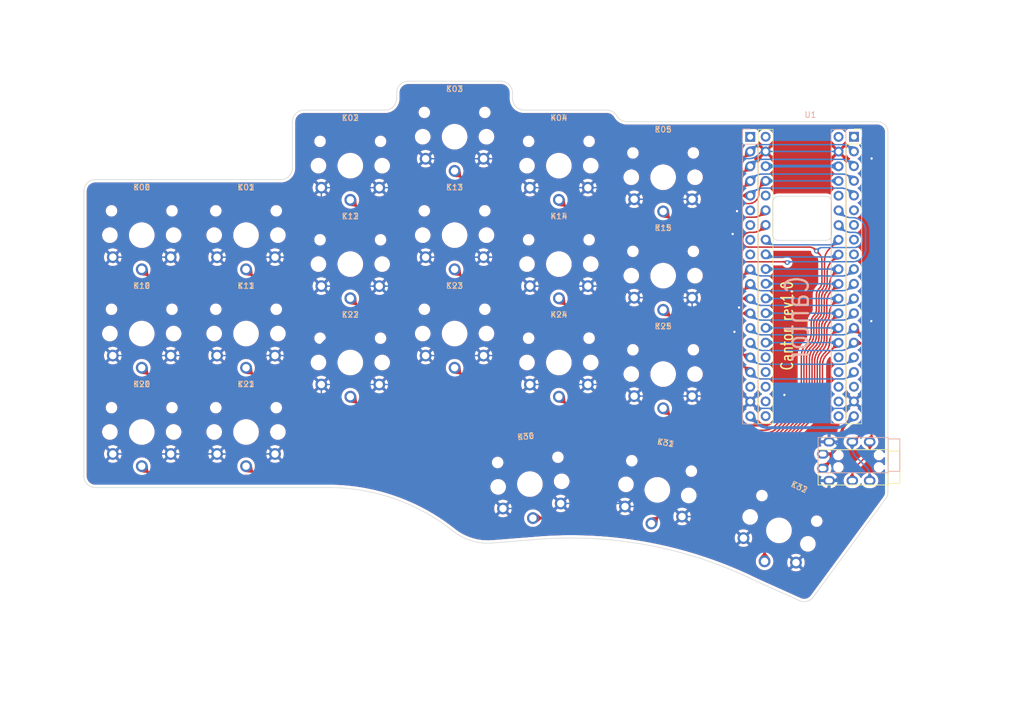
<source format=kicad_pcb>
(kicad_pcb (version 20240108) (generator "pcbnew") (generator_version "8.0")
  (title_block (rev "rev1.0"))
  (layers (0 "F.Cu" signal) (31 "B.Cu" signal) (34 "B.Paste" user) (35 "F.Paste" user) (36 "B.SilkS" user "B.Silkscreen") (37 "F.SilkS" user "F.Silkscreen") (38 "B.Mask" user) (39 "F.Mask" user) (44 "Edge.Cuts" user))
  (net 0 "")
  (net 1 "+3V3")
  (net 2 "GND")
  (net 3 "/TX")
  (net 4 "/RX")
  (net 5 "/k00")
  (net 6 "/k01")
  (net 7 "/k02")
  (net 8 "/k03")
  (net 9 "/k04")
  (net 10 "/k05")
  (net 11 "/k10")
  (net 12 "/k11")
  (net 13 "/k12")
  (net 14 "/k13")
  (net 15 "/k14")
  (net 16 "/k15")
  (net 17 "/k20")
  (net 18 "/k21")
  (net 19 "/k22")
  (net 20 "/k23")
  (net 21 "/k24")
  (net 22 "/k25")
  (net 23 "/k30")
  (net 24 "/k31")
  (net 25 "/k32")
  (footprint "keyswitches:SW_PG1350_reversible" (layer "F.Cu") (at 164 94)
    (property "Reference" "K25")
    (property "Value" "KEYSW")
  )
  (footprint "keyswitches:SW_PG1350_reversible" (layer "F.Cu") (at 146 92)
    (property "Reference" "K24")
    (property "Value" "KEYSW")
  )
  (footprint "keyswitches:SW_PG1350_reversible" (layer "F.Cu") (at 92 104)
    (property "Reference" "K21")
    (property "Value" "KEYSW")
  )
  (footprint "keyswitches:SW_PG1350_reversible" (layer "F.Cu") (at 110 58)
    (property "Reference" "K02")
    (property "Value" "KEYSW")
  )
  (footprint "keyswitches:SW_PG1350_reversible" (layer "F.Cu") (at 74 87)
    (property "Reference" "K10")
    (property "Value" "KEYSW")
  )
  (footprint "keyswitches:SW_PG1350_reversible" (layer "F.Cu") (at 146 58)
    (property "Reference" "K04")
    (property "Value" "KEYSW")
  )
  (footprint "keyswitches:SW_PG1350_reversible" (layer "F.Cu") (at 110 75)
    (property "Reference" "K12")
    (property "Value" "KEYSW")
  )
  (footprint "keyswitches:SW_PG1350_reversible" (layer "F.Cu") (at 141 113 5)
    (property "Reference" "K30")
    (property "Value" "KEYSW")
  )
  (footprint "keyswitches:SW_PG1350_reversible" (layer "F.Cu") (at 92 70)
    (property "Reference" "K01")
    (property "Value" "KEYSW")
  )
  (footprint "keyswitches:SW_PG1350_reversible" (layer "F.Cu") (at 146 75)
    (property "Reference" "K14")
    (property "Value" "KEYSW")
  )
  (footprint "keyswitches:SW_PG1350_reversible" (layer "F.Cu") (at 128 87)
    (property "Reference" "K23")
    (property "Value" "KEYSW")
  )
  (footprint "keyswitches:SW_PG1350_reversible" (layer "F.Cu") (at 128 53)
    (property "Reference" "K03")
    (property "Value" "KEYSW")
  )
  (footprint "keyswitches:SW_PG1350_reversible" (layer "F.Cu") (at 110 92)
    (property "Reference" "K22")
    (property "Value" "KEYSW")
  )
  (footprint "Keebio-Parts:TRRS-PJ-320A" (layer "F.Cu") (at 202.85 110.1 -90)
    (property "Reference" "J1")
    (property "Value" "TRRS")
  )
  (footprint "keyswitches:SW_PG1350_reversible" (layer "F.Cu") (at 164 77)
    (property "Reference" "K15")
    (property "Value" "KEYSW")
  )
  (footprint "keyswitches:SW_PG1350_reversible" (layer "F.Cu") (at 184 121 -25)
    (property "Reference" "K32")
    (property "Value" "KEYSW")
  )
  (footprint "keyswitches:SW_PG1350_reversible" (layer "F.Cu") (at 92 87)
    (property "Reference" "K11")
    (property "Value" "KEYSW")
  )
  (footprint "Footprints:YAAJ_WeAct_BlackPill_2" (layer "F.Cu") (at 179.155 53)
    (property "Reference" "U1")
    (property "Value" "YAAJ_WeAct_BlackPill_Part_Like" (hide yes))
  )
  (footprint "keyswitches:SW_PG1350_reversible" (layer "F.Cu") (at 164 60)
    (property "Reference" "K05")
    (property "Value" "KEYSW")
  )
  (footprint "keyswitches:SW_PG1350_reversible" (layer "F.Cu") (at 74 104)
    (property "Reference" "K20")
    (property "Value" "KEYSW")
  )
  (footprint "keyswitches:SW_PG1350_reversible" (layer "F.Cu") (at 128 70)
    (property "Reference" "K13")
    (property "Value" "KEYSW")
  )
  (footprint "keyswitches:SW_PG1350_reversible" (layer "F.Cu") (at 74 70)
    (property "Reference" "K00")
    (property "Value" "KEYSW")
  )
  (footprint "keyswitches:SW_PG1350_reversible" (layer "F.Cu") (at 163 114 -10)
    (property "Reference" "K31")
    (property "Value" "KEYSW")
  )
  (gr_line (start 182.9 69.9) (end 182.9 64.3) (stroke (width 0.1)) (layer "Edge.Cuts"))
  (gr_arc (start 201 50.4) (mid 202.272792 50.927208) (end 202.8 52.2) (stroke (width 0.1)) (layer "Edge.Cuts"))
  (gr_arc (start 100 50.4) (mid 100.585786 48.985786) (end 102 48.4) (stroke (width 0.1)) (layer "Edge.Cuts"))
  (gr_line (start 66 113.6) (end 106.5 113.6) (stroke (width 0.1)) (layer "Edge.Cuts"))
  (gr_line (start 189.949999 132.449999) (end 202.434044 115.487896) (stroke (width 0.1)) (layer "Edge.Cuts"))
  (gr_arc (start 134.5 123.175) (mid 130.930967 122.788889) (end 127.75 121.125) (stroke (width 0.1)) (layer "Edge.Cuts"))
  (gr_arc (start 118 45.4) (mid 118.585786 43.985786) (end 120 43.4) (stroke (width 0.1)) (layer "Edge.Cuts"))
  (gr_line (start 192.1 70.9) (end 183.9 70.9) (stroke (width 0.1)) (layer "Edge.Cuts"))
  (gr_line (start 201 50.4) (end 157.750002 50.399998) (stroke (width 0.1)) (layer "Edge.Cuts"))
  (gr_arc (start 182.9 64.3) (mid 183.192893 63.592893) (end 183.9 63.3) (stroke (width 0.1)) (layer "Edge.Cuts"))
  (gr_line (start 118 45.4) (end 118 46.4) (stroke (width 0.1)) (layer "Edge.Cuts"))
  (gr_line (start 138 46.4) (end 138 45.4) (stroke (width 0.1)) (layer "Edge.Cuts"))
  (gr_arc (start 193.1 69.9) (mid 192.807107 70.607107) (end 192.1 70.9) (stroke (width 0.1)) (layer "Edge.Cuts"))
  (gr_line (start 193.092893 64.3) (end 193.1 69.9) (stroke (width 0.1)) (layer "Edge.Cuts"))
  (gr_arc (start 202.8 114.4) (mid 202.70606 114.973899) (end 202.434044 115.487896) (stroke (width 0.1)) (layer "Edge.Cuts"))
  (gr_line (start 100 50.4) (end 100 58.4) (stroke (width 0.1)) (layer "Edge.Cuts"))
  (gr_line (start 98 60.4) (end 66 60.4) (stroke (width 0.1)) (layer "Edge.Cuts"))
  (gr_arc (start 136 43.4) (mid 137.414214 43.985786) (end 138 45.4) (stroke (width 0.1)) (layer "Edge.Cuts"))
  (gr_arc (start 118 46.4) (mid 117.414214 47.814214) (end 116 48.4) (stroke (width 0.1)) (layer "Edge.Cuts"))
  (gr_arc (start 66 113.6) (mid 64.585786 113.014214) (end 64 111.6) (stroke (width 0.1)) (layer "Edge.Cuts"))
  (gr_line (start 202.8 114.4) (end 202.8 113.2) (stroke (width 0.1)) (layer "Edge.Cuts"))
  (gr_line (start 141.8 122.600001) (end 134.5 123.175) (stroke (width 0.1)) (layer "Edge.Cuts"))
  (gr_line (start 180.129399 129.8) (end 187.513868 133.121447) (stroke (width 0.1)) (layer "Edge.Cuts"))
  (gr_arc (start 140 48.4) (mid 138.585786 47.814214) (end 138 46.4) (stroke (width 0.1)) (layer "Edge.Cuts"))
  (gr_arc (start 157.750002 50.399998) (mid 156.742216 50.132373) (end 156 49.4) (stroke (width 0.1)) (layer "Edge.Cuts"))
  (gr_line (start 64 62.4) (end 64 111.6) (stroke (width 0.1)) (layer "Edge.Cuts"))
  (gr_arc (start 192.092893 63.3) (mid 192.8 63.592893) (end 193.092893 64.3) (stroke (width 0.1)) (layer "Edge.Cuts"))
  (gr_arc (start 183.9 70.9) (mid 183.192893 70.607107) (end 182.9 69.9) (stroke (width 0.1)) (layer "Edge.Cuts"))
  (gr_line (start 136 43.4) (end 120 43.4) (stroke (width 0.1)) (layer "Edge.Cuts"))
  (gr_arc (start 64 62.4) (mid 64.585786 60.985786) (end 66 60.4) (stroke (width 0.1)) (layer "Edge.Cuts"))
  (gr_arc (start 106.5 113.600001) (mid 117.756229 115.57996) (end 127.75 121.125) (stroke (width 0.1)) (layer "Edge.Cuts"))
  (gr_line (start 183.9 63.3) (end 192.092893 63.3) (stroke (width 0.1)) (layer "Edge.Cuts"))
  (gr_line (start 116 48.4) (end 102 48.4) (stroke (width 0.1)) (layer "Edge.Cuts"))
  (gr_arc (start 154.3 48.4) (mid 155.286154 48.668538) (end 156 49.4) (stroke (width 0.1)) (layer "Edge.Cuts"))
  (gr_line (start 202.8 113.2) (end 202.8 52.2) (stroke (width 0.1)) (layer "Edge.Cuts"))
  (gr_arc (start 100 58.4) (mid 99.414214 59.814214) (end 98 60.4) (stroke (width 0.1)) (layer "Edge.Cuts"))
  (gr_arc (start 189.949999 132.449999) (mid 188.858511 133.244969) (end 187.513868 133.121447) (stroke (width 0.1)) (layer "Edge.Cuts"))
  (gr_line (start 154.3 48.4) (end 140 48.4) (stroke (width 0.1)) (layer "Edge.Cuts"))
  (gr_arc (start 141.8 122.600001) (mid 161.459797 123.564333) (end 180.129399 129.8) (stroke (width 0.1)) (layer "Edge.Cuts"))
  (gr_text "Cantor" (at 187.15 84.4 90) (layer "B.SilkS") (effects (font (size 4 3) (thickness 0.4)) (justify mirror)))
  (gr_text "Cantor rev1.0" (at 185.4 85.65 90) (layer "F.SilkS") (effects (font (size 2 1.5) (thickness 0.25))))
  (segment (start 195.134297 103.171518) (end 195.008272 103.407293) (width 0.5) (layer "F.Cu") (net 1))
  (segment (start 194.265275 106.501009) (end 194.110985 106.689012) (width 0.5) (layer "F.Cu") (net 1))
  (segment (start 195.008272 103.407293) (end 194.905965 103.654286) (width 0.5) (layer "F.Cu") (net 1))
  (segment (start 192.828274 107.8) (end 191.55 107.8) (width 0.5) (layer "F.Cu") (net 1))
  (segment (start 193.003774 107.946648) (end 193 107.988259) (width 0.5) (layer "F.Cu") (net 1))
  (segment (start 192.98717 107.937551) (end 193.003774 107.946648) (width 0.5) (layer "F.Cu") (net 1))
  (segment (start 193.243377 107.556619) (end 193.206619 107.593377) (width 0.5) (layer "F.Cu") (net 1))
  (segment (start 193.018195 107.74679) (end 193.042909 107.733387) (width 0.5) (layer "F.Cu") (net 1))
  (segment (start 192.828274 107.8) (end 192.876618 107.793593) (width 0.5) (layer "F.Cu") (net 1))
  (segment (start 193.058497 107.778839) (end 193.09309 107.721132) (width 0.5) (layer "F.Cu") (net 1))
  (segment (start 192.931621 107.797699) (end 192.924564 107.782936) (width 0.5) (layer "F.Cu") (net 1))
  (segment (start 194.515041 106.084299) (end 194.400394 106.298788) (width 0.5) (layer "F.Cu") (net 1))
  (segment (start 193.058497 107.778839) (end 193.046732 107.803044) (width 0.5) (layer "F.Cu") (net 1))
  (segment (start 192.672796 109.177201) (end 191.55 110.3) (width 0.5) (layer "F.Cu") (net 1))
  (segment (start 192.820986 108.97739) (end 192.751799 109.080935) (width 0.5) (layer "F.Cu") (net 1))
  (segment (start 194.75 105.146297) (end 194.75 104.438381) (width 0.5) (layer "F.Cu") (net 1))
  (segment (start 192.954846 107.873376) (end 192.980458 107.883971) (width 0.5) (layer "F.Cu") (net 1))
  (segment (start 194.678713 105.626869) (end 194.608113 105.859604) (width 0.5) (layer "F.Cu") (net 1))
  (segment (start 193.431249 107.368748) (end 193.393748 107.406248) (width 0.5) (layer "F.Cu") (net 1))
  (segment (start 193.09309 107.721132) (end 193.093346 107.699677) (width 0.5) (layer "F.Cu") (net 1))
  (segment (start 194.905965 103.654286) (end 194.828359 103.910118) (width 0.5) (layer "F.Cu") (net 1))
  (segment (start 192.751799 109.080935) (end 192.672796 109.177201) (width 0.5) (layer "F.Cu") (net 1))
  (segment (start 193 108.387265) (end 192.987793 108.511198) (width 0.5) (layer "F.Cu") (net 1))
  (segment (start 192.954846 107.873376) (end 192.927994 107.843115) (width 0.5) (layer "F.Cu") (net 1))
  (segment (start 192.98717 107.937551) (end 192.968862 107.895248) (width 0.5) (layer "F.Cu") (net 1))
  (segment (start 193.003774 107.946648) (end 193.012259 107.90046) (width 0.5) (layer "F.Cu") (net 1))
  (segment (start 192.987793 108.511198) (end 192.963498 108.633338) (width 0.5) (layer "F.Cu") (net 1))
  (segment (start 192.876618 107.793593) (end 192.924564 107.782936) (width 0.5) (layer "F.Cu") (net 1))
  (segment (start 192.951842 107.774274) (end 192.931621 107.797699) (width 0.5) (layer "F.Cu") (net 1))
  (segment (start 194.400394 106.298788) (end 194.265275 106.501009) (width 0.5) (layer "F.Cu") (net 1))
  (segment (start 193.012259 107.90046) (end 193.00092 107.884686) (width 0.5) (layer "F.Cu") (net 1))
  (segment (start 193.16986 107.630136) (end 193.132289 107.667707) (width 0.5) (layer "F.Cu") (net 1))
  (segment (start 193.280136 107.51986) (end 193.243377 107.556619) (width 0.5) (layer "F.Cu") (net 1))
  (segment (start 193.318747 107.481248) (end 193.280136 107.51986) (width 0.5) (layer "F.Cu") (net 1))
  (segment (start 192.865699 107.808218) (end 192.828274 107.8) (width 0.5) (layer "F.Cu") (net 1))
  (segment (start 193.132289 107.667707) (end 193.09309 107.721132) (width 0.5) (layer "F.Cu") (net 1))
  (segment (start 193.036644 107.75586) (end 193.044402 107.773586) (width 0.5) (layer "F.Cu") (net 1))
  (segment (start 194.776204 104.172325) (end 194.75 104.438381) (width 0.5) (layer "F.Cu") (net 1))
  (segment (start 193.044402 107.773586) (end 193.058497 107.778839) (width 0.5) (layer "F.Cu") (net 1))
  (segment (start 193.093346 107.699677) (end 193.132289 107.667707) (width 0.5) (layer "F.Cu") (net 1))
  (segment (start 192.980458 107.883971) (end 192.968862 107.895248) (width 0.5) (layer "F.Cu") (net 1))
  (segment (start 192.923884 107.818324) (end 192.931621 107.797699) (width 0.5) (layer "F.Cu") (net 1))
  (segment (start 192.980458 107.883971) (end 193.00092 107.884686) (width 0.5) (layer "F.Cu") (net 1))
  (segment (start 192.963498 108.633338) (end 192.927348 108.752508) (width 0.5) (layer "F.Cu") (net 1))
  (segment (start 193.046732 107.803044) (end 193.044402 107.773586) (width 0.5) (layer "F.Cu") (net 1))
  (segment (start 192.968862 107.895248) (end 192.954846 107.873376) (width 0.5) (layer "F.Cu") (net 1))
  (segment (start 192.923884 107.818324) (end 192.927994 107.843115) (width 0.5) (layer "F.Cu") (net 1))
  (segment (start 192.865699 107.808218) (end 192.903384 107.825521) (width 0.5) (layer "F.Cu") (net 1))
  (segment (start 193.042909 107.733387) (end 193.093346 107.699677) (width 0.5) (layer "F.Cu") (net 1))
  (segment (start 193.019696 107.873172) (end 193.012259 107.90046) (width 0.5) (layer "F.Cu") (net 1))
  (segment (start 192.87969 108.867562) (end 192.927348 108.752508) (width 0.5) (layer "F.Cu") (net 1))
  (segment (start 194.515041 106.084299) (end 194.608113 105.859604) (width 0.5) (layer "F.Cu") (net 1))
  (segment (start 193.393748 107.406248) (end 193.356248 107.443748) (width 0.5) (layer "F.Cu") (net 1))
  (segment (start 192.927994 107.843115) (end 192.903384 107.825521) (width 0.5) (layer "F.Cu") (net 1))
  (segment (start 195.134297 103.171518) (end 195.282825 102.949231) (width 0.5) (layer "F.Cu") (net 1))
  (segment (start 194.726161 105.388334) (end 194.678713 105.626869) (width 0.5) (layer "F.Cu") (net 1))
  (segment (start 193.00092 107.884686) (end 193.019696 107.873172) (width 0.5) (layer "F.Cu") (net 1))
  (segment (start 193.206619 107.593377) (end 193.16986 107.630136) (width 0.5) (layer "F.Cu") (net 1))
  (segment (start 193.036644 107.75586) (end 193.018195 107.74679) (width 0.5) (layer "F.Cu") (net 1))
  (segment (start 195.452426 102.742572) (end 196.935 101.26) (width 0.5) (layer "F.Cu") (net 1))
  (segment (start 192.924564 107.782936) (end 192.951842 107.774274) (width 0.5) (layer "F.Cu") (net 1))
  (segment (start 192.876618 107.793593) (end 192.865699 107.808218) (width 0.5) (layer "F.Cu") (net 1))
  (segment (start 193.356248 107.443748) (end 193.318747 107.481248) (width 0.5) (layer "F.Cu") (net 1))
  (segment (start 195.452426 102.742572) (end 195.282825 102.949231) (width 0.5) (layer "F.Cu") (net 1))
  (segment (start 193.018195 107.74679) (end 192.951842 107.774274) (width 0.5) (layer "F.Cu") (net 1))
  (segment (start 194.110985 106.689012) (end 193.431249 107.368748) (width 0.5) (layer "F.Cu") (net 1))
  (segment (start 192.903384 107.825521) (end 192.923884 107.818324) (width 0.5) (layer "F.Cu") (net 1))
  (segment (start 194.75 105.146297) (end 194.726161 105.388334) (width 0.5) (layer "F.Cu") (net 1))
  (segment (start 193 107.988259) (end 192.98717 107.937551) (width 0.5) (layer "F.Cu") (net 1))
  (segment (start 192.87969 108.867562) (end 192.820986 108.97739) (width 0.5) (layer "F.Cu") (net 1))
  (segment (start 193.042909 107.733387) (end 193.036644 107.75586) (width 0.5) (layer "F.Cu") (net 1))
  (segment (start 194.828359 103.910118) (end 194.776204 104.172325) (width 0.5) (layer "F.Cu") (net 1))
  (segment (start 193 108.387265) (end 193 107.988259) (width 0.5) (layer "F.Cu") (net 1))
  (segment (start 193.046732 107.803044) (end 193.019696 107.873172) (width 0.5) (layer "F.Cu") (net 1))
  (segment (start 194.217673 103.223795) (end 193.951617 103.25) (width 0.5) (layer "B.Cu") (net 1))
  (segment (start 180.302571 102.547571) (end 179.035 101.28) (width 0.5) (layer "B.Cu") (net 1))
  (segment (start 194.255471 58.083239) (end 194.25843 58.08482) (width 0.25) (layer "B.Cu") (net 1))
  (segment (start 181.470119 103.171639) (end 181.732325 103.223795) (width 0.5) (layer "B.Cu") (net 1))
  (segment (start 181.214288 103.094033) (end 181.470119 103.171639) (width 0.5) (layer "B.Cu") (net 1))
  (segment (start 195.218479 102.8657) (end 194.982704 102.991725) (width 0.5) (layer "B.Cu") (net 1))
  (segment (start 181.214288 103.094033) (end 180.967295 102.991725) (width 0.5) (layer "B.Cu") (net 1))
  (segment (start 195.647425 102.547572) (end 196.935 101.26) (width 0.5) (layer "B.Cu") (net 1))
  (segment (start 193.951617 103.25) (end 181.998381 103.25) (width 0.5) (layer "B.Cu") (net 1))
  (segment (start 195.440766 102.717172) (end 195.218479 102.8657) (width 0.5) (layer "B.Cu") (net 1))
  (segment (start 180.731519 102.8657) (end 180.967295 102.991725) (width 0.5) (layer "B.Cu") (net 1))
  (segment (start 194.25843 58.08482) (end 194.261219 58.086684) (width 0.25) (layer "B.Cu") (net 1))
  (segment (start 195.647425 102.547572) (end 195.440766 102.717172) (width 0.5) (layer "B.Cu") (net 1))
  (segment (start 180.302571 102.547571) (end 180.50923 102.717172) (width 0.5) (layer "B.Cu") (net 1))
  (segment (start 194.245872 58.080328) (end 194.242534 58.08) (width 0.25) (layer "B.Cu") (net 1))
  (segment (start 194.242534 58.08) (end 181.695 58.08) (width 0.5) (layer "B.Cu") (net 1))
  (segment (start 194.263812 58.088812) (end 194.275 58.1) (width 0.25) (layer "B.Cu") (net 1))
  (segment (start 194.245872 58.080328) (end 194.249163 58.080982) (width 0.25) (layer "B.Cu") (net 1))
  (segment (start 194.261219 58.086684) (end 194.263812 58.088812) (width 0.25) (layer "B.Cu") (net 1))
  (segment (start 194.249163 58.080982) (end 194.252372 58.081955) (width 0.25) (layer "B.Cu") (net 1))
  (segment (start 194.252372 58.081955) (end 194.255471 58.083239) (width 0.25) (layer "B.Cu") (net 1))
  (segment (start 194.73571 103.094033) (end 194.479879 103.171639) (width 0.5) (layer "B.Cu") (net 1))
  (segment (start 181.732325 103.223795) (end 181.998381 103.25) (width 0.5) (layer "B.Cu") (net 1))
  (segment (start 180.50923 102.717172) (end 180.731519 102.8657) (width 0.5) (layer "B.Cu") (net 1))
  (segment (start 194.217673 103.223795) (end 194.479879 103.171639) (width 0.5) (layer "B.Cu") (net 1))
  (segment (start 194.73571 103.094033) (end 194.982704 102.991725) (width 0.5) (layer "B.Cu") (net 1))
  (via (at 176.75 65.85) (size 0.8) (drill 0.4) (layers "F.Cu" "B.Cu") (net 2))
  (via (at 176.3 86.7) (size 0.8) (drill 0.4) (layers "F.Cu" "B.Cu") (net 2))
  (via (at 199.98 56.76) (size 0.8) (drill 0.4) (layers "F.Cu" "B.Cu") (net 2))
  (via (at 176 69.8) (size 0.8) (drill 0.4) (layers "F.Cu" "B.Cu") (net 2))
  (via (at 177.1 82.5) (size 0.8) (drill 0.4) (layers "F.Cu" "B.Cu") (net 2))
  (via (at 184.93 97.6) (size 0.8) (drill 0.4) (layers "F.Cu" "B.Cu") (net 2))
  (via (at 199.93 84.85) (size 0.8) (drill 0.4) (layers "F.Cu" "B.Cu") (net 2))
  (segment (start 101.533633 92.333633) (end 101.505146 92.305146) (width 0.25) (layer "B.Cu") (net 2))
  (segment (start 194.249163 55.540982) (end 194.252373 55.541955) (width 0.25) (layer "B.Cu") (net 2))
  (segment (start 193.514217 105.797391) (end 193.603125 105.844913) (width 0.25) (layer "B.Cu") (net 2))
  (segment (start 175.180189 97.8) (end 174.889199 97.8) (width 0.25) (layer "B.Cu") (net 2))
  (segment (start 184.605046 123.933021) (end 184.650384 123.937065) (width 0.25) (layer "B.Cu") (net 2))
  (segment (start 140.297571 61.097571) (end 136.702425 57.502425) (width 0.25) (layer "B.Cu") (net 2))
  (segment (start 154.478596 78.8) (end 154.489552 78.8) (width 0.25) (layer "B.Cu") (net 2))
  (segment (start 132.26772 73.8) (end 131.974809 73.8) (width 0.25) (layer "B.Cu") (net 2))
  (segment (start 198.631334 100.694232) (end 198.553495 100.506311) (width 0.25) (layer "B.Cu") (net 2))
  (segment (start 177.545011 122.013377) (end 177.672011 122.140377) (width 0.25) (layer "B.Cu") (net 2))
  (segment (start 107.814277 79.325244) (end 107.738431 79.508354) (width 0.25) (layer "B.Cu") (net 2))
  (segment (start 104.912917 96.206011) (end 104.871041 96.074491) (width 0.25) (layer "B.Cu") (net 2))
  (segment (start 117.79071 95.644033) (end 117.534879 95.721639) (width 0.25) (layer "B.Cu") (net 2))
  (segment (start 194.338726 105.443241) (end 194.1812 105.527441) (width 0.25) (layer "B.Cu") (net 2))
  (segment (start 146.855355 116.349761) (end 156.565083 116.349761) (width 0.25) (layer "B.Cu") (net 2))
  (segment (start 145.042896 117.206989) (end 144.897414 117.221319) (width 0.25) (layer "B.Cu") (net 2))
  (segment (start 174.224269 97.8) (end 174.109516 97.8) (width 0.25) (layer "B.Cu") (net 2))
  (segment (start 174.175641 118.839971) (end 174.385115 118.951937) (width 0.25) (layer "B.Cu") (net 2))
  (segment (start 97.512713 73.717446) (end 97.524424 73.651773) (width 0.25) (layer "B.Cu") (net 2))
  (segment (start 184.107865 123.739337) (end 184.229165 123.805713) (width 0.25) (layer "B.Cu") (net 2))
  (segment (start 80.025189 90.8) (end 79.732278 90.8) (width 0.25) (layer "B.Cu") (net 2))
  (segment (start 155.365837 78.906423) (end 155.318414 78.870834) (width 0.25) (layer "B.Cu") (net 2))
  (segment (start 159.465119 97.721639) (end 159.727325 97.773795) (width 0.25) (layer "B.Cu") (net 2))
  (segment (start 101.688879 92.067) (end 101.695466 92.064272) (width 0.25) (layer "B.Cu") (net 2))
  (segment (start 154.480747 78.765902) (end 154.480182 78.770053) (width 0.25) (layer "B.Cu") (net 2))
  (segment (start 115.732278 61.8) (end 115.439366 61.8) (width 0.25) (layer "B.Cu") (net 2))
  (segment (start 153.919809 61.8) (end 153.847807 61.838447) (width 0.25) (layer "B.Cu") (net 2))
  (segment (start 86.26772 107.8) (end 86.560632 107.8) (width 0.25) (layer "B.Cu") (net 2))
  (segment (start 118.702425 78.097572) (end 118.495766 78.267172) (width 0.25) (layer "B.Cu") (net 2))
  (segment (start 86.688956 74.13429) (end 86.828419 74.041104) (width 0.25) (layer "B.Cu") (net 2))
  (segment (start 192.660048 99.919458) (end 192.66013 99.918855) (width 0.25) (layer "B.Cu") (net 2))
  (segment (start 198.730062 101.696625) (end 198.69038 101.89612) (width 0.25) (layer "B.Cu") (net 2))
  (segment (start 192.756042 112.572204) (end 192.822204 112.506042) (width 0.25) (layer "B.Cu") (net 2))
  (segment (start 192.666565 99.916245) (end 192.665515 99.916656) (width 0.25) (layer "B.Cu") (net 2))
  (segment (start 96.853543 90.8) (end 96.560632 90.8) (width 0.25) (layer "B.Cu") (net 2))
  (segment (start 105.209287 78.644033) (end 105.465118 78.721639) (width 0.25) (layer "B.Cu") (net 2))
  (segment (start 178.256284 98.026639) (end 178.387378 98.114233) (width 0.25) (layer "B.Cu") (net 2))
  (segment (start 154.470874 78.8) (end 154.478716 78.796143) (width 0.25) (layer "B.Cu") (net 2))
  (segment (start 194.263812 55.548812) (end 194.275 55.56) (width 0.25) (layer "B.Cu") (net 2))
  (segment (start 195.58364 99.797624) (end 195.788137 99.712919) (width 0.25) (layer "B.Cu") (net 2))
  (segment (start 134.025189 90.8) (end 133.732278 90.8) (width 0.25) (layer "B.Cu") (net 2))
  (segment (start 183.936473 123.583509) (end 184.023272 123.654743) (width 0.25) (layer "B.Cu") (net 2))
  (segment (start 82.223654 90.962037) (end 82.068692 90.89785) (width 0.25) (layer "B.Cu") (net 2))
  (segment (start 178.72346 99.085122) (end 178.622615 99.152382) (width 0.25) (layer "B.Cu") (net 2))
  (segment (start 101.41369 92.197271) (end 101.400274 92.200274) (width 0.25) (layer "B.Cu") (net 2))
  (segment (start 192.470986 113.57739) (end 192.401799 113.680935) (width 0.25) (layer "B.Cu") (net 2))
  (segment (start 178.72346 99.085122) (end 178.836622 99.038454) (width 0.25) (layer "B.Cu") (net 2))
  (segment (start 154.518145 78.730019) (end 154.509758 78.740238) (width 0.25) (layer "B.Cu") (net 2))
  (segment (start 100.495766 74.332824) (end 100.273479 74.184297) (width 0.25) (layer "B.Cu") (net 2))
  (segment (start 178.117235 97.952315) (end 177.971571 97.891979) (width 0.25) (layer "B.Cu") (net 2))
  (segment (start 159.209288 80.644033) (end 158.962295 80.541725) (width 0.25) (layer "B.Cu") (net 2))
  (segment (start 155.729139 78.8) (end 155.454146 78.8) (width 0.25) (layer "B.Cu") (net 2))
  (segment (start 153.847807 61.838447) (end 153.659484 61.8) (width 0.25) (layer "B.Cu") (net 2))
  (segment (start 193.500888 112.338784) (end 193.61589 112.291148) (width 0.25) (layer "B.Cu") (net 2))
  (segment (start 155.520871 79.032205) (end 155.58582 79.039571) (width 0.25) (layer "B.Cu") (net 2))
  (segment (start 85.868692 74.702146) (end 86.023654 74.637959) (width 0.25) (layer "B.Cu") (net 2))
  (segment (start 106.997807 78.838447) (end 106.809484 78.8) (width 0.25) (layer "B.Cu") (net 2))
  (segment (start 107.069809 78.8) (end 106.997807 78.838447) (width 0.25) (layer "B.Cu") (net 2))
  (segment (start 172.750847 118.57166) (end 172.922401 118.61051) (width 0.25) (layer "B.Cu") (net 2))
  (segment (start 197.143782 103.670844) (end 197.013944 103.71023) (width 0.25) (layer "B.Cu") (net 2))
  (segment (start 175.534231 57.302824) (end 175.327572 57.472425) (width 0.25) (layer "B.Cu") (net 2))
  (segment (start 144.897414 117.221319) (end 136.350218 117.221319) (width 0.25) (layer "B.Cu") (net 2))
  (segment (start 158.726519 63.4157) (end 158.962294 63.541725) (width 0.25) (layer "B.Cu") (net 2))
  (segment (start 77.974809 90.8) (end 69 90.8) (width 0.25) (layer "B.Cu") (net 2))
  (segment (start 189.405964 117.059287) (end 189.508272 116.812294) (width 0.25) (layer "B.Cu") (net 2))
  (segment (start 173.902932 97.72359) (end 173.85447 97.8) (width 0.25) (layer "B.Cu") (net 2))
  (segment (start 179.074677 99.015319) (end 179.144731 98.983248) (width 0.25) (layer "B.Cu") (net 2))
  (segment (start 107.642151 79.470696) (end 107.561575 79.289008) (width 0.25) (layer "B.Cu") (net 2))
  (segment (start 171.762175 118.548173) (end 171.763952 118.468461) (width 0.25) (layer "B.Cu") (net 2))
  (segment (start 101.449902 92.209473) (end 101.41369 92.197271) (width 0.25) (layer "B.Cu") (net 2))
  (segment (start 168.637439 81.023262) (end 168.776736 81.162559) (width 0.25) (layer "B.Cu") (net 2))
  (segment (start 192.659672 99.918399) (end 192.659158 99.91841) (width 0.25) (layer "B.Cu") (net 2))
  (segment (start 134.025189 73.8) (end 133.732278 73.8) (width 0.25) (layer "B.Cu") (net 2))
  (segment (start 97.538986 73.261011) (end 97.487734 73.373987) (width 0.25) (layer "B.Cu") (net 2))
  (segment (start 157.024253 95.966139) (end 157.175921 96.047207) (width 0.25) (layer "B.Cu") (net 2))
  (segment (start 184.567416 123.885763) (end 184.505564 123.855187) (width 0.25) (layer "B.Cu") (net 2))
  (segment (start 134.025189 56.8) (end 133.732278 56.8) (width 0.25) (layer "B.Cu") (net 2))
  (segment (start 173.85447 97.8) (end 174.109516 97.8) (width 0.25) (layer "B.Cu") (net 2))
  (segment (start 154.210799 61.8) (end 153.919809 61.8) (width 0.25) (layer "B.Cu") (net 2))
  (segment (start 98.025189 90.8) (end 99.080716 90.8) (width 0.25) (layer "B.Cu") (net 2))
  (segment (start 100.458786 91.29308) (end 100.650029 91.450029) (width 0.25) (layer "B.Cu") (net 2))
  (segment (start 178.776567 98.602631) (end 178.828913 98.636963) (width 0.25) (layer "B.Cu") (net 2))
  (segment (start 180.27134 56.227939) (end 180.111862 56.358819) (width 0.25) (layer "B.Cu") (net 2))
  (segment (start 141.209288 78.644033) (end 140.962295 78.541725) (width 0.25) (layer "B.Cu") (net 2))
  (segment (start 108.140481 78.8) (end 108.395528 78.8) (width 0.25) (layer "B.Cu") (net 2))
  (segment (start 116.025189 78.8) (end 117.006617 78.8) (width 0.25) (layer "B.Cu") (net 2))
  (segment (start 192.658402 99.914915) (end 192.657566 99.914511) (width 0.25) (layer "B.Cu") (net 2))
  (segment (start 97.273479 107.4157) (end 97.037704 107.541725) (width 0.25) (layer "B.Cu") (net 2))
  (segment (start 155.638199 95.452261) (end 155.585945 95.32133) (width 0.25) (layer "B.Cu") (net 2))
  (segment (start 107.360776 78.854756) (end 107.360799 78.8) (width 0.25) (layer "B.Cu") (net 2))
  (segment (start 155.230668 95.8) (end 155.276463 95.754808) (width 0.25) (layer "B.Cu") (net 2))
  (segment (start 105 64.806617) (end 104.973795 65.072673) (width 0.25) (layer "B.Cu") (net 2))
  (segment (start 184.749631 123.750366) (end 184.689389 123.846249) (width 0.25) (layer "B.Cu") (net 2))
  (segment (start 157.495766 62.332824) (end 157.702425 62.502425) (width 0.25) (layer "B.Cu") (net 2))
  (segment (start 179.144785 99.026636) (end 179.074677 99.015319) (width 0.25) (layer "B.Cu") (net 2))
  (segment (start 181.556142 55.54) (end 181.465996 55.54) (width 0.25) (layer "B.Cu") (net 2))
  (segment (start 96.777271 73.640549) (end 96.885927 73.604592) (width 0.25) (layer "B.Cu") (net 2))
  (segment (start 154.55 62.70169) (end 154.492151 62.470696) (width 0.25) (layer "B.Cu") (net 2))
  (segment (start 192.673817 99.914511) (end 194.996017 99.914511) (width 0.25) (layer "B.Cu") (net 2))
  (segment (start 156.79071 61.955964) (end 157.037704 62.058272) (width 0.25) (layer "B.Cu") (net 2))
  (segment (start 154.885123 62.050697) (end 154.925535 61.942047) (width 0.25) (layer "B.Cu") (net 2))
  (segment (start 135.272674 73.826203) (end 135.006618 73.8) (width 0.25) (layer "B.Cu") (net 2))
  (segment (start 168.961568 81.508354) (end 169 81.701564) (width 0.25) (layer "B.Cu") (net 2))
  (segment (start 116.025189 95.8) (end 117.006617 95.8) (width 0.25) (layer "B.Cu") (net 2))
  (segment (start 196.252065 99.402932) (end 196.396568 99.258429) (width 0.25) (layer "B.Cu") (net 2))
  (segment (start 154.210775 61.854756) (end 154.159436 61.907807) (width 0.25) (layer "B.Cu") (net 2))
  (segment (start 122.962294 57.058272) (end 122.726519 57.184296) (width 0.25) (layer "B.Cu") (net 2))
  (segment (start 178.828913 98.636963) (end 178.78668 98.673569) (width 0.25) (layer "B.Cu") (net 2))
  (segment (start 188.8657 119.523479) (end 188.717173 119.745766) (width 0.25) (layer "B.Cu") (net 2))
  (segment (start 122.504231 57.332824) (end 122.297572 57.502425) (width 0.25) (layer "B.Cu") (net 2))
  (segment (start 154.588431 62.508354) (end 154.55 62.70169) (width 0.25) (layer "B.Cu") (net 2))
  (segment (start 192.66013 99.918855) (end 192.660808 99.918991) (width 0.25) (layer "B.Cu") (net 2))
  (segment (start 154.492085 78.797206) (end 154.49785 78.8) (width 0.25) (layer "B.Cu") (net 2))
  (segment (start 154.48818 78.792487) (end 154.492085 78.797206) (width 0.25) (layer "B.Cu") (net 2))
  (segment (start 179.691904 99.396904) (end 179.844188 99.52188) (width 0.25) (layer "B.Cu") (net 2))
  (segment (start 184.591865 124.14453) (end 184.624162 124.116537) (width 0.25) (layer "B.Cu") (net 2))
  (segment (start 97.402632 73.8) (end 97.476027 73.760097) (width 0.25) (layer "B.Cu") (net 2))
  (segment (start 154.40405 78.8) (end 154.385855 78.8) (width 0.25) (layer "B.Cu") (net 2))
  (segment (start 196.610164 103.75) (end 196.745843 103.75) (width 0.25) (layer "B.Cu") (net 2))
  (segment (start 184.624162 124.116537) (end 184.631896 124.170785) (width 0.25) (layer "B.Cu") (net 2))
  (segment (start 96.625102 73.8) (end 96.276899 73.8) (width 0.25) (layer "B.Cu") (net 2))
  (segment (start 169.702425 63.097572) (end 169.495766 63.267172) (width 0.25) (layer "B.Cu") (net 2))
  (segment (start 178.178754 122.64712) (end 178.303241 122.771607) (width 0.25) (layer "B.Cu") (net 2))
  (segment (start 135.272674 90.826203) (end 135.534879 90.878359) (width 0.25) (layer "B.Cu") (net 2))
  (segment (start 101.449914 92.219392) (end 101.441159 92.227765) (width 0.25) (layer "B.Cu") (net 2))
  (segment (start 196.342063 103.789768) (end 196.212225 103.829154) (width 0.25) (layer "B.Cu") (net 2))
  (segment (start 174.940562 97.692191) (end 174.889222 97.745242) (width 0.25) (layer "B.Cu") (net 2))
  (segment (start 77.974809 107.8) (end 69 107.8) (width 0.25) (layer "B.Cu") (net 2))
  (segment (start 193.297563 112.389714) (end 193.193139 112.4) (width 0.25) (layer "B.Cu") (net 2))
  (segment (start 85.376756 91.8) (end 83.823241 91.8) (width 0.25) (layer "B.Cu") (net 2))
  (segment (start 107.642151 79.470696) (end 107.738431 79.508354) (width 0.25) (layer "B.Cu") (net 2))
  (segment (start 78.26772 90.8) (end 78.560632 90.8) (width 0.25) (layer "B.Cu") (net 2))
  (segment (start 114.853543 95.8) (end 114.560632 95.8) (width 0.25) (layer "B.Cu") (net 2))
  (segment (start 135.79071 90.955964) (end 136.037704 91.058272) (width 0.25) (layer "B.Cu") (net 2))
  (segment (start 96.006617 107.8) (end 88.025189 107.8) (width 0.25) (layer "B.Cu") (net 2))
  (segment (start 159.209288 80.644033) (end 159.465119 80.721639) (width 0.25) (layer "B.Cu") (net 2))
  (segment (start 155.276463 95.754808) (end 155.277751 95.697021) (width 0.25) (layer "B.Cu") (net 2))
  (segment (start 154.620397 62.228685) (end 154.484939 62.220598) (width 0.25) (layer "B.Cu") (net 2))
  (segment (start 180.946974 55.624296) (end 180.87002 55.665429) (width 0.25) (layer "B.Cu") (net 2))
  (segment (start 156.532131 78.816856) (end 156.360986 78.8) (width 0.25) (layer "B.Cu") (net 2))
  (segment (start 168.776736 81.162559) (end 168.88618 81.326354) (width 0.25) (layer "B.Cu") (net 2))
  (segment (start 96.26772 90.8) (end 96.560632 90.8) (width 0.25) (layer "B.Cu") (net 2))
  (segment (start 96.741732 73.8) (end 96.625102 73.8) (width 0.25) (layer "B.Cu") (net 2))
  (segment (start 87.439366 107.8) (end 87.732278 107.8) (width 0.25) (layer "B.Cu") (net 2))
  (segment (start 104.967162 96.448288) (end 105.038443 96.503702) (width 0.25) (layer "B.Cu") (net 2))
  (segment (start 105.121148 96.307393) (end 105.083268 96.20812) (width 0.25) (layer "B.Cu") (net 2))
  (segment (start 156.534879 61.878359) (end 156.79071 61.955964) (width 0.25) (layer "B.Cu") (net 2))
  (segment (start 154.891625 95.8) (end 155.080904 95.744606) (width 0.25) (layer "B.Cu") (net 2))
  (segment (start 155.520871 79.032205) (end 155.483088 79.0638) (width 0.25) (layer "B.Cu") (net 2))
  (segment (start 133.732278 90.8) (end 133.439366 90.8) (width 0.25) (layer "B.Cu") (net 2))
  (segment (start 80.456319 74.783559) (end 80.623241 74.8) (width 0.25) (layer "B.Cu") (net 2))
  (segment (start 174.394033 89.259288) (end 174.291725 89.012295) (width 0.25) (layer "B.Cu") (net 2))
  (segment (start 101.534285 92.258277) (end 101.52605 92.235327) (width 0.25) (layer "B.Cu") (net 2))
  (segment (start 97.457059 73.328921) (end 97.357246 73.396745) (width 0.25) (layer "B.Cu") (net 2))
  (segment (start 99.79071 73.955964) (end 100.037704 74.058272) (width 0.25) (layer "B.Cu") (net 2))
  (segment (start 107.673795 85.382787) (end 107.621639 85.644993) (width 0.25) (layer "B.Cu") (net 2))
  (segment (start 79.439366 107.8) (end 79.146455 107.8) (width 0.25) (layer "B.Cu") (net 2))
  (segment (start 107.167172 86.60588) (end 107.3157 86.383593) (width 0.25) (layer "B.Cu") (net 2))
  (segment (start 194.255472 55.543239) (end 194.25843 55.544821) (width 0.25) (layer "B.Cu") (net 2))
  (segment (start 118.495766 61.267172) (end 118.273479 61.4157) (width 0.25) (layer "B.Cu") (net 2))
  (segment (start 154.758219 62.177601) (end 154.664278 62.325243) (width 0.25) (layer "B.Cu") (net 2))
  (segment (start 178.941762 99.015319) (end 178.836622 99.038454) (width 0.25) (layer "B.Cu") (net 2))
  (segment (start 193.504963 105.7) (end 193.20231 105.7) (width 0.25) (layer "B.Cu") (net 2))
  (segment (start 195.952691 99.624963) (end 195.788137 99.712919) (width 0.25) (layer "B.Cu") (net 2))
  (segment (start 169 82.506618) (end 169.026204 82.772674) (width 0.25) (layer "B.Cu") (net 2))
  (segment (start 184.317194 123.948666) (end 184.275951 123.907423) (width 0.25) (layer "B.Cu") (net 2))
  (segment (start 117.79071 78.644033) (end 118.037704 78.541725) (width 0.25) (layer "B.Cu") (net 2))
  (segment (start 192.665515 99.916656) (end 192.66647 99.915703) (width 0.25) (layer "B.Cu") (net 2))
  (segment (start 114.26772 95.8) (end 113.974809 95.8) (width 0.25) (layer "B.Cu") (net 2))
  (segment (start 154.475505 78.769121) (end 154.480747 78.765902) (width 0.25) (layer "B.Cu") (net 2))
  (segment (start 153.847807 61.838447) (end 154.062967 61.929601) (width 0.25) (layer "B.Cu") (net 2))
  (segment (start 101.709281 92.060812) (end 101.702289 92.062203) (width 0.25) (layer "B.Cu") (net 2))
  (segment (start 106.997572 86.812539) (end 101.768731 92.04138) (width 0.25) (layer "B.Cu") (net 2))
  (segment (start 184.632595 124.009796) (end 184.624162 124.116537) (width 0.25) (layer "B.Cu") (net 2))
  (segment (start 193.075 105.7) (end 193.075 105.7) (width 0.25) (layer "B.Cu") (net 2))
  (segment (start 105.473478 95.73581) (end 105.698766 95.779945) (width 0.25) (layer "B.Cu") (net 2))
  (segment (start 150.26772 78.8) (end 150.560632 78.8) (width 0.25) (layer "B.Cu") (net 2))
  (segment (start 123.465118 56.878359) (end 123.209287 56.955964) (width 0.25) (layer "B.Cu") (net 2))
  (segment (start 154.492151 62.470696) (end 154.588431 62.508354) (width 0.25) (layer "B.Cu") (net 2))
  (segment (start 155.080904 95.744606) (end 155.244246 95.663598) (width 0.25) (layer "B.Cu") (net 2))
  (segment (start 86.688956 74.13429) (end 86.559299 74.240697) (width 0.25) (layer "B.Cu") (net 2))
  (segment (start 79.828419 74.558892) (end 79.688957 74.465707) (width 0.25) (layer "B.Cu") (net 2))
  (segment (start 140.297571 95.097571) (end 136.702425 91.502425) (width 0.25) (layer "B.Cu") (net 2))
  (segment (start 154.664278 62.325243) (end 154.588431 62.508354) (width 0.25) (layer "B.Cu") (net 2))
  (segment (start 101.427675 92.227675) (end 101.400274 92.200274) (width 0.25) (layer "B.Cu") (net 2))
  (segment (start 179.844188 99.52188) (end 180.007987 99.631327) (width 0.25) (layer "B.Cu") (net 2))
  (segment (start 172.314206 118.61051) (end 171.813759 118.61051) (width 0.25) (layer "B.Cu") (net 2))
  (segment (start 195.854399 104.020415) (end 195.749517 104.10649) (width 0.25) (layer "B.Cu") (net 2))
  (segment (start 157.318912 79.14275) (end 157.45185 79.25185) (width 0.25) (layer "B.Cu") (net 2))
  (segment (start 101.449902 92.209473) (end 101.465928 92.212061) (width 0.25) (layer "B.Cu") (net 2))
  (segment (start 172.07434 118.174943) (end 172.192542 118.188298) (width 0.25) (layer "B.Cu") (net 2))
  (segment (start 118.273479 95.4157) (end 118.037704 95.541725) (width 0.25) (layer "B.Cu") (net 2))
  (segment (start 158.50423 80.267172) (end 158.726519 80.4157) (width 0.25) (layer "B.Cu") (net 2))
  (segment (start 172.189133 117.950162) (end 172.103739 117.91182) (width 0.25) (layer "B.Cu") (net 2))
  (segment (start 101.520347 92.206771) (end 101.546217 92.196102) (width 0.25) (layer "B.Cu") (net 2))
  (segment (start 174.172685 97.737663) (end 174.224269 97.8) (width 0.25) (layer "B.Cu") (net 2))
  (segment (start 97.350222 73.449505) (end 97.415989 73.482646) (width 0.25) (layer "B.Cu") (net 2))
  (segment (start 154.443068 78.785208) (end 154.436486 78.791777) (width 0.25) (layer "B.Cu") (net 2))
  (segment (start 168.26772 97.8) (end 168.560632 97.8) (width 0.25) (layer "B.Cu") (net 2))
  (segment (start 158.297571 80.097571) (end 158.50423 80.267172) (width 0.25) (layer "B.Cu") (net 2))
  (segment (start 79.439366 107.8) (end 79.732278 107.8) (width 0.25) (layer "B.Cu") (net 2))
  (segment (start 164.800369 116.900232) (end 165.062574 116.952388) (width 0.25) (layer "B.Cu") (net 2))
  (segment (start 193.078214 112.4) (end 193.193139 112.4) (width 0.25) (layer "B.Cu") (net 2))
  (segment (start 135.79071 73.955964) (end 136.037704 74.058272) (width 0.25) (layer "B.Cu") (net 2))
  (segment (start 155.50278 95.484197) (end 155.588395 95.493908) (width 0.25) (layer "B.Cu") (net 2))
  (segment (start 107.814277 79.325244) (end 107.770396 79.228685) (width 0.25) (layer "B.Cu") (net 2))
  (segment (start 78.26772 107.8) (end 78.560632 107.8) (width 0.25) (layer "B.Cu") (net 2))
  (segment (start 159.209287 63.644033) (end 158.962294 63.541725) (width 0.25) (layer "B.Cu") (net 2))
  (segment (start 154.483334 78.773198) (end 154.486872 78.773122) (width 0.25) (layer "B.Cu") (net 2))
  (segment (start 183.387375 123.358694) (end 183.267382 123.346877) (width 0.25) (layer "B.Cu") (net 2))
  (segment (start 192.671177 99.914511) (end 192.673817 99.914511) (width 0.25) (layer "B.Cu") (net 2))
  (segment (start 107.7 85.116731) (end 107.673795 85.382787) (width 0.25) (layer "B.Cu") (net 2))
  (segment (start 87.291812 73.849162) (end 87.131305 73.897851) (width 0.25) (layer "B.Cu") (net 2))
  (segment (start 155.945652 95.8) (end 155.99272 95.771833) (width 0.25) (layer "B.Cu") (net 2))
  (segment (start 108.395528 78.8) (end 108.608156 78.8) (width 0.25) (layer "B.Cu") (net 2))
  (segment (start 178.729734 98.471253) (end 178.667426 98.372426) (width 0.25) (layer "B.Cu") (net 2))
  (segment (start 132.26772 90.8) (end 131.974809 90.8) (width 0.25) (layer "B.Cu") (net 2))
  (segment (start 194.004491 105.600637) (end 193.841507 105.650078) (width 0.25) (layer "B.Cu") (net 2))
  (segment (start 82.51104 91.13429) (end 82.640697 91.240697) (width 0.25) (layer "B.Cu") (net 2))
  (segment (start 136.273479 74.184297) (end 136.495766 74.332824) (width 0.25) (layer "B.Cu") (net 2))
  (segment (start 154.496054 78.753943) (end 154.509758 78.740238) (width 0.25) (layer "B.Cu") (net 2))
  (segment (start 135.534879 73.878359) (end 135.79071 73.955964) (width 0.25) (layer "B.Cu") (net 2))
  (segment (start 153.659484 61.8) (end 152.025189 61.8) (width 0.25) (layer "B.Cu") (net 2))
  (segment (start 157.318912 96.14275) (end 157.175921 96.047207) (width 0.25) (layer "B.Cu") (net 2))
  (segment (start 178.953088 98.658088) (end 178.878343 98.634758) (width 0.25) (layer "B.Cu") (net 2))
  (segment (start 101.400274 92.200274) (end 101.37743 92.17743) (width 0.25) (layer "B.Cu") (net 2))
  (segment (start 194.967173 110.995766) (end 194.797572 111.202425) (width 0.25) (layer "B.Cu") (net 2))
  (segment (start 172.13949 117.73287) (end 172.189133 117.950162) (width 0.25) (layer "B.Cu") (net 2))
  (segment (start 81.743678 90.816439) (end 81.908185 90.849161) (width 0.25) (layer "B.Cu") (net 2))
  (segment (start 140.297571 95.097571) (end 140.50423 95.267172) (width 0.25) (layer "B.Cu") (net 2))
  (segment (start 158.50423 63.267172) (end 158.726519 63.4157) (width 0.25) (layer "B.Cu") (net 2))
  (segment (start 172.420537 118.61051) (end 172.314206 118.61051) (width 0.25) (layer "B.Cu") (net 2))
  (segment (start 156.700801 95.850406) (end 156.532131 95.816856) (width 0.25) (layer "B.Cu") (net 2))
  (segment (start 192.659333 99.916563) (end 192.658969 99.915599) (width 0.25) (layer "B.Cu") (net 2))
  (segment (start 104.741725 65.837704) (end 104.6157 66.073479) (width 0.25) (layer "B.Cu") (net 2))
  (segment (start 194.245872 55.540328) (end 194.242534 55.54) (width 0.25) (layer "B.Cu") (net 2))
  (segment (start 168.272673 63.773795) (end 168.006617 63.8) (width 0.25) (layer "B.Cu") (net 2))
  (segment (start 178.811677 98.913539) (end 178.752391 98.90825) (width 0.25) (layer "B.Cu") (net 2))
  (segment (start 86.559299 74.240697) (end 86.440697 74.3593) (width 0.25) (layer "B.Cu") (net 2))
  (segment (start 158.297571 80.097571) (end 157.45185 79.25185) (width 0.25) (layer "B.Cu") (net 2))
  (segment (start 172.103739 117.91182) (end 172.13949 117.73287) (width 0.25) (layer "B.Cu") (net 2))
  (segment (start 87.439366 107.8) (end 87.146455 107.8) (width 0.25) (layer "B.Cu") (net 2))
  (segment (start 158.726519 97.4157) (end 158.50423 97.267172) (width 0.25) (layer "B.Cu") (net 2))
  (segment (start 167.729294 118.532149) (end 167.991501 118.584305) (width 0.25) (layer "B.Cu") (net 2))
  (segment (start 192.657566 99.914511) (end 192.658769 99.914511) (width 0.25) (layer "B.Cu") (net 2))
  (segment (start 114.853543 95.8) (end 115.146455 95.8) (width 0.25) (layer "B.Cu") (net 2))
  (segment (start 101.427675 92.227675) (end 101.441159 92.227765) (width 0.25) (layer "B.Cu") (net 2))
  (segment (start 192.658837 99.920332) (end 192.660048 99.919458) (width 0.25) (layer "B.Cu") (net 2))
  (segment (start 107.90822 79.177601) (end 108.035124 79.050697) (width 0.25) (layer "B.Cu") (net 2))
  (segment (start 157.037704 62.058272) (end 157.273479 62.184297) (width 0.25) (layer "B.Cu") (net 2))
  (segment (start 118.702425 78.097572) (end 122.297572 74.502425) (width 0.25) (layer "B.Cu") (net 2))
  (segment (start 174.55 96.898308) (end 174.607848 97.129303) (width 0.25) (layer "B.Cu") (net 2))
  (segment (start 155.318414 78.870834) (end 155.36913 78.860294) (width 0.25) (layer "B.Cu") (net 2))
  (segment (start 78.376756 73.8) (end 69 73.8) (width 0.25) (layer "B.Cu") (net 2))
  (segment (start 149.974809 78.8) (end 141.993381 78.8) (width 0.25) (layer "B.Cu") (net 2))
  (segment (start 150.26772 95.8) (end 149.974809 95.8) (width 0.25) (layer "B.Cu") (net 2))
  (segment (start 193.301849 105.714773) (end 193.350085 105.729405) (width 0.25) (layer "B.Cu") (net 2))
  (segment (start 101.730602 92.059415) (end 101.723506 92.060114) (width 0.25) (layer "B.Cu") (net 2))
  (segment (start 155.277751 95.697021) (end 155.244246 95.663598) (width 0.25) (layer "B.Cu") (net 2))
  (segment (start 169.532824 83.995766) (end 169.384297 83.773479) (width 0.25) (layer "B.Cu") (net 2))
  (segment (start 178.701387 99.027005) (end 178.752391 98.90825) (width 0.25) (layer "B.Cu") (net 2))
  (segment (start 175.037031 97.670397) (end 175.252191 97.761552) (width 0.25) (layer "B.Cu") (net 2))
  (segment (start 81.908185 90.849161) (end 82.068692 90.89785) (width 0.25) (layer "B.Cu") (net 2))
  (segment (start 174.174462 97.657951) (end 174.128246 97.611849) (width 0.25) (layer "B.Cu") (net 2))
  (segment (start 80.291812 74.750836) (end 80.456319 74.783559) (width 0.25) (layer "B.Cu") (net 2))
  (segment (start 151.439366 78.8) (end 151.146455 78.8) (width 0.25) (layer "B.Cu") (net 2))
  (segment (start 169.078359 83.034879) (end 169.155964 83.29071) (width 0.25) (layer "B.Cu") (net 2))
  (segment (start 174.109516 97.8) (end 174.172685 97.737663) (width 0.25) (layer "B.Cu") (net 2))
  (segment (start 122.962294 74.058272) (end 122.726519 74.184296) (width 0.25) (layer "B.Cu") (net 2))
  (segment (start 155.313859 95.8) (end 155.67635 95.8) (width 0.25) (layer "B.Cu") (net 2))
  (segment (start 97.538986 73.261011) (end 104.297572 66.502425) (width 0.25) (layer "B.Cu") (net 2))
  (segment (start 177.666058 97.815453) (end 177.509151 97.8) (width 0.25) (layer "B.Cu") (net 2))
  (segment (start 156.272674 61.826203) (end 156.006618 61.8) (width 0.25) (layer "B.Cu") (net 2))
  (segment (start 87.623241 90.8) (end 87.456319 90.81644) (width 0.25) (layer "B.Cu") (net 2))
  (segment (start 174.341778 97.422397) (end 174.435721 97.274754) (width 0.25) (layer "B.Cu") (net 2))
  (segment (start 192.658969 99.915599) (end 192.658402 99.914915) (width 0.25) (layer "B.Cu") (net 2))
  (segment (start 101.440004 92.240004) (end 101.493723 92.293723) (width 0.25) (layer "B.Cu") (net 2))
  (segment (start 87.623241 73.8) (end 87.456319 73.81644) (width 0.25) (layer "B.Cu") (net 2))
  (segment (start 180.87002 55.665429) (end 180.797467 55.713907) (width 0.25) (layer "B.Cu") (net 2))
  (segment (start 82.371578 91.041105) (end 82.51104 91.13429) (width 0.25) (layer "B.Cu") (net 2))
  (segment (start 194.252373 55.541955) (end 194.255472 55.543239) (width 0.25) (layer "B.Cu") (net 2))
  (segment (start 155.905863 78.842022) (end 155.932516 78.8) (width 0.25) (layer "B.Cu") (net 2))
  (segment (start 156.360986 95.8) (end 156.117001 95.8) (width 0.25) (layer "B.Cu") (net 2))
  (segment (start 156.86537 95.900327) (end 157.024253 95.966139) (width 0.25) (layer "B.Cu") (net 2))
  (segment (start 179.188081 98.893081) (end 179.242012 98.947012) (width 0.25) (layer "B.Cu") (net 2))
  (segment (start 104.647053 95.573442) (end 104.76582 95.608056) (width 0.25) (layer "B.Cu") (net 2))
  (segment (start 150.853543 61.8) (end 151.146455 61.8) (width 0.25) (layer "B.Cu") (net 2))
  (segment (start 180.007987 99.631327) (end 180.181726 99.724192) (width 0.25) (layer "B.Cu") (net 2))
  (segment (start 154.489552 78.8) (end 154.492085 78.797206) (width 0.25) (layer "B.Cu") (net 2))
  (segment (start 172.41857 118.555809) (end 172.468819 118.500888) (width 0.25) (layer "B.Cu") (net 2))
  (segment (start 174.175641 118.839971) (end 173.956201 118.749076) (width 0.25) (layer "B.Cu") (net 2))
  (segment (start 78.708185 73.849162) (end 78.868692 73.897851) (width 0.25) (layer "B.Cu") (net 2))
  (segment (start 159.993381 63.8) (end 168.006617 63.8) (width 0.25) (layer "B.Cu") (net 2))
  (segment (start 141.727325 61.773795) (end 141.465118 61.721639) (width 0.25) (layer "B.Cu") (net 2))
  (segment (start 154.531721 78.707367) (end 154.525489 78.719026) (width 0.25) (layer "B.Cu") (net 2))
  (segment (start 115.439366 95.8) (end 115.732278 95.8) (width 0.25) (layer "B.Cu") (net 2))
  (segment (start 178.953088 98.658088) (end 179.188081 98.893081) (width 0.25) (layer "B.Cu") (net 2))
  (segment (start 171.492422 118.5341) (end 171.717736 118.422359) (width 0.25) (layer "B.Cu") (net 2))
  (segment (start 122.726519 57.184296) (end 122.504231 57.332824) (width 0.25) (layer "B.Cu") (net 2))
  (segment (start 105.393949 95.793022) (end 105.395934 95.901455) (width 0.25) (layer "B.Cu") (net 2))
  (segment (start 140.726519 61.4157) (end 140.962294 61.541725) (width 0.25) (layer "B.Cu") (net 2))
  (segment (start 141.465119 95.721639) (end 141.727325 95.773795) (width 0.25) (layer "B.Cu") (net 2))
  (segment (start 136.495766 91.332824) (end 136.273479 91.184297) (width 0.25) (layer "B.Cu") (net 2))
  (segment (start 184.667711 124.271256) (end 184.631896 124.170785) (width 0.25) (layer "B.Cu") (net 2))
  (segment (start 196.851808 99.069864) (end 197.018189 99.069864) (width 0.25) (layer "B.Cu") (net 2))
  (segment (start 178.78668 98.673569) (end 178.775653 98.813145) (width 0.25) (layer "B.Cu") (net 2))
  (segment (start 104.871041 96.074491) (end 104.71687 95.702289) (width 0.25) (layer "B.Cu") (net 2))
  (segment (start 195.5 109.506617) (end 195.5 108.693381) (width 0.25) (layer "B.Cu") (net 2))
  (segment (start 86.853543 107.8) (end 86.560632 107.8) (width 0.25) (layer "B.Cu") (net 2))
  (segment (start 105.200589 96.185232) (end 105.121148 96.307393) (width 0.25) (layer "B.Cu") (net 2))
  (segment (start 184.749631 123.750366) (end 188.547572 119.952425) (width 0.25) (layer "B.Cu") (net 2))
  (segment (start 79.5593 74.3593) (end 79.440697 74.240697) (width 0.25) (layer "B.Cu") (net 2))
  (segment (start 150.26772 61.8) (end 149.974809 61.8) (width 0.25) (layer "B.Cu") (net 2))
  (segment (start 197.335089 99.165993) (end 197.473429 99.258429) (width 0.25) (layer "B.Cu") (net 2))
  (segment (start 157.495766 62.332824) (end 157.273479 62.184297) (width 0.25) (layer "B.Cu") (net 2))
  (segment (start 167.22647 118.352235) (end 167.473463 118.454543) (width 0.25) (layer "B.Cu") (net 2))
  (segment (start 154.55 78.637675) (end 154.55 62.70169) (width 0.25) (layer "B.Cu") (net 2))
  (segment (start 79.31104 74.13429) (end 79.171578 74.041105) (width 0.25) (layer "B.Cu") (net 2))
  (segment (start 85.376756 74.8) (end 80.623241 74.8) (width 0.25) (layer "B.Cu") (net 2))
  (segment (start 78.853543 107.8) (end 78.560632 107.8) (width 0.25) (layer "B.Cu") (net 2))
  (segment (start 178.778507 98.483507) (end 178.729734 98.471253) (width 0.25) (layer "B.Cu") (net 2))
  (segment (start 154.436486 78.791777) (end 154.43583 78.788042) (width 0.25) (layer "B.Cu") (net 2))
  (segment (start 171.804364 118.359811) (end 171.763952 118.468461) (width 0.25) (layer "B.Cu") (net 2))
  (segment (start 154.427155 78.8) (end 154.434063 78.795598) (width 0.25) (layer "B.Cu") (net 2))
  (segment (start 97.350222 73.449505) (end 97.269527 73.445701) (width 0.25) (layer "B.Cu") (net 2))
  (segment (start 179.011917 123.247459) (end 179.174992 123.296927) (width 0.25) (layer "B.Cu") (net 2))
  (segment (start 172.314206 118.61051) (end 172.41857 118.555809) (width 0.25) (layer "B.Cu") (net 2))
  (segment (start 177.023381 56.77) (end 176.757325 56.796204) (width 0.25) (layer "B.Cu") (net 2))
  (segment (start 195.421639 108.165119) (end 195.473795 108.427325) (width 0.25) (layer "B.Cu") (net 2))
  (segment (start 176.495118 56.848359) (end 176.239286 56.925964) (width 0.25) (layer "B.Cu") (net 2))
  (segment (start 165.062574 116.952388) (end 165.318405 117.029993) (width 0.25) (layer "B.Cu") (net 2))
  (segment (start 154.411575 62.289008) (end 154.492151 62.470696) (width 0.25) (layer "B.Cu") (net 2))
  (segment (start 166.561747 117.908081) (end 166.768406 118.077682) (width 0.25) (layer "B.Cu") (net 2))
  (segment (start 192.673817 99.914511) (end 192.67028 99.915158) (width 0.25) (layer "B.Cu") (net 2))
  (segment (start 192.66148 99.914511) (end 192.660342 99.91507) (width 0.25) (layer "B.Cu") (net 2))
  (segment (start 193.686948 105.900922) (end 193.764876 105.964876) (width 0.25) (layer "B.Cu") (net 2))
  (segment (start 159.209288 97.644033) (end 159.465119 97.721639) (width 0.25) (layer "B.Cu") (net 2))
  (segment (start 101.569271 92.180726) (end 101.671152 92.078845) (width 0.25) (layer "B.Cu") (net 2))
  (segment (start 150.26772 78.8) (end 149.974809 78.8) (width 0.25) (layer "B.Cu") (net 2))
  (segment (start 179.144785 99.026636) (end 179.30319 99.080011) (width 0.25) (layer "B.Cu") (net 2))
  (segment (start 154.971751 61.988149) (end 155.197065 61.876409) (width 0.25) (layer "B.Cu") (net 2))
  (segment (start 179.011917 123.247459) (end 178.854475 123.182244) (width 0.25) (layer "B.Cu") (net 2))
  (segment (start 171.699006 118.61051) (end 171.762175 118.548173) (width 0.25) (layer "B.Cu") (net 2))
  (segment (start 181.92491 55.54) (end 181.832946 55.54) (width 0.25) (layer "B.Cu") (net 2))
  (segment (start 179.342131 123.330173) (end 179.511723 123.346877) (width 0.25) (layer "B.Cu") (net 2))
  (segment (start 107.469137 79.15496) (end 107.634939 79.220598) (width 0.25) (layer "B.Cu") (net 2))
  (segment (start 180.946974 55.624296) (end 181.02759 55.590904) (width 0.25) (layer "B.Cu") (net 2))
  (segment (start 155.313859 95.8) (end 155.230668 95.8) (width 0.25) (layer "B.Cu") (net 2))
  (segment (start 172.261277 118.13077) (end 172.189133 117.950162) (width 0.25) (layer "B.Cu") (net 2))
  (segment (start 117.534879 61.721639) (end 117.272673 61.773795) (width 0.25) (layer "B.Cu") (net 2))
  (segment (start 195.58364 99.797624) (end 195.391912 99.855784) (width 0.25) (layer "B.Cu") (net 2))
  (segment (start 107.167172 86.60588) (end 106.997572 86.812539) (width 0.25) (layer "B.Cu") (net 2))
  (segment (start 135.006618 73.8) (end 134.025189 73.8) (width 0.25) (layer "B.Cu") (net 2))
  (segment (start 155.751994 95.760343) (end 155.753428 95.8) (width 0.25) (layer "B.Cu") (net 2))
  (segment (start 123.727325 90.826203) (end 123.465118 90.878359) (width 0.25) (layer "B.Cu") (net 2))
  (segment (start 105.209287 78.644033) (end 104.962294 78.541725) (width 0.25) (layer "B.Cu") (net 2))
  (segment (start 118.702425 95.097572) (end 122.297572 91.502425) (width 0.25) (layer "B.Cu") (net 2))
  (segment (start 176.495118 56.848359) (end 176.757325 56.796204) (width 0.25) (layer "B.Cu") (net 2))
  (segment (start 172.192542 118.188298) (end 172.261277 118.13077) (width 0.25) (layer "B.Cu") (net 2))
  (segment (start 198.344606 102.627195) (end 198.457612 102.458072) (width 0.25) (layer "B.Cu") (net 2))
  (segment (start 178.667426 98.372426) (end 178.509256 98.214256) (width 0.25) (layer "B.Cu") (net 2))
  (segment (start 78.853543 90.8) (end 78.560632 90.8) (width 0.25) (layer "B.Cu") (net 2))
  (segment (start 178.775653 98.813145) (end 178.811677 98.913539) (width 0.25) (layer "B.Cu") (net 2))
  (segment (start 183.74408 123.468193) (end 183.621014 123.417218) (width 0.25) (layer "B.Cu") (net 2))
  (segment (start 172.03297 118.081932) (end 172.07434 118.174943) (width 0.25) (layer "B.Cu") (net 2))
  (segment (start 189.276203 117.577325) (end 189.328359 117.315118) (width 0.25) (layer "B.Cu") (net 2))
  (segment (start 168.291644 80.838431) (end 168.098434 80.8) (width 0.25) (layer "B.Cu") (net 2))
  (segment (start 132.853543 73.8) (end 132.560632 73.8) (width 0.25) (layer "B.Cu") (net 2))
  (segment (start 184.605046 123.933021) (end 184.567416 123.885763) (width 0.25) (layer "B.Cu") (net 2))
  (segment (start 177.672011 122.140377) (end 177.79901 122.267376) (width 0.25) (layer "B.Cu") (net 2))
  (segment (start 105.526354 61.913818) (end 105.362559 62.023262) (width 0.25) (layer "B.Cu") (net 2))
  (segment (start 184.667711 124.271256) (end 184.715362 124.346834) (width 0.25) (layer "B.Cu") (net 2))
  (segment (start 85.543678 74.783559) (end 85.708185 74.750836) (width 0.25) (layer "B.Cu") (net 2))
  (segment (start 155.58582 79.039571) (end 155.656538 79.015642) (width 0.25) (layer "B.Cu") (net 2))
  (segment (start 157.024253 78.966138) (end 157.175921 79.047206) (width 0.25) (layer "B.Cu") (net 2))
  (segment (start 174.940562 97.692191) (end 174.945769 97.609946) (width 0.25) (layer "B.Cu") (net 2))
  (segment (start 177.418012 121.886378) (end 177.545011 122.013377) (width 0.25) (layer "B.Cu") (net 2))
  (segment (start 87.456319 73.81644) (end 87.291812 73.849162) (width 0.25) (layer "B.Cu") (net 2))
  (segment (start 192.704059 112.650001) (end 192.668253 112.736446) (width 0.25) (layer "B.Cu") (net 2))
  (segment (start 180.941514 99.914511) (end 192.657566 99.914511) (width 0.25) (layer "B.Cu") (net 2))
  (segment (start 181.11109 55.565575) (end 181.02759 55.590904) (width 0.25) (layer "B.Cu") (net 2))
  (segment (start 115.439366 61.8) (end 115.146455 61.8) (width 0.25) (layer "B.Cu") (net 2))
  (segment (start 155.396761 78.830083) (end 155.395673 78.8) (width 0.25) (layer "B.Cu") (net 2))
  (segment (start 173.641842 97.8) (end 173.902932 97.72359) (width 0.25) (layer "B.Cu") (net 2))
  (segment (start 105 62.701564) (end 105 64.806617) (width 0.25) (layer "B.Cu") (net 2))
  (segment (start 193.20231 105.7) (end 193.20231 105.7) (width 0.25) (layer "B.Cu") (net 2))
  (segment (start 122.504231 91.332824) (end 122.297572 91.502425) (width 0.25) (layer "B.Cu") (net 2))
  (segment (start 181.196672 55.548552) (end 181.11109 55.565575) (width 0.25) (layer "B.Cu") (net 2))
  (segment (start 193.239993 105.70247) (end 193.214911 105.7) (width 0.25) (layer "B.Cu") (net 2))
  (segment (start 82.7593 91.3593) (end 82.640697 91.240697) (width 0.25) (layer "B.Cu") (net 2))
  (segment (start 86.976343 73.962038) (end 86.828419 74.041104) (width 0.25) (layer "B.Cu") (net 2))
  (segment (start 108.077313 78.862336) (end 108.025729 78.8) (width 0.25) (layer "B.Cu") (net 2))
  (segment (start 168.79071 63.644033) (end 168.534879 63.721639) (width 0.25) (layer "B.Cu") (net 2))
  (segment (start 155.585945 95.32133) (end 155.524096 95.293529) (width 0.25) (layer "B.Cu") (net 2))
  (segment (start 195.1157 107.426519) (end 195.241725 107.662295) (width 0.25) (layer "B.Cu") (net 2))
  (segment (start 136.495766 57.332824) (end 136.702425 57.502425) (width 0.25) (layer "B.Cu") (net 2))
  (segment (start 155.753428 95.8) (end 155.67635 95.8) (width 0.25) (layer "B.Cu") (net 2))
  (segment (start 177.820694 97.846212) (end 177.971571 97.891979) (width 0.25) (layer "B.Cu") (net 2))
  (segment (start 189.276203 117.577325) (end 189.25 117.843381) (width 0.25) (layer "B.Cu") (net 2))
  (segment (start 154.154229 61.990052) (end 154.062967 61.929601) (width 0.25) (layer "B.Cu") (net 2))
  (segment (start 193.764876 105.964876) (end 194.797571 106.997571) (width 0.25) (layer "B.Cu") (net 2))
  (segment (start 108.608156 78.8) (end 108.347065 78.876408) (width 0.25) (layer "B.Cu") (net 2))
  (segment (start 107.561575 79.289008) (end 107.469137 79.15496) (width 0.25) (layer "B.Cu") (net 2))
  (segment (start 174.945769 97.609946) (end 174.780861 97.445038) (width 0.25) (layer "B.Cu") (net 2))
  (segment (start 159.209287 63.644033) (end 159.465118 63.721639) (width 0.25) (layer "B.Cu") (net 2))
  (segment (start 192.322796 113.777201) (end 189.952425 116.147572) (width 0.25) (layer "B.Cu") (net 2))
  (segment (start 179.168007 56.749777) (end 178.962693 56.77) (width 0.25) (layer "B.Cu") (net 2))
  (segment (start 155.409562 95.51574) (end 155.472811 95.416804) (width 0.25) (layer "B.Cu") (net 2))
  (segment (start 184.672509 123.801803) (end 184.749631 123.750366) (width 0.25) (layer "B.Cu") (net 2))
  (segment (start 104.984064 96.171518) (end 104.912917 96.206011) (width 0.25) (layer "B.Cu") (net 2))
  (segment (start 179.183028 98.946621) (end 179.188081 98.893081) (width 0.25) (layer "B.Cu") (net 2))
  (segment (start 132.26772 56.8) (end 132.560632 56.8) (width 0.25) (layer "B.Cu") (net 2))
  (segment (start 184.184285 123.815757) (end 184.107865 123.739337) (width 0.25) (layer "B.Cu") (net 2))
  (segment (start 154.48818 78.792487) (end 154.483077 78.791839) (width 0.25) (layer "B.Cu") (net 2))
  (segment (start 180.36373 99.799581) (end 180.552247 99.856768) (width 0.25) (layer "B.Cu") (net 2))
  (segment (start 101.514801 92.221201) (end 101.496312 92.212061) (width 0.25) (layer "B.Cu") (net 2))
  (segment (start 87.623241 73.8) (end 96.004458 73.8) (width 0.25) (layer "B.Cu") (net 2))
  (segment (start 114.26772 61.8) (end 113.974809 61.8) (width 0.25) (layer "B.Cu") (net 2))
  (segment (start 172.922401 118.61051) (end 172.685871 118.61051) (width 0.25) (layer "B.Cu") (net 2))
  (segment (start 96.885927 73.604592) (end 96.775941 73.693108) (width 0.25) (layer "B.Cu") (net 2))
  (segment (start 154.411575 62.289008) (end 154.319137 62.15496) (width 0.25) (layer "B.Cu") (net 2))
  (segment (start 101.757292 92.049863) (end 101.76322 92.045903) (width 0.25) (layer "B.Cu") (net 2))
  (segment (start 189.171639 118.784879) (end 189.094033 119.04071) (width 0.25) (layer "B.Cu") (net 2))
  (segment (start 113.974809 95.8) (end 105.906458 95.8) (width 0.25) (layer "B.Cu") (net 2))
  (segment (start 116.025189 95.8) (end 115.732278 95.8) (width 0.25) (layer "B.Cu") (net 2))
  (segment (start 107.360799 78.8) (end 107.069809 78.8) (width 0.25) (layer "B.Cu") (net 2))
  (segment (start 198.553495 102.278686) (end 198.631335 102.090765) (width 0.25) (layer "B.Cu") (net 2))
  (segment (start 155.409562 95.51574) (end 155.307048 95.618254) (width 0.25) (layer "B.Cu") (net 2))
  (segment (start 154.210775 61.854756) (end 154.210799 61.8) (width 0.25) (layer "B.Cu") (net 2))
  (segment (start 100.702425 74.502425) (end 104.297571 78.097571) (width 0.25) (layer "B.Cu") (net 2))
  (segment (start 107.90822 79.177601) (end 107.814277 79.325244) (width 0.25) (layer "B.Cu") (net 2))
  (segment (start 154.43583 78.788042) (end 154.443068 78.785208) (width 0.25) (layer "B.Cu") (net 2))
  (segment (start 98.025189 90.8) (end 97.732278 90.8) (width 0.25) (layer "B.Cu") (net 2))
  (segment (start 172.13949 106.628891) (end 172.13949 117.73287) (width 0.25) (layer "B.Cu") (net 2))
  (segment (start 154.525489 78.719026) (end 154.518145 78.730019) (width 0.25) (layer "B.Cu") (net 2))
  (segment (start 155.249849 78.8) (end 155.214142 78.821367) (width 0.25) (layer "B.Cu") (net 2))
  (segment (start 196.086873 103.881076) (end 196.212225 103.829154) (width 0.25) (layer "B.Cu") (net 2))
  (segment (start 79.976343 74.637959) (end 80.131305 74.702147) (width 0.25) (layer "B.Cu") (net 2))
  (segment (start 175.440514 97.8) (end 175.180189 97.8) (width 0.25) (layer "B.Cu") (net 2))
  (segment (start 198.69038 100.888877) (end 198.730062 101.088372) (width 0.25) (layer "B.Cu") (net 2))
  (segment (start 171.945654 118.218521) (end 172.03297 118.081932) (width 0.25) (layer "B.Cu") (net 2))
  (segment (start 79.31104 74.13429) (end 79.440697 74.240697) (width 0.25) (layer "B.Cu") (net 2))
  (segment (start 169.702425 63.097572) (end 175.327572 57.472425) (width 0.25) (layer "B.Cu") (net 2))
  (segment (start 184.321058 123.907722) (end 184.317194 123.948666) (width 0.25) (layer "B.Cu") (net 2))
  (segment (start 122.962293 91.058272) (end 122.726518 91.184296) (width 0.25) (layer "B.Cu") (net 2))
  (segment (start 154.664278 62.325243) (end 154.620397 62.228685) (width 0.25) (layer "B.Cu") (net 2))
  (segment (start 155.608556 79.090697) (end 155.569651 79.184216) (width 0.25) (layer "B.Cu") (net 2))
  (segment (start 104.467172 66.295766) (end 104.297572 66.502425) (width 0.25) (layer "B.Cu") (net 2))
  (segment (start 155.734306 78.937873) (end 155.75653 78.87812) (width 0.25) (layer "B.Cu") (net 2))
  (segment (start 171.762175 118.548173) (end 171.813759 118.61051) (width 0.25) (layer "B.Cu") (net 2))
  (segment (start 192.66148 99.914511) (end 192.666667 99.914511) (width 0.25) (layer "B.Cu") (net 2))
  (segment (start 99.569574 90.872514) (end 99.326926 90.824249) (width 0.25) (layer "B.Cu") (net 2))
  (segment (start 166.23012 117.576454) (end 166.561747 117.908081) (width 0.25) (layer "B.Cu") (net 2))
  (segment (start 95.974809 90.8) (end 87.623241 90.8) (width 0.25) (layer "B.Cu") (net 2))
  (segment (start 194.797571 106.997571) (end 194.967172 107.20423) (width 0.25) (layer "B.Cu") (net 2))
  (segment (start 192.658769 99.914511) (end 192.658402 99.914915) (width 0.25) (layer "B.Cu") (net 2))
  (segment (start 151.732278 78.8) (end 151.439366 78.8) (width 0.25) (layer "B.Cu") (net 2))
  (segment (start 100.650029 91.450029) (end 101.37743 92.17743) (width 0.25) (layer "B.Cu") (net 2))
  (segment (start 175.756518 57.154296) (end 175.534231 57.302824) (width 0.25) (layer "B.Cu") (net 2))
  (segment (start 184.672509 123.801803) (end 184.585969 123.837494) (width 0.25) (layer "B.Cu") (net 2))
  (segment (start 104.467172 66.295766) (end 104.6157 66.073479) (width 0.25) (layer "B.Cu") (net 2))
  (segment (start 157.569085 116.848254) (end 157.65533 116.865409) (width 0.25) (layer "B.Cu") (net 2))
  (segment (start 85.974809 107.8) (end 80.025189 107.8) (width 0.25) (layer "B.Cu") (net 2))
  (segment (start 169.439366 97.8) (end 169.146455 97.8) (width 0.25) (layer "B.Cu") (net 2))
  (segment (start 106.809484 78.8) (end 107.069809 78.8) (width 0.25) (layer "B.Cu") (net 2))
  (segment (start 155.11986 78.8) (end 155.249849 78.8) (width 0.25) (layer "B.Cu") (net 2))
  (segment (start 97.476027 73.760097) (end 97.478997 73.8) (width 0.25) (layer "B.Cu") (net 2))
  (segment (start 177.418012 121.886378) (end 174.766211 119.234577) (width 0.25) (layer "B.Cu") (net 2))
  (segment (start 99.534879 73.878359) (end 99.79071 73.955964) (width 0.25) (layer "B.Cu") (net 2))
  (segment (start 154.48583 78.778654) (end 154.483334 78.773198) (width 0.25) (layer "B.Cu") (net 2))
  (segment (start 104.741725 99.837704) (end 104.6157 100.073479) (width 0.25) (layer "B.Cu") (net 2))
  (segment (start 140.962294 61.541725) (end 141.209287 61.644033) (width 0.25) (layer "B.Cu") (net 2))
  (segment (start 169.273479 63.4157) (end 169.037704 63.541725) (width 0.25) (layer "B.Cu") (net 2))
  (segment (start 107.441725 86.147818) (end 107.544033 85.900824) (width 0.25) (layer "B.Cu") (net 2))
  (segment (start 104.921639 65.334879) (end 104.973795 65.072673) (width 0.25) (layer "B.Cu") (net 2))
  (segment (start 155.55 79.282576) (end 155.52273 79.163126) (width 0.25) (layer "B.Cu") (net 2))
  (segment (start 105.458791 95.959715) (end 105.348113 96.037708) (width 0.25) (layer "B.Cu") (net 2))
  (segment (start 85.543678 91.783559) (end 85.708185 91.750836) (width 0.25) (layer "B.Cu") (net 2))
  (segment (start 171.717736 118.422359) (end 171.804364 118.359811) (width 0.25) (layer "B.Cu") (net 2))
  (segment (start 151.439366 95.8) (end 151.146455 95.8) (width 0.25) (layer "B.Cu") (net 2))
  (segment (start 156.90423 116.434712) (end 156.981782 116.476164) (width 0.25) (layer "B.Cu") (net 2))
  (segment (start 172.165693 106.362835) (end 172.217849 106.100628) (width 0.25) (layer "B.Cu") (net 2))
  (segment (start 193.674461 105.683305) (end 193.841507 105.650078) (width 0.25) (layer "B.Cu") (net 2))
  (segment (start 105.121148 96.307393) (end 105.038443 96.503702) (width 0.25) (layer "B.Cu") (net 2))
  (segment (start 115.732278 78.8) (end 115.439366 78.8) (width 0.25) (layer "B.Cu") (net 2))
  (segment (start 155.788417 95.720519) (end 155.751994 95.760343) (width 0.25) (layer "B.Cu") (net 2))
  (segment (start 108.121752 78.988149) (end 108.035124 79.050697) (width 0.25) (layer "B.Cu") (net 2))
  (segment (start 79.146455 107.8) (end 78.853543 107.8) (width 0.25) (layer "B.Cu") (net 2))
  (segment (start 172.685871 118.61051) (end 172.420537 118.61051) (width 0.25) (layer "B.Cu") (net 2))
  (segment (start 156.272674 61.826203) (end 156.534879 61.878359) (width 0.25) (layer "B.Cu") (net 2))
  (segment (start 157.484936 116.822727) (end 157.569085 116.848254) (width 0.25) (layer "B.Cu") (net 2))
  (segment (start 157.024253 78.966138) (end 156.86537 78.900327) (width 0.25) (layer "B.Cu") (net 2))
  (segment (start 83.656319 91.783559) (end 83.491812 91.750836) (width 0.25) (layer "B.Cu") (net 2))
  (segment (start 87.456319 90.81644) (end 87.291812 90.849162) (width 0.25) (layer "B.Cu") (net 2))
  (segment (start 154.758219 62.177601) (end 154.885123 62.050697) (width 0.25) (layer "B.Cu") (net 2))
  (segment (start 172.337827 118.256761) (end 172.192542 118.188298) (width 0.25) (layer "B.Cu") (net 2))
  (segment (start 123.993381 90.8) (end 131.974809 90.8) (width 0.25) (layer "B.Cu") (net 2))
  (segment (start 156.700801 95.850406) (end 156.86537 95.900327) (width 0.25) (layer "B.Cu") (net 2))
  (segment (start 179.144731 98.983248) (end 179.144785 99.026636) (width 0.25) (layer "B.Cu") (net 2))
  (segment (start 101.52605 92.235327) (end 101.539603 92.236536) (width 0.25) (layer "B.Cu") (net 2))
  (segment (start 193.674461 105.683305) (end 193.504963 105.7) (width 0.25) (layer "B.Cu") (net 2))
  (segment (start 184.535116 124.166588) (end 184.496903 124.128375) (width 0.25) (layer "B.Cu") (net 2))
  (segment (start 101.52211 92.298553) (end 101.531764 92.290185) (width 0.25) (layer "B.Cu") (net 2))
  (segment (start 96.534879 107.721639) (end 96.272673 107.773795) (width 0.25) (layer "B.Cu") (net 2))
  (segment (start 180.36373 99.799581) (end 180.181726 99.724192) (width 0.25) (layer "B.Cu") (net 2))
  (segment (start 184.632595 124.009796) (end 184.605046 123.933021) (width 0.25) (layer "B.Cu") (net 2))
  (segment (start 198.75 101.494201) (end 198.730062 101.696625) (width 0.25) (layer "B.Cu") (net 2))
  (segment (start 101.757292 92.049863) (end 101.751004 92.053224) (width 0.25) (layer "B.Cu") (net 2))
  (segment (start 104.726519 78.4157) (end 104.962294 78.541725) (width 0.25) (layer "B.Cu") (net 2))
  (segment (start 105 98.806617) (end 105 96.693284) (width 0.25) (layer "B.Cu") (net 2))
  (segment (start 97.524424 73.651773) (end 97.481615 73.548423) (width 0.25) (layer "B.Cu") (net 2))
  (segment (start 183.936473 123.583509) (end 183.843109 123.521125) (width 0.25) (layer "B.Cu") (net 2))
  (segment (start 97.495766 107.267172) (end 97.273479 107.4157) (width 0.25) (layer "B.Cu") (net 2))
  (segment (start 155.55 95.163872) (end 155.55 79.282576) (width 0.25) (layer "B.Cu") (net 2))
  (segment (start 195.195407 99.894872) (end 194.996017 99.914511) (width 0.25) (layer "B.Cu") (net 2))
  (segment (start 97.457059 73.328921) (end 97.538986 73.261011) (width 0.25) (layer "B.Cu") (net 2))
  (segment (start 179.174992 123.296927) (end 179.342131 123.330173) (width 0.25) (layer "B.Cu") (net 2))
  (segment (start 159.727325 63.773795) (end 159.465118 63.721639) (width 0.25) (layer "B.Cu") (net 2))
  (segment (start 85.868692 91.702146) (end 85.708185 91.750836) (width 0.25) (layer "B.Cu") (net 2))
  (segment (start 101.539603 92.236536) (end 101.534285 92.258277) (width 0.25) (layer "B.Cu") (net 2))
  (segment (start 132.853543 90.8) (end 133.146455 90.8) (width 0.25) (layer "B.Cu") (net 2))
  (segment (start 168.26772 97.8) (end 167.974809 97.8) (width 0.25) (layer "B.Cu") (net 2))
  (segment (start 135.272674 56.826203) (end 135.006618 56.8) (width 0.25) (layer "B.Cu") (net 2))
  (segment (start 101.559027 92.359027) (end 104.297481 95.097481) (width 0.25) (layer "B.Cu") (net 2))
  (segment (start 146.855355 116.349761) (end 146.709873 116.364089) (width 0.25) (layer "B.Cu") (net 2))
  (segment (start 145.590147 117.01118) (end 145.461223 117.080091) (width 0.25) (layer "B.Cu") (net 2))
  (segment (start 180.745463 99.895201) (end 180.941514 99.914511) (width 0.25) (layer "B.Cu") (net 2))
  (segment (start 155.85527 95.706625) (end 155.788417 95.720519) (width 0.25) (layer "B.Cu") (net 2))
  (segment (start 105.458791 95.959715) (end 105.657125 95.867186) (width 0.25) (layer "B.Cu") (net 2))
  (segment (start 171.44396 118.61051) (end 171.231332 118.61051) (width 0.25) (layer "B.Cu") (net 2))
  (segment (start 154.062967 61.929601) (end 154.159436 61.907807) (width 0.25) (layer "B.Cu") (net 2))
  (segment (start 97.657215 73.77104) (end 97.746681 73.8) (width 0.25) (layer "B.Cu") (net 2))
  (segment (start 96.004458 73.8) (end 96.375932 73.741115) (width 0.25) (layer "B.Cu") (net 2))
  (segment (start 192.66647 99.915703) (end 192.666565 99.916245) (width 0.25) (layer "B.Cu") (net 2))
  (segment (start 104.467172 100.295766) (end 104.6157 100.073479) (width 0.25) (layer "B.Cu") (net 2))
  (segment (start 150.853543 61.8) (end 150.560632 61.8) (width 0.25) (layer "B.Cu") (net 2))
  (segment (start 172.295454 105.844796) (end 172.217849 106.100628) (width 0.25) (layer "B.Cu") (net 2))
  (segment (start 179.242012 98.947012) (end 179.183028 98.946621) (width 0.25) (layer "B.Cu") (net 2))
  (segment (start 192.668253 112.736446) (end 192.65 112.828214) (width 0.25) (layer "B.Cu") (net 2))
  (segment (start 184.184285 123.815757) (end 184.275951 123.907423) (width 0.25) (layer "B.Cu") (net 2))
  (segment (start 104.921639 65.334879) (end 104.844033 65.59071) (width 0.25) (layer "B.Cu") (net 2))
  (segment (start 198.69038 101.89612) (end 198.631335 102.090765) (width 0.25) (layer "B.Cu") (net 2))
  (segment (start 172.07434 118.174943) (end 171.945654 118.218521) (width 0.25) (layer "B.Cu") (net 2))
  (segment (start 155.472811 95.416804) (end 155.524096 95.293529) (width 0.25) (layer "B.Cu") (net 2))
  (segment (start 101.544783 92.336435) (end 101.534076 92.306401) (width 0.25) (layer "B.Cu") (net 2))
  (segment (start 157.45185 96.25185) (end 158.297571 97.097571) (width 0.25) (layer "B.Cu") (net 2))
  (segment (start 101.465928 92.212061) (end 101.449914 92.219392) (width 0.25) (layer "B.Cu") (net 2))
  (segment (start 178.43076 122.899126) (end 178.562491 123.007235) (width 0.25) (layer "B.Cu") (net 2))
  (segment (start 115.439366 95.8) (end 115.146455 95.8) (width 0.25) (layer "B.Cu") (net 2))
  (segment (start 104.580564 95.308779) (end 104.888439 95.499107) (width 0.25) (layer "B.Cu") (net 2))
  (segment (start 122.726519 74.184296) (end 122.504231 74.332824) (width 0.25) (layer "B.Cu") (net 2))
  (segment (start 195.421639 110.034879) (end 195.344033 110.29071) (width 0.25) (layer "B.Cu") (net 2))
  (segment (start 189.405964 117.059287) (end 189.328359 117.315118) (width 0.25) (layer "B.Cu") (net 2))
  (segment (start 152.025189 95.8) (end 151.732278 95.8) (width 0.25) (layer "B.Cu") (net 2))
  (segment (start 155.50278 95.484197) (end 155.409562 95.51574) (width 0.25) (layer "B.Cu") (net 2))
  (segment (start 141.209288 95.644033) (end 140.962295 95.541725) (width 0.25) (layer "B.Cu") (net 2))
  (segment (start 176.239286 56.925964) (end 175.992293 57.028272) (width 0.25) (layer "B.Cu") (net 2))
  (segment (start 152.025189 95.8) (end 154.891625 95.8) (width 0.25) (layer "B.Cu") (net 2))
  (segment (start 189.25 118.256617) (end 189.223795 118.522673) (width 0.25) (layer "B.Cu") (net 2))
  (segment (start 104.50423 78.267172) (end 104.726519 78.4157) (width 0.25) (layer "B.Cu") (net 2))
  (segment (start 155.569651 79.184216) (end 155.55 79.282576) (width 0.25) (layer "B.Cu") (net 2))
  (segment (start 184.535116 124.166588) (end 184.630413 124.261885) (width 0.25) (layer "B.Cu") (net 2))
  (segment (start 104.467172 100.295766) (end 104.297572 100.502425) (width 0.25) (layer "B.Cu") (net 2))
  (segment (start 101.751004 92.053224) (end 101.744417 92.055954) (width 0.25) (layer "B.Cu") (net 2))
  (segment (start 141.727325 95.773795) (end 141.993381 95.8) (width 0.25) (layer "B.Cu") (net 2))
  (segment (start 154.154229 61.990052) (end 154.319137 62.15496) (width 0.25) (layer "B.Cu") (net 2))
  (segment (start 158.297571 63.097571) (end 158.50423 63.267172) (width 0.25) (layer "B.Cu") (net 2))
  (segment (start 99.272674 73.826203) (end 99.006618 73.8) (width 0.25) (layer "B.Cu") (net 2))
  (segment (start 107.7 85.116731) (end 107.7 79.70169) (width 0.25) (layer "B.Cu") (net 2))
  (segment (start 193.686948 105.900922) (end 193.603125 105.844913) (width 0.25) (layer "B.Cu") (net 2))
  (segment (start 101.544783 92.336435) (end 101.559027 92.359027) (width 0.25) (layer "B.Cu") (net 2))
  (segment (start 97.487734 73.373987) (end 97.457059 73.328921) (width 0.25) (layer "B.Cu") (net 2))
  (segment (start 154.545082 78.670817) (end 154.548355 78.654366) (width 0.25) (layer "B.Cu") (net 2))
  (segment (start 154.485669 78.785846) (end 154.48818 78.792487) (width 0.25) (layer "B.Cu") (net 2))
  (segment (start 181.646287 55.54) (end 181.556142 55.54) (width 0.25) (layer "B.Cu") (net 2))
  (segment (start 154.971751 61.988149) (end 154.885123 62.050697) (width 0.25) (layer "B.Cu") (net 2))
  (segment (start 173.85447 97.8) (end 173.641842 97.8) (width 0.25) (layer "B.Cu") (net 2))
  (segment (start 99.272674 73.826203) (end 99.534879 73.878359) (width 0.25) (layer "B.Cu") (net 2))
  (segment (start 154.496054 78.753943) (end 154.490329 78.763828) (width 0.25) (layer "B.Cu") (net 2))
  (segment (start 178.701387 99.027005) (end 178.72346 99.085122) (width 0.25) (layer "B.Cu") (net 2))
  (segment (start 171.763952 118.468461) (end 171.717736 118.422359) (width 0.25) (layer "B.Cu") (net 2))
  (segment (start 193.500888 112.338784) (end 193.400477 112.369243) (width 0.25) (layer "B.Cu") (net 2))
  (segment (start 174.615059 97.3794) (end 174.688423 97.31099) (width 0.25) (layer "B.Cu") (net 2))
  (segment (start 151.732278 61.8) (end 151.439366 61.8) (width 0.25) (layer "B.Cu") (net 2))
  (segment (start 105.330472 95.694229) (end 105.473478 95.73581) (width 0.25) (layer "B.Cu") (net 2))
  (segment (start 155.588395 95.493908) (end 155.638199 95.452261) (width 0.25) (layer "B.Cu") (net 2))
  (segment (start 155.249849 78.8) (end 155.395673 78.8) (width 0.25) (layer "B.Cu") (net 2))
  (segment (start 192.660808 99.918991) (end 192.660048 99.919458) (width 0.25) (layer "B.Cu") (net 2))
  (segment (start 86.171578 74.558892) (end 86.023654 74.637959) (width 0.25) (layer "B.Cu") (net 2))
  (segment (start 188.991725 119.287704) (end 189.094033 119.04071) (width 0.25) (layer "B.Cu") (net 2))
  (segment (start 192.666667 99.914511) (end 192.667825 99.914511) (width 0.25) (layer "B.Cu") (net 2))
  (segment (start 105.698766 95.779945) (end 105.906458 95.8) (width 0.25) (layer "B.Cu") (net 2))
  (segment (start 177.79901 122.267376) (end 177.929779 122.398145) (width 0.25) (layer "B.Cu") (net 2))
  (segment (start 182.016875 55.54) (end 181.92491 55.54) (width 0.25) (layer "B.Cu") (net 2))
  (segment (start 150.560632 61.8) (end 150.26772 61.8) (width 0.25) (layer "B.Cu") (net 2))
  (segment (start 154.385855 78.8) (end 154.410229 78.795535) (width 0.25) (layer "B.Cu") (net 2))
  (segment (start 169.439366 97.8) (end 169.732278 97.8) (width 0.25) (layer "B.Cu") (net 2))
  (segment (start 141.209288 78.644033) (end 141.465119 78.721639) (width 0.25) (layer "B.Cu") (net 2))
  (segment (start 118.495766 78.267172) (end 118.273479 78.4157) (width 0.25) (layer "B.Cu") (net 2))
  (segment (start 96.777271 73.640549) (end 96.375932 73.741115) (width 0.25) (layer "B.Cu") (net 2))
  (segment (start 159.727325 80.773795) (end 159.993381 80.8) (width 0.25) (layer "B.Cu") (net 2))
  (segment (start 100.034891 91.039007) (end 100.253079 91.155631) (width 0.25) (layer "B.Cu") (net 2))
  (segment (start 180.27134 56.227939) (end 180.730016 55.769263) (width 0.25) (layer "B.Cu") (net 2))
  (segment (start 195.344033 107.909288) (end 195.241725 107.662295) (width 0.25) (layer "B.Cu") (net 2))
  (segment (start 100.495766 74.332824) (end 100.702425 74.502425) (width 0.25) (layer "B.Cu") (net 2))
  (segment (start 173.847571 88.347571) (end 169.702425 84.202425) (width 0.25) (layer "B.Cu") (net 2))
  (segment (start 101.520347 92.206771) (end 101.514801 92.221201) (width 0.25) (layer "B.Cu") (net 2))
  (segment (start 154.540213 78.686867) (end 154.531721 78.707367) (width 0.25) (layer "B.Cu") (net 2))
  (segment (start 157.65533 116.865409) (end 157.742842 116.874029) (width 0.25) (layer "B.Cu") (net 2))
  (segment (start 78.26772 107.8) (end 77.974809 107.8) (width 0.25) (layer "B.Cu") (net 2))
  (segment (start 140.50423 95.267172) (end 140.726519 95.4157) (width 0.25) (layer "B.Cu") (net 2))
  (segment (start 174.945769 97.609946) (end 175.037031 97.670397) (width 0.25) (layer "B.Cu") (net 2))
  (segment (start 184.715362 124.346834) (end 184.630413 124.261885) (width 0.25) (layer "B.Cu") (net 2))
  (segment (start 181.28351 55.54) (end 181.196672 55.548552) (width 0.25) (layer "B.Cu") (net 2))
  (segment (start 154.49785 78.8) (end 154.489552 78.8) (width 0.25) (layer "B.Cu") (net 2))
  (segment (start 141.727325 61.773795) (end 141.993381 61.8) (width 0.25) (layer "B.Cu") (net 2))
  (segment (start 99.006618 73.8) (end 97.746681 73.8) (width 0.25) (layer "B.Cu") (net 2))
  (segment (start 192.66036 99.914511) (end 192.66148 99.914511) (width 0.25) (layer "B.Cu") (net 2))
  (segment (start 193.239993 105.70247) (end 193.301849 105.714773) (width 0.25) (layer "B.Cu") (net 2))
  (segment (start 198.457611 100.326926) (end 198.344606 100.157802) (width 0.25) (layer "B.Cu") (net 2))
  (segment (start 173.902932 97.72359) (end 174.128246 97.611849) (width 0.25) (layer "B.Cu") (net 2))
  (segment (start 85.868692 74.702146) (end 85.708185 74.750836) (width 0.25) (layer "B.Cu") (net 2))
  (segment (start 192.65931 99.917607) (end 192.659672 99.918399) (width 0.25) (layer "B.Cu") (net 2))
  (segment (start 154.436486 78.791777) (end 154.434063 78.795598) (width 0.25) (layer "B.Cu") (net 2))
  (segment (start 174.479602 97.371313) (end 174.341778 97.422397) (width 0.25) (layer "B.Cu") (net 2))
  (segment (start 101.533633 92.333633) (end 101.544783 92.336435) (width 0.25) (layer "B.Cu") (net 2))
  (segment (start 154.55 78.637675) (end 154.548355 78.654366) (width 0.25) (layer "B.Cu") (net 2))
  (segment (start 194.261219 55.546684) (end 194.263812 55.548812) (width 0.25) (layer "B.Cu") (net 2))
  (segment (start 157.326143 116.747623) (end 157.403695 116.789076) (width 0.25) (layer "B.Cu") (net 2))
  (segment (start 97.478997 73.8) (end 97.402632 73.8) (width 0.25) (layer "B.Cu") (net 2))
  (segment (start 158.297571 63.097571) (end 157.702425 62.502425) (width 0.25) (layer "B.Cu") (net 2))
  (segment (start 173.495952 118.63379) (end 173.259576 118.61051) (width 0.25) (layer "B.Cu") (net 2))
  (segment (start 168.473644 80.913818) (end 168.637439 81.023262) (width 0.25) (layer "B.Cu") (net 2))
  (segment (start 154.545082 78.670817) (end 154.540213 78.686867) (width 0.25) (layer "B.Cu") (net 2))
  (segment (start 194.1812 105.527441) (end 194.004491 105.600637) (width 0.25) (layer "B.Cu") (net 2))
  (segment (start 150.26772 95.8) (end 150.560632 95.8) (width 0.25) (layer "B.Cu") (net 2))
  (segment (start 82.7593 91.3593) (end 82.888957 91.465707) (width 0.25) (layer "B.Cu") (net 2))
  (segment (start 86.559299 91.240697) (end 86.440697 91.3593) (width 0.25) (layer "B.Cu") (net 2))
  (segment (start 105.013778 95.56305) (end 104.858753 95.570949) (width 0.25) (layer "B.Cu") (net 2))
  (segment (start 193.214911 105.7) (end 193.20231 105.7) (width 0.25) (layer "B.Cu") (net 2))
  (segment (start 198.215569 100.000569) (end 197.473429 99.258429) (width 0.25) (layer "B.Cu") (net 2))
  (segment (start 154.990481 61.8) (end 154.927312 61.862336) (width 0.25) (layer "B.Cu") (net 2))
  (segment (start 101.716377 92.060114) (end 101.723506 92.060114) (width 0.25) (layer "B.Cu") (net 2))
  (segment (start 192.660342 99.91507) (end 192.66036 99.914511) (width 0.25) (layer "B.Cu") (net 2))
  (segment (start 189.171639 118.784879) (end 189.223795 118.522673) (width 0.25) (layer "B.Cu") (net 2))
  (segment (start 132.560632 90.8) (end 132.26772 90.8) (width 0.25) (layer "B.Cu") (net 2))
  (segment (start 172.337827 118.256761) (end 172.474796 118.417027) (width 0.25) (layer "B.Cu") (net 2))
  (segment (start 181.832946 55.54) (end 181.740981 55.54) (width 0.25) (layer "B.Cu") (net 2))
  (segment (start 182.016875 55.54) (end 194.242534 55.54) (width 0.25) (layer "B.Cu") (net 2))
  (segment (start 169.532824 83.995766) (end 169.702425 84.202425) (width 0.25) (layer "B.Cu") (net 2))
  (segment (start 181.646287 55.54) (end 181.740981 55.54) (width 0.25) (layer "B.Cu") (net 2))
  (segment (start 114.853543 61.8) (end 115.146455 61.8) (width 0.25) (layer "B.Cu") (net 2))
  (segment (start 192.65 112.989283) (end 192.65 112.828214) (width 0.25) (layer "B.Cu") (net 2))
  (segment (start 86.976343 73.962038) (end 87.131305 73.897851) (width 0.25) (layer "B.Cu") (net 2))
  (segment (start 169.037704 63.541725) (end 168.79071 63.644033) (width 0.25) (layer "B.Cu") (net 2))
  (segment (start 101.737594 92.058023) (end 101.730602 92.059415) (width 0.25) (layer "B.Cu") (net 2))
  (segment (start 157.403695 116.789076) (end 157.484936 116.822727) (width 0.25) (layer "B.Cu") (net 2))
  (segment (start 178.752391 98.90825) (end 178.775653 98.813145) (width 0.25) (layer "B.Cu") (net 2))
  (segment (start 154.435133 78.8) (end 154.427155 78.8) (width 0.25) (layer "B.Cu") (net 2))
  (segment (start 192.659158 99.91841) (end 192.658657 99.919758) (width 0.25) (layer "B.Cu") (net 2))
  (segment (start 114.26772 78.8) (end 114.560632 78.8) (width 0.25) (layer "B.Cu") (net 2))
  (segment (start 192.660342 99.91507) (end 192.65971 99.915694) (width 0.25) (layer "B.Cu") (net 2))
  (segment (start 172.03297 118.081932) (end 172.103739 117.91182) (width 0.25) (layer "B.Cu") (net 2))
  (segment (start 154.927312 61.862336) (end 154.925535 61.942047) (width 0.25) (layer "B.Cu") (net 2))
  (segment (start 140.297571 78.097571) (end 140.50423 78.267172) (width 0.25) (layer "B.Cu") (net 2))
  (segment (start 135.79071 56.955964) (end 136.037704 57.058272) (width 0.25) (layer "B.Cu") (net 2))
  (segment (start 105.223262 62.162559) (end 105.113818 62.326354) (width 0.25) (layer "B.Cu") (net 2))
  (segment (start 180.111862 56.358819) (end 179.940324 56.473437) (width 0.25) (layer "B.Cu") (net 2))
  (segment (start 174.889199 97.8) (end 174.781077 97.8) (width 0.25) (layer "B.Cu") (net 2))
  (segment (start 174.688423 97.31099) (end 174.780861 97.445038) (width 0.25) (layer "B.Cu") (net 2))
  (segment (start 133.146455 56.8) (end 132.853543 56.8) (width 0.25) (layer "B.Cu") (net 2))
  (segment (start 157.185052 116.642983) (end 157.253027 116.698769) (width 0.25) (layer "B.Cu") (net 2))
  (segment (start 157.326143 116.747623) (end 157.253027 116.698769) (width 0.25) (layer "B.Cu") (net 2))
  (segment (start 97.037704 107.541725) (end 96.79071 107.644033) (width 0.25) (layer "B.Cu") (net 2))
  (segment (start 101.569271 92.180726) (end 101.551263 92.209388) (width 0.25) (layer "B.Cu") (net 2))
  (segment (start 184.554064 124.146216) (end 184.591865 124.14453) (width 0.25) (layer "B.Cu") (net 2))
  (segment (start 173.728909 118.680128) (end 173.495952 118.63379) (width 0.25) (layer "B.Cu") (net 2))
  (segment (start 149.974809 95.8) (end 141.993381 95.8) (width 0.25) (layer "B.Cu") (net 2))
  (segment (start 154.410229 78.795535) (end 154.40405 78.8) (width 0.25) (layer "B.Cu") (net 2))
  (segment (start 198.553495 102.278686) (end 198.457612 102.458072) (width 0.25) (layer "B.Cu") (net 2))
  (segment (start 164.800369 116.900232) (end 164.534313 116.874029) (width 0.25) (layer "B.Cu") (net 2))
  (segment (start 155.245528 61.8) (end 155.458156 61.8) (width 0.25) (layer "B.Cu") (net 2))
  (segment (start 174.017172 88.55423) (end 174.1657 88.776519) (width 0.25) (layer "B.Cu") (net 2))
  (segment (start 155.458156 61.8) (end 155.197065 61.876409) (width 0.25) (layer "B.Cu") (net 2))
  (segment (start 135.272674 90.826203) (end 135.006618 90.8) (width 0.25) (layer "B.Cu") (net 2))
  (segment (start 165.565399 117.132301) (end 165.801174 117.258326) (width 0.25) (layer "B.Cu") (net 2))
  (segment (start 171.231332 118.61051) (end 168.257557 118.61051) (width 0.25) (layer "B.Cu") (net 2))
  (segment (start 114.560632 95.8) (end 114.26772 95.8) (width 0.25) (layer "B.Cu") (net 2))
  (segment (start 117.272673 78.773795) (end 117.006617 78.8) (width 0.25) (layer "B.Cu") (net 2))
  (segment (start 152.025189 78.8) (end 151.732278 78.8) (width 0.25) (layer "B.Cu") (net 2))
  (segment (start 105.330472 95.694229) (end 105.013778 95.56305) (width 0.25) (layer "B.Cu") (net 2))
  (segment (start 155.55 95.163872) (end 155.585945 95.32133) (width 0.25) (layer "B.Cu") (net 2))
  (segment (start 155.781948 78.903475) (end 155.734306 78.937873) (width 0.25) (layer "B.Cu") (net 2))
  (segment (start 197.181373 99.102323) (end 197.018189 99.069864) (width 0.25) (layer "B.Cu") (net 2))
  (segment (start 140.726519 78.4157) (end 140.962295 78.541725) (width 0.25) (layer "B.Cu") (net 2))
  (segment (start 104.888439 95.499107) (end 105.013778 95.56305) (width 0.25) (layer "B.Cu") (net 2))
  (segment (start 86.440697 91.3593) (end 86.31104 91.465707) (width 0.25) (layer "B.Cu") (net 2))
  (segment (start 198.215569 100.000569) (end 198.344606 100.157802) (width 0.25) (layer "B.Cu") (net 2))
  (segment (start 155.99272 95.771833) (end 156.117001 95.8) (width 0.25) (layer "B.Cu") (net 2))
  (segment (start 192.613885 113.23274) (end 192.578119 113.350643) (width 0.25) (layer "B.Cu") (net 2))
  (segment (start 155.214142 78.821367) (end 155.318414 78.870834) (width 0.25) (layer "B.Cu") (net 2))
  (segment (start 145.8247 116.837223) (end 145.711697 116.929962) (width 0.25) (layer "B.Cu") (net 2))
  (segment (start 97.357246 73.396745) (end 97.350222 73.449505) (width 0.25) (layer "B.Cu") (net 2))
  (segment (start 107.212967 78.929601) (end 106.997807 78.838447) (width 0.25) (layer "B.Cu") (net 2))
  (segment (start 174.523795 89.777325) (end 174.471639 89.515119) (width 0.25) (layer "B.Cu") (net 2))
  (segment (start 117.79071 78.644033) (end 117.534879 78.721639) (width 0.25) (layer "B.Cu") (net 2))
  (segment (start 169 82.506618) (end 169 81.701564) (width 0.25) (layer "B.Cu") (net 2))
  (segment (start 104.297481 95.097481) (end 104.580564 95.308779) (width 0.25) (layer "B.Cu") (net 2))
  (segment (start 107.212967 78.929601) (end 107.309436 78.907807) (width 0.25) (layer "B.Cu") (net 2))
  (segment (start 155.75653 78.87812) (end 155.781948 78.903475) (width 0.25) (layer "B.Cu") (net 2))
  (segment (start 183.505632 123.382217) (end 183.621014 123.417218) (width 0.25) (layer "B.Cu") (net 2))
  (segment (start 178.860883 98.975335) (end 178.941762 99.015319) (width 0.25) (layer "B.Cu") (net 2))
  (segment (start 192.66036 99.914511) (end 192.658769 99.914511) (width 0.25) (layer "B.Cu") (net 2))
  (segment (start 114.26772 78.8) (end 113.974809 78.8) (width 0.25) (layer "B.Cu") (net 2))
  (segment (start 105.038431 62.508354) (end 105 62.701564) (width 0.25) (layer "B.Cu") (net 2))
  (segment (start 194.487241 105.344007) (end 194.338726 105.443241) (width 0.25) (layer "B.Cu") (net 2))
  (segment (start 197.60649 103.393507) (end 197.501607 103.479582) (width 0.25) (layer "B.Cu") (net 2))
  (segment (start 101.531764 92.290185) (end 101.534076 92.306401) (width 0.25) (layer "B.Cu") (net 2))
  (segment (start 82.223654 90.962037) (end 82.371578 91.041105) (width 0.25) (layer "B.Cu") (net 2))
  (segment (start 97.512713 73.717446) (end 97.476027 73.760097) (width 0.25) (layer "B.Cu") (net 2))
  (segment (start 150.853543 78.8) (end 150.560632 78.8) (width 0.25) (layer "B.Cu") (net 2))
  (segment (start 156.117001 95.8) (end 155.945652 95.8) (width 0.25) (layer "B.Cu") (net 2))
  (segment (start 164.534313 116.874029) (end 157.742842 116.874029) (width 0.25) (layer "B.Cu") (net 2))
  (segment (start 123.465118 73.878359) (end 123.209287 73.955965) (width 0.25) (layer "B.Cu") (net 2))
  (segment (start 196.475137 103.763298) (end 196.342063 103.789768) (width 0.25) (layer "B.Cu") (net 2))
  (segment (start 108.025729 78.8) (end 108.140481 78.8) (width 0.25) (layer "B.Cu") (net 2))
  (segment (start 145.711697 116.929962) (end 145.590147 117.01118) (width 0.25) (layer "B.Cu") (net 2))
  (segment (start 156.049454 78.8) (end 155.905863 78.842022) (width 0.25) (layer "B.Cu") (net 2))
  (segment (start 133.439366 56.8) (end 133.146455 56.8) (width 0.25) (layer "B.Cu") (net 2))
  (segment (start 145.042896 117.206989) (end 145.186273 117.178469) (width 0.25) (layer "B.Cu") (net 2))
  (segment (start 155.792248 78.8) (end 155.932516 78.8) (width 0.25) (layer "B.Cu") (net 2))
  (segment (start 192.666565 99.916245) (end 192.67028 99.915158) (width 0.25) (layer "B.Cu") (net 2))
  (segment (start 79.439366 90.8) (end 79.146455 90.8) (width 0.25) (layer "B.Cu") (net 2))
  (segment (start 97.746681 73.8) (end 97.623138 73.8) (width 0.25) (layer "B.Cu") (net 2))
  (segment (start 184.403919 123.855187) (end 184.350345 123.879712) (width 0.25) (layer "B.Cu") (net 2))
  (segment (start 99.569574 90.872514) (end 99.806322 90.944331) (width 0.25) (layer "B.Cu") (net 2))
  (segment (start 104.71687 95.702289) (end 104.647053 95.573442) (width 0.25) (layer "B.Cu") (net 2))
  (segment (start 178.878343 98.634758) (end 178.90312 98.60812) (width 0.25) (layer "B.Cu") (net 2))
  (segment (start 155.214142 78.821367) (end 155.11986 78.8) (width 0.25) (layer "B.Cu") (net 2))
  (segment (start 170.025189 97.8) (end 169.732278 97.8) (width 0.25) (layer "B.Cu") (net 2))
  (segment (start 79.828419 74.558892) (end 79.976343 74.637959) (width 0.25) (layer "B.Cu") (net 2))
  (segment (start 107.309436 78.907807) (end 107.360776 78.854756) (width 0.25) (layer "B.Cu") (net 2))
  (segment (start 131.974809 56.8) (end 123.993381 56.8) (width 0.25) (layer "B.Cu") (net 2))
  (segment (start 189.634297 116.576519) (end 189.508272 116.812294) (width 0.25) (layer "B.Cu") (net 2))
  (segment (start 154.159436 61.907807) (end 154.154229 61.990052) (width 0.25) (layer "B.Cu") (net 2))
  (segment (start 140.297571 78.097571) (end 136.702425 74.502425) (width 0.25) (layer "B.Cu") (net 2))
  (segment (start 173.728909 118.680128) (end 173.956201 118.749076) (width 0.25) (layer "B.Cu") (net 2))
  (segment (start 105.038431 62.508354) (end 105.113818 62.326354) (width 0.25) (layer "B.Cu") (net 2))
  (segment (start 192.65 112.989283) (end 192.637922 113.111898) (width 0.25) (layer "B.Cu") (net 2))
  (segment (start 132.26772 56.8) (end 131.974809 56.8) (width 0.25) (layer "B.Cu") (net 2))
  (segment (start 192.657826 99.921193) (end 192.658657 99.919758) (width 0.25) (layer "B.Cu") (net 2))
  (segment (start 101.37743 92.17743) (end 101.41369 92.197271) (width 0.25) (layer "B.Cu") (net 2))
  (segment (start 155.693611 95.543555) (end 155.588395 95.493908) (width 0.25) (layer "B.Cu") (net 2))
  (segment (start 154.875729 61.8) (end 154.990481 61.8) (width 0.25) (layer "B.Cu") (net 2))
  (segment (start 192.659672 99.918399) (end 192.66013 99.918855) (width 0.25) (layer "B.Cu") (net 2))
  (segment (start 169.258272 83.537704) (end 169.384297 83.773479) (width 0.25) (layer "B.Cu") (net 2))
  (segment (start 99.806322 90.944331) (end 100.034891 91.039007) (width 0.25) (layer "B.Cu") (net 2))
  (segment (start 178.828913 98.636963) (end 178.878343 98.634758) (width 0.25) (layer "B.Cu") (net 2))
  (segment (start 192.66647 99.915703) (end 192.666822 99.915149) (width 0.25) (layer "B.Cu") (net 2))
  (segment (start 192.667825 99.914511) (end 192.671177 99.914511) (width 0.25) (layer "B.Cu") (net 2))
  (segment (start 107.304229 78.990052) (end 107.212967 78.929601) (width 0.25) (layer "B.Cu") (net 2))
  (segment (start 145.928069 116.733854) (end 145.8247 116.837223) (width 0.25) (layer "B.Cu") (net 2))
  (segment (start 96.741732 73.8) (end 97.402632 73.8) (width 0.25) (layer "B.Cu") (net 2))
  (segment (start 108.140481 78.8) (end 108.077313 78.862336) (width 0.25) (layer "B.Cu") (net 2))
  (segment (start 195.241725 110.537704) (end 195.1157 110.773479) (width 0.25) (layer "B.Cu") (net 2))
  (segment (start 172.474796 118.417027) (end 172.561063 118.481703) (width 0.25) (layer "B.Cu") (net 2))
  (segment (start 197.388793 103.554962) (end 197.269134 103.618921) (width 0.25) (layer "B.Cu") (net 2))
  (segment (start 196.88087 103.7367) (end 196.745843 103.75) (width 0.25) (layer "B.Cu") (net 2))
  (segment (start 154.48909 78.759878) (end 154.480747 78.765902) (width 0.25) (layer "B.Cu") (net 2))
  (segment (start 155.52273 79.163126) (end 155.569651 79.184216) (width 0.25) (layer "B.Cu") (net 2))
  (segment (start 140.726519 61.4157) (end 140.50423 61.267172) (width 0.25) (layer "B.Cu") (net 2))
  (segment (start 146.566496 116.392608) (end 146.426605 116.435043) (width 0.25) (layer "B.Cu") (net 2))
  (segment (start 179.242012 98.947012) (end 179.361877 99.066877) (width 0.25) (layer "B.Cu") (net 2))
  (segment (start 78.868692 73.897851) (end 79.023654 73.962038) (width 0.25) (layer "B.Cu") (net 2))
  (segment (start 197.335089 99.165993) (end 197.181373 99.102323) (width 0.25) (layer "B.Cu") (net 2))
  (segment (start 96.775941 73.693108) (end 96.736866 73.738932) (width 0.25) (layer "B.Cu") (net 2))
  (segment (start 100.037704 74.058272) (end 100.273479 74.184297) (width 0.25) (layer "B.Cu") (net 2))
  (segment (start 155.781948 78.903475) (end 155.905863 78.842022) (width 0.25) (layer "B.Cu") (net 2))
  (segment (start 179.168007 56.749777) (end 179.370351 56.709528) (width 0.25) (layer "B.Cu") (net 2))
  (segment (start 97.487734 73.373987) (end 97.4721 73.463527) (width 0.25) (layer "B.Cu") (net 2))
  (segment (start 97.4721 73.463527) (end 97.481615 73.548423) (width 0.25) (layer "B.Cu") (net 2))
  (segment (start 178.836622 99.038454) (end 178.860883 98.975335) (width 0.25) (layer "B.Cu") (net 2))
  (segment (start 101.440004 92.240004) (end 101.427675 92.227675) (width 0.25) (layer "B.Cu") (net 2))
  (segment (start 194.25843 55.544821) (end 194.261219 55.546684) (width 0.25) (layer "B.Cu") (net 2))
  (segment (start 86.688956 91.13429) (end 86.828419 91.041104) (width 0.25) (layer "B.Cu") (net 2))
  (segment (start 96.885927 73.604592) (end 97.269527 73.445701) (width 0.25) (layer "B.Cu") (net 2))
  (segment (start 188.717173 119.745766) (end 188.547572 119.952425) (width 0.25) (layer "B.Cu") (net 2))
  (segment (start 168.534879 63.721639) (end 168.272673 63.773795) (width 0.25) (layer "B.Cu") (net 2))
  (segment (start 155.395673 78.8) (end 155.454146 78.8) (width 0.25) (layer "B.Cu") (net 2))
  (segment (start 123.993381 56.8) (end 123.727325 56.826204) (width 0.25) (layer "B.Cu") (net 2))
  (segment (start 156.652595 116.35838) (end 156.565083 116.349761) (width 0.25) (layer "B.Cu") (net 2))
  (segment (start 105.465118 78.721639) (end 105.727325 78.773795) (width 0.25) (layer "B.Cu") (net 2))
  (segment (start 101.52211 92.298553) (end 101.51081 92.299057) (width 0.25) (layer "B.Cu") (net 2))
  (segment (start 96.375932 73.741115) (end 96.276899 73.8) (width 0.25) (layer "B.Cu") (net 2))
  (segment (start 168.88618 81.326354) (end 168.961568 81.508354) (width 0.25) (layer "B.Cu") (net 2))
  (segment (start 184.715362 124.346834) (end 186.92559 126.557061) (width 0.25) (layer "B.Cu") (net 2))
  (segment (start 107.7 79.70169) (end 107.642151 79.470696) (width 0.25) (layer "B.Cu") (net 2))
  (segment (start 169.146455 97.8) (end 168.853543 97.8) (width 0.25) (layer "B.Cu") (net 2))
  (segment (start 172.468819 118.500888) (end 172.474796 118.417027) (width 0.25) (layer "B.Cu") (net 2))
  (segment (start 86.688956 91.13429) (end 86.559299 91.240697) (width 0.25) (layer "B.Cu") (net 2))
  (segment (start 97.573927 73.711777) (end 97.657215 73.77104) (width 0.25) (layer "B.Cu") (net 2))
  (segment (start 174.607848 97.129303) (end 174.688423 97.31099) (width 0.25) (layer "B.Cu") (net 2))
  (segment (start 178.704184 123.101911) (end 178.854475 123.182244) (width 0.25) (layer "B.Cu") (net 2))
  (segment (start 174.479602 97.371313) (end 174.615059 97.3794) (width 0.25) (layer "B.Cu") (net 2))
  (segment (start 122.726518 91.184296) (end 122.504231 91.332824) (width 0.25) (layer "B.Cu") (net 2))
  (segment (start 184.689389 123.846249) (end 184.650384 123.937065) (width 0.25) (layer "B.Cu") (net 2))
  (segment (start 193.896038 112.103959) (end 193.808941 112.175437) (width 0.25) (layer "B.Cu") (net 2))
  (segment (start 172.841915 104.933082) (end 178.622615 99.152382) (width 0.25) (layer "B.Cu") (net 2))
  (segment (start 108.075536 78.942047) (end 108.121752 78.988149) (width 0.25) (layer "B.Cu") (net 2))
  (segment (start 146.162622 116.559897) (end 146.041072 116.641115) (width 0.25) (layer "B.Cu") (net 2))
  (segment (start 172.685871 118.61051) (end 172.750847 118.57166) (width 0.25) (layer "B.Cu") (net 2))
  (segment (start 172.41857 118.555809) (end 172.420537 118.61051) (width 0.25) (layer "B.Cu") (net 2))
  (segment (start 123.993381 73.8) (end 123.727325 73.826203) (width 0.25) (layer "B.Cu") (net 2))
  (segment (start 173.259576 118.61051) (end 172.922401 118.61051) (width 0.25) (layer "B.Cu") (net 2))
  (segment (start 87.146455 107.8) (end 86.853543 107.8) (width 0.25) (layer "B.Cu") (net 2))
  (segment (start 101.496312 92.212061) (end 101.520347 92.206771) (width 0.25) (layer "B.Cu") (net 2))
  (segment (start 105.083268 96.20812) (end 105.200589 96.185232) (width 0.25) (layer "B.Cu") (net 2))
  (segment (start 140.726519 95.4157) (end 140.962295 95.541725) (width 0.25) (layer "B.Cu") (net 2))
  (segment (start 192.756042 112.572204) (end 192.704059 112.650001) (width 0.25) (layer "B.Cu") (net 2))
  (segment (start 97.439366 90.8) (end 97.146455 90.8) (width 0.25) (layer "B.Cu") (net 2))
  (segment (start 188.991725 119.287704) (end 188.8657 119.523479) (width 0.25) (layer "B.Cu") (net 2))
  (segment (start 154.318921 61.8) (end 154.210775 61.854756) (width 0.25) (layer "B.Cu") (net 2))
  (segment (start 85.868692 91.702146) (end 86.023654 91.637959) (width 0.25) (layer "B.Cu") (net 2))
  (segment (start 107.634939 79.220598) (end 107.561575 79.289008) (width 0.25) (layer "B.Cu") (net 2))
  (segment (start 80.025189 107.8) (end 79.732278 107.8) (width 0.25) (layer "B.Cu") (net 2))
  (segment (start 114.853543 78.8) (end 115.146455 78.8) (width 0.25) (layer "B.Cu") (net 2))
  (segment (start 101.493723 92.293723) (end 101.51081 92.299057) (width 0.25) (layer "B.Cu") (net 2))
  (segment (start 97.702425 107.097572) (end 97.495766 107.267172) (width 0.25) (layer "B.Cu") (net 2))
  (segment (start 156.822989 116.401061) (end 156.90423 116.434712) (width 0.25) (layer "B.Cu") (net 2))
  (segment (start 196.851808 99.069864) (end 196.688624 99.102322) (width 0.25) (layer "B.Cu") (net 2))
  (segment (start 104.844033 65.59071) (end 104.741725 65.837704) (width 0.25) (layer "B.Cu") (net 2))
  (segment (start 195.5 109.506617) (end 195.473795 109.772673) (width 0.25) (layer "B.Cu") (net 2))
  (segment (start 108.025729 78.8) (end 107.468921 78.8) (width 0.25) (layer "B.Cu") (net 2))
  (segment (start 155.729139 78.8) (end 155.792248 78.8) (width 0.25) (layer "B.Cu") (net 2))
  (segment (start 155.85527 95.706625) (end 155.99272 95.771833) (width 0.25) (layer "B.Cu") (net 2))
  (segment (start 136.273479 57.184297) (end 136.495766 57.332824) (width 0.25) (layer "B.Cu") (net 2))
  (segment (start 132.853543 90.8) (end 132.560632 90.8) (width 0.25) (layer "B.Cu") (net 2))
  (segment (start 117.272673 61.773795) (end 117.006617 61.8) (width 0.25) (layer "B.Cu") (net 2))
  (segment (start 172.295454 105.844796) (end 172.397762 105.597803) (width 0.25) (layer "B.Cu") (net 2))
  (segment (start 154.478596 78.8) (end 154.470874 78.8) (width 0.25) (layer "B.Cu") (net 2))
  (segment (start 154.486872 78.773122) (end 154.48583 78.778654) (width 0.25) (layer "B.Cu") (net 2))
  (segment (start 146.291546 116.490986) (end 146.162622 116.559897) (width 0.25) (layer "B.Cu") (net 2))
  (segment (start 184.650384 123.937065) (end 184.632595 124.009796) (width 0.25) (layer "B.Cu") (net 2))
  (segment (start 146.291546 116.490986) (end 146.426605 116.435043) (width 0.25) (layer "B.Cu") (net 2))
  (segment (start 118.702425 95.097572) (end 118.495766 95.267172) (width 0.25) (layer "B.Cu") (net 2))
  (segment (start 193.177046 105.7) (end 193.177046 105.7) (width 0.25) (layer "B.Cu") (net 2))
  (segment (start 159.727325 63.773795) (end 159.993381 63.8) (width 0.25) (layer "B.Cu") (net 2))
  (segment (start 132.853543 56.8) (end 132.560632 56.8) (width 0.25) (layer "B.Cu") (net 2))
  (segment (start 174.1657 88.776519) (end 174.291725 89.012295) (width 0.25) (layer "B.Cu") (net 2))
  (segment (start 167.473463 118.454543) (end 167.729294 118.532149) (width 0.25) (layer "B.Cu") (net 2))
  (segment (start 141.209288 95.644033) (end 141.465119 95.721639) (width 0.25) (layer "B.Cu") (net 2))
  (segment (start 149.974809 61.8) (end 141.993381 61.8) (width 0.25) (layer "B.Cu") (net 2))
  (segment (start 86.171578 74.558892) (end 86.31104 74.465707) (width 0.25) (layer "B.Cu") (net 2))
  (segment (start 97.269527 73.445701) (end 97.357246 73.396745) (width 0.25) (layer "B.Cu") (net 2))
  (segment (start 198.631334 100.694232) (end 198.69038 100.888877) (width 0.25) (layer "B.Cu") (net 2))
  (segment (start 155.792757 95.659712) (end 155.693611 95.543555) (width 0.25) (layer "B.Cu") (net 2))
  (segment (start 155.11986 78.8) (end 154.49785 78.8) (width 0.25) (layer "B.Cu") (net 2))
  (segment (start 184.505564 123.855187) (end 184.585969 123.837494) (width 0.25) (layer "B.Cu") (net 2))
  (segment (start 154.319137 62.15496) (end 154.484939 62.220598) (width 0.25) (layer "B.Cu") (net 2))
  (segment (start 86.171578 91.558892) (end 86.31104 91.465707) (width 0.25) (layer "B.Cu") (net 2))
  (segment (start 86.976343 90.962038) (end 87.131305 90.897851) (width 0.25) (layer "B.Cu") (net 2))
  (segment (start 118.037704 61.541725) (end 117.79071 61.644033) (width 0.25) (layer "B.Cu") (net 2))
  (segment (start 195.473795 108.427325) (end 195.5 108.693381) (width 0.25) (layer "B.Cu") (net 2))
  (segment (start 184.275951 123.907423) (end 184.321058 123.907722) (width 0.25) (layer "B.Cu") (net 2))
  (segment (start 184.585969 123.837494) (end 184.567416 123.885763) (width 0.25) (layer "B.Cu") (net 2))
  (segment (start 101.534076 92.306401) (end 101.52211 92.298553) (width 0.25) (layer "B.Cu") (net 2))
  (segment (start 192.65971 99.915694) (end 192.659333 99.916563) (width 0.25) (layer "B.Cu") (net 2))
  (segment (start 101.716377 92.060114) (end 101.709281 92.060812) (width 0.25) (layer "B.Cu") (net 2))
  (segment (start 104.921639 99.334879) (end 104.844033 99.59071) (width 0.25) (layer "B.Cu") (net 2))
  (segment (start 123.209287 56.955964) (end 122.962294 57.058272) (width 0.25) (layer "B.Cu") (net 2))
  (segment (start 192.67028 99.915158) (end 192.671177 99.914511) (width 0.25) (layer "B.Cu") (net 2))
  (segment (start 192.52969 113.467561) (end 192.578119 113.350643) (width 0.25) (layer "B.Cu") (net 2))
  (segment (start 86.976343 90.962038) (end 86.828419 91.041104) (width 0.25) (layer "B.Cu") (net 2))
  (segment (start 136.037704 57.058272) (end 136.273479 57.184297) (width 0.25) (layer "B.Cu") (net 2))
  (segment (start 155.36913 78.860294) (end 155.365837 78.906423) (width 0.25) (layer "B.Cu") (net 2))
  (segment (start 184.350345 123.879712) (end 184.350305 123.846532) (width 0.25) (layer "B.Cu") (net 2))
  (segment (start 178.562491 123.007235) (end 178.704184 123.101911) (width 0.25) (layer "B.Cu") (net 2))
  (segment (start 196.107832 99.521301) (end 195.952691 99.624963) (width 0.25) (layer "B.Cu") (net 2))
  (segment (start 174.341778 97.422397) (end 174.214874 97.549301) (width 0.25) (layer "B.Cu") (net 2))
  (segment (start 172.750847 118.57166) (end 172.561063 118.481703) (width 0.25) (layer "B.Cu") (net 2))
  (segment (start 105.083268 96.20812) (end 104.984064 96.171518) (width 0.25) (layer "B.Cu") (net 2))
  (segment (start 192.667825 99.914511) (end 192.666822 99.915149) (width 0.25) (layer "B.Cu") (net 2))
  (segment (start 154.480182 78.770053) (end 154.483334 78.773198) (width 0.25) (layer "B.Cu") (net 2))
  (segment (start 78.26772 90.8) (end 77.974809 90.8) (width 0.25) (layer "B.Cu") (net 2))
  (segment (start 154.484939 62.220598) (end 154.411575 62.289008) (width 0.25) (layer "B.Cu") (net 2))
  (segment (start 193.808941 112.175437) (end 193.715258 112.238035) (width 0.25) (layer "B.Cu") (net 2))
  (segment (start 196.534908 99.165993) (end 196.396568 99.258429) (width 0.25) (layer "B.Cu") (net 2))
  (segment (start 118.495766 95.267172) (end 118.273479 95.4157) (width 0.25) (layer "B.Cu") (net 2))
  (segment (start 171.945654 118.218521) (end 171.804364 118.359811) (width 0.25) (layer "B.Cu") (net 2))
  (segment (start 172.523787 105.362028) (end 172.397762 105.597803) (width 0.25) (layer "B.Cu") (net 2))
  (segment (start 154.483077 78.791839) (end 154.485669 78.785846) (width 0.25) (layer "B.Cu") (net 2))
  (segment (start 193.896038 112.103959) (end 194.797572 111.202425) (width 0.25) (layer "B.Cu") (net 2))
  (segment (start 159.727325 97.773795) (end 159.993381 97.8) (width 0.25) (layer "B.Cu") (net 2))
  (segment (start 104.921639 99.334879) (end 104.973795 99.072673) (width 0.25) (layer "B.Cu") (net 2))
  (segment (start 105 96.693284) (end 104.967162 96.448288) (width 0.25) (layer "B.Cu") (net 2))
  (segment (start 172.672314 105.139741) (end 172.523787 105.362028) (width 0.25) (layer "B.Cu") (net 2))
  (segment (start 81.576756 90.8) (end 80.025189 90.8) (width 0.25) (layer "B.Cu") (net 2))
  (segment (start 105.393949 95.793022) (end 105.330472 95.694229) (width 0.25) (layer "B.Cu") (net 2))
  (segment (start 154.434063 78.795598) (end 154.435133 78.8) (width 0.25) (layer "B.Cu") (net 2))
  (segment (start 177.509151 97.8) (end 175.440514 97.8) (width 0.25) (layer "B.Cu") (net 2))
  (segment (start 184.689389 123.846249) (end 184.672509 123.801803) (width 0.25) (layer "B.Cu") (net 2))
  (segment (start 105.348113 96.037708) (end 105.395934 95.901455) (width 0.25) (layer "B.Cu") (net 2))
  (segment (start 101.546217 92.196102) (end 101.569271 92.180726) (width 0.25) (layer "B.Cu") (net 2))
  (segment (start 154.927312 61.862336) (end 154.875729 61.8) (width 0.25) (layer "B.Cu") (net 2))
  (segment (start 78.543678 73.81644) (end 78.376756 73.8) (width 0.25) (layer "B.Cu") (net 2))
  (segment (start 153.659484 61.8) (end 153.919809 61.8) (width 0.25) (layer "B.Cu") (net 2))
  (segment (start 83.028419 91.558892) (end 83.176343 91.637959) (width 0.25) (layer "B.Cu") (net 2))
  (segment (start 196.88087 103.7367) (end 197.013944 103.71023) (width 0.25) (layer "B.Cu") (net 2))
  (segment (start 152.025189 78.8) (end 154.385855 78.8) (width 0.25) (layer "B.Cu") (net 2))
  (segment (start 155.230668 95.8) (end 155.045771 95.8) (width 0.25) (layer "B.Cu") (net 2))
  (segment (start 83.028419 91.558892) (end 82.888957 91.465707) (width 0.25) (layer "B.Cu") (net 2))
  (segment (start 155.608556 79.090697) (end 155.58582 79.039571) (width 0.25) (layer "B.Cu") (net 2))
  (segment (start 192.666822 99.915149) (end 192.666667 99.914511) (width 0.25) (layer "B.Cu") (net 2))
  (segment (start 101.744417 92.055954) (end 101.737594 92.058023) (width 0.25) (layer "B.Cu") (net 2))
  (segment (start 155.454146 78.8) (end 155.396761 78.830083) (width 0.25) (layer "B.Cu") (net 2))
  (segment (start 107.770396 79.228685) (end 107.90822 79.177601) (width 0.25) (layer "B.Cu") (net 2))
  (segment (start 194.249163 55.540982) (end 194.245872 55.540328) (width 0.25) (layer "B.Cu") (net 2))
  (segment (start 175.992293 57.028272) (end 175.756518 57.154296) (width 0.25) (layer "B.Cu") (net 2))
  (segment (start 136.037704 74.058272) (end 136.273479 74.184297) (width 0.25) (layer "B.Cu") (net 2))
  (segment (start 86.440697 74.3593) (end 86.31104 74.465707) (width 0.25) (layer "B.Cu") (net 2))
  (segment (start 156.006618 61.8) (end 155.458156 61.8) (width 0.25) (layer "B.Cu") (net 2))
  (segment (start 86.26772 107.8) (end 85.974809 107.8) (width 0.25) (layer "B.Cu") (net 2))
  (segment (start 116.025189 78.8) (end 115.732278 78.8) (width 0.25) (layer "B.Cu") (net 2))
  (segment (start 105.395934 95.901455) (end 105.458791 95.959715) (width 0.25) (layer "B.Cu") (net 2))
  (segment (start 154.48909 78.759878) (end 154.496054 78.753943) (width 0.25) (layer "B.Cu") (net 2))
  (segment (start 195.1157 107.426519) (end 194.967172 107.20423) (width 0.25) (layer "B.Cu") (net 2))
  (segment (start 133.439366 73.8) (end 133.732278 73.8) (width 0.25) (layer "B.Cu") (net 2))
  (segment (start 105.348113 96.037708) (end 105.200589 96.185232) (width 0.25) (layer "B.Cu") (net 2))
  (segment (start 178.667426 98.372426) (end 178.778507 98.483507) (width 0.25) (layer "B.Cu") (net 2))
  (segment (start 184.505564 123.855187) (end 184.403919 123.855187) (width 0.25) (layer "B.Cu") (net 2))
  (segment (start 171.492422 118.5341) (end 171.44396 118.61051) (width 0.25) (layer "B.Cu") (net 2))
  (segment (start 155.472811 95.416804) (end 155.50278 95.484197) (width 0.25) (layer "B.Cu") (net 2))
  (segment (start 97.623138 73.8) (end 97.657215 73.77104) (width 0.25) (layer "B.Cu") (net 2))
  (segment (start 179.758377 56.570689) (end 179.567774 56.64964) (width 0.25) (layer "B.Cu") (net 2))
  (segment (start 155.67635 95.8) (end 155.751994 95.760343) (width 0.25) (layer "B.Cu") (net 2))
  (segment (start 180.745463 99.895201) (end 180.552247 99.856768) (width 0.25) (layer "B.Cu") (net 2))
  (segment (start 184.496903 124.128375) (end 184.554064 124.146216) (width 0.25) (layer "B.Cu") (net 2))
  (segment (start 83.176343 91.637959) (end 83.331305 91.702147) (width 0.25) (layer "B.Cu") (net 2))
  (segment (start 155.483088 79.0638) (end 155.52273 79.163126) (width 0.25) (layer "B.Cu") (net 2))
  (segment (start 97.623138 73.8) (end 97.478997 73.8) (width 0.25) (layer "B.Cu") (net 2))
  (segment (start 145.326164 117.136034) (end 145.186273 117.178469) (width 0.25) (layer "B.Cu") (net 2))
  (segment (start 155.788417 95.720519) (end 155.792757 95.659712) (width 0.25) (layer "B.Cu") (net 2))
  (segment (start 158.297571 97.097571) (end 158.50423 97.267172) (width 0.25) (layer "B.Cu") (net 2))
  (segment (start 195.391912 99.855784) (end 195.195407 99.894872) (width 0.25) (layer "B.Cu") (net 2))
  (segment (start 96.26772 90.8) (end 95.974809 90.8) (width 0.25) (layer "B.Cu") (net 2))
  (segment (start 174.172685 97.737663) (end 174.174462 97.657951) (width 0.25) (layer "B.Cu") (net 2))
  (segment (start 101.505146 92.305146) (end 101.493723 92.293723) (width 0.25) (layer "B.Cu") (net 2))
  (segment (start 154.490329 78.763828) (end 154.48909 78.759878) (width 0.25) (layer "B.Cu") (net 2))
  (segment (start 135.272674 56.826203) (end 135.534879 56.878359) (width 0.25) (layer "B.Cu") (net 2))
  (segment (start 155.244246 95.663598) (end 155.307048 95.618254) (width 0.25) (layer "B.Cu") (net 2))
  (segment (start 178.778507 98.483507) (end 178.90312 98.60812) (width 0.25) (layer "B.Cu") (net 2))
  (segment (start 183.74408 123.468193) (end 183.843109 123.521125) (width 0.25) (layer "B.Cu") (net 2))
  (segment (start 195.1157 110.773479) (end 194.967173 110.995766) (width 0.25) (layer "B.Cu") (net 2))
  (segment (start 195.854399 104.020415) (end 195.967214 103.945036) (width 0.25) (layer "B.Cu") (net 2))
  (segment (start 105.038443 96.503702) (end 105 96.693284) (width 0.25) (layer "B.Cu") (net 2))
  (segment (start 166.023461 117.406853) (end 166.23012 117.576454) (width 0.25) (layer "B.Cu") (net 2))
  (segment (start 193.2 112.3) (end 192.6625 112.3) (width 0.25) (layer "B.Cu") (net 2))
  (segment (start 172.561063 118.481703) (end 172.468819 118.500888) (width 0.25) (layer "B.Cu") (net 2))
  (segment (start 150.853543 78.8) (end 151.146455 78.8) (width 0.25) (layer "B.Cu") (net 2))
  (segment (start 192.52969 113.467561) (end 192.470986 113.57739) (width 0.25) (layer "B.Cu") (net 2))
  (segment (start 181.465996 55.54) (end 181.375851 55.54) (width 0.25) (layer "B.Cu") (net 2))
  (segment (start 136.495766 91.332824) (end 136.702425 91.502425) (width 0.25) (layer "B.Cu") (net 2))
  (segment (start 141.727325 78.773795) (end 141.465119 78.721639) (width 0.25) (layer "B.Cu") (net 2))
  (segment (start 171.231332 118.61051) (end 171.492422 118.5341) (width 0.25) (layer "B.Cu") (net 2))
  (segment (start 100.253079 91.155631) (end 100.458786 91.29308) (width 0.25) (layer "B.Cu") (net 2))
  (segment (start 141.727325 78.773795) (end 141.993381 78.8) (width 0.25) (layer "B.Cu") (net 2))
  (segment (start 123.465118 56.878359) (end 123.727325 56.826204) (width 0.25) (layer "B.Cu") (net 2))
  (segment (start 174.582605 119.083896) (end 174.766211 119.234577) (width 0.25) (layer "B.Cu") (net 2))
  (segment (start 184.630413 124.261885) (end 184.667711 124.271256) (width 0.25) (layer "B.Cu") (net 2))
  (segment (start 157.175921 79.047206) (end 157.318912 79.14275) (width 0.25) (layer "B.Cu") (net 2))
  (segment (start 178.43076 122.899126) (end 178.303241 122.771607) (width 0.25) (layer "B.Cu") (net 2))
  (segment (start 178.78668 98.673569) (end 178.776567 98.602631) (width 0.25) (layer "B.Cu") (net 2))
  (segment (start 101.559027 92.359027) (end 101.533633 92.333633) (width 0.25) (layer "B.Cu") (net 2))
  (segment (start 152.025189 61.8) (end 151.732278 61.8) (width 0.25) (layer "B.Cu") (net 2))
  (segment (start 155.656538 79.015642) (end 155.608556 79.090697) (width 0.25) (layer "B.Cu") (net 2))
  (segment (start 198.457611 100.326926) (end 198.553495 100.506311) (width 0.25) (layer "B.Cu") (net 2))
  (segment (start 155.307048 95.618254) (end 155.277751 95.697021) (width 0.25) (layer "B.Cu") (net 2))
  (segment (start 155.276463 95.754808) (end 155.313859 95.8) (width 0.25) (layer "B.Cu") (net 2))
  (segment (start 197.269134 103.618921) (end 197.143782 103.670844) (width 0.25) (layer "B.Cu") (net 2))
  (segment (start 154.443068 78.785208) (end 154.475505 78.769121) (width 0.25) (layer "B.Cu") (net 2))
  (segment (start 174.55 96.898308) (end 174.55 90.043381) (width 0.25) (layer "B.Cu") (net 2))
  (segment (start 192.637922 113.111898) (end 192.613885 113.23274) (width 0.25) (layer "B.Cu") (net 2))
  (segment (start 166.023461 117.406853) (end 165.801174 117.258326) (width 0.25) (layer "B.Cu") (net 2))
  (segment (start 155.045771 95.8) (end 154.891625 95.8) (width 0.25) (layer "B.Cu") (net 2))
  (segment (start 107.304229 78.990052) (end 107.469137 79.15496) (width 0.25) (layer "B.Cu") (net 2))
  (segment (start 155.441052 78.994542) (end 155.520871 79.032205) (width 0.25) (layer "B.Cu") (net 2))
  (segment (start 168.853543 97.8) (end 168.560632 97.8) (width 0.25) (layer "B.Cu") (net 2))
  (segment (start 175.180189 97.8) (end 175.252191 97.761552) (width 0.25) (layer "B.Cu") (net 2))
  (segment (start 173.641842 97.8) (end 170.025189 97.8) (width 0.25) (layer "B.Cu") (net 2))
  (segment (start 196.610164 103.75) (end 196.475137 103.763298) (width 0.25) (layer "B.Cu") (net 2))
  (segment (start 196.252065 99.402932) (end 196.107832 99.521301) (width 0.25) (layer "B.Cu") (net 2))
  (segment (start 154.40405 78.8) (end 154.427155 78.8) (width 0.25) (layer "B.Cu") (net 2))
  (segment (start 172.165693 106.362835) (end 172.13949 106.628891) (width 0.25) (layer "B.Cu") (net 2))
  (segment (start 165.318405 117.029993) (end 165.565399 117.132301) (width 0.25) (layer "B.Cu") (net 2))
  (segment (start 167.991501 118.584305) (end 168.257557 118.61051) (width 0.25) (layer "B.Cu") (net 2))
  (segment (start 104.858753 95.570949) (end 104.76582 95.608056) (width 0.25) (layer "B.Cu") (net 2))
  (segment (start 155.792248 78.8) (end 155.757508 78.834282) (width 0.25) (layer "B.Cu") (net 2))
  (segment (start 192.900001 112.45406) (end 192.822204 112.506042) (width 0.25) (layer "B.Cu") (net 2))
  (segment (start 114.853543 78.8) (end 114.560632 78.8) (width 0.25) (layer "B.Cu") (net 2))
  (segment (start 172.261277 118.13077) (end 172.337827 118.256761) (width 0.25) (layer "B.Cu") (net 2))
  (segment (start 101.768731 92.04138) (end 101.76322 92.045903) (width 0.25) (layer "B.Cu") (net 2))
  (segment (start 123.465118 90.878359) (end 123.209286 90.955965) (width 0.25) (layer "B.Cu") (net 2))
  (segment (start 178.387378 98.114233) (end 178.509256 98.214256) (width 0.25) (layer "B.Cu") (net 2))
  (segment (start 141.209287 61.644033) (end 141.465118 61.721639) (width 0.25) (layer "B.Cu") (net 2))
  (segment (start 195.749517 104.10649) (end 194.625314 105.230693) (width 0.25) (layer "B.Cu") (net 2))
  (segment (start 96.79071 107.644033) (end 96.534879 107.721639) (width 0.25) (layer "B.Cu") (net 2))
  (segment (start 107.468921 78.8) (end 107.360776 78.854756) (width 0.25) (layer "B.Cu") (net 2))
  (segment (start 79.146455 90.8) (end 78.853543 90.8) (width 0.25) (layer "B.Cu") (net 2))
  (segment (start 115.439366 78.8) (end 115.146455 78.8) (width 0.25) (layer "B.Cu") (net 2))
  (segment (start 179.074677 99.015319) (end 178.941762 99.015319) (width 0.25) (layer "B.Cu") (net 2))
  (segment (start 101.534285 92.258277) (end 101.531764 92.290185) (width 0.25) (layer "B.Cu") (net 2))
  (segment (start 118.702425 61.097572) (end 122.297572 57.502425) (width 0.25) (layer "B.Cu") (net 2))
  (segment (start 97.415989 73.482646) (end 97.4721 73.463527) (width 0.25) (layer "B.Cu") (net 2))
  (segment (start 155.638199 95.452261) (end 155.693611 95.543555) (width 0.25) (layer "B.Cu") (net 2))
  (segment (start 179.940324 56.473437) (end 179.758377 56.570689) (width 0.25) (layer "B.Cu") (net 2))
  (segment (start 104.844033 99.59071) (end 104.741725 99.837704) (width 0.25) (layer "B.Cu") (net 2))
  (segment (start 157.185052 116.642983) (end 157.122873 116.580804) (width 0.25) (layer "B.Cu") (net 2))
  (segment (start 113.974809 61.8) (end 105.901564 61.8) (width 0.25) (layer "B.Cu") (net 2))
  (segment (start 140.297571 61.097571) (end 140.50423 61.267172) (width 0.25) (layer "B.Cu") (net 2))
  (segment (start 166.990695 118.22621) (end 166.768406 118.077682) (width 0.25) (layer "B.Cu") (net 2))
  (segment (start 174.511567 97.091644) (end 174.435721 97.274754) (width 0.25) (layer "B.Cu") (net 2))
  (segment (start 178.90312 98.60812) (end 178.953088 98.658088) (width 0.25) (layer "B.Cu") (net 2))
  (segment (start 117.272673 95.773795) (end 117.006617 95.8) (width 0.25) (layer "B.Cu") (net 2))
  (segment (start 108.347065 78.876408) (end 108.395528 78.8) (width 0.25) (layer "B.Cu") (net 2))
  (segment (start 88.025189 107.8) (end 87.732278 107.8) (width 0.25) (layer "B.Cu") (net 2))
  (segment (start 101.514801 92.221201) (end 101.52605 92.235327) (width 0.25) (layer "B.Cu") (net 2))
  (segment (start 83.656319 91.783559) (end 83.823241 91.8) (width 0.25) (layer "B.Cu") (net 2))
  (segment (start 154.925535 61.942047) (end 154.971751 61.988149) (width 0.25) (layer "B.Cu") (net 2))
  (segment (start 122.962293 91.058272) (end 123.209286 90.955965) (width 0.25) (layer "B.Cu") (net 2))
  (segment (start 118.273479 61.4157) (end 118.037704 61.541725) (width 0.25) (layer "B.Cu") (net 2))
  (segment (start 171.813759 118.61051) (end 171.699006 118.61051) (width 0.25) (layer "B.Cu") (net 2))
  (segment (start 80.131305 74.702147) (end 80.291812 74.750836) (width 0.25) (layer "B.Cu") (net 2))
  (segment (start 179.691904 99.396904) (end 179.461806 99.166806) (width 0.25) (layer "B.Cu") (net 2))
  (segment (start 85.543678 91.783559) (end 85.376756 91.8) (width 0.25) (layer "B.Cu") (net 2))
  (segment (start 183.387375 123.358694) (end 183.505632 123.382217) (width 0.25) (layer "B.Cu") (net 2))
  (segment (start 101.688879 92.067) (end 101.682591 92.070361) (width 0.25) (layer "B.Cu") (net 2))
  (segment (start 158.726519 80.4157) (end 158.962295 80.541725) (width 0.25) (layer "B.Cu") (net 2))
  (segment (start 184.350345 123.879712) (end 184.321058 123.907722) (width 0.25) (layer "B.Cu") (net 2))
  (segment (start 174.780861 97.445038) (end 174.615059 97.3794) (width 0.25) (layer "B.Cu") (net 2))
  (segment (start 146.709873 116.364089) (end 146.566496 116.392608) (width 0.25) (layer "B.Cu") (net 2))
  (segment (start 155.483088 79.0638) (end 155.441052 78.994542) (width 0.25) (layer "B.Cu") (net 2))
  (segment (start 156.73884 116.375535) (end 156.822989 116.401061) (width 0.25) (layer "B.Cu") (net 2))
  (segment (start 174.214874 97.549301) (end 174.174462 97.657951) (width 0.25) (layer "B.Cu") (net 2))
  (segment (start 101.496312 92.212061) (end 101.465928 92.212061) (width 0.25) (layer "B.Cu") (net 2))
  (segment (start 83.331305 91.702147) (end 83.491812 91.750836) (width 0.25) (layer "B.Cu") (net 2))
  (segment (start 151.146455 95.8) (end 150.853543 95.8) (width 0.25) (layer "B.Cu") (net 2))
  (segment (start 155.757508 78.834282) (end 155.729139 78.8) (width 0.25) (layer "B.Cu") (net 2))
  (segment (start 79.5593 74.3593) (end 79.688957 74.465707) (width 0.25) (layer "B.Cu") (net 2))
  (segment (start 151.439366 61.8) (end 151.146455 61.8) (width 0.25) (layer "B.Cu") (net 2))
  (segment (start 85.543678 74.783559) (end 85.376756 74.8) (width 0.25) (layer "B.Cu") (net 2))
  (segment (start 108.077313 78.862336) (end 108.075536 78.942047) (width 0.25) (layer "B.Cu") (net 2))
  (segment (start 97.524424 73.651773) (end 97.573927 73.711777) (width 0.25) (layer "B.Cu") (net 2))
  (segment (start 192.658969 99.915599) (end 192.65971 99.915694) (width 0.25) (layer "B.Cu") (net 2))
  (segment (start 192.658657 99.919758) (end 192.658837 99.920332) (width 0.25) (layer "B.Cu") (net 2))
  (segment (start 104.467172 95.30423) (end 104.647053 95.573442) (width 0.25) (layer "B.Cu") (net 2))
  (segment (start 150.853543 95.8) (end 150.560632 95.8) (width 0.25) (layer "B.Cu") (net 2))
  (segment (start 97.481615 73.548423) (end 97.415989 73.482646) (width 0.25) (layer "B.Cu") (net 2))
  (segment (start 104.871041 96.074491) (end 104.984064 96.171518) (width 0.25) (layer "B.Cu") (net 2))
  (segment (start 155.080904 95.744606) (end 155.045771 95.8) (width 0.25) (layer "B.Cu") (net 2))
  (segment (start 179.511723 123.346877) (end 183.267382 123.346877) (width 0.25) (layer "B.Cu") (net 2))
  (segment (start 105.223262 62.162559) (end 105.362559 62.023262) (width 0.25) (layer "B.Cu") (net 2))
  (segment (start 105.657125 95.867186) (end 105.698766 95.779945) (width 0.25) (layer "B.Cu") (net 2))
  (segment (start 97.732278 90.8) (end 97.439366 90.8) (width 0.25) (layer "B.Cu") (net 2))
  (segment (start 156.981782 116.476164) (end 157.054898 116.525018) (width 0.25) (layer "B.Cu") (net 2))
  (segment (start 96.276899 73.8) (end 96.004458 73.8) (width 0.25) (layer "B.Cu") (net 2))
  (segment (start 179.30319 99.080011) (end 179.361877 99.066877) (width 0.25) (layer "B.Cu") (net 2))
  (segment (start 179.461806 99.166806) (end 179.30319 99.080011) (width 0.25) (layer "B.Cu") (net 2))
  (segment (start 96.625102 73.8) (end 96.736866 73.738932) (width 0.25) (layer "B.Cu") (net 2))
  (segment (start 198.344606 102.627195) (end 198.215569 102.784428) (width 0.25) (layer "B.Cu") (net 2))
  (segment (start 154.490329 78.763828) (end 154.486872 78.773122) (width 0.25) (layer "B.Cu") (net 2))
  (segment (start 178.117235 97.952315) (end 178.256284 98.026639) (width 0.25) (layer "B.Cu") (net 2))
  (segment (start 180.797467 55.713907) (end 180.730016 55.769263) (width 0.25) (layer "B.Cu") (net 2))
  (segment (start 105.708354 61.838431) (end 105.526354 61.913818) (width 0.25) (layer "B.Cu") (net 2))
  (segment (start 117.534879 78.721639) (end 117.272673 78.773795) (width 0.25) (layer "B.Cu") (net 2))
  (segment (start 192.658837 99.920332) (end 192.657826 99.921193) (width 0.25) (layer "B.Cu") (net 2))
  (segment (start 178.622615 99.152382) (end 178.701387 99.027005) (width 0.25) (layer "B.Cu") (net 2))
  (segment (start 97.573927 73.711777) (end 97.512713 73.717446) (width 0.25) (layer "B.Cu") (net 2))
  (segment (start 192.659158 99.91841) (end 192.65931 99.917607) (width 0.25) (layer "B.Cu") (net 2))
  (segment (start 101.441159 92.227765) (end 101.440004 92.240004) (width 0.25) (layer "B.Cu") (net 2))
  (segment (start 117.534879 95.721639) (end 117.272673 95.773795) (width 0.25) (layer "B.Cu") (net 2))
  (segment (start 184.554064 124.146216) (end 184.535116 124.166588) (width 0.25) (layer "B.Cu") (net 2))
  (segment (start 105.727325 78.773795) (end 105.993381 78.8) (width 0.25) (layer "B.Cu") (net 2))
  (segment (start 104.467172 95.30423) (end 104.297481 95.097481) (width 0.25) (layer "B.Cu") (net 2))
  (segment (start 169.155964 83.29071) (end 169.258272 83.537704) (width 0.25) (layer "B.Cu") (net 2))
  (segment (start 105 98.806617) (end 104.973795 99.072673) (width 0.25) (layer "B.Cu") (net 2))
  (segment (start 101.51081 92.299057) (end 101.505146 92.305146) (width 0.25) (layer "B.Cu") (net 2))
  (segment (start 104.967162 96.448288) (end 104.912917 96.206011) (width 0.25) (layer "B.Cu") (net 2))
  (segment (start 133.439366 90.8) (end 133.146455 90.8) (width 0.25) (layer "B.Cu") (net 2))
  (segment (start 174.128246 97.611849) (end 174.214874 97.549301) (width 0.25) (layer "B.Cu") (net 2))
  (segment (start 132.26772 73.8) (end 132.560632 73.8) (width 0.25) (layer "B.Cu") (net 2))
  (segment (start 108.347065 78.876408) (end 108.121752 78.988149) (width 0.25) (layer "B.Cu") (net 2))
  (segment (start 184.350305 123.846532) (end 184.403919 123.855187) (width 0.25) (layer "B.Cu") (net 2))
  (segment (start 195.344033 110.29071) (end 195.241725 110.537704) (width 0.25) (layer "B.Cu") (net 2))
  (segment (start 177.929779 122.398145) (end 178.054266 122.522632) (width 0.25) (layer "B.Cu") (net 2))
  (segment (start 175.037031 97.670397) (end 174.940562 97.692191) (width 0.25) (layer "B.Cu") (net 2))
  (segment (start 174.385115 118.951937) (end 174.582605 119.083896) (width 0.25) (layer "B.Cu") (net 2))
  (segment (start 133.439366 73.8) (end 133.146455 73.8) (width 0.25) (layer "B.Cu") (net 2))
  (segment (start 192.657826 99.921193) (end 192.65 99.929022) (width 0.25) (layer "B.Cu") (net 2))
  (segment (start 105.906458 95.8) (end 105.657125 95.867186) (width 0.25) (layer "B.Cu") (net 2))
  (segment (start 159.209288 97.644033) (end 158.962295 97.541725) (width 0.25) (layer "B.Cu") (net 2))
  (segment (start 155.365837 78.906423) (end 155.441052 78.994542) (width 0.25) (layer "B.Cu") (net 2))
  (segment (start 151.439366 95.8) (end 151.732278 95.8) (width 0.25) (layer "B.Cu") (net 2))
  (segment (start 174.435721 97.274754) (end 174.479602 97.371313) (width 0.25) (layer "B.Cu") (net 2))
  (segment (start 184.496903 124.128375) (end 184.317194 123.948666) (width 0.25) (layer "B.Cu") (net 2))
  (segment (start 174.511567 97.091644) (end 174.55 96.898308) (width 0.25) (layer "B.Cu") (net 2))
  (segment (start 133.146455 73.8) (end 132.853543 73.8) (width 0.25) (layer "B.Cu") (net 2))
  (segment (start 96.272673 107.773795) (end 96.006617 107.8) (width 0.25) (layer "B.Cu") (net 2))
  (segment (start 156.700801 78.850406) (end 156.532131 78.816856) (width 0.25) (layer "B.Cu") (net 2))
  (segment (start 196.688624 99.102322) (end 196.534908 99.165993) (width 0.25) (layer "B.Cu") (net 2))
  (segment (start 156.360986 78.8) (end 156.049454 78.8) (width 0.25) (layer "B.Cu") (net 2))
  (segment (start 193.514217 105.797391) (end 193.350085 105.729405) (width 0.25) (layer "B.Cu") (net 2))
  (segment (start 179.144731 98.983248) (end 179.183028 98.946621) (width 0.25) (layer "B.Cu") (net 2))
  (segment (start 154.210799 61.8) (end 154.318921 61.8) (width 0.25) (layer "B.Cu") (net 2))
  (segment (start 105.901564 61.8) (end 105.708354 61.838431) (width 0.25) (layer "B.Cu") (net 2))
  (segment (start 135.534879 90.878359) (end 135.79071 90.955964) (width 0.25) (layer "B.Cu") (net 2))
  (segment (start 113.974809 78.8) (end 108.608156 78.8) (width 0.25) (layer "B.Cu") (net 2))
  (segment (start 136.037704 91.058272) (end 136.273479 91.184297) (width 0.25) (layer "B.Cu") (net 2))
  (segment (start 195.344033 107.909288) (end 195.421639 108.165119) (width 0.25) (layer "B.Cu") (net 2))
  (segment (start 193.400477 112.369243) (end 193.297563 112.389714) (width 0.25) (layer "B.Cu") (net 2))
  (segment (start 133.439366 56.8) (end 133.732278 56.8) (width 0.25) (layer "B.Cu") (net 2))
  (segment (start 79.023654 73.962038) (end 79.171578 74.041105) (width 0.25) (layer "B.Cu") (net 2))
  (segment (start 105.473478 95.73581) (end 105.393949 95.793022) (width 0.25) (layer "B.Cu") (net 2))
  (segment (start 108.035124 79.050697) (end 108.075536 78.942047) (width 0.25) (layer "B.Cu") (net 2))
  (segment (start 166.990695 118.22621) (end 167.22647 118.352235) (width 0.25) (layer "B.Cu") (net 2))
  (segment (start 196.086873 103.881076) (end 195.967214 103.945036) (width 0.25) (layer "B.Cu") (net 2))
  (segment (start 157.054898 116.525018) (end 157.122873 116.580804) (width 0.25) (layer "B.Cu") (net 2))
  (segment (start 189.952425 116.147572) (end 189.782824 116.354231) (width 0.25) (layer "B.Cu") (net 2))
  (segment (start 131.974809 73.8) (end 123.993381 73.8) (width 0.25) (layer "B.Cu") (net 2))
  (segment (start 189.782824 116.354231) (end 189.634297 116.576519) (width 0.25) (layer "B.Cu") (net 2))
  (segment (start 96.775941 73.693108) (end 96.777271 73.640549) (width 0.25) (layer "B.Cu") (net 2))
  (segment (start 107.309436 78.907807) (end 107.304229 78.990052) (width 0.25) (layer "B.Cu") (net 2))
  (segment (start 107.770396 79.228685) (end 107.634939 79.220598) (width 0.25) (layer "B.Cu") (net 2))
  (segment (start 167.974809 97.8) (end 159.993381 97.8) (width 0.25) (layer "B.Cu") (net 2))
  (segment (start 135.534879 56.878359) (end 135.79071 56.955964) (width 0.25) (layer "B.Cu") (net 2))
  (segment (start 154.483077 78.791839) (end 154.478716 78.796143) (width 0.25) (layer "B.Cu") (net 2))
  (segment (start 101.676663 92.074322) (end 101.671152 92.078845) (width 0.25) (layer "B.Cu") (net 2))
  (segment (start 123.993381 90.8) (end 123.727325 90.826203) (width 0.25) (layer "B.Cu") (net 2))
  (segment (start 101.702289 92.062203) (end 101.695466 92.064272) (width 0.25) (layer "B.Cu") (net 2))
  (segment (start 104.76582 95.608056) (end 104.71687 95.702289) (width 0.25) (layer "B.Cu") (net 2))
  (segment (start 154.318921 61.8) (end 154.875729 61.8) (width 0.25) (layer "B.Cu") (net 2))
  (segment (start 158.726519 97.4157) (end 158.962295 97.541725) (width 0.25) (layer "B.Cu") (net 2))
  (segment (start 154.470874 78.8) (end 154.435133 78.8) (width 0.25) (layer "B.Cu") (net 2))
  (segment (start 101.551263 92.209388) (end 101.546217 92.196102) (width 0.25) (layer "B.Cu") (net 2))
  (segment (start 178.729734 98.471253) (end 178.776567 98.602631) (width 0.25) (layer "B.Cu") (net 2))
  (segment (start 175.252191 97.761552) (end 175.440514 97.8) (width 0.25) (layer "B.Cu") (net 2))
  (segment (start 116.025189 61.8) (end 117.006617 61.8) (width 0.25) (layer "B.Cu") (net 2))
  (segment (start 101.551263 92.209388) (end 101.539603 92.236536) (width 0.25) (layer "B.Cu") (net 2))
  (segment (start 184.229165 123.805713) (end 184.184285 123.815757) (width 0.25) (layer "B.Cu") (net 2))
  (segment (start 154.478716 78.796143) (end 154.478596 78.8) (width 0.25) (layer "B.Cu") (net 2))
  (segment (start 198.730062 101.088372) (end 198.75 101.290796) (width 0.25) (layer "B.Cu") (net 2))
  (segment (start 107.738431 79.508354) (end 107.7 79.70169) (width 0.25) (layer "B.Cu") (net 2))
  (segment (start 177.666058 97.815453) (end 177.820694 97.846212) (width 0.25) (layer "B.Cu") (net 2))
  (segment (start 155.792757 95.659712) (end 155.85527 95.706625) (width 0.25) (layer "B.Cu") (net 2))
  (segment (start 192.401799 113.680935) (end 192.322796 113.777201) (width 0.25) (layer "B.Cu") (net 2))
  (segment (start 173.847571 88.347571) (end 174.017172 88.55423) (width 0.25) (layer "B.Cu") (net 2))
  (segment (start 178.178754 122.64712) (end 178.054266 122.522632) (width 0.25) (layer "B.Cu") (net 2))
  (segment (start 184.023272 123.654743) (end 184.107865 123.739337) (width 0.25) (layer "B.Cu") (net 2))
  (segment (start 155.753428 95.8) (end 155.945652 95.8) (width 0.25) (layer "B.Cu") (net 2))
  (segment (start 179.361877 99.066877) (end 179.461806 99.166806) (width 0.25) (layer "B.Cu") (net 2))
  (segment (start 154.480182 78.770053) (end 154.475505 78.769121) (width 0.25) (layer "B.Cu") (net 2))
  (segment (start 178.811677 98.913539) (end 178.860883 98.975335) (width 0.25) (layer "B.Cu") (net 2))
  (segment (start 156.700801 78.850406) (end 156.86537 78.900327) (width 0.25) (layer "B.Cu") (net 2))
  (segment (start 155.197065 61.876409) (end 155.245528 61.8) (width 0.25) (layer "B.Cu") (net 2))
  (segment (start 96.853543 90.8) (end 97.146455 90.8) (width 0.25) (layer "B.Cu") (net 2))
  (segment (start 181.375851 55.54) (end 181.28351 55.54) (width 0.25) (layer "B.Cu") (net 2))
  (segment (start 192.986446 112.418253) (end 192.900001 112.45406) (width 0.25) (layer "B.Cu") (net 2))
  (segment (start 154.485669 78.785846) (end 154.48583 78.778654) (width 0.25) (layer "B.Cu") (net 2))
  (segment (start 155.524096 95.293529) (end 155.55 95.163872) (width 0.25) (layer "B.Cu") (net 2))
  (segment (start 104.297571 78.097571) (end 104.50423 78.267172) (width 0.25) (layer "B.Cu") (net 2))
  (segment (start 107.621639 85.644993) (end 107.544033 85.900824) (width 0.25) (layer "B.Cu") (net 2))
  (segment (start 134.025189 90.8) (end 135.006618 90.8) (width 0.25) (layer "B.Cu") (net 2))
  (segment (start 197.501607 103.479582) (end 197.388793 103.554962) (width 0.25) (layer "B.Cu") (net 2))
  (segment (start 136.495766 74.332824) (end 136.702425 74.502425) (width 0.25) (layer "B.Cu") (net 2))
  (segment (start 156.532131 95.816856) (end 156.360986 95.8) (width 0.25) (layer "B.Cu") (net 2))
  (segment (start 87.291812 90.849162) (end 87.131305 90.897851) (width 0.25) (layer "B.Cu") (net 2))
  (segment (start 155.757508 78.834282) (end 155.75653 78.87812) (width 0.25) (layer "B.Cu") (net 2))
  (segment (start 79.439366 90.8) (end 79.732278 90.8) (width 0.25) (layer "B.Cu") (net 2))
  (segment (start 174.394033 89.259288) (end 174.471639 89.515119) (width 0.25) (layer "B.Cu") (net 2))
  (segment (start 155.932516 78.8) (end 156.049454 78.8) (width 0.25) (layer "B.Cu") (net 2))
  (segment (start 117.79071 61.644033) (end 117.534879 61.721639) (width 0.25) (layer "B.Cu") (net 2))
  (segment (start 146.041072 116.641115) (end 145.928069 116.733854) (width 0.25) (layer "B.Cu") (net 2))
  (segment (start 145.326164 117.136034) (end 145.461223 117.080091) (width 0.25) (layer "B.Cu") (net 2))
  (segment (start 86.171578 91.558892) (end 86.023654 91.637959) (width 0.25) (layer "B.Cu") (net 2))
  (segment (start 172.841915 104.933082) (end 172.672314 105.139741) (width 0.25) (layer "B.Cu") (net 2))
  (segment (start 159.465119 80.721639) (end 159.727325 80.773795) (width 0.25) (layer "B.Cu") (net 2))
  (segment (start 118.273479 78.4157) (end 118.037704 78.541725) (width 0.25) (layer "B.Cu") (net 2))
  (segment (start 114.560632 61.8) (end 114.26772 61.8) (width 0.25) (layer "B.Cu") (net 2))
  (segment (start 174.224269 97.8) (end 174.781077 97.8) (width 0.25) (layer "B.Cu") (net 2))
  (segment (start 154.990481 61.8) (end 155.245528 61.8) (width 0.25) (layer "B.Cu") (net 2))
  (segment (start 192.665515 99.916656) (end 192.660808 99.918991) (width 0.25) (layer "B.Cu") (net 2))
  (segment (start 168.473644 80.913818) (end 168.291644 80.838431) (width 0.25) (layer "B.Cu") (net 2))
  (segment (start 184.631896 124.170785) (end 184.591865 124.14453) (width 0.25) (layer "B.Cu") (net 2))
  (segment (start 189.25 117.843381) (end 189.25 118.256617) (width 0.25) (layer "B.Cu") (net 2))
  (segment (start 135.272674 73.826203) (end 135.534879 73.878359) (width 0.25) (layer "B.Cu") (net 2))
  (segment (start 171.44396 118.61051) (end 171.699006 118.61051) (width 0.25) (layer "B.Cu") (net 2))
  (segment (start 107.441725 86.147818) (end 107.3157 86.383593) (width 0.25) (layer "B.Cu") (net 2))
  (segment (start 78.543678 73.81644) (end 78.708185 73.849162) (width 0.25) (layer "B.Cu") (net 2))
  (segment (start 174.781077 97.8) (end 174.889222 97.745242) (width 0.25) (layer "B.Cu") (net 2))
  (segment (start 157.318912 96.14275) (end 157.45185 96.25185) (width 0.25) (layer "B.Cu") (net 2))
  (segment (start 122.962294 74.058272) (end 123.209287 73.955965) (width 0.25) (layer "B.Cu") (net 2))
  (segment (start 168.098434 80.8) (end 159.993381 80.8) (width 0.25) (layer "B.Cu") (net 2))
  (segment (start 155.734306 78.937873) (end 155.656538 79.015642) (width 0.25) (layer "B.Cu") (net 2))
  (segment (start 169.078359 83.034879) (end 169.026204 82.772674) (width 0.25) (layer "B.Cu") (net 2))
  (segment (start 192.65931 99.917607) (end 192.659333 99.916563) (width 0.25) (layer "B.Cu") (net 2))
  (segment (start 114.853543 61.8) (end 114.560632 61.8) (width 0.25) (layer "B.Cu") (net 2))
  (segment (start 118.037704 95.541725) (end 117.79071 95.644033) (width 0.25) (layer "B.Cu") (net 2))
  (segment (start 101.449914 92.219392) (end 101.449902 92.209473) (width 0.25) (layer "B.Cu") (net 2))
  (segment (start 193.715258 112.238035) (end 193.61589 112.291148) (width 0.25) (layer "B.Cu") (net 2))
  (segment (start 179.567774 56.64964) (end 179.370351 56.709528) (width 0.25) (layer "B.Cu") (net 2))
  (segment (start 194.625314 105.230693) (end 194.487241 105.344007) (width 0.25) (layer "B.Cu") (net 2))
  (segment (start 193.078214 112.4) (end 192.986446 112.418253) (width 0.25) (layer "B.Cu") (net 2))
  (segment (start 184.350305 123.846532) (end 184.229165 123.805713) (width 0.25) (layer "B.Cu") (net 2))
  (segment (start 197.60649 103.393507) (end 198.215569 102.784428) (width 0.25) (layer "B.Cu") (net 2))
  (segment (start 107.360799 78.8) (end 107.468921 78.8) (width 0.25) (layer "B.Cu") (net 2))
  (segment (start 140.50423 78.267172) (end 140.726519 78.4157) (width 0.25) (layer "B.Cu") (net 2))
  (segment (start 96.736866 73.738932) (end 96.741732 73.8) (width 0.25) (layer "B.Cu") (net 2))
  (segment (start 174.607848 97.129303) (end 174.511567 97.091644) (width 0.25) (layer "B.Cu") (net 2))
  (segment (start 104.858753 95.570949) (end 104.888439 95.499107) (width 0.25) (layer "B.Cu") (net 2))
  (segment (start 156.73884 116.375535) (end 156.652595 116.35838) (width 0.25) (layer "B.Cu") (net 2))
  (segment (start 174.889222 97.745242) (end 174.889199 97.8) (width 0.25) (layer "B.Cu") (net 2))
  (segment (start 195.421639 110.034879) (end 195.473795 109.772673) (width 0.25) (layer "B.Cu") (net 2))
  (segment (start 123.727325 73.826203) (end 123.465118 73.878359) (width 0.25) (layer "B.Cu") (net 2))
  (segment (start 101.682591 92.070361) (end 101.676663 92.074322) (width 0.25) (layer "B.Cu") (net 2))
  (segment (start 81.743678 90.816439) (end 81.576756 90.8) (width 0.25) (layer "B.Cu") (net 2))
  (segment (start 155.36913 78.860294) (end 155.396761 78.830083) (width 0.25) (layer "B.Cu") (net 2))
  (segment (start 198.75 101.494201) (end 198.75 101.290796) (width 0.25) (layer "B.Cu") (net 2))
  (segment (start 134.025189 56.8) (end 135.006618 56.8) (width 0.25) (layer "B.Cu") (net 2))
  (segment (start 178.962693 56.77) (end 177.023381 56.77) (width 0.25) (layer "B.Cu") (net 2))
  (segment (start 122.504231 74.332824) (end 122.297572 74.502425) (width 0.25) (layer "B.Cu") (net 2))
  (segment (start 99.326926 90.824249) (end 99.080716 90.8) (width 0.25) (layer "B.Cu") (net 2))
  (segment (start 104.580564 95.308779) (end 104.467172 95.30423) (width 0.25) (layer "B.Cu") (net 2))
  (segment (start 169.495766 63.267172) (end 169.273479 63.4157) (width 0.25) (layer "B.Cu") (net 2))
  (segment (start 154.620397 62.228685) (end 154.758219 62.177601) (width 0.25) (layer "B.Cu") (net 2))
  (segment (start 154.43583 78.788042) (end 154.410229 78.795535) (width 0.25) (layer "B.Cu") (net 2))
  (segment (start 116.025189 61.8) (end 115.732278 61.8) (width 0.25) (layer "B.Cu") (net 2))
  (segment (start 174.523795 89.777325) (end 174.55 90.043381) (width 0.25) (layer "B.Cu") (net 2))
  (segment (start 105.993381 78.8) (end 106.809484 78.8) (width 0.25) (layer "B.Cu") (net 2))
  (segment (start 118.702425 61.097572) (end 118.495766 61.267172) (width 0.25) (layer "B.Cu") (net 2))
  (segment (start 97.702425 107.097572) (end 104.297572 100.502425) (width 0.25) (layer "B.Cu") (net 2))
  (segment (start 199.734385 105.639945) (end 199.767 105.591133) (width 0.25) (layer "F.Cu") (net 3))
  (segment (start 199.844033 89.294288) (end 199.921639 89.550119) (width 0.25) (layer "F.Cu") (net 3))
  (segment (start 199.96575 105.304042) (end 199.943285 105.358279) (width 0.25) (layer "F.Cu") (net 3))
  (segment (start 199.973795 89.812325) (end 200 90.078381) (width 0.25) (layer "F.Cu") (net 3))
  (segment (start 196.956877 110.381613) (end 196.856241 110.56989) (width 0.25) (layer "F.Cu") (net 3))
  (segment (start 199.845753 105.504243) (end 199.804242 105.545754) (width 0.25) (layer "F.Cu") (net 3))
  (segment (start 199.200876 108.017884) (end 199.326071 107.830516) (width 0.25) (layer "F.Cu") (net 3))
  (segment (start 199.583948 107.207947) (end 199.518534 107.423589) (width 0.25) (layer "F.Cu") (net 3))
  (segment (start 199.655753 105.85971) (end 199.65 105.918133) (width 0.25) (layer "F.Cu") (net 3))
  (segment (start 196.65 111.393255) (end 196.65 112.4) (width 0.25) (layer "F.Cu") (net 3))
  (segment (start 199.65 106.762672) (end 199.627911 106.986932) (width 0.25) (layer "F.Cu") (net 3))
  (segment (start 196.670924 111.180799) (end 196.712573 110.971416) (width 0.25) (layer "F.Cu") (net 3))
  (segment (start 199.882996 105.458864) (end 199.915611 105.410052) (width 0.25) (layer "F.Cu") (net 3))
  (segment (start 199.65 106.762672) (end 199.65 105.918133) (width 0.25) (layer "F.Cu") (net 3))
  (segment (start 199.973795 89.812325) (end 199.921639 89.550119) (width 0.25) (layer "F.Cu") (net 3))
  (segment (start 196.670924 111.180799) (end 196.65 111.393255) (width 0.25) (layer "F.Cu") (net 3))
  (segment (start 199.297571 88.382571) (end 199.467172 88.58923) (width 0.25) (layer "F.Cu") (net 3))
  (segment (start 199.684246 105.745955) (end 199.667206 105.802133) (width 0.25) (layer "F.Cu") (net 3))
  (segment (start 196.774544 110.767124) (end 196.712573 110.971416) (width 0.25) (layer "F.Cu") (net 3))
  (segment (start 199.200876 108.017884) (end 199.057918 108.192079) (width 0.25) (layer "F.Cu") (net 3))
  (segment (start 199.804242 105.545754) (end 199.767 105.591133) (width 0.25) (layer "F.Cu") (net 3))
  (segment (start 199.882996 105.458864) (end 199.845753 105.504243) (width 0.25) (layer "F.Cu") (net 3))
  (segment (start 199.706711 105.691718) (end 199.684246 105.745955) (width 0.25) (layer "F.Cu") (net 3))
  (segment (start 196.856241 110.56989) (end 196.774544 110.767124) (width 0.25) (layer "F.Cu") (net 3))
  (segment (start 199.982792 105.247865) (end 199.96575 105.304042) (width 0.25) (layer "F.Cu") (net 3))
  (segment (start 199.057918 108.192079) (end 197.210916 110.039081) (width 0.25) (layer "F.Cu") (net 3))
  (segment (start 199.994245 105.190287) (end 199.982792 105.247865) (width 0.25) (layer "F.Cu") (net 3))
  (segment (start 199.943285 105.358279) (end 199.915611 105.410052) (width 0.25) (layer "F.Cu") (net 3))
  (segment (start 199.432298 107.63178) (end 199.326071 107.830516) (width 0.25) (layer "F.Cu") (net 3))
  (segment (start 199.6157 88.811519) (end 199.467172 88.58923) (width 0.25) (layer "F.Cu") (net 3))
  (segment (start 199.297571 88.382571) (end 196.935 86.02) (width 0.25) (layer "F.Cu") (net 3))
  (segment (start 197.210916 110.039081) (end 197.075483 110.204107) (width 0.25) (layer "F.Cu") (net 3))
  (segment (start 199.655753 105.85971) (end 199.667206 105.802133) (width 0.25) (layer "F.Cu") (net 3))
  (segment (start 199.844033 89.294288) (end 199.741725 89.047295) (width 0.25) (layer "F.Cu") (net 3))
  (segment (start 199.6157 88.811519) (end 199.741725 89.047295) (width 0.25) (layer "F.Cu") (net 3))
  (segment (start 199.734385 105.639945) (end 199.706711 105.691718) (width 0.25) (layer "F.Cu") (net 3))
  (segment (start 200 90.078381) (end 200 105.131864) (width 0.25) (layer "F.Cu") (net 3))
  (segment (start 199.432298 107.63178) (end 199.518534 107.423589) (width 0.25) (layer "F.Cu") (net 3))
  (segment (start 196.956877 110.381613) (end 197.075483 110.204107) (width 0.25) (layer "F.Cu") (net 3))
  (segment (start 200 105.131864) (end 199.994245 105.190287) (width 0.25) (layer "F.Cu") (net 3))
  (segment (start 199.627911 106.986932) (end 199.583948 107.207947) (width 0.25) (layer "F.Cu") (net 3))
  (segment (start 193.788697 87.214362) (end 193.788939 87.214436) (width 0.25) (layer "B.Cu") (net 3))
  (segment (start 193.787462 87.213507) (end 193.787657 87.213667) (width 0.25) (layer "B.Cu") (net 3))
  (segment (start 193.787657 87.213667) (end 193.787836 87.213846) (width 0.25) (layer "B.Cu") (net 3))
  (segment (start 195.58364 87.097624) (end 195.391912 87.155784) (width 0.25) (layer "B.Cu") (net 3))
  (segment (start 193.786554 87.213078) (end 193.786796 87.213151) (width 0.25) (layer "B.Cu") (net 3))
  (segment (start 193.787836 87.213846) (end 193.788031 87.214006) (width 0.25) (layer "B.Cu") (net 3))
  (segment (start 180.006739 86.930184) (end 180.180255 87.02293) (width 0.25) (layer "B.Cu") (net 3))
  (segment (start 193.786306 87.213029) (end 193.786055 87.213005) (width 0.25) (layer "B.Cu") (net 3))
  (segment (start 193.788241 87.214146) (end 193.788464 87.214265) (width 0.25) (layer "B.Cu") (net 3))
  (segment (start 193.788241 87.214146) (end 193.788031 87.214006) (width 0.25) (layer "B.Cu") (net 3))
  (segment (start 193.787252 87.213367) (end 193.787462 87.213507) (width 0.25) (layer "B.Cu") (net 3))
  (segment (start 193.788697 87.214362) (end 193.788464 87.214265) (width 0.25) (layer "B.Cu") (net 3))
  (segment (start 193.789187 87.214485) (end 193.788939 87.214436) (width 0.25) (layer "B.Cu") (net 3))
  (segment (start 195.945442 86.926505) (end 195.768745 87.020951) (width 0.25) (layer "B.Cu") (net 3))
  (segment (start 193.787029 87.213248) (end 193.787252 87.213367) (width 0.25) (layer "B.Cu") (net 3))
  (segment (start 193.787029 87.213248) (end 193.786796 87.213151) (width 0.25) (layer "B.Cu") (net 3))
  (segment (start 180.006739 86.930184) (end 179.843149 86.820877) (width 0.25) (layer "B.Cu") (net 3))
  (segment (start 180.743269 87.193719) (end 180.939069 87.213005) (width 0.25) (layer "B.Cu") (net 3))
  (segment (start 193.789187 87.214485) (end 193.789438 87.214511) (width 0.25) (layer "B.Cu") (net 3))
  (segment (start 193.786554 87.213078) (end 193.786306 87.213029) (width 0.25) (layer "B.Cu") (net 3))
  (segment (start 195.195407 87.194872) (end 194.996017 87.214511) (width 0.25) (layer "B.Cu") (net 3))
  (segment (start 179.691061 86.696061) (end 179.035 86.04) (width 0.25) (layer "B.Cu") (net 3))
  (segment (start 196.266907 86.68809) (end 196.935 86.02) (width 0.25) (layer "B.Cu") (net 3))
  (segment (start 193.789438 87.214511) (end 194.996017 87.214511) (width 0.25) (layer "B.Cu") (net 3))
  (segment (start 195.391912 87.155784) (end 195.195407 87.194872) (width 0.25) (layer "B.Cu") (net 3))
  (segment (start 180.939069 87.213005) (end 193.786055 87.213005) (width 0.25) (layer "B.Cu") (net 3))
  (segment (start 196.112031 86.815193) (end 195.945442 86.926505) (width 0.25) (layer "B.Cu") (net 3))
  (segment (start 195.58364 87.097624) (end 195.768745 87.020951) (width 0.25) (layer "B.Cu") (net 3))
  (segment (start 180.743269 87.193719) (end 180.550302 87.155335) (width 0.25) (layer "B.Cu") (net 3))
  (segment (start 179.691061 86.696061) (end 179.843149 86.820877) (width 0.25) (layer "B.Cu") (net 3))
  (segment (start 196.266907 86.68809) (end 196.112031 86.815193) (width 0.25) (layer "B.Cu") (net 3))
  (segment (start 180.362026 87.098222) (end 180.550302 87.155335) (width 0.25) (layer "B.Cu") (net 3))
  (segment (start 180.180255 87.02293) (end 180.362026 87.098222) (width 0.25) (layer "B.Cu") (net 3))
  (segment (start 199.068937 89.552429) (end 199.20317 89.753321) (width 0.25) (layer "F.Cu") (net 4))
  (segment (start 198.476153 88.926153) (end 198.915661 89.365661) (width 0.25) (layer "F.Cu") (net 4))
  (segment (start 196.831429 105.68616) (end 196.853344 105.677082) (width 0.25) (layer "F.Cu") (net 4))
  (segment (start 197.730865 88.573659) (end 197.867546 88.600846) (width 0.25) (layer "F.Cu") (net 4))
  (segment (start 199.55048 102.006137) (end 199.55048 90.898247) (width 0.25) (layer "F.Cu") (net 4))
  (segment (start 199.526797 90.657799) (end 199.55048 90.898247) (width 0.25) (layer "F.Cu") (net 4))
  (segment (start 199.409525 90.189623) (end 199.317064 89.966403) (width 0.25) (layer "F.Cu") (net 4))
  (segment (start 196.912324 105.637673) (end 196.893987 105.652721) (width 0.25) (layer "F.Cu") (net 4))
  (segment (start 198.129653 88.69463) (end 198.000903 88.6413) (width 0.25) (layer "F.Cu") (net 4))
  (segment (start 199.292205 103.037224) (end 199.16618 103.272999) (width 0.25) (layer "F.Cu") (net 4))
  (segment (start 196.785465 105.697674) (end 196.80873 105.693046) (width 0.25) (layer "F.Cu") (net 4))
  (segment (start 197.730865 88.573659) (end 197.592177 88.56) (width 0.25) (layer "F.Cu") (net 4))
  (segment (start 199.479661 90.42083) (end 199.526797 90.657799) (width 0.25) (layer "F.Cu") (net 4))
  (segment (start 199.55048 102.006137) (end 199.524275 102.272193) (width 0.25) (layer "F.Cu") (net 4))
  (segment (start 196.874264 105.6659) (end 196.853344 105.677082) (width 0.25) (layer "F.Cu") (net 4))
  (segment (start 198.129653 88.69463) (end 198.252556 88.760322) (width 0.25) (layer "F.Cu") (net 4))
  (segment (start 196.893987 105.652721) (end 196.874264 105.6659) (width 0.25) (layer "F.Cu") (net 4))
  (segment (start 198.848052 103.701945) (end 196.912324 105.637673) (width 0.25) (layer "F.Cu") (net 4))
  (segment (start 196.785465 105.697674) (end 196.761859 105.7) (width 0.25) (layer "F.Cu") (net 4))
  (segment (start 198.368428 88.837745) (end 198.252556 88.760322) (width 0.25) (layer "F.Cu") (net 4))
  (segment (start 197.592177 88.56) (end 196.935 88.56) (width 0.25) (layer "F.Cu") (net 4))
  (segment (start 199.017652 103.495286) (end 199.16618 103.272999) (width 0.25) (layer "F.Cu") (net 4))
  (segment (start 199.20317 89.753321) (end 199.317064 89.966403) (width 0.25) (layer "F.Cu") (net 4))
  (segment (start 199.472119 102.534399) (end 199.394513 102.79023) (width 0.25) (layer "F.Cu") (net 4))
  (segment (start 198.368428 88.837745) (end 198.476153 88.926153) (width 0.25) (layer "F.Cu") (net 4))
  (segment (start 196.831429 105.68616) (end 196.80873 105.693046) (width 0.25) (layer "F.Cu") (net 4))
  (segment (start 198.915661 89.365661) (end 199.068937 89.552429) (width 0.25) (layer "F.Cu") (net 4))
  (segment (start 196.761859 105.7) (end 196.65 105.7) (width 0.25) (layer "F.Cu") (net 4))
  (segment (start 199.017652 103.495286) (end 198.848052 103.701945) (width 0.25) (layer "F.Cu") (net 4))
  (segment (start 199.292205 103.037224) (end 199.394513 102.79023) (width 0.25) (layer "F.Cu") (net 4))
  (segment (start 199.409525 90.189623) (end 199.479661 90.42083) (width 0.25) (layer "F.Cu") (net 4))
  (segment (start 197.867546 88.600846) (end 198.000903 88.6413) (width 0.25) (layer "F.Cu") (net 4))
  (segment (start 199.524275 102.272193) (end 199.472119 102.534399) (width 0.25) (layer "F.Cu") (net 4))
  (segment (start 199.449485 110.620726) (end 199.528913 110.812482) (width 0.25) (layer "B.Cu") (net 4))
  (segment (start 196.717787 107.247629) (end 196.784923 107.468946) (width 0.25) (layer "B.Cu") (net 4))
  (segment (start 195.994234 89.469015) (end 195.8038 89.596259) (width 0.25) (layer "B.Cu") (net 4))
  (segment (start 196.873428 107.682616) (end 196.98245 107.886583) (width 0.25) (layer "B.Cu") (net 4))
  (segment (start 199.65 111.421222) (end 199.65 112.4) (width 0.25) (layer "B.Cu") (net 4))
  (segment (start 199.104662 110.104662) (end 197.257659 108.257659) (width 0.25) (layer "B.Cu") (net 4))
  (segment (start 196.65 106.790636) (end 196.672668 107.020798) (width 0.25) (layer "B.Cu") (net 4))
  (segment (start 180.994461 89.903368) (end 181.219053 89.925489) (width 0.25) (layer "B.Cu") (net 4))
  (segment (start 199.528913 110.812482) (end 199.589163 111.011099) (width 0.25) (layer "B.Cu") (net 4))
  (segment (start 181.219053 89.925489) (end 194.71848 89.925489) (width 0.25) (layer "B.Cu") (net 4))
  (segment (start 197.11094 108.078881) (end 197.257659 108.257659) (width 0.25) (layer "B.Cu") (net 4))
  (segment (start 180.773119 89.85934) (end 180.994461 89.903368) (width 0.25) (layer "B.Cu") (net 4))
  (segment (start 199.104662 110.104662) (end 199.236333 110.265104) (width 0.25) (layer "B.Cu") (net 4))
  (segment (start 196.65 106.790636) (end 196.65 105.7) (width 0.25) (layer "B.Cu") (net 4))
  (segment (start 180.149628 89.601081) (end 179.961984 89.475701) (width 0.25) (layer "B.Cu") (net 4))
  (segment (start 195.171042 89.858357) (end 194.94641 89.903039) (width 0.25) (layer "B.Cu") (net 4))
  (segment (start 196.784923 107.468946) (end 196.873428 107.682616) (width 0.25) (layer "B.Cu") (net 4))
  (segment (start 196.17128 89.323718) (end 195.994234 89.469015) (width 0.25) (layer "B.Cu") (net 4))
  (segment (start 180.557158 89.793829) (end 180.348659 89.707465) (width 0.25) (layer "B.Cu") (net 4))
  (segment (start 179.787532 89.332532) (end 179.035 88.58) (width 0.25) (layer "B.Cu") (net 4))
  (segment (start 199.589163 111.011099) (end 199.629656 111.214667) (width 0.25) (layer "B.Cu") (net 4))
  (segment (start 196.17128 89.323718) (end 196.935 88.56) (width 0.25) (layer "B.Cu") (net 4))
  (segment (start 196.98245 107.886583) (end 197.11094 108.078881) (width 0.25) (layer "B.Cu") (net 4))
  (segment (start 195.390213 89.791871) (end 195.601811 89.704224) (width 0.25) (layer "B.Cu") (net 4))
  (segment (start 179.787532 89.332532) (end 179.961984 89.475701) (width 0.25) (layer "B.Cu") (net 4))
  (segment (start 199.351644 110.437679) (end 199.236333 110.265104) (width 0.25) (layer "B.Cu") (net 4))
  (segment (start 199.629656 111.214667) (end 199.65 111.421222) (width 0.25) (layer "B.Cu") (net 4))
  (segment (start 195.390213 89.791871) (end 195.171042 89.858357) (width 0.25) (layer "B.Cu") (net 4))
  (segment (start 194.94641 89.903039) (end 194.71848 89.925489) (width 0.25) (layer "B.Cu") (net 4))
  (segment (start 199.351644 110.437679) (end 199.449485 110.620726) (width 0.25) (layer "B.Cu") (net 4))
  (segment (start 180.149628 89.601081) (end 180.348659 89.707465) (width 0.25) (layer "B.Cu") (net 4))
  (segment (start 195.8038 89.596259) (end 195.601811 89.704224) (width 0.25) (layer "B.Cu") (net 4))
  (segment (start 180.557158 89.793829) (end 180.773119 89.85934) (width 0.25) (layer "B.Cu") (net 4))
  (segment (start 196.717787 107.247629) (end 196.672668 107.020798) (width 0.25) (layer "B.Cu") (net 4))
  (segment (start 97.881483 77.717172) (end 97.659196 77.8657) (width 0.25) (layer "F.Cu") (net 5))
  (segment (start 172.118301 70.380667) (end 172.207888 70.369448) (width 0.25) (layer "F.Cu") (net 5))
  (segment (start 171.421272 69.836952) (end 171.381797 69.928904) (width 0.25) (layer "F.Cu") (net 5))
  (segment (start 171.381797 69.928904) (end 171.413817 70.03015) (width 0.25) (layer "F.Cu") (net 5))
  (segment (start 180.705442 66.606504) (end 180.872031 66.495193) (width 0.25) (layer "F.Cu") (net 5))
  (segment (start 97.659196 77.8657) (end 97.423421 77.991725) (width 0.25) (layer "F.Cu") (net 5))
  (segment (start 171.908629 70.247708) (end 172.118301 70.380667) (width 0.25) (layer "F.Cu") (net 5))
  (segment (start 156.030822 67.345738) (end 155.768617 67.293583) (width 0.25) (layer "F.Cu") (net 5))
  (segment (start 171.908629 70.247708) (end 171.786019 70.18432) (width 0.25) (layer "F.Cu") (net 5))
  (segment (start 75.647571 77.547571) (end 75.85423 77.717172) (width 0.25) (layer "F.Cu") (net 5))
  (segment (start 115.362625 66.793553) (end 115.106794 66.871159) (width 0.25) (layer "F.Cu") (net 5))
  (segment (start 172.03482 69.690811) (end 172.120461 69.68756) (width 0.25) (layer "F.Cu") (net 5))
  (segment (start 101.957792 71.398491) (end 101.855485 71.645484) (width 0.25) (layer "F.Cu") (net 5))
  (segment (start 75.647571 77.547571) (end 74 75.9) (width 0.25) (layer "F.Cu") (net 5))
  (segment (start 172.163033 69.390755) (end 172.324074 69.258075) (width 0.25) (layer "F.Cu") (net 5))
  (segment (start 101.777879 71.901316) (end 101.725724 72.163523) (width 0.25) (layer "F.Cu") (net 5))
  (segment (start 170.689603 69.89904) (end 171.039182 69.84828) (width 0.25) (layer "F.Cu") (net 5))
  (segment (start 172.314759 70.530687) (end 172.118301 70.380667) (width 0.25) (layer "F.Cu") (net 5))
  (segment (start 114.578532 66.94952) (end 107.179579 66.94952) (width 0.25) (layer "F.Cu") (net 5))
  (segment (start 96.65839 78.223795) (end 96.392334 78.25) (width 0.25) (layer "F.Cu") (net 5))
  (segment (start 156.533647 67.525651) (end 156.769422 67.651676) (width 0.25) (layer "F.Cu") (net 5))
  (segment (start 172.097351 70.029601) (end 172.127558 70.172155) (width 0.25) (layer "F.Cu") (net 5))
  (segment (start 140.729674 67.009104) (end 140.976667 67.111412) (width 0.25) (layer "F.Cu") (net 5))
  (segment (start 77.077325 78.223795) (end 77.343381 78.25) (width 0.25) (layer "F.Cu") (net 5))
  (segment (start 175.681643 73.897571) (end 172.314759 70.530687) (width 0.25) (layer "F.Cu") (net 5))
  (segment (start 120.349721 62.925243) (end 120.087514 62.977399) (width 0.25) (layer "F.Cu") (net 5))
  (segment (start 174.191872 67.427335) (end 173.985213 67.596936) (width 0.25) (layer "F.Cu") (net 5))
  (segment (start 115.845394 66.56522) (end 116.067681 66.416693) (width 0.25) (layer "F.Cu") (net 5))
  (segment (start 175.681023 66.894511) (end 175.414967 66.920714) (width 0.25) (layer "F.Cu") (net 5))
  (segment (start 76.559288 78.094033) (end 76.815119 78.171639) (width 0.25) (layer "F.Cu") (net 5))
  (segment (start 180.705442 66.606504) (end 180.528745 66.700951) (width 0.25) (layer "F.Cu") (net 5))
  (segment (start 101.855485 71.645484) (end 101.777879 71.901316) (width 0.25) (layer "F.Cu") (net 5))
  (segment (start 171.972523 69.51885) (end 171.956743 69.615541) (width 0.25) (layer "F.Cu") (net 5))
  (segment (start 158.425175 69.196611) (end 157.198368 67.969804) (width 0.25) (layer "F.Cu") (net 5))
  (segment (start 141.494704 67.241174) (end 141.232498 67.189018) (width 0.25) (layer "F.Cu") (net 5))
  (segment (start 98.088142 77.547572) (end 97.881483 77.717172) (width 0.25) (layer "F.Cu") (net 5))
  (segment (start 172.127558 70.172155) (end 172.030576 70.128744) (width 0.25) (layer "F.Cu") (net 5))
  (segment (start 156.769422 67.651676) (end 156.991709 67.800203) (width 0.25) (layer "F.Cu") (net 5))
  (segment (start 120.615777 62.89904) (end 120.349721 62.925243) (width 0.25) (layer "F.Cu") (net 5))
  (segment (start 101.69952 72.942815) (end 101.69952 72.429579) (width 0.25) (layer "F.Cu") (net 5))
  (segment (start 171.525306 69.721748) (end 171.421272 69.836952) (width 0.25) (layer "F.Cu") (net 5))
  (segment (start 101.543553 73.726908) (end 101.441245 73.973902) (width 0.25) (layer "F.Cu") (net 5))
  (segment (start 141.494704 67.241174) (end 141.76076 67.267379) (width 0.25) (layer "F.Cu") (net 5))
  (segment (start 171.039182 69.84828) (end 170.955786 69.925243) (width 0.25) (layer "F.Cu") (net 5))
  (segment (start 174.191872 67.427335) (end 174.41416 67.278808) (width 0.25) (layer "F.Cu") (net 5))
  (segment (start 119.126626 63.431864) (end 119.348914 63.283337) (width 0.25) (layer "F.Cu") (net 5))
  (segment (start 115.362625 66.793553) (end 115.609619 66.691245) (width 0.25) (layer "F.Cu") (net 5))
  (segment (start 170.955786 69.925243) (end 170.689603 69.89904) (width 0.25) (layer "F.Cu") (net 5))
  (segment (start 185.28331 74.622684) (end 185.304019 74.633753) (width 0.25) (layer "F.Cu") (net 5))
  (segment (start 172.030576 70.128744) (end 172.097351 70.029601) (width 0.25) (layer "F.Cu") (net 5))
  (segment (start 180.528745 66.700951) (end 180.34364 66.777625) (width 0.25) (layer "F.Cu") (net 5))
  (segment (start 136.18975 63.055004) (end 136.436744 63.157312) (width 0.25) (layer "F.Cu") (net 5))
  (segment (start 172.120461 69.68756) (end 172.195277 69.481888) (width 0.25) (layer "F.Cu") (net 5))
  (segment (start 140.976667 67.111412) (end 141.232498 67.189018) (width 0.25) (layer "F.Cu") (net 5))
  (segment (start 171.273341 69.988409) (end 171.381797 69.928904) (width 0.25) (layer "F.Cu") (net 5))
  (segment (start 105.690429 67.482344) (end 105.48377 67.651945) (width 0.25) (layer "F.Cu") (net 5))
  (segment (start 171.786019 70.18432) (end 171.413817 70.03015) (width 0.25) (layer "F.Cu") (net 5))
  (segment (start 175.15276 66.97287) (end 174.896928 67.050476) (width 0.25) (layer "F.Cu") (net 5))
  (segment (start 120.087514 62.977399) (end 119.831682 63.055005) (width 0.25) (layer "F.Cu") (net 5))
  (segment (start 171.842 69.590569) (end 171.525306 69.721748) (width 0.25) (layer "F.Cu") (net 5))
  (segment (start 181.026907 66.36809) (end 181.695 65.7) (width 0.25) (layer "F.Cu") (net 5))
  (segment (start 140.06495 66.56495) (end 137.101465 63.601465) (width 0.25) (layer "F.Cu") (net 5))
  (segment (start 140.493898 66.883079) (end 140.271609 66.734551) (width 0.25) (layer "F.Cu") (net 5))
  (segment (start 140.06495 66.56495) (end 140.271609 66.734551) (width 0.25) (layer "F.Cu") (net 5))
  (segment (start 172.030576 70.128744) (end 171.934547 70.17301) (width 0.25) (layer "F.Cu") (net 5))
  (segment (start 136.436744 63.157312) (end 136.672519 63.283337) (width 0.25) (layer "F.Cu") (net 5))
  (segment (start 136.672519 63.283337) (end 136.894806 63.431864) (width 0.25) (layer "F.Cu") (net 5))
  (segment (start 176.110591 74.2157) (end 176.346367 74.341725) (width 0.25) (layer "F.Cu") (net 5))
  (segment (start 115.845394 66.56522) (end 115.609619 66.691245) (width 0.25) (layer "F.Cu") (net 5))
  (segment (start 176.59336 74.444033) (end 176.849191 74.521639) (width 0.25) (layer "F.Cu") (net 5))
  (segment (start 119.126626 63.431864) (end 118.919967 63.601465) (width 0.25) (layer "F.Cu") (net 5))
  (segment (start 171.039182 69.84828) (end 171.391464 69.765161) (width 0.25) (layer "F.Cu") (net 5))
  (segment (start 171.956743 69.615541) (end 171.842 69.590569) (width 0.25) (layer "F.Cu") (net 5))
  (segment (start 118.919967 63.601465) (end 116.27434 66.247092) (width 0.25) (layer "F.Cu") (net 5))
  (segment (start 173.985213 67.596936) (end 172.324074 69.258075) (width 0.25) (layer "F.Cu") (net 5))
  (segment (start 119.584689 63.157312) (end 119.831682 63.055005) (width 0.25) (layer "F.Cu") (net 5))
  (segment (start 76.312295 77.991725) (end 76.559288 78.094033) (width 0.25) (layer "F.Cu") (net 5))
  (segment (start 156.286653 67.423343) (end 156.533647 67.525651) (width 0.25) (layer "F.Cu") (net 5))
  (segment (start 135.933919 62.977399) (end 135.671714 62.925244) (width 0.25) (layer "F.Cu") (net 5))
  (segment (start 135.933919 62.977399) (end 136.18975 63.055004) (width 0.25) (layer "F.Cu") (net 5))
  (segment (start 185.261616 74.613698) (end 185.28331 74.622684) (width 0.25) (layer "F.Cu") (net 5))
  (segment (start 97.176427 78.094033) (end 97.423421 77.991725) (width 0.25) (layer "F.Cu") (net 5))
  (segment (start 77.343381 78.25) (end 96.392334 78.25) (width 0.25) (layer "F.Cu") (net 5))
  (segment (start 158.425175 69.196611) (end 158.631834 69.366212) (width 0.25) (layer "F.Cu") (net 5))
  (segment (start 106.651316 67.027879) (end 106.395484 67.105484) (width 0.25) (layer "F.Cu") (net 5))
  (segment (start 155.768617 67.293583) (end 155.502561 67.267379) (width 0.25) (layer "F.Cu") (net 5))
  (segment (start 141.76076 67.267379) (end 155.502561 67.267379) (width 0.25) (layer "F.Cu") (net 5))
  (segment (start 172.120461 69.68756) (end 172.097351 69.82097) (width 0.25) (layer "F.Cu") (net 5))
  (segment (start 159.854929 69.872835) (end 159.592723 69.820679) (width 0.25) (layer "F.Cu") (net 5))
  (segment (start 102.083816 71.162716) (end 102.232344 70.940429) (width 0.25) (layer "F.Cu") (net 5))
  (segment (start 172.03482 69.690811) (end 171.956743 69.615541) (width 0.25) (layer "F.Cu") (net 5))
  (segment (start 176.346367 74.341725) (end 176.59336 74.444033) (width 0.25) (layer "F.Cu") (net 5))
  (segment (start 106.395484 67.105484) (end 106.148491 67.207792) (width 0.25) (layer "F.Cu") (net 5))
  (segment (start 158.854123 69.51474) (end 158.631834 69.366212) (width 0.25) (layer "F.Cu") (net 5))
  (segment (start 171.842 69.590569) (end 171.972523 69.51885) (width 0.25) (layer "F.Cu") (net 5))
  (segment (start 136.894806 63.431864) (end 137.101465 63.601465) (width 0.25) (layer "F.Cu") (net 5))
  (segment (start 185.192746 74.6) (end 177.377453 74.6) (width 0.25) (layer "F.Cu") (net 5))
  (segment (start 172.195277 69.481888) (end 172.163033 69.390755) (width 0.25) (layer "F.Cu") (net 5))
  (segment (start 174.649935 67.152783) (end 174.41416 67.278808) (width 0.25) (layer "F.Cu") (net 5))
  (segment (start 101.621159 73.471077) (end 101.543553 73.726908) (width 0.25) (layer "F.Cu") (net 5))
  (segment (start 172.127558 70.172155) (end 172.207888 70.369448) (width 0.25) (layer "F.Cu") (net 5))
  (segment (start 175.681643 73.897571) (end 175.888302 74.067172) (width 0.25) (layer "F.Cu") (net 5))
  (segment (start 179.955407 66.874872) (end 179.756017 66.894511) (width 0.25) (layer "F.Cu") (net 5))
  (segment (start 156.030822 67.345738) (end 156.286653 67.423343) (width 0.25) (layer "F.Cu") (net 5))
  (segment (start 156.991709 67.800203) (end 157.198368 67.969804) (width 0.25) (layer "F.Cu") (net 5))
  (segment (start 135.671714 62.925244) (end 135.405658 62.89904) (width 0.25) (layer "F.Cu") (net 5))
  (segment (start 101.441245 73.973902) (end 101.31522 74.209677) (width 0.25) (layer "F.Cu") (net 5))
  (segment (start 172.207888 70.369448) (end 172.314759 70.530687) (width 0.25) (layer "F.Cu") (net 5))
  (segment (start 140.493898 66.883079) (end 140.729674 67.009104) (width 0.25) (layer "F.Cu") (net 5))
  (segment (start 105.690429 67.482344) (end 105.912716 67.333817) (width 0.25) (layer "F.Cu") (net 5))
  (segment (start 101.69952 72.942815) (end 101.673315 73.208871) (width 0.25) (layer "F.Cu") (net 5))
  (segment (start 159.854929 69.872835) (end 160.120985 69.89904) (width 0.25) (layer "F.Cu") (net 5))
  (segment (start 172.097351 69.82097) (end 172.03482 69.690811) (width 0.25) (layer "F.Cu") (net 5))
  (segment (start 172.097351 70.029601) (end 172.097351 69.82097) (width 0.25) (layer "F.Cu") (net 5))
  (segment (start 179.955407 66.874872) (end 180.151913 66.835785) (width 0.25) (layer "F.Cu") (net 5))
  (segment (start 185.216115 74.602301) (end 185.239146 74.606882) (width 0.25) (layer "F.Cu") (net 5))
  (segment (start 171.972523 69.51885) (end 172.163033 69.390755) (width 0.25) (layer "F.Cu") (net 5))
  (segment (start 185.341696 74.661696) (end 185.42 74.74) (width 0.25) (layer "F.Cu") (net 5))
  (segment (start 158.854123 69.51474) (end 159.089899 69.640765) (width 0.25) (layer "F.Cu") (net 5))
  (segment (start 180.34364 66.777625) (end 180.151913 66.835785) (width 0.25) (layer "F.Cu") (net 5))
  (segment (start 185.323544 74.646799) (end 185.341696 74.661696) (width 0.25) (layer "F.Cu") (net 5))
  (segment (start 119.584689 63.157312) (end 119.348914 63.283337) (width 0.25) (layer "F.Cu") (net 5))
  (segment (start 177.111397 74.573795) (end 176.849191 74.521639) (width 0.25) (layer "F.Cu") (net 5))
  (segment (start 171.934547 70.17301) (end 171.908629 70.247708) (width 0.25) (layer "F.Cu") (net 5))
  (segment (start 160.120985 69.89904) (end 170.689603 69.89904) (width 0.25) (layer "F.Cu") (net 5))
  (segment (start 77.077325 78.223795) (end 76.815119 78.171639) (width 0.25) (layer "F.Cu") (net 5))
  (segment (start 107.179579 66.94952) (end 106.913523 66.975724) (width 0.25) (layer "F.Cu") (net 5))
  (segment (start 171.421272 69.836952) (end 171.391464 69.765161) (width 0.25) (layer "F.Cu") (net 5))
  (segment (start 120.615777 62.89904) (end 135.405658 62.89904) (width 0.25) (layer "F.Cu") (net 5))
  (segment (start 159.089899 69.640765) (end 159.336892 69.743073) (width 0.25) (layer "F.Cu") (net 5))
  (segment (start 181.026907 66.36809) (end 180.872031 66.495193) (width 0.25) (layer "F.Cu") (net 5))
  (segment (start 98.088142 77.547572) (end 100.997092 74.638623) (width 0.25) (layer "F.Cu") (net 5))
  (segment (start 116.27434 66.247092) (end 116.067681 66.416693) (width 0.25) (layer "F.Cu") (net 5))
  (segment (start 76.076519 77.8657) (end 76.312295 77.991725) (width 0.25) (layer "F.Cu") (net 5))
  (segment (start 115.106794 66.871159) (end 114.844588 66.923315) (width 0.25) (layer "F.Cu") (net 5))
  (segment (start 185.216115 74.602301) (end 185.192746 74.6) (width 0.25) (layer "F.Cu") (net 5))
  (segment (start 171.413817 70.03015) (end 171.273341 69.988409) (width 0.25) (layer "F.Cu") (net 5))
  (segment (start 172.324074 69.258075) (end 172.195277 69.481888) (width 0.25) (layer "F.Cu") (net 5))
  (segment (start 101.166692 74.431964) (end 100.997092 74.638623) (width 0.25) (layer "F.Cu") (net 5))
  (segment (start 106.651316 67.027879) (end 106.913523 66.975724) (width 0.25) (layer "F.Cu") (net 5))
  (segment (start 174.649935 67.152783) (end 174.896928 67.050476) (width 0.25) (layer "F.Cu") (net 5))
  (segment (start 102.401945 70.73377) (end 102.232344 70.940429) (width 0.25) (layer "F.Cu") (net 5))
  (segment (start 159.336892 69.743073) (end 159.592723 69.820679) (width 0.25) (layer "F.Cu") (net 5))
  (segment (start 101.621159 73.471077) (end 101.673315 73.208871) (width 0.25) (layer "F.Cu") (net 5))
  (segment (start 105.48377 67.651945) (end 102.401945 70.73377) (width 0.25) (layer "F.Cu") (net 5))
  (segment (start 101.166692 74.431964) (end 101.31522 74.209677) (width 0.25) (layer "F.Cu") (net 5))
  (segment (start 171.391464 69.765161) (end 171.525306 69.721748) (width 0.25) (layer "F.Cu") (net 5))
  (segment (start 175.414967 66.920714) (end 175.15276 66.97287) (width 0.25) (layer "F.Cu") (net 5))
  (segment (start 171.786019 70.18432) (end 171.934547 70.17301) (width 0.25) (layer "F.Cu") (net 5))
  (segment (start 185.304019 74.633753) (end 185.323544 74.646799) (width 0.25) (layer "F.Cu") (net 5))
  (segment (start 97.176427 78.094033) (end 96.920596 78.171639) (width 0.25) (layer "F.Cu") (net 5))
  (segment (start 175.681023 66.894511) (end 179.756017 66.894511) (width 0.25) (layer "F.Cu") (net 5))
  (segment (start 114.844588 66.923315) (end 114.578532 66.94952) (width 0.25) (layer "F.Cu") (net 5))
  (segment (start 102.083816 71.162716) (end 101.957792 71.398491) (width 0.25) (layer "F.Cu") (net 5))
  (segment (start 96.920596 78.171639) (end 96.65839 78.223795) (width 0.25) (layer "F.Cu") (net 5))
  (segment (start 170.955786 69.925243) (end 171.273341 69.988409) (width 0.25) (layer "F.Cu") (net 5))
  (segment (start 176.110591 74.2157) (end 175.888302 74.067172) (width 0.25) (layer "F.Cu") (net 5))
  (segment (start 101.725724 72.163523) (end 101.69952 72.429579) (width 0.25) (layer "F.Cu") (net 5))
  (segment (start 106.148491 67.207792) (end 105.912716 67.333817) (width 0.25) (layer "F.Cu") (net 5))
  (segment (start 185.239146 74.606882) (end 185.261616 74.613698) (width 0.25) (layer "F.Cu") (net 5))
  (segment (start 76.076519 77.8657) (end 75.85423 77.717172) (width 0.25) (layer "F.Cu") (net 5))
  (segment (start 177.111397 74.573795) (end 177.377453 74.6) (width 0.25) (layer "F.Cu") (net 5))
  (via (at 185.42 74.74) (size 0.8) (drill 0.4) (layers "F.Cu" "B.Cu") (net 5))
  (segment (start 185.663485 74.59) (end 196.807319 74.59) (width 0.25) (layer "B.Cu") (net 5))
  (segment (start 197.027656 74.568298) (end 196.807319 74.59) (width 0.25) (layer "B.Cu") (net 5))
  (segment (start 197.856484 67.288259) (end 198.040573 67.411264) (width 0.25) (layer "B.Cu") (net 5))
  (segment (start 197.456674 74.460834) (end 197.244805 74.525104) (width 0.25) (layer "B.Cu") (net 5))
  (segment (start 198.368277 67.708277) (end 198.21172 67.55172) (width 0.25) (layer "B.Cu") (net 5))
  (segment (start 198.21172 74.008276) (end 198.040573 74.148733) (width 0.25) (layer "B.Cu") (net 5))
  (segment (start 198.631738 68.063513) (end 198.508734 67.879424) (width 0.25) (layer "B.Cu") (net 5))
  (segment (start 194.974125 66.419125) (end 194.275 65.72) (width 0.25) (layer "B.Cu") (net 5))
  (segment (start 185.61377 74.597374) (end 185.589694 74.604677) (width 0.25) (layer "B.Cu") (net 5))
  (segment (start 198.885104 72.884805) (end 198.928298 72.667656) (width 0.25) (layer "B.Cu") (net 5))
  (segment (start 197.456674 67.099164) (end 197.661224 67.183891) (width 0.25) (layer "B.Cu") (net 5))
  (segment (start 197.856484 74.271737) (end 198.040573 74.148733) (width 0.25) (layer "B.Cu") (net 5))
  (segment (start 198.885104 68.675192) (end 198.928298 68.892341) (width 0.25) (layer "B.Cu") (net 5))
  (segment (start 185.638447 74.592465) (end 185.61377 74.597374) (width 0.25) (layer "B.Cu") (net 5))
  (segment (start 198.820834 68.463323) (end 198.885104 68.675192) (width 0.25) (layer "B.Cu") (net 5))
  (segment (start 197.244805 74.525104) (end 197.027656 74.568298) (width 0.25) (layer "B.Cu") (net 5))
  (segment (start 198.631738 68.063513) (end 198.736107 68.258773) (width 0.25) (layer "B.Cu") (net 5))
  (segment (start 198.368276 73.85172) (end 198.21172 74.008276) (width 0.25) (layer "B.Cu") (net 5))
  (segment (start 194.974125 66.419125) (end 195.136196 66.552133) (width 0.25) (layer "B.Cu") (net 5))
  (segment (start 196.095398 66.949449) (end 196.304051 66.97) (width 0.25) (layer "B.Cu") (net 5))
  (segment (start 198.736106 73.301224) (end 198.820834 73.096674) (width 0.25) (layer "B.Cu") (net 5))
  (segment (start 198.040573 67.411264) (end 198.21172 67.55172) (width 0.25) (layer "B.Cu") (net 5))
  (segment (start 197.661224 67.183891) (end 197.856484 67.288259) (width 0.25) (layer "B.Cu") (net 5))
  (segment (start 198.885104 72.884805) (end 198.820834 73.096674) (width 0.25) (layer "B.Cu") (net 5))
  (segment (start 198.95 69.112678) (end 198.95 72.447319) (width 0.25) (layer "B.Cu") (net 5))
  (segment (start 197.027656 66.991701) (end 196.807319 66.97) (width 0.25) (layer "B.Cu") (net 5))
  (segment (start 197.856484 74.271737) (end 197.661224 74.376106) (width 0.25) (layer "B.Cu") (net 5))
  (segment (start 198.736106 73.301224) (end 198.631737 73.496484) (width 0.25) (layer "B.Cu") (net 5))
  (segment (start 197.244805 67.034894) (end 197.456674 67.099164) (width 0.25) (layer "B.Cu") (net 5))
  (segment (start 198.928298 68.892341) (end 198.95 69.112678) (width 0.25) (layer "B.Cu") (net 5))
  (segment (start 198.631737 73.496484) (end 198.508733 73.680573) (width 0.25) (layer "B.Cu") (net 5))
  (segment (start 195.495429 66.767449) (end 195.689131 66.847683) (width 0.25) (layer "B.Cu") (net 5))
  (segment (start 185.566451 74.614304) (end 185.589694 74.604677) (width 0.25) (layer "B.Cu") (net 5))
  (segment (start 198.368277 67.708277) (end 198.508734 67.879424) (width 0.25) (layer "B.Cu") (net 5))
  (segment (start 195.136196 66.552133) (end 195.310524 66.668616) (width 0.25) (layer "B.Cu") (net 5))
  (segment (start 198.508733 73.680573) (end 198.368276 73.85172) (width 0.25) (layer "B.Cu") (net 5))
  (segment (start 198.736107 68.258773) (end 198.820834 68.463323) (width 0.25) (layer "B.Cu") (net 5))
  (segment (start 197.661224 74.376106) (end 197.456674 74.460834) (width 0.25) (layer "B.Cu") (net 5))
  (segment (start 195.310524 66.668616) (end 195.495429 66.767449) (width 0.25) (layer "B.Cu") (net 5))
  (segment (start 196.304051 66.97) (end 196.807319 66.97) (width 0.25) (layer "B.Cu") (net 5))
  (segment (start 185.523343 74.640142) (end 185.503894 74.656103) (width 0.25) (layer "B.Cu") (net 5))
  (segment (start 197.244805 67.034894) (end 197.027656 66.991701) (width 0.25) (layer "B.Cu") (net 5))
  (segment (start 185.663485 74.59) (end 185.638447 74.592465) (width 0.25) (layer "B.Cu") (net 5))
  (segment (start 185.503894 74.656103) (end 185.42 74.74) (width 0.25) (layer "B.Cu") (net 5))
  (segment (start 196.095398 66.949449) (end 195.889764 66.908545) (width 0.25) (layer "B.Cu") (net 5))
  (segment (start 185.523343 74.640142) (end 185.544262 74.626164) (width 0.25) (layer "B.Cu") (net 5))
  (segment (start 185.566451 74.614304) (end 185.544262 74.626164) (width 0.25) (layer "B.Cu") (net 5))
  (segment (start 195.689131 66.847683) (end 195.889764 66.908545) (width 0.25) (layer "B.Cu") (net 5))
  (segment (start 198.95 72.447319) (end 198.928298 72.667656) (width 0.25) (layer "B.Cu") (net 5))
  (segment (start 106.993381 66.5) (end 114.392335 66.5) (width 0.25) (layer "F.Cu") (net 6))
  (segment (start 171.287625 69.293553) (end 171.031794 69.371159) (width 0.25) (layer "F.Cu") (net 6))
  (segment (start 94.900267 77.800267) (end 94.900329 77.800318) (width 0.25) (layer "F.Cu") (net 6))
  (segment (start 118.940428 62.982344) (end 118.733769 63.151945) (width 0.25) (layer "F.Cu") (net 6))
  (segment (start 141.277146 66.661892) (end 141.030153 66.559584) (width 0.25) (layer "F.Cu") (net 6))
  (segment (start 94.900148 77.800159) (end 94.90008 77.800114) (width 0.25) (layer "F.Cu") (net 6))
  (segment (start 141.277146 66.661892) (end 141.532977 66.739498) (width 0.25) (layer "F.Cu") (net 6))
  (segment (start 157.177907 67.350683) (end 156.95562 67.202156) (width 0.25) (layer "F.Cu") (net 6))
  (segment (start 157.177907 67.350683) (end 157.384566 67.520284) (width 0.25) (layer "F.Cu") (net 6))
  (segment (start 180.068774 63.99821) (end 179.952721 64.114264) (width 0.25) (layer "F.Cu") (net 6))
  (segment (start 180.341442 63.590135) (end 180.40425 63.438504) (width 0.25) (layer "F.Cu") (net 6))
  (segment (start 101.508272 71.212293) (end 101.405965 71.459286) (width 0.25) (layer "F.Cu") (net 6))
  (segment (start 101.952425 70.547572) (end 101.782824 70.754231) (width 0.25) (layer "F.Cu") (net 6))
  (segment (start 180.558748 62.163715) (end 180.519646 62.3603) (width 0.25) (layer "F.Cu") (net 6))
  (segment (start 106.465118 66.578359) (end 106.209286 66.655964) (width 0.25) (layer "F.Cu") (net 6))
  (segment (start 158.611374 68.747092) (end 158.818033 68.916693) (width 0.25) (layer "F.Cu") (net 6))
  (segment (start 159.52309 69.293553) (end 159.778921 69.371159) (width 0.25) (layer "F.Cu") (net 6))
  (segment (start 140.36543 66.11543) (end 140.572089 66.285031) (width 0.25) (layer "F.Cu") (net 6))
  (segment (start 94.900009 77.800076) (end 94.90008 77.800114) (width 0.25) (layer "F.Cu") (net 6))
  (segment (start 141.795184 66.791654) (end 141.532977 66.739498) (width 0.25) (layer "F.Cu") (net 6))
  (segment (start 97.901945 77.098052) (end 97.695286 77.267652) (width 0.25) (layer "F.Cu") (net 6))
  (segment (start 172.19934 68.747092) (end 171.992681 68.916692) (width 0.25) (layer "F.Cu") (net 6))
  (segment (start 105.962293 66.758272) (end 105.726518 66.884297) (width 0.25) (layer "F.Cu") (net 6))
  (segment (start 180.172893 63.871342) (end 180.068774 63.99821) (width 0.25) (layer "F.Cu") (net 6))
  (segment (start 180.341442 63.590135) (end 180.264075 63.734878) (width 0.25) (layer "F.Cu") (net 6))
  (segment (start 159.52309 69.293553) (end 159.276097 69.191245) (width 0.25) (layer "F.Cu") (net 6))
  (segment (start 97.901945 77.098052) (end 100.547572 74.452425) (width 0.25) (layer "F.Cu") (net 6))
  (segment (start 96.472193 77.774275) (end 96.734399 77.722119) (width 0.25) (layer "F.Cu") (net 6))
  (segment (start 177.128272 64.571692) (end 176.866065 64.623848) (width 0.25) (layer "F.Cu") (net 6))
  (segment (start 93.778673 77.62951) (end 93.883271 77.685419) (width 0.25) (layer "F.Cu") (net 6))
  (segment (start 175.698518 65.247914) (end 172.19934 68.747092) (width 0.25) (layer "F.Cu") (net 6))
  (segment (start 180.5 62.957144) (end 180.483912 63.120477) (width 0.25) (layer "F.Cu") (net 6))
  (segment (start 181.026633 61.288364) (end 181.695 60.62) (width 0.25) (layer "F.Cu") (net 6))
  (segment (start 179.689388 64.309564) (end 179.544645 64.386931) (width 0.25) (layer "F.Cu") (net 6))
  (segment (start 101.276203 71.977325) (end 101.25 72.243381) (width 0.25) (layer "F.Cu") (net 6))
  (segment (start 94.899858 77.800023) (end 94.899779 77.800007) (width 0.25) (layer "F.Cu") (net 6))
  (segment (start 97.695286 77.267652) (end 97.472999 77.41618) (width 0.25) (layer "F.Cu") (net 6))
  (segment (start 180.5 62.559772) (end 180.5 62.957144) (width 0.25) (layer "F.Cu") (net 6))
  (segment (start 181.026633 61.288364) (end 180.899478 61.443303) (width 0.25) (layer "F.Cu") (net 6))
  (segment (start 105.504231 67.032824) (end 105.726518 66.884297) (width 0.25) (layer "F.Cu") (net 6))
  (segment (start 156.21702 66.896218) (end 156.472851 66.973823) (width 0.25) (layer "F.Cu") (net 6))
  (segment (start 96.206137 77.80048) (end 94.900778 77.80048) (width 0.25) (layer "F.Cu") (net 6))
  (segment (start 140.36543 66.11543) (end 137.401945 63.151945) (width 0.25) (layer "F.Cu") (net 6))
  (segment (start 118.940428 62.982344) (end 119.162716 62.833817) (width 0.25) (layer "F.Cu") (net 6))
  (segment (start 179.393013 64.449739) (end 179.544645 64.386931) (width 0.25) (layer "F.Cu") (net 6))
  (segment (start 159.040322 69.065221) (end 158.818033 68.916693) (width 0.25) (layer "F.Cu") (net 6))
  (segment (start 179.952721 64.114264) (end 179.825852 64.218382) (width 0.25) (layer "F.Cu") (net 6))
  (segment (start 180.451892 63.281447) (end 180.40425 63.438504) (width 0.25) (layer "F.Cu") (net 6))
  (segment (start 93.588377 77.488377) (end 93.680058 77.563618) (width 0.25) (layer "F.Cu") (net 6))
  (segment (start 97.472999 77.41618) (end 97.237224 77.542205) (width 0.25) (layer "F.Cu") (net 6))
  (segment (start 101.634297 70.976518) (end 101.508272 71.212293) (width 0.25) (layer "F.Cu") (net 6))
  (segment (start 135.972194 62.475724) (end 135.706138 62.44952) (width 0.25) (layer "F.Cu") (net 6))
  (segment (start 119.901316 62.527879) (end 119.645484 62.605485) (width 0.25) (layer "F.Cu") (net 6))
  (segment (start 101.276203 71.977325) (end 101.328359 71.715118) (width 0.25) (layer "F.Cu") (net 6))
  (segment (start 155.688759 66.817859) (end 142.06124 66.817859) (width 0.25) (layer "F.Cu") (net 6))
  (segment (start 106.465118 66.578359) (end 106.727325 66.526204) (width 0.25) (layer "F.Cu") (net 6))
  (segment (start 136.972999 62.833817) (end 137.195286 62.982344) (width 0.25) (layer "F.Cu") (net 6))
  (segment (start 94.900619 77.800455) (end 94.900698 77.800471) (width 0.25) (layer "F.Cu") (net 6))
  (segment (start 180.788121 61.60996) (end 180.693636 61.786729) (width 0.25) (layer "F.Cu") (net 6))
  (segment (start 155.954815 66.844062) (end 155.688759 66.817859) (width 0.25) (layer "F.Cu") (net 6))
  (segment (start 140.794378 66.433559) (end 140.572089 66.285031) (width 0.25) (layer "F.Cu") (net 6))
  (segment (start 93.992846 77.730807) (end 94.106342 77.765236) (width 0.25) (layer "F.Cu") (net 6))
  (segment (start 94.899935 77.800046) (end 94.900009 77.800076) (width 0.25) (layer "F.Cu") (net 6))
  (segment (start 180.264075 63.734878) (end 180.172893 63.871342) (width 0.25) (layer "F.Cu") (net 6))
  (segment (start 160.041128 69.423315) (end 160.307184 69.44952) (width 0.25) (layer "F.Cu") (net 6))
  (segment (start 177.394328 64.545489) (end 178.911655 64.545489) (width 0.25) (layer "F.Cu") (net 6))
  (segment (start 179.393013 64.449739) (end 179.235957 64.497382) (width 0.25) (layer "F.Cu") (net 6))
  (segment (start 180.519646 62.3603) (end 180.5 62.559772) (width 0.25) (layer "F.Cu") (net 6))
  (segment (start 101.782824 70.754231) (end 101.634297 70.976518) (width 0.25) (layer "F.Cu") (net 6))
  (segment (start 100.717173 74.245766) (end 100.547572 74.452425) (width 0.25) (layer "F.Cu") (net 6))
  (segment (start 180.616932 61.971909) (end 180.558748 62.163715) (width 0.25) (layer "F.Cu") (net 6))
  (segment (start 171.770394 69.06522) (end 171.534619 69.191245) (width 0.25) (layer "F.Cu") (net 6))
  (segment (start 170.769588 69.423315) (end 170.503532 69.44952) (width 0.25) (layer "F.Cu") (net 6))
  (segment (start 94.899858 77.800023) (end 94.899935 77.800046) (width 0.25) (layer "F.Cu") (net 6))
  (segment (start 136.737224 62.707792) (end 136.49023 62.605485) (width 0.25) (layer "F.Cu") (net 6))
  (segment (start 93.588377 77.488377) (end 92 75.9) (width 0.25) (layer "F.Cu") (net 6))
  (segment (start 94.900542 77.800432) (end 94.900467 77.800401) (width 0.25) (layer "F.Cu") (net 6))
  (segment (start 96.472193 77.774275) (end 96.206137 77.80048) (width 0.25) (layer "F.Cu") (net 6))
  (segment (start 101.171639 73.284879) (end 101.223795 73.022673) (width 0.25) (layer "F.Cu") (net 6))
  (segment (start 179.074988 64.529401) (end 178.911655 64.545489) (width 0.25) (layer "F.Cu") (net 6))
  (segment (start 114.658391 66.473795) (end 114.392335 66.5) (width 0.25) (layer "F.Cu") (net 6))
  (segment (start 160.041128 69.423315) (end 159.778921 69.371159) (width 0.25) (layer "F.Cu") (net 6))
  (segment (start 101.25 72.756617) (end 101.223795 73.022673) (width 0.25) (layer "F.Cu") (net 6))
  (segment (start 176.36324 64.803761) (end 176.127465 64.929786) (width 0.25) (layer "F.Cu") (net 6))
  (segment (start 177.394328 64.545489) (end 177.128272 64.571692) (width 0.25) (layer "F.Cu") (net 6))
  (segment (start 159.040322 69.065221) (end 159.276097 69.191245) (width 0.25) (layer "F.Cu") (net 6))
  (segment (start 94.222666 77.788374) (end 94.106342 77.765236) (width 0.25) (layer "F.Cu") (net 6))
  (segment (start 94.900542 77.800432) (end 94.900619 77.800455) (width 0.25) (layer "F.Cu") (net 6))
  (segment (start 96.99023 77.644513) (end 96.734399 77.722119) (width 0.25) (layer "F.Cu") (net 6))
  (segment (start 179.689388 64.309564) (end 179.825852 64.218382) (width 0.25) (layer "F.Cu") (net 6))
  (segment (start 115.176428 66.344033) (end 114.920597 66.421639) (width 0.25) (layer "F.Cu") (net 6))
  (segment (start 94.900698 77.800471) (end 94.900778 77.80048) (width 0.25) (layer "F.Cu") (net 6))
  (segment (start 119.398491 62.707792) (end 119.162716 62.833817) (width 0.25) (layer "F.Cu") (net 6))
  (segment (start 141.795184 66.791654) (end 142.06124 66.817859) (width 0.25) (layer "F.Cu") (net 6))
  (segment (start 94.899779 77.800007) (end 94.899699 77.8) (width 0.25) (layer "F.Cu") (net 6))
  (segment (start 106.209286 66.655964) (end 105.962293 66.758272) (width 0.25) (layer "F.Cu") (net 6))
  (segment (start 101.171639 73.284879) (end 101.094033 73.54071) (width 0.25) (layer "F.Cu") (net 6))
  (segment (start 120.163523 62.475723) (end 119.901316 62.527879) (width 0.25) (layer "F.Cu") (net 6))
  (segment (start 180.616932 61.971909) (end 180.693636 61.786729) (width 0.25) (layer "F.Cu") (net 6))
  (segment (start 176.866065 64.623848) (end 176.610233 64.701454) (width 0.25) (layer "F.Cu") (net 6))
  (segment (start 176.36324 64.803761) (end 176.610233 64.701454) (width 0.25) (layer "F.Cu") (net 6))
  (segment (start 94.90021 77.80021) (end 94.900267 77.800267) (width 0.25) (layer "F.Cu") (net 6))
  (segment (start 180.451892 63.281447) (end 180.483912 63.120477) (width 0.25) (layer "F.Cu") (net 6))
  (segment (start 93.778673 77.62951) (end 93.680058 77.563618) (width 0.25) (layer "F.Cu") (net 6))
  (segment (start 179.074988 64.529401) (end 179.235957 64.497382) (width 0.25) (layer "F.Cu") (net 6))
  (segment (start 136.234399 62.527879) (end 135.972194 62.475724) (width 0.25) (layer "F.Cu") (net 6))
  (segment (start 101.952425 70.547572) (end 105.297572 67.202425) (width 0.25) (layer "F.Cu") (net 6))
  (segment (start 175.905177 65.078313) (end 176.127465 64.929786) (width 0.25) (layer "F.Cu") (net 6))
  (segment (start 100.8657 74.023479) (end 100.717173 74.245766) (width 0.25) (layer "F.Cu") (net 6))
  (segment (start 136.737224 62.707792) (end 136.972999 62.833817) (width 0.25) (layer "F.Cu") (net 6))
  (segment (start 94.900396 77.800363) (end 94.900467 77.800401) (width 0.25) (layer "F.Cu") (net 6))
  (segment (start 115.659197 66.1157) (end 115.423422 66.241725) (width 0.25) (layer "F.Cu") (net 6))
  (segment (start 120.429579 62.44952) (end 120.163523 62.475723) (width 0.25) (layer "F.Cu") (net 6))
  (segment (start 156.719845 67.076131) (end 156.95562 67.202156) (width 0.25) (layer "F.Cu") (net 6))
  (segment (start 155.954815 66.844062) (end 156.21702 66.896218) (width 0.25) (layer "F.Cu") (net 6))
  (segment (start 171.992681 68.916692) (end 171.770394 69.06522) (width 0.25) (layer "F.Cu") (net 6))
  (segment (start 93.883271 77.685419) (end 93.992846 77.730807) (width 0.25) (layer "F.Cu") (net 6))
  (segment (start 101.25 72.243381) (end 101.25 72.756617) (width 0.25) (layer "F.Cu") (net 6))
  (segment (start 115.176428 66.344033) (end 115.423422 66.241725) (width 0.25) (layer "F.Cu") (net 6))
  (segment (start 116.088143 65.797572) (end 118.733769 63.151945) (width 0.25) (layer "F.Cu") (net 6))
  (segment (start 180.899478 61.443303) (end 180.788121 61.60996) (width 0.25) (layer "F.Cu") (net 6))
  (segment (start 94.900329 77.800318) (end 94.900396 77.800363) (width 0.25) (layer "F.Cu") (net 6))
  (segment (start 136.234399 62.527879) (end 136.49023 62.605485) (width 0.25) (layer "F.Cu") (net 6))
  (segment (start 171.287625 69.293553) (end 171.534619 69.191245) (width 0.25) (layer "F.Cu") (net 6))
  (segment (start 94.899699 77.8) (end 94.340698 77.8) (width 0.25) (layer "F.Cu") (net 6))
  (segment (start 156.472851 66.973823) (end 156.719845 67.076131) (width 0.25) (layer "F.Cu") (net 6))
  (segment (start 120.429579 62.44952) (end 135.706138 62.44952) (width 0.25) (layer "F.Cu") (net 6))
  (segment (start 94.222666 77.788374) (end 94.340698 77.8) (width 0.25) (layer "F.Cu") (net 6))
  (segment (start 101.405965 71.459286) (end 101.328359 71.715118) (width 0.25) (layer "F.Cu") (net 6))
  (segment (start 175.905177 65.078313) (end 175.698518 65.247914) (width 0.25) (layer "F.Cu") (net 6))
  (segment (start 100.991725 73.787704) (end 100.8657 74.023479) (width 0.25) (layer "F.Cu") (net 6))
  (segment (start 160.307184 69.44952) (end 170.503532 69.44952) (width 0.25) (layer "F.Cu") (net 6))
  (segment (start 119.398491 62.707792) (end 119.645484 62.605485) (width 0.25) (layer "F.Cu") (net 6))
  (segment (start 137.195286 62.982344) (end 137.401945 63.151945) (width 0.25) (layer "F.Cu") (net 6))
  (segment (start 105.504231 67.032824) (end 105.297572 67.202425) (width 0.25) (layer "F.Cu") (net 6))
  (segment (start 140.794378 66.433559) (end 141.030153 66.559584) (width 0.25) (layer "F.Cu") (net 6))
  (segment (start 96.99023 77.644513) (end 97.237224 77.542205) (width 0.25) (layer "F.Cu") (net 6))
  (segment (start 115.881484 65.967172) (end 115.659197 66.1157) (width 0.25) (layer "F.Cu") (net 6))
  (segment (start 114.920597 66.421639) (end 114.658391 66.473795) (width 0.25) (layer "F.Cu") (net 6))
  (segment (start 171.031794 69.371159) (end 170.769588 69.423315) (width 0.25) (layer "F.Cu") (net 6))
  (segment (start 100.991725 73.787704) (end 101.094033 73.54071) (width 0.25) (layer "F.Cu") (net 6))
  (segment (start 94.900148 77.800159) (end 94.90021 77.80021) (width 0.25) (layer "F.Cu") (net 6))
  (segment (start 106.993381 66.5) (end 106.727325 66.526204) (width 0.25) (layer "F.Cu") (net 6))
  (segment (start 116.088143 65.797572) (end 115.881484 65.967172) (width 0.25) (layer "F.Cu") (net 6))
  (segment (start 157.384566 67.520284) (end 158.611374 68.747092) (width 0.25) (layer "F.Cu") (net 6))
  (segment (start 194.249163 60.620982) (end 194.252373 60.621955) (width 0.25) (layer "B.Cu") (net 6))
  (segment (start 194.263812 60.628812) (end 194.275 60.64) (width 0.25) (layer "B.Cu") (net 6))
  (segment (start 194.261219 60.626684) (end 194.263812 60.628812) (width 0.25) (layer "B.Cu") (net 6))
  (segment (start 194.245872 60.620328) (end 194.242534 60.62) (width 0.25) (layer "B.Cu") (net 6))
  (segment (start 194.252373 60.621955) (end 194.255472 60.623239) (width 0.25) (layer "B.Cu") (net 6))
  (segment (start 194.25843 60.624821) (end 194.261219 60.626684) (width 0.25) (layer "B.Cu") (net 6))
  (segment (start 194.249163 60.620982) (end 194.245872 60.620328) (width 0.25) (layer "B.Cu") (net 6))
  (segment (start 194.255472 60.623239) (end 194.25843 60.624821) (width 0.25) (layer "B.Cu") (net 6))
  (segment (start 194.242534 60.62) (end 181.695 60.62) (width 0.25) (layer "B.Cu") (net 6))
  (segment (start 118.754231 62.532824) (end 118.547572 62.702425) (width 0.25) (layer "F.Cu") (net 7))
  (segment (start 177.523652 63.246198) (end 177.307524 63.31176) (width 0.25) (layer "F.Cu") (net 7))
  (segment (start 177.098864 63.398189) (end 177.307524 63.31176) (width 0.25) (layer "F.Cu") (net 7))
  (segment (start 170.583391 68.973795) (end 170.317335 69) (width 0.25) (layer "F.Cu") (net 7))
  (segment (start 170.583391 68.973795) (end 170.845597 68.921639) (width 0.25) (layer "F.Cu") (net 7))
  (segment (start 172.013143 68.297572) (end 171.806484 68.467173) (width 0.25) (layer "F.Cu") (net 7))
  (segment (start 160.227325 68.973795) (end 160.493381 69) (width 0.25) (layer "F.Cu") (net 7))
  (segment (start 137.495766 62.532824) (end 137.702425 62.702425) (width 0.25) (layer "F.Cu") (net 7))
  (segment (start 136.534879 62.078359) (end 136.79071 62.155964) (width 0.25) (layer "F.Cu") (net 7))
  (segment (start 119.715118 62.078359) (end 119.459286 62.155965) (width 0.25) (layer "F.Cu") (net 7))
  (segment (start 159.226519 68.6157) (end 159.00423 68.467172) (width 0.25) (layer "F.Cu") (net 7))
  (segment (start 157.245766 66.782824) (end 157.023479 66.634297) (width 0.25) (layer "F.Cu") (net 7))
  (segment (start 119.977325 62.026203) (end 119.715118 62.078359) (width 0.25) (layer "F.Cu") (net 7))
  (segment (start 119.212293 62.258272) (end 119.459286 62.155965) (width 0.25) (layer "F.Cu") (net 7))
  (segment (start 111.397571 65.297571) (end 110 63.9) (width 0.25) (layer "F.Cu") (net 7))
  (segment (start 112.062295 65.741725) (end 112.309288 65.844033) (width 0.25) (layer "F.Cu") (net 7))
  (segment (start 177.523652 63.246198) (end 177.745165 63.202137) (width 0.25) (layer "F.Cu") (net 7))
  (segment (start 114.256617 66) (end 113.093381 66) (width 0.25) (layer "F.Cu") (net 7))
  (segment (start 176.71189 63.630132) (end 176.537303 63.773412) (width 0.25) (layer "F.Cu") (net 7))
  (segment (start 111.826519 65.6157) (end 112.062295 65.741725) (width 0.25) (layer "F.Cu") (net 7))
  (segment (start 114.522673 65.973795) (end 114.784879 65.921639) (width 0.25) (layer "F.Cu") (net 7))
  (segment (start 115.952425 65.297572) (end 115.745766 65.467173) (width 0.25) (layer "F.Cu") (net 7))
  (segment (start 141.977325 66.223795) (end 142.243381 66.25) (width 0.25) (layer "F.Cu") (net 7))
  (segment (start 115.287704 65.741725) (end 115.04071 65.844033) (width 0.25) (layer "F.Cu") (net 7))
  (segment (start 137.273479 62.384297) (end 137.495766 62.532824) (width 0.25) (layer "F.Cu") (net 7))
  (segment (start 140.547571 65.547571) (end 137.702425 62.702425) (width 0.25) (layer "F.Cu") (net 7))
  (segment (start 157.245766 66.782824) (end 157.452425 66.952425) (width 0.25) (layer "F.Cu") (net 7))
  (segment (start 140.976519 65.8657) (end 141.212295 65.991725) (width 0.25) (layer "F.Cu") (net 7))
  (segment (start 177.098864 63.398189) (end 176.899679 63.504655) (width 0.25) (layer "F.Cu") (net 7))
  (segment (start 112.827325 65.973795) (end 113.093381 66) (width 0.25) (layer "F.Cu") (net 7))
  (segment (start 171.584197 68.6157) (end 171.806484 68.467173) (width 0.25) (layer "F.Cu") (net 7))
  (segment (start 159.226519 68.6157) (end 159.462295 68.741725) (width 0.25) (layer "F.Cu") (net 7))
  (segment (start 141.459288 66.094033) (end 141.212295 65.991725) (width 0.25) (layer "F.Cu") (net 7))
  (segment (start 156.284879 66.328359) (end 156.54071 66.405964) (width 0.25) (layer "F.Cu") (net 7))
  (segment (start 112.827325 65.973795) (end 112.565119 65.921639) (width 0.25) (layer "F.Cu") (net 7))
  (segment (start 114.522673 65.973795) (end 114.256617 66) (width 0.25) (layer "F.Cu") (net 7))
  (segment (start 140.547571 65.547571) (end 140.75423 65.717172) (width 0.25) (layer "F.Cu") (net 7))
  (segment (start 157.452425 66.952425) (end 158.797571 68.297571) (width 0.25) (layer "F.Cu") (net 7))
  (segment (start 142.243381 66.25) (end 155.756618 66.25) (width 0.25) (layer "F.Cu") (net 7))
  (segment (start 137.037704 62.258272) (end 137.273479 62.384297) (width 0.25) (layer "F.Cu") (net 7))
  (segment (start 156.022674 66.276204) (end 155.756618 66.25) (width 0.25) (layer "F.Cu") (net 7))
  (segment (start 141.977325 66.223795) (end 141.715119 66.171639) (width 0.25) (layer "F.Cu") (net 7))
  (segment (start 159.709288 68.844033) (end 159.965119 68.921639) (width 0.25) (layer "F.Cu") (net 7))
  (segment (start 158.797571 68.297571) (end 159.00423 68.467172) (width 0.25) (layer "F.Cu") (net 7))
  (segment (start 156.284879 66.328359) (end 156.022674 66.276204) (width 0.25) (layer "F.Cu") (net 7))
  (segment (start 140.75423 65.717172) (end 140.976519 65.8657) (width 0.25) (layer "F.Cu") (net 7))
  (segment (start 136.272674 62.026204) (end 136.006618 62) (width 0.25) (layer "F.Cu") (net 7))
  (segment (start 120.243381 62) (end 136.006618 62) (width 0.25) (layer "F.Cu") (net 7))
  (segment (start 177.96993 63.18) (end 177.745165 63.202137) (width 0.25) (layer "F.Cu") (net 7))
  (segment (start 112.309288 65.844033) (end 112.565119 65.921639) (width 0.25) (layer "F.Cu") (net 7))
  (segment (start 159.462295 68.741725) (end 159.709288 68.844033) (width 0.25) (layer "F.Cu") (net 7))
  (segment (start 115.04071 65.844033) (end 114.784879 65.921639) (width 0.25) (layer "F.Cu") (net 7))
  (segment (start 119.212293 62.258272) (end 118.976518 62.384296) (width 0.25) (layer "F.Cu") (net 7))
  (segment (start 136.79071 62.155964) (end 137.037704 62.258272) (width 0.25) (layer "F.Cu") (net 7))
  (segment (start 160.227325 68.973795) (end 159.965119 68.921639) (width 0.25) (layer "F.Cu") (net 7))
  (segment (start 156.54071 66.405964) (end 156.787704 66.508272) (width 0.25) (layer "F.Cu") (net 7))
  (segment (start 118.976518 62.384296) (end 118.754231 62.532824) (width 0.25) (layer "F.Cu") (net 7))
  (segment (start 111.397571 65.297571) (end 111.60423 65.467172) (width 0.25) (layer "F.Cu") (net 7))
  (segment (start 156.787704 66.508272) (end 157.023479 66.634297) (width 0.25) (layer "F.Cu") (net 7))
  (segment (start 171.348422 68.741725) (end 171.101428 68.844033) (width 0.25) (layer "F.Cu") (net 7))
  (segment (start 171.584197 68.6157) (end 171.348422 68.741725) (width 0.25) (layer "F.Cu") (net 7))
  (segment (start 115.523479 65.6157) (end 115.287704 65.741725) (width 0.25) (layer "F.Cu") (net 7))
  (segment (start 141.459288 66.094033) (end 141.715119 66.171639) (width 0.25) (layer "F.Cu") (net 7))
  (segment (start 136.534879 62.078359) (end 136.272674 62.026204) (width 0.25) (layer "F.Cu") (net 7))
  (segment (start 172.013143 68.297572) (end 176.537303 63.773412) (width 0.25) (layer "F.Cu") (net 7))
  (segment (start 171.101428 68.844033) (end 170.845597 68.921639) (width 0.25) (layer "F.Cu") (net 7))
  (segment (start 118.547572 62.702425) (end 115.952425 65.297572) (width 0.25) (layer "F.Cu") (net 7))
  (segment (start 120.243381 62) (end 119.977325 62.026203) (width 0.25) (layer "F.Cu") (net 7))
  (segment (start 176.899679 63.504655) (end 176.71189 63.630132) (width 0.25) (layer "F.Cu") (net 7))
  (segment (start 115.523479 65.6157) (end 115.745766 65.467173) (width 0.25) (layer "F.Cu") (net 7))
  (segment (start 177.96993 63.18) (end 179.035 63.18) (width 0.25) (layer "F.Cu") (net 7))
  (segment (start 170.317335 69) (end 160.493381 69) (width 0.25) (layer "F.Cu") (net 7))
  (segment (start 111.826519 65.6157) (end 111.60423 65.467172) (width 0.25) (layer "F.Cu") (net 7))
  (segment (start 195.268559 61.933419) (end 195.475614 61.996228) (width 0.25) (layer "B.Cu") (net 7))
  (segment (start 179.937534 62.307921) (end 179.767684 62.447313) (width 0.25) (layer "B.Cu") (net 7))
  (segment (start 180.727275 61.934402) (end 180.51701 61.998184) (width 0.25) (layer "B.Cu") (net 7))
  (segment (start 180.51701 61.998184) (end 180.314009 62.08227) (width 0.25) (layer "B.Cu") (net 7))
  (segment (start 195.675514 62.079029) (end 195.866337 62.181026) (width 0.25) (layer "B.Cu") (net 7))
  (segment (start 180.120229 62.185848) (end 179.937534 62.307921) (width 0.25) (layer "B.Cu") (net 7))
  (segment (start 181.161446 61.87) (end 194.841017 61.87) (width 0.25) (layer "B.Cu") (net 7))
  (segment (start 196.046243 62.301236) (end 196.213501 62.438501) (width 0.25) (layer "B.Cu") (net 7))
  (segment (start 179.767684 62.447313) (end 179.035 63.18) (width 0.25) (layer "B.Cu") (net 7))
  (segment (start 196.213501 62.438501) (end 196.935 63.16) (width 0.25) (layer "B.Cu") (net 7))
  (segment (start 180.314009 62.08227) (end 180.120229 62.185848) (width 0.25) (layer "B.Cu") (net 7))
  (segment (start 181.161446 61.87) (end 180.942778 61.891536) (width 0.25) (layer "B.Cu") (net 7))
  (segment (start 180.727275 61.934402) (end 180.942778 61.891536) (width 0.25) (layer "B.Cu") (net 7))
  (segment (start 195.056346 61.891207) (end 195.268559 61.933419) (width 0.25) (layer "B.Cu") (net 7))
  (segment (start 195.475614 61.996228) (end 195.675514 62.079029) (width 0.25) (layer "B.Cu") (net 7))
  (segment (start 195.056346 61.891207) (end 194.841017 61.87) (width 0.25) (layer "B.Cu") (net 7))
  (segment (start 196.046243 62.301236) (end 195.866337 62.181026) (width 0.25) (layer "B.Cu") (net 7))
  (segment (start 137.573479 61.934297) (end 137.795766 62.082824) (width 0.25) (layer "F.Cu") (net 8))
  (segment (start 170.447673 68.473795) (end 170.181617 68.5) (width 0.25) (layer "F.Cu") (net 8))
  (segment (start 136.834879 61.628359) (end 137.09071 61.705964) (width 0.25) (layer "F.Cu") (net 8))
  (segment (start 142.493381 65.75) (end 156.006618 65.75) (width 0.25) (layer "F.Cu") (net 8))
  (segment (start 136.306618 61.55) (end 131.643381 61.55) (width 0.25) (layer "F.Cu") (net 8))
  (segment (start 131.115119 61.471639) (end 131.377325 61.523795) (width 0.25) (layer "F.Cu") (net 8))
  (segment (start 137.09071 61.705964) (end 137.337704 61.808272) (width 0.25) (layer "F.Cu") (net 8))
  (segment (start 157.037704 66.008272) (end 157.273479 66.134297) (width 0.25) (layer "F.Cu") (net 8))
  (segment (start 140.797571 65.047571) (end 138.002425 62.252425) (width 0.25) (layer "F.Cu") (net 8))
  (segment (start 130.15423 61.017172) (end 130.376519 61.1657) (width 0.25) (layer "F.Cu") (net 8))
  (segment (start 142.227325 65.723795) (end 141.965118 65.671639) (width 0.25) (layer "F.Cu") (net 8))
  (segment (start 141.462294 65.491725) (end 141.709287 65.594033) (width 0.25) (layer "F.Cu") (net 8))
  (segment (start 140.797571 65.047571) (end 141.00423 65.217172) (width 0.25) (layer "F.Cu") (net 8))
  (segment (start 157.273479 66.134297) (end 157.495766 66.282824) (width 0.25) (layer "F.Cu") (net 8))
  (segment (start 130.859288 61.394033) (end 131.115119 61.471639) (width 0.25) (layer "F.Cu") (net 8))
  (segment (start 142.227325 65.723795) (end 142.493381 65.75) (width 0.25) (layer "F.Cu") (net 8))
  (segment (start 136.572674 61.576204) (end 136.306618 61.55) (width 0.25) (layer "F.Cu") (net 8))
  (segment (start 129.947571 60.847571) (end 130.15423 61.017172) (width 0.25) (layer "F.Cu") (net 8))
  (segment (start 136.834879 61.628359) (end 136.572674 61.576204) (width 0.25) (layer "F.Cu") (net 8))
  (segment (start 171.877425 67.797572) (end 179.035 60.64) (width 0.25) (layer "F.Cu") (net 8))
  (segment (start 159.959287 68.344033) (end 160.215118 68.421639) (width 0.25) (layer "F.Cu") (net 8))
  (segment (start 170.709879 68.421639) (end 170.447673 68.473795) (width 0.25) (layer "F.Cu") (net 8))
  (segment (start 160.743381 68.5) (end 170.181617 68.5) (width 0.25) (layer "F.Cu") (net 8))
  (segment (start 156.534879 65.828359) (end 156.79071 65.905965) (width 0.25) (layer "F.Cu") (net 8))
  (segment (start 156.534879 65.828359) (end 156.272674 65.776204) (width 0.25) (layer "F.Cu") (net 8))
  (segment (start 157.495766 66.282824) (end 157.702425 66.452425) (width 0.25) (layer "F.Cu") (net 8))
  (segment (start 159.047571 67.797571) (end 159.25423 67.967172) (width 0.25) (layer "F.Cu") (net 8))
  (segment (start 130.859288 61.394033) (end 130.612295 61.291725) (width 0.25) (layer "F.Cu") (net 8))
  (segment (start 157.037704 66.008272) (end 156.79071 65.905965) (width 0.25) (layer "F.Cu") (net 8))
  (segment (start 159.25423 67.967172) (end 159.476519 68.1157) (width 0.25) (layer "F.Cu") (net 8))
  (segment (start 131.377325 61.523795) (end 131.643381 61.55) (width 0.25) (layer "F.Cu") (net 8))
  (segment (start 159.047571 67.797571) (end 157.702425 66.452425) (width 0.25) (layer "F.Cu") (net 8))
  (segment (start 141.709287 65.594033) (end 141.965118 65.671639) (width 0.25) (layer "F.Cu") (net 8))
  (segment (start 170.96571 68.344033) (end 171.212704 68.241725) (width 0.25) (layer "F.Cu") (net 8))
  (segment (start 129.947571 60.847571) (end 128 58.9) (width 0.25) (layer "F.Cu") (net 8))
  (segment (start 160.477325 68.473795) (end 160.743381 68.5) (width 0.25) (layer "F.Cu") (net 8))
  (segment (start 137.795766 62.082824) (end 138.002425 62.252425) (width 0.25) (layer "F.Cu") (net 8))
  (segment (start 141.226519 65.3657) (end 141.462294 65.491725) (width 0.25) (layer "F.Cu") (net 8))
  (segment (start 171.877425 67.797572) (end 171.670766 67.967172) (width 0.25) (layer "F.Cu") (net 8))
  (segment (start 159.476519 68.1157) (end 159.712294 68.241725) (width 0.25) (layer "F.Cu") (net 8))
  (segment (start 156.272674 65.776204) (end 156.006618 65.75) (width 0.25) (layer "F.Cu") (net 8))
  (segment (start 160.477325 68.473795) (end 160.215118 68.421639) (width 0.25) (layer "F.Cu") (net 8))
  (segment (start 171.448479 68.1157) (end 171.212704 68.241725) (width 0.25) (layer "F.Cu") (net 8))
  (segment (start 137.337704 61.808272) (end 137.573479 61.934297) (width 0.25) (layer "F.Cu") (net 8))
  (segment (start 141.226519 65.3657) (end 141.00423 65.217172) (width 0.25) (layer "F.Cu") (net 8))
  (segment (start 171.670766 67.967172) (end 171.448479 68.1157) (width 0.25) (layer "F.Cu") (net 8))
  (segment (start 159.959287 68.344033) (end 159.712294 68.241725) (width 0.25) (layer "F.Cu") (net 8))
  (segment (start 170.96571 68.344033) (end 170.709879 68.421639) (width 0.25) (layer "F.Cu") (net 8))
  (segment (start 130.376519 61.1657) (end 130.612295 61.291725) (width 0.25) (layer "F.Cu") (net 8))
  (segment (start 179.857966 59.844803) (end 180.024555 59.733492) (width 0.25) (layer "B.Cu") (net 8))
  (segment (start 179.70309 59.971907) (end 179.035 60.64) (width 0.25) (layer "B.Cu") (net 8))
  (segment (start 195.224535 59.464797) (end 195.028483 59.445489) (width 0.25) (layer "B.Cu") (net 8))
  (segment (start 196.125809 59.838117) (end 195.96201 59.72867) (width 0.25) (layer "B.Cu") (net 8))
  (segment (start 195.788271 59.635805) (end 195.96201 59.72867) (width 0.25) (layer "B.Cu") (net 8))
  (segment (start 180.97398 59.445489) (end 180.77459 59.465127) (width 0.25) (layer "B.Cu") (net 8))
  (segment (start 180.578084 59.504213) (end 180.77459 59.465127) (width 0.25) (layer "B.Cu") (net 8))
  (segment (start 180.578084 59.504213) (end 180.386357 59.562373) (width 0.25) (layer "B.Cu") (net 8))
  (segment (start 196.125809 59.838117) (end 196.278093 59.963093) (width 0.25) (layer "B.Cu") (net 8))
  (segment (start 179.857966 59.844803) (end 179.70309 59.971907) (width 0.25) (layer "B.Cu") (net 8))
  (segment (start 195.028483 59.445489) (end 180.97398 59.445489) (width 0.25) (layer "B.Cu") (net 8))
  (segment (start 195.606267 59.560416) (end 195.788271 59.635805) (width 0.25) (layer "B.Cu") (net 8))
  (segment (start 180.386357 59.562373) (end 180.201252 59.639046) (width 0.25) (layer "B.Cu") (net 8))
  (segment (start 196.278093 59.963093) (end 196.935 60.62) (width 0.25) (layer "B.Cu") (net 8))
  (segment (start 180.201252 59.639046) (end 180.024555 59.733492) (width 0.25) (layer "B.Cu") (net 8))
  (segment (start 195.224535 59.464797) (end 195.41775 59.50323) (width 0.25) (layer "B.Cu") (net 8))
  (segment (start 195.41775 59.50323) (end 195.606267 59.560416) (width 0.25) (layer "B.Cu") (net 8))
  (segment (start 160.209288 67.844033) (end 160.465119 67.921639) (width 0.25) (layer "F.Cu") (net 9))
  (segment (start 146.755055 64.655055) (end 146.930092 64.798704) (width 0.25) (layer "F.Cu") (net 9))
  (segment (start 147.96603 65.227805) (end 148.191375 65.25) (width 0.25) (layer "F.Cu") (net 9))
  (segment (start 171.741707 67.297572) (end 171.535048 67.467173) (width 0.25) (layer "F.Cu") (net 9))
  (segment (start 171.076986 67.741725) (end 170.829992 67.844033) (width 0.25) (layer "F.Cu") (net 9))
  (segment (start 156.522674 65.276204) (end 156.256618 65.25) (width 0.25) (layer "F.Cu") (net 9))
  (segment (start 159.962295 67.741725) (end 160.209288 67.844033) (width 0.25) (layer "F.Cu") (net 9))
  (segment (start 160.465119 67.921639) (end 160.727325 67.973795) (width 0.25) (layer "F.Cu") (net 9))
  (segment (start 177.322137 60.449447) (end 177.3 60.674212) (width 0.25) (layer "F.Cu") (net 9))
  (segment (start 171.312761 67.6157) (end 171.535048 67.467173) (width 0.25) (layer "F.Cu") (net 9))
  (segment (start 170.311955 67.973795) (end 170.045899 68) (width 0.25) (layer "F.Cu") (net 9))
  (segment (start 177.893412 59.241585) (end 177.750132 59.416172) (width 0.25) (layer "F.Cu") (net 9))
  (segment (start 171.312761 67.6157) (end 171.076986 67.741725) (width 0.25) (layer "F.Cu") (net 9))
  (segment (start 177.3 60.900067) (end 177.277862 61.124832) (width 0.25) (layer "F.Cu") (net 9))
  (segment (start 147.118366 64.924505) (end 146.930092 64.798704) (width 0.25) (layer "F.Cu") (net 9))
  (segment (start 170.829992 67.844033) (end 170.574161 67.921639) (width 0.25) (layer "F.Cu") (net 9))
  (segment (start 177.366198 60.227934) (end 177.322137 60.449447) (width 0.25) (layer "F.Cu") (net 9))
  (segment (start 177.3 60.900067) (end 177.3 60.674212) (width 0.25) (layer "F.Cu") (net 9))
  (segment (start 147.96603 65.227805) (end 147.743947 65.183629) (width 0.25) (layer "F.Cu") (net 9))
  (segment (start 146.755055 64.655055) (end 146 63.9) (width 0.25) (layer "F.Cu") (net 9))
  (segment (start 177.277862 61.124832) (end 177.2338 61.346345) (width 0.25) (layer "F.Cu") (net 9))
  (segment (start 159.726519 67.6157) (end 159.962295 67.741725) (width 0.25) (layer "F.Cu") (net 9))
  (segment (start 156.784879 65.328359) (end 157.04071 65.405964) (width 0.25) (layer "F.Cu") (net 9))
  (segment (start 177.624655 59.603961) (end 177.750132 59.416172) (width 0.25) (layer "F.Cu") (net 9))
  (segment (start 176.849864 62.158107) (end 176.975341 61.970318) (width 0.25) (layer "F.Cu") (net 9))
  (segment (start 177.43176 60.011806) (end 177.366198 60.227934) (width 0.25) (layer "F.Cu") (net 9))
  (segment (start 157.04071 65.405964) (end 157.287704 65.508272) (width 0.25) (layer "F.Cu") (net 9))
  (segment (start 156.784879 65.328359) (end 156.522674 65.276204) (width 0.25) (layer "F.Cu") (net 9))
  (segment (start 159.297571 67.297571) (end 159.50423 67.467172) (width 0.25) (layer "F.Cu") (net 9))
  (segment (start 177.893412 59.241585) (end 179.035 58.1) (width 0.25) (layer "F.Cu") (net 9))
  (segment (start 159.297571 67.297571) (end 157.952425 65.952425) (width 0.25) (layer "F.Cu") (net 9))
  (segment (start 177.518189 59.803146) (end 177.43176 60.011806) (width 0.25) (layer "F.Cu") (net 9))
  (segment (start 147.318064 65.031245) (end 147.527262 65.117898) (width 0.25) (layer "F.Cu") (net 9))
  (segment (start 160.727325 67.973795) (end 160.993381 68) (width 0.25) (layer "F.Cu") (net 9))
  (segment (start 159.726519 67.6157) (end 159.50423 67.467172) (width 0.25) (layer "F.Cu") (net 9))
  (segment (start 157.523479 65.634297) (end 157.745766 65.782824) (width 0.25) (layer "F.Cu") (net 9))
  (segment (start 157.287704 65.508272) (end 157.523479 65.634297) (width 0.25) (layer "F.Cu") (net 9))
  (segment (start 176.706585 62.332694) (end 171.741707 67.297572) (width 0.25) (layer "F.Cu") (net 9))
  (segment (start 148.191375 65.25) (end 156.256618 65.25) (width 0.25) (layer "F.Cu") (net 9))
  (segment (start 170.045899 68) (end 160.993381 68) (width 0.25) (layer "F.Cu") (net 9))
  (segment (start 177.624655 59.603961) (end 177.518189 59.803146) (width 0.25) (layer "F.Cu") (net 9))
  (segment (start 177.081808 61.771133) (end 176.975341 61.970318) (width 0.25) (layer "F.Cu") (net 9))
  (segment (start 157.745766 65.782824) (end 157.952425 65.952425) (width 0.25) (layer "F.Cu") (net 9))
  (segment (start 177.168238 61.562473) (end 177.081808 61.771133) (width 0.25) (layer "F.Cu") (net 9))
  (segment (start 147.527262 65.117898) (end 147.743947 65.183629) (width 0.25) (layer "F.Cu") (net 9))
  (segment (start 176.849864 62.158107) (end 176.706585 62.332694) (width 0.25) (layer "F.Cu") (net 9))
  (segment (start 170.311955 67.973795) (end 170.574161 67.921639) (width 0.25) (layer "F.Cu") (net 9))
  (segment (start 147.118366 64.924505) (end 147.318064 65.031245) (width 0.25) (layer "F.Cu") (net 9))
  (segment (start 177.2338 61.346345) (end 177.168238 61.562473) (width 0.25) (layer "F.Cu") (net 9))
  (segment (start 179.70309 57.431907) (end 179.035 58.1) (width 0.25) (layer "B.Cu") (net 9))
  (segment (start 180.578084 56.964213) (end 180.77459 56.925127) (width 0.25) (layer "B.Cu") (net 9))
  (segment (start 195.96201 57.18867) (end 196.125809 57.298117) (width 0.25) (layer "B.Cu") (net 9))
  (segment (start 180.578084 56.964213) (end 180.386357 57.022373) (width 0.25) (layer "B.Cu") (net 9))
  (segment (start 180.201252 57.099046) (end 180.024555 57.193492) (width 0.25) (layer "B.Cu") (net 9))
  (segment (start 195.788271 57.095805) (end 195.96201 57.18867) (width 0.25) (layer "B.Cu") (net 9))
  (segment (start 195.41775 56.96323) (end 195.606267 57.020416) (width 0.25) (layer "B.Cu") (net 9))
  (segment (start 195.224535 56.924797) (end 195.028483 56.905489) (width 0.25) (layer "B.Cu") (net 9))
  (segment (start 180.97398 56.905489) (end 180.77459 56.925127) (width 0.25) (layer "B.Cu") (net 9))
  (segment (start 180.386357 57.022373) (end 180.201252 57.099046) (width 0.25) (layer "B.Cu") (net 9))
  (segment (start 196.125809 57.298117) (end 196.278093 57.423093) (width 0.25) (layer "B.Cu") (net 9))
  (segment (start 196.278093 57.423093) (end 196.935 58.08) (width 0.25) (layer "B.Cu") (net 9))
  (segment (start 195.028483 56.905489) (end 180.97398 56.905489) (width 0.25) (layer "B.Cu") (net 9))
  (segment (start 195.224535 56.924797) (end 195.41775 56.96323) (width 0.25) (layer "B.Cu") (net 9))
  (segment (start 179.857966 57.304803) (end 179.70309 57.431907) (width 0.25) (layer "B.Cu") (net 9))
  (segment (start 195.788271 57.095805) (end 195.606267 57.020416) (width 0.25) (layer "B.Cu") (net 9))
  (segment (start 179.857966 57.304803) (end 180.024555 57.193492) (width 0.25) (layer "B.Cu") (net 9))
  (segment (start 176.85048 60.559701) (end 176.85048 58.737901) (width 0.25) (layer "F.Cu") (net 10))
  (segment (start 165.376999 67.16618) (end 165.15471 67.017652) (width 0.25) (layer "F.Cu") (net 10))
  (segment (start 176.592205 61.590788) (end 176.46618 61.826563) (width 0.25) (layer "F.Cu") (net 10))
  (segment (start 170.643794 67.394513) (end 170.387963 67.472119) (width 0.25) (layer "F.Cu") (net 10))
  (segment (start 165.612775 67.292205) (end 165.859768 67.394513) (width 0.25) (layer "F.Cu") (net 10))
  (segment (start 177.234777 57.471038) (end 177.108752 57.706813) (width 0.25) (layer "F.Cu") (net 10))
  (segment (start 176.876684 58.471845) (end 176.85048 58.737901) (width 0.25) (layer "F.Cu") (net 10))
  (segment (start 177.552906 57.042092) (end 177.383305 57.248751) (width 0.25) (layer "F.Cu") (net 10))
  (segment (start 171.126563 67.16618) (end 170.890788 67.292205) (width 0.25) (layer "F.Cu") (net 10))
  (segment (start 177.552906 57.042092) (end 179.035 55.56) (width 0.25) (layer "F.Cu") (net 10))
  (segment (start 171.555509 66.848052) (end 176.148052 62.255509) (width 0.25) (layer "F.Cu") (net 10))
  (segment (start 176.317652 62.04885) (end 176.148052 62.255509) (width 0.25) (layer "F.Cu") (net 10))
  (segment (start 176.824275 60.825757) (end 176.772119 61.087963) (width 0.25) (layer "F.Cu") (net 10))
  (segment (start 164.948051 66.848051) (end 165.15471 67.017652) (width 0.25) (layer "F.Cu") (net 10))
  (segment (start 176.694513 61.343794) (end 176.592205 61.590788) (width 0.25) (layer "F.Cu") (net 10))
  (segment (start 166.377805 67.524275) (end 166.115599 67.472119) (width 0.25) (layer "F.Cu") (net 10))
  (segment (start 170.125757 67.524275) (end 170.387963 67.472119) (width 0.25) (layer "F.Cu") (net 10))
  (segment (start 165.859768 67.394513) (end 166.115599 67.472119) (width 0.25) (layer "F.Cu") (net 10))
  (segment (start 176.928839 58.209638) (end 176.876684 58.471845) (width 0.25) (layer "F.Cu") (net 10))
  (segment (start 176.772119 61.087963) (end 176.694513 61.343794) (width 0.25) (layer "F.Cu") (net 10))
  (segment (start 166.643861 67.55048) (end 169.859701 67.55048) (width 0.25) (layer "F.Cu") (net 10))
  (segment (start 171.555509 66.848052) (end 171.34885 67.017653) (width 0.25) (layer "F.Cu") (net 10))
  (segment (start 177.006444 57.953806) (end 176.928839 58.209638) (width 0.25) (layer "F.Cu") (net 10))
  (segment (start 170.890788 67.292205) (end 170.643794 67.394513) (width 0.25) (layer "F.Cu") (net 10))
  (segment (start 171.126563 67.16618) (end 171.34885 67.017653) (width 0.25) (layer "F.Cu") (net 10))
  (segment (start 166.377805 67.524275) (end 166.643861 67.55048) (width 0.25) (layer "F.Cu") (net 10))
  (segment (start 170.125757 67.524275) (end 169.859701 67.55048) (width 0.25) (layer "F.Cu") (net 10))
  (segment (start 165.376999 67.16618) (end 165.612775 67.292205) (width 0.25) (layer "F.Cu") (net 10))
  (segment (start 164.948051 66.848051) (end 164 65.9) (width 0.25) (layer "F.Cu") (net 10))
  (segment (start 176.317652 62.04885) (end 176.46618 61.826563) (width 0.25) (layer "F.Cu") (net 10))
  (segment (start 177.234777 57.471038) (end 177.383305 57.248751) (width 0.25) (layer "F.Cu") (net 10))
  (segment (start 176.85048 60.559701) (end 176.824275 60.825757) (width 0.25) (layer "F.Cu") (net 10))
  (segment (start 177.006444 57.953806) (end 177.108752 57.706813) (width 0.25) (layer "F.Cu") (net 10))
  (segment (start 180.578084 54.424213) (end 180.77459 54.385127) (width 0.25) (layer "B.Cu") (net 10))
  (segment (start 180.201252 54.559046) (end 180.024555 54.653492) (width 0.25) (layer "B.Cu") (net 10))
  (segment (start 195.224535 54.384797) (end 195.41775 54.42323) (width 0.25) (layer "B.Cu") (net 10))
  (segment (start 179.70309 54.891907) (end 179.035 55.56) (width 0.25) (layer "B.Cu") (net 10))
  (segment (start 195.96201 54.64867) (end 196.125809 54.758117) (width 0.25) (layer "B.Cu") (net 10))
  (segment (start 179.857966 54.764803) (end 179.70309 54.891907) (width 0.25) (layer "B.Cu") (net 10))
  (segment (start 180.386357 54.482373) (end 180.201252 54.559046) (width 0.25) (layer "B.Cu") (net 10))
  (segment (start 196.278093 54.883093) (end 196.935 55.54) (width 0.25) (layer "B.Cu") (net 10))
  (segment (start 195.606267 54.480416) (end 195.788271 54.555805) (width 0.25) (layer "B.Cu") (net 10))
  (segment (start 195.41775 54.42323) (end 195.606267 54.480416) (width 0.25) (layer "B.Cu") (net 10))
  (segment (start 180.578084 54.424213) (end 180.386357 54.482373) (width 0.25) (layer "B.Cu") (net 10))
  (segment (start 195.788271 54.555805) (end 195.96201 54.64867) (width 0.25) (layer "B.Cu") (net 10))
  (segment (start 179.857966 54.764803) (end 180.024555 54.653492) (width 0.25) (layer "B.Cu") (net 10))
  (segment (start 195.224535 54.384797) (end 195.028483 54.365489) (width 0.25) (layer "B.Cu") (net 10))
  (segment (start 196.125809 54.758117) (end 196.278093 54.883093) (width 0.25) (layer "B.Cu") (net 10))
  (segment (start 195.028483 54.365489) (end 180.97398 54.365489) (width 0.25) (layer "B.Cu") (net 10))
  (segment (start 180.97398 54.365489) (end 180.77459 54.385127) (width 0.25) (layer "B.Cu") (net 10))
  (segment (start 106.600836 83.828359) (end 106.345005 83.905965) (width 0.25) (layer "F.Cu") (net 11))
  (segment (start 136.24171 80.050203) (end 136.448369 80.219804) (width 0.25) (layer "F.Cu") (net 11))
  (segment (start 142.381714 86.153149) (end 142.413979 86.185414) (width 0.25) (layer "F.Cu") (net 11))
  (segment (start 173.272519 86.783337) (end 173.494806 86.931864) (width 0.25) (layer "F.Cu") (net 11))
  (segment (start 106.098012 84.008272) (end 105.862237 84.134297) (width 0.25) (layer "F.Cu") (net 11))
  (segment (start 105.639949 84.282824) (end 105.43329 84.452425) (width 0.25) (layer "F.Cu") (net 11))
  (segment (start 142.582422 86.33555) (end 142.621374 86.35637) (width 0.25) (layer "F.Cu") (net 11))
  (segment (start 100.671639 91.534879) (end 100.723795 91.272673) (width 0.25) (layer "F.Cu") (net 11))
  (segment (start 100.671639 91.534879) (end 100.594033 91.79071) (width 0.25) (layer "F.Cu") (net 11))
  (segment (start 177.210433 90.630572) (end 177.29115 90.751375) (width 0.25) (layer "F.Cu") (net 11))
  (segment (start 135.280823 79.595738) (end 135.536654 79.673343) (width 0.25) (layer "F.Cu") (net 11))
  (segment (start 142.249077 86.020512) (end 136.448369 80.219804) (width 0.25) (layer "F.Cu") (net 11))
  (segment (start 177.5 91.585143) (end 177.51424 91.729731) (width 0.25) (layer "F.Cu") (net 11))
  (segment (start 142.413979 86.185414) (end 142.446243 86.217678) (width 0.25) (layer "F.Cu") (net 11))
  (segment (start 177.118263 90.518263) (end 177.210433 90.630572) (width 0.25) (layer "F.Cu") (net 11))
  (segment (start 97.272673 94.723795) (end 97.006617 94.75) (width 0.25) (layer "F.Cu") (net 11))
  (segment (start 142.381714 86.153149) (end 142.347823 86.119258) (width 0.25) (layer "F.Cu") (net 11))
  (segment (start 135.018618 79.543583) (end 134.752562 79.517379) (width 0.25) (layer "F.Cu") (net 11))
  (segment (start 105.43329 84.452425) (end 101.452425 88.43329) (width 0.25) (layer "F.Cu") (net 11))
  (segment (start 135.783648 79.775651) (end 136.019423 79.901676) (width 0.25) (layer "F.Cu") (net 11))
  (segment (start 75.576519 94.3657) (end 75.35423 94.217172) (width 0.25) (layer "F.Cu") (net 11))
  (segment (start 100.75 91.006617) (end 100.723795 91.272673) (width 0.25) (layer "F.Cu") (net 11))
  (segment (start 113.028053 83.75) (end 107.129099 83.75) (width 0.25) (layer "F.Cu") (net 11))
  (segment (start 100.217172 92.495766) (end 100.047572 92.702425) (width 0.25) (layer "F.Cu") (net 11))
  (segment (start 172.533919 86.477399) (end 172.78975 86.555005) (width 0.25) (layer "F.Cu") (net 11))
  (segment (start 114.294915 83.3657) (end 114.05914 83.491725) (width 0.25) (layer "F.Cu") (net 11))
  (segment (start 177.708846 92.273622) (end 177.789564 92.394425) (width 0.25) (layer "F.Cu") (net 11))
  (segment (start 98.273479 94.3657) (end 98.037704 94.491725) (width 0.25) (layer "F.Cu") (net 11))
  (segment (start 117.551629 80.219804) (end 114.723861 83.047572) (width 0.25) (layer "F.Cu") (net 11))
  (segment (start 173.494806 86.931864) (end 173.701465 87.101465) (width 0.25) (layer "F.Cu") (net 11))
  (segment (start 177.584758 92.01126) (end 177.640358 92.145489) (width 0.25) (layer "F.Cu") (net 11))
  (segment (start 101.452425 88.43329) (end 101.282824 88.639949) (width 0.25) (layer "F.Cu") (net 11))
  (segment (start 113.812146 83.594033) (end 114.05914 83.491725) (width 0.25) (layer "F.Cu") (net 11))
  (segment (start 117.758288 80.050203) (end 117.980575 79.901676) (width 0.25) (layer "F.Cu") (net 11))
  (segment (start 100.828359 89.600836) (end 100.776204 89.863043) (width 0.25) (layer "F.Cu") (net 11))
  (segment (start 142.662178 86.373272) (end 142.621374 86.35637) (width 0.25) (layer "F.Cu") (net 11))
  (segment (start 177.118263 90.518263) (end 173.701465 87.101465) (width 0.25) (layer "F.Cu") (net 11))
  (segment (start 114.517202 83.217172) (end 114.294915 83.3657) (width 0.25) (layer "F.Cu") (net 11))
  (segment (start 172.271714 86.425244) (end 172.005658 86.39904) (width 0.25) (layer "F.Cu") (net 11))
  (segment (start 177.415238 91.013737) (end 177.457413 91.152769) (width 0.25) (layer "F.Cu") (net 11))
  (segment (start 97.79071 94.594033) (end 98.037704 94.491725) (width 0.25) (layer "F.Cu") (net 11))
  (segment (start 119.247438 79.517379) (end 118.981382 79.543583) (width 0.25) (layer "F.Cu") (net 11))
  (segment (start 119.247438 79.517379) (end 134.752562 79.517379) (width 0.25) (layer "F.Cu") (net 11))
  (segment (start 100.491725 92.037704) (end 100.3657 92.273479) (width 0.25) (layer "F.Cu") (net 11))
  (segment (start 76.577325 94.723795) (end 76.315118 94.671639) (width 0.25) (layer "F.Cu") (net 11))
  (segment (start 118.719175 79.595738) (end 118.981382 79.543583) (width 0.25) (layer "F.Cu") (net 11))
  (segment (start 177.485758 91.295266) (end 177.5 91.439854) (width 0.25) (layer "F.Cu") (net 11))
  (segment (start 136.019423 79.901676) (end 136.24171 80.050203) (width 0.25) (layer "F.Cu") (net 11))
  (segment (start 142.478508 86.249943) (end 142.511557 86.282992) (width 0.25) (layer "F.Cu") (net 11))
  (segment (start 98.273479 94.3657) (end 98.495766 94.217173) (width 0.25) (layer "F.Cu") (net 11))
  (segment (start 177.542584 91.872228) (end 177.51424 91.729731) (width 0.25) (layer "F.Cu") (net 11))
  (segment (start 117.758288 80.050203) (end 117.551629 80.219804) (width 0.25) (layer "F.Cu") (net 11))
  (segment (start 106.098012 84.008272) (end 106.345005 83.905965) (width 0.25) (layer "F.Cu") (net 11))
  (segment (start 177.640358 92.145489) (end 177.708846 92.273622) (width 0.25) (layer "F.Cu") (net 11))
  (segment (start 100.047572 92.702425) (end 98.702425 94.047572) (width 0.25) (layer "F.Cu") (net 11))
  (segment (start 173.036744 86.657312) (end 173.272519 86.783337) (width 0.25) (layer "F.Cu") (net 11))
  (segment (start 100.776204 89.863043) (end 100.75 90.129099) (width 0.25) (layer "F.Cu") (net 11))
  (segment (start 142.314908 86.086343) (end 142.281992 86.053427) (width 0.25) (layer "F.Cu") (net 11))
  (segment (start 100.594033 91.79071) (end 100.491725 92.037704) (width 0.25) (layer "F.Cu") (net 11))
  (segment (start 118.21635 79.775651) (end 117.980575 79.901676) (width 0.25) (layer "F.Cu") (net 11))
  (segment (start 177.415238 91.013737) (end 177.359639 90.879508) (width 0.25) (layer "F.Cu") (net 11))
  (segment (start 118.463343 79.673343) (end 118.21635 79.775651) (width 0.25) (layer "F.Cu") (net 11))
  (segment (start 101.134296 88.862236) (end 101.282824 88.639949) (width 0.25) (layer "F.Cu") (net 11))
  (segment (start 177.542584 91.872228) (end 177.584758 92.01126) (width 0.25) (layer "F.Cu") (net 11))
  (segment (start 76.843381 94.75) (end 97.006617 94.75) (width 0.25) (layer "F.Cu") (net 11))
  (segment (start 76.577325 94.723795) (end 76.843381 94.75) (width 0.25) (layer "F.Cu") (net 11))
  (segment (start 135.280823 79.595738) (end 135.018618 79.543583) (width 0.25) (layer "F.Cu") (net 11))
  (segment (start 172.533919 86.477399) (end 172.271714 86.425244) (width 0.25) (layer "F.Cu") (net 11))
  (segment (start 107.129099 83.75) (end 106.863043 83.776204) (width 0.25) (layer "F.Cu") (net 11))
  (segment (start 173.036744 86.657312) (end 172.78975 86.555005) (width 0.25) (layer "F.Cu") (net 11))
  (segment (start 75.576519 94.3657) (end 75.812294 94.491725) (width 0.25) (layer "F.Cu") (net 11))
  (segment (start 100.75 91.006617) (end 100.75 90.129099) (width 0.25) (layer "F.Cu") (net 11))
  (segment (start 142.704443 86.386093) (end 142.747762 86.39471) (width 0.25) (layer "F.Cu") (net 11))
  (segment (start 98.702425 94.047572) (end 98.495766 94.217173) (width 0.25) (layer "F.Cu") (net 11))
  (segment (start 76.059287 94.594033) (end 75.812294 94.491725) (width 0.25) (layer "F.Cu") (net 11))
  (segment (start 142.582422 86.33555) (end 142.545698 86.311012) (width 0.25) (layer "F.Cu") (net 11))
  (segment (start 76.059287 94.594033) (end 76.315118 94.671639) (width 0.25) (layer "F.Cu") (net 11))
  (segment (start 177.881734 92.506734) (end 179.035 93.66) (width 0.25) (layer "F.Cu") (net 11))
  (segment (start 177.789564 92.394425) (end 177.881734 92.506734) (width 0.25) (layer "F.Cu") (net 11))
  (segment (start 177.5 91.585143) (end 177.5 91.439854) (width 0.25) (layer "F.Cu") (net 11))
  (segment (start 142.747762 86.39471) (end 142.791717 86.39904) (width 0.25) (layer "F.Cu") (net 11))
  (segment (start 142.249077 86.020512) (end 142.281992 86.053427) (width 0.25) (layer "F.Cu") (net 11))
  (segment (start 113.812146 83.594033) (end 113.556315 83.671639) (width 0.25) (layer "F.Cu") (net 11))
  (segment (start 113.294109 83.723795) (end 113.028053 83.75) (width 0.25) (layer "F.Cu") (net 11))
  (segment (start 75.147571 94.047571) (end 75.35423 94.217172) (width 0.25) (layer "F.Cu") (net 11))
  (segment (start 135.536654 79.673343) (end 135.783648 79.775651) (width 0.25) (layer "F.Cu") (net 11))
  (segment (start 97.79071 94.594033) (end 97.534879 94.671639) (width 0.25) (layer "F.Cu") (net 11))
  (segment (start 172.005658 86.39904) (end 142.791717 86.39904) (width 0.25) (layer "F.Cu") (net 11))
  (segment (start 75.147571 94.047571) (end 74 92.9) (width 0.25) (layer "F.Cu") (net 11))
  (segment (start 97.534879 94.671639) (end 97.272673 94.723795) (width 0.25) (layer "F.Cu") (net 11))
  (segment (start 177.29115 90.751375) (end 177.359639 90.879508) (width 0.25) (layer "F.Cu") (net 11))
  (segment (start 101.008272 89.098011) (end 100.905965 89.345004) (width 0.25) (layer "F.Cu") (net 11))
  (segment (start 118.719175 79.595738) (end 118.463343 79.673343) (width 0.25) (layer "F.Cu") (net 11))
  (segment (start 114.723861 83.047572) (end 114.517202 83.217172) (width 0.25) (layer "F.Cu") (net 11))
  (segment (start 142.662178 86.373272) (end 142.704443 86.386093) (width 0.25) (layer "F.Cu") (net 11))
  (segment (start 100.905965 89.345004) (end 100.828359 89.600836) (width 0.25) (layer "F.Cu") (net 11))
  (segment (start 106.600836 83.828359) (end 106.863043 83.776204) (width 0.25) (layer "F.Cu") (net 11))
  (segment (start 105.639949 84.282824) (end 105.862237 84.134297) (width 0.25) (layer "F.Cu") (net 11))
  (segment (start 142.446243 86.217678) (end 142.478508 86.249943) (width 0.25) (layer "F.Cu") (net 11))
  (segment (start 142.511557 86.282992) (end 142.545698 86.311012) (width 0.25) (layer "F.Cu") (net 11))
  (segment (start 100.217172 92.495766) (end 100.3657 92.273479) (width 0.25) (layer "F.Cu") (net 11))
  (segment (start 142.314908 86.086343) (end 142.347823 86.119258) (width 0.25) (layer "F.Cu") (net 11))
  (segment (start 101.134296 88.862236) (end 101.008272 89.098011) (width 0.25) (layer "F.Cu") (net 11))
  (segment (start 177.457413 91.152769) (end 177.485758 91.295266) (width 0.25) (layer "F.Cu") (net 11))
  (segment (start 113.556315 83.671639) (end 113.294109 83.723795) (width 0.25) (layer "F.Cu") (net 11))
  (segment (start 180.007987 94.551327) (end 179.844188 94.44188) (width 0.25) (layer "B.Cu") (net 11))
  (segment (start 180.007987 94.551327) (end 180.181726 94.644192) (width 0.25) (layer "B.Cu") (net 11))
  (segment (start 195.195407 94.814872) (end 194.996017 94.834511) (width 0.25) (layer "B.Cu") (net 11))
  (segment (start 180.552247 94.776768) (end 180.745463 94.815201) (width 0.25) (layer "B.Cu") (net 11))
  (segment (start 179.691904 94.316904) (end 179.035 93.66) (width 0.25) (layer "B.Cu") (net 11))
  (segment (start 195.391912 94.775784) (end 195.195407 94.814872) (width 0.25) (layer "B.Cu") (net 11))
  (segment (start 196.112031 94.435193) (end 195.945442 94.546505) (width 0.25) (layer "B.Cu") (net 11))
  (segment (start 180.36373 94.719581) (end 180.552247 94.776768) (width 0.25) (layer "B.Cu") (net 11))
  (segment (start 179.691904 94.316904) (end 179.844188 94.44188) (width 0.25) (layer "B.Cu") (net 11))
  (segment (start 196.266907 94.30809) (end 196.112031 94.435193) (width 0.25) (layer "B.Cu") (net 11))
  (segment (start 195.58364 94.717624) (end 195.768745 94.640951) (width 0.25) (layer "B.Cu") (net 11))
  (segment (start 195.58364 94.717624) (end 195.391912 94.775784) (width 0.25) (layer "B.Cu") (net 11))
  (segment (start 180.745463 94.815201) (end 180.941514 94.834511) (width 0.25) (layer "B.Cu") (net 11))
  (segment (start 194.996017 94.834511) (end 180.941514 94.834511) (width 0.25) (layer "B.Cu") (net 11))
  (segment (start 195.945442 94.546505) (end 195.768745 94.640951) (width 0.25) (layer "B.Cu") (net 11))
  (segment (start 196.266907 94.30809) (end 196.935 93.64) (width 0.25) (layer "B.Cu") (net 11))
  (segment (start 180.36373 94.719581) (end 180.181726 94.644192) (width 0.25) (layer "B.Cu") (net 11))
  (segment (start 136.427907 79.600683) (end 136.634566 79.770284) (width 0.25) (layer "F.Cu") (net 12))
  (segment (start 101.002905 88.247093) (end 100.833304 88.453752) (width 0.25) (layer "F.Cu") (net 12))
  (segment (start 172.98023 86.105484) (end 173.227224 86.207792) (width 0.25) (layer "F.Cu") (net 12))
  (segment (start 143.807183 85.94952) (end 172.196138 85.94952) (width 0.25) (layer "F.Cu") (net 12))
  (segment (start 92.783289 93.683289) (end 92.964871 93.832309) (width 0.25) (layer "F.Cu") (net 12))
  (segment (start 106.465118 83.328359) (end 106.209286 83.405965) (width 0.25) (layer "F.Cu") (net 12))
  (segment (start 98.516227 93.598052) (end 99.598052 92.516227) (width 0.25) (layer "F.Cu") (net 12))
  (segment (start 92.783289 93.683289) (end 92 92.9) (width 0.25) (layer "F.Cu") (net 12))
  (segment (start 98.309568 93.767652) (end 98.087281 93.91618) (width 0.25) (layer "F.Cu") (net 12))
  (segment (start 94.039546 94.277455) (end 94.273317 94.30048) (width 0.25) (layer "F.Cu") (net 12))
  (segment (start 100.326684 89.676846) (end 100.30048 89.942902) (width 0.25) (layer "F.Cu") (net 12))
  (segment (start 114.381484 82.717172) (end 114.159197 82.8657) (width 0.25) (layer "F.Cu") (net 12))
  (segment (start 105.962293 83.508272) (end 105.726518 83.634296) (width 0.25) (layer "F.Cu") (net 12))
  (segment (start 105.962293 83.508272) (end 106.209286 83.405965) (width 0.25) (layer "F.Cu") (net 12))
  (segment (start 97.604512 94.144513) (end 97.851506 94.042205) (width 0.25) (layer "F.Cu") (net 12))
  (segment (start 114.588143 82.547572) (end 117.36543 79.770284) (width 0.25) (layer "F.Cu") (net 12))
  (segment (start 93.160184 93.962813) (end 93.367349 94.073545) (width 0.25) (layer "F.Cu") (net 12))
  (segment (start 99.767652 92.309568) (end 99.91618 92.087281) (width 0.25) (layer "F.Cu") (net 12))
  (segment (start 100.684776 88.676039) (end 100.558752 88.911814) (width 0.25) (layer "F.Cu") (net 12))
  (segment (start 100.378839 89.414639) (end 100.326684 89.676846) (width 0.25) (layer "F.Cu") (net 12))
  (segment (start 106.727325 83.276203) (end 106.465118 83.328359) (width 0.25) (layer "F.Cu") (net 12))
  (segment (start 100.684776 88.676039) (end 100.833304 88.453752) (width 0.25) (layer "F.Cu") (net 12))
  (segment (start 178.577798 91.112152) (end 178.49928 91.096534) (width 0.25) (layer "F.Cu") (net 12))
  (segment (start 178.65747 91.12) (end 179.035 91.12) (width 0.25) (layer "F.Cu") (net 12))
  (segment (start 178.278104 91.004919) (end 178.211539 90.960442) (width 0.25) (layer "F.Cu") (net 12))
  (segment (start 143.023089 85.793553) (end 142.776096 85.691245) (width 0.25) (layer "F.Cu") (net 12))
  (segment (start 100.30048 89.942902) (end 100.30048 90.820419) (width 0.25) (layer "F.Cu") (net 12))
  (segment (start 173.685286 86.482344) (end 173.891945 86.651945) (width 0.25) (layer "F.Cu") (net 12))
  (segment (start 93.160184 93.962813) (end 92.964871 93.832309) (width 0.25) (layer "F.Cu") (net 12))
  (segment (start 173.462999 86.333817) (end 173.685286 86.482344) (width 0.25) (layer "F.Cu") (net 12))
  (segment (start 135.204815 79.094063) (end 134.938759 79.067859) (width 0.25) (layer "F.Cu") (net 12))
  (segment (start 117.572089 79.600683) (end 117.36543 79.770284) (width 0.25) (layer "F.Cu") (net 12))
  (segment (start 100.456444 89.158807) (end 100.558752 88.911814) (width 0.25) (layer "F.Cu") (net 12))
  (segment (start 143.023089 85.793553) (end 143.27892 85.871159) (width 0.25) (layer "F.Cu") (net 12))
  (segment (start 119.06124 79.067859) (end 134.938759 79.067859) (width 0.25) (layer "F.Cu") (net 12))
  (segment (start 136.634566 79.770284) (end 142.111373 85.247091) (width 0.25) (layer "F.Cu") (net 12))
  (segment (start 93.584371 94.163439) (end 93.809158 94.231627) (width 0.25) (layer "F.Cu") (net 12))
  (segment (start 100.30048 90.820419) (end 100.274275 91.086475) (width 0.25) (layer "F.Cu") (net 12))
  (segment (start 118.532977 79.146218) (end 118.795184 79.094063) (width 0.25) (layer "F.Cu") (net 12))
  (segment (start 98.516227 93.598052) (end 98.309568 93.767652) (width 0.25) (layer "F.Cu") (net 12))
  (segment (start 100.222119 91.348681) (end 100.144513 91.604512) (width 0.25) (layer "F.Cu") (net 12))
  (segment (start 172.724399 86.027879) (end 172.462194 85.975724) (width 0.25) (layer "F.Cu") (net 12))
  (segment (start 98.087281 93.91618) (end 97.851506 94.042205) (width 0.25) (layer "F.Cu") (net 12))
  (segment (start 105.504231 83.782824) (end 105.297572 83.952425) (width 0.25) (layer "F.Cu") (net 12))
  (segment (start 143.541127 85.923315) (end 143.27892 85.871159) (width 0.25) (layer "F.Cu") (net 12))
  (segment (start 118.532977 79.146218) (end 118.277145 79.223823) (width 0.25) (layer "F.Cu") (net 12))
  (segment (start 101.002905 88.247093) (end 105.297572 83.952425) (width 0.25) (layer "F.Cu") (net 12))
  (segment (start 135.46702 79.146218) (end 135.722851 79.223823) (width 0.25) (layer "F.Cu") (net 12))
  (segment (start 100.042205 91.851506) (end 99.91618 92.087281) (width 0.25) (layer "F.Cu") (net 12))
  (segment (start 97.086475 94.274275) (end 96.820419 94.30048) (width 0.25) (layer "F.Cu") (net 12))
  (segment (start 100.144513 91.604512) (end 100.042205 91.851506) (width 0.25) (layer "F.Cu") (net 12))
  (segment (start 142.540321 85.56522) (end 142.776096 85.691245) (width 0.25) (layer "F.Cu") (net 12))
  (segment (start 99.767652 92.309568) (end 99.598052 92.516227) (width 0.25) (layer "F.Cu") (net 12))
  (segment (start 135.46702 79.146218) (end 135.204815 79.094063) (width 0.25) (layer "F.Cu") (net 12))
  (segment (start 135.969845 79.326131) (end 136.20562 79.452156) (width 0.25) (layer "F.Cu") (net 12))
  (segment (start 178.348708 91.042658) (end 178.42267 91.073294) (width 0.25) (layer "F.Cu") (net 12))
  (segment (start 93.367349 94.073545) (end 93.584371 94.163439) (width 0.25) (layer "F.Cu") (net 12))
  (segment (start 113.158391 83.223795) (end 112.892335 83.25) (width 0.25) (layer "F.Cu") (net 12))
  (segment (start 178.278104 91.004919) (end 178.348708 91.042658) (width 0.25) (layer "F.Cu") (net 12))
  (segment (start 142.111373 85.247091) (end 142.318032 85.416692) (width 0.25) (layer "F.Cu") (net 12))
  (segment (start 113.158391 83.223795) (end 113.420597 83.171639) (width 0.25) (layer "F.Cu") (net 12))
  (segment (start 113.676428 83.094033) (end 113.420597 83.171639) (width 0.25) (layer "F.Cu") (net 12))
  (segment (start 114.159197 82.8657) (end 113.923422 82.991725) (width 0.25) (layer "F.Cu") (net 12))
  (segment (start 100.456444 89.158807) (end 100.378839 89.414639) (width 0.25) (layer "F.Cu") (net 12))
  (segment (start 97.604512 94.144513) (end 97.348681 94.222119) (width 0.25) (layer "F.Cu") (net 12))
  (segment (start 172.724399 86.027879) (end 172.98023 86.105484) (width 0.25) (layer "F.Cu") (net 12))
  (segment (start 173.891945 86.651945) (end 178.149654 90.909654) (width 0.25) (layer "F.Cu") (net 12))
  (segment (start 172.462194 85.975724) (end 172.196138 85.94952) (width 0.25) (layer "F.Cu") (net 12))
  (segment (start 114.588143 82.547572) (end 114.381484 82.717172) (width 0.25) (layer "F.Cu") (net 12))
  (segment (start 143.541127 85.923315) (end 143.807183 85.94952) (width 0.25) (layer "F.Cu") (net 12))
  (segment (start 106.993381 83.25) (end 106.727325 83.276203) (width 0.25) (layer "F.Cu") (net 12))
  (segment (start 178.577798 91.112152) (end 178.65747 91.12) (width 0.25) (layer "F.Cu") (net 12))
  (segment (start 94.273317 94.30048) (end 96.820419 94.30048) (width 0.25) (layer "F.Cu") (net 12))
  (segment (start 97.086475 94.274275) (end 97.348681 94.222119) (width 0.25) (layer "F.Cu") (net 12))
  (segment (start 178.149654 90.909654) (end 178.211539 90.960442) (width 0.25) (layer "F.Cu") (net 12))
  (segment (start 135.722851 79.223823) (end 135.969845 79.326131) (width 0.25) (layer "F.Cu") (net 12))
  (segment (start 105.726518 83.634296) (end 105.504231 83.782824) (width 0.25) (layer "F.Cu") (net 12))
  (segment (start 118.030152 79.326131) (end 117.794377 79.452156) (width 0.25) (layer "F.Cu") (net 12))
  (segment (start 100.222119 91.348681) (end 100.274275 91.086475) (width 0.25) (layer "F.Cu") (net 12))
  (segment (start 94.039546 94.277455) (end 93.809158 94.231627) (width 0.25) (layer "F.Cu") (net 12))
  (segment (start 142.540321 85.56522) (end 142.318032 85.416692) (width 0.25) (layer "F.Cu") (net 12))
  (segment (start 119.06124 79.067859) (end 118.795184 79.094063) (width 0.25) (layer "F.Cu") (net 12))
  (segment (start 118.277145 79.223823) (end 118.030152 79.326131) (width 0.25) (layer "F.Cu") (net 12))
  (segment (start 117.572089 79.600683) (end 117.794377 79.452156) (width 0.25) (layer "F.Cu") (net 12))
  (segment (start 173.227224 86.207792) (end 173.462999 86.333817) (width 0.25) (layer "F.Cu") (net 12))
  (segment (start 136.427907 79.600683) (end 136.20562 79.452156) (width 0.25) (layer "F.Cu") (net 12))
  (segment (start 112.892335 83.25) (end 106.993381 83.25) (width 0.25) (layer "F.Cu") (net 12))
  (segment (start 178.42267 91.073294) (end 178.49928 91.096534) (width 0.25) (layer "F.Cu") (net 12))
  (segment (start 113.676428 83.094033) (end 113.923422 82.991725) (width 0.25) (layer "F.Cu") (net 12))
  (segment (start 180.552247 92.236768) (end 180.745463 92.275201) (width 0.25) (layer "B.Cu") (net 12))
  (segment (start 195.195407 92.274872) (end 194.996017 92.294511) (width 0.25) (layer "B.Cu") (net 12))
  (segment (start 180.745463 92.275201) (end 180.941514 92.294511) (width 0.25) (layer "B.Cu") (net 12))
  (segment (start 195.945442 92.006504) (end 196.112031 91.895193) (width 0.25) (layer "B.Cu") (net 12))
  (segment (start 196.266907 91.76809) (end 196.935 91.1) (width 0.25) (layer "B.Cu") (net 12))
  (segment (start 180.007987 92.011327) (end 179.844188 91.90188) (width 0.25) (layer "B.Cu") (net 12))
  (segment (start 195.58364 92.177624) (end 195.768745 92.100951) (width 0.25) (layer "B.Cu") (net 12))
  (segment (start 195.58364 92.177624) (end 195.391913 92.235784) (width 0.25) (layer "B.Cu") (net 12))
  (segment (start 180.007987 92.011327) (end 180.181726 92.104192) (width 0.25) (layer "B.Cu") (net 12))
  (segment (start 180.36373 92.179581) (end 180.181726 92.104192) (width 0.25) (layer "B.Cu") (net 12))
  (segment (start 180.941514 92.294511) (end 194.996017 92.294511) (width 0.25) (layer "B.Cu") (net 12))
  (segment (start 179.691904 91.776904) (end 179.035 91.12) (width 0.25) (layer "B.Cu") (net 12))
  (segment (start 196.266907 91.76809) (end 196.112031 91.895193) (width 0.25) (layer "B.Cu") (net 12))
  (segment (start 195.945442 92.006504) (end 195.768745 92.100951) (width 0.25) (layer "B.Cu") (net 12))
  (segment (start 195.195407 92.274872) (end 195.391913 92.235784) (width 0.25) (layer "B.Cu") (net 12))
  (segment (start 180.36373 92.179581) (end 180.552247 92.236768) (width 0.25) (layer "B.Cu") (net 12))
  (segment (start 179.691904 91.776904) (end 179.844188 91.90188) (width 0.25) (layer "B.Cu") (net 12))
  (segment (start 117.504231 79.032824) (end 117.297572 79.202425) (width 0.25) (layer "F.Cu") (net 13))
  (segment (start 174.730666 84.032824) (end 174.524007 84.202425) (width 0.25) (layer "F.Cu") (net 13))
  (segment (start 114.104782 82.291973) (end 113.885126 82.409382) (width 0.25) (layer "F.Cu") (net 13))
  (segment (start 114.504403 81.995594) (end 114.311872 82.1536) (width 0.25) (layer "F.Cu") (net 13))
  (segment (start 173.92886 84.797572) (end 174.524007 84.202425) (width 0.25) (layer "F.Cu") (net 13))
  (segment (start 175.953761 83.526203) (end 175.691554 83.578359) (width 0.25) (layer "F.Cu") (net 13))
  (segment (start 118.465118 78.578359) (end 118.727325 78.526204) (width 0.25) (layer "F.Cu") (net 13))
  (segment (start 136.495766 79.032824) (end 136.702425 79.202425) (width 0.25) (layer "F.Cu") (net 13))
  (segment (start 136.495766 79.032824) (end 136.273479 78.884297) (width 0.25) (layer "F.Cu") (net 13))
  (segment (start 173.92886 84.797572) (end 173.722201 84.967172) (width 0.25) (layer "F.Cu") (net 13))
  (segment (start 113.172397 82.625587) (end 112.924531 82.65) (width 0.25) (layer "F.Cu") (net 13))
  (segment (start 111.495215 82.291973) (end 111.714871 82.409382) (width 0.25) (layer "F.Cu") (net 13))
  (segment (start 135.534879 78.578359) (end 135.79071 78.655965) (width 0.25) (layer "F.Cu") (net 13))
  (segment (start 173.017145 85.344033) (end 172.761314 85.421639) (width 0.25) (layer "F.Cu") (net 13))
  (segment (start 114.104782 82.291973) (end 114.311872 82.1536) (width 0.25) (layer "F.Cu") (net 13))
  (segment (start 112.18332 82.576996) (end 112.4276 82.625587) (width 0.25) (layer "F.Cu") (net 13))
  (segment (start 142.726519 85.1157) (end 142.962295 85.241725) (width 0.25) (layer "F.Cu") (net 13))
  (segment (start 136.702425 79.202425) (end 142.297571 84.797571) (width 0.25) (layer "F.Cu") (net 13))
  (segment (start 111.288125 82.1536) (end 111.495215 82.291973) (width 0.25) (layer "F.Cu") (net 13))
  (segment (start 143.209288 85.344033) (end 143.465119 85.421639) (width 0.25) (layer "F.Cu") (net 13))
  (segment (start 111.095594 81.995594) (end 110 80.9) (width 0.25) (layer "F.Cu") (net 13))
  (segment (start 136.037704 78.758272) (end 135.79071 78.655965) (width 0.25) (layer "F.Cu") (net 13))
  (segment (start 143.727325 85.473795) (end 143.465119 85.421639) (width 0.25) (layer "F.Cu") (net 13))
  (segment (start 111.944979 82.504696) (end 112.18332 82.576996) (width 0.25) (layer "F.Cu") (net 13))
  (segment (start 174.730666 84.032824) (end 174.952954 83.884297) (width 0.25) (layer "F.Cu") (net 13))
  (segment (start 175.188729 83.758272) (end 174.952954 83.884297) (width 0.25) (layer "F.Cu") (net 13))
  (segment (start 113.655018 82.504696) (end 113.416677 82.576996) (width 0.25) (layer "F.Cu") (net 13))
  (segment (start 117.504231 79.032824) (end 117.726519 78.884297) (width 0.25) (layer "F.Cu") (net 13))
  (segment (start 172.761314 85.421639) (end 172.499108 85.473795) (width 0.25) (layer "F.Cu") (net 13))
  (segment (start 136.037704 78.758272) (end 136.273479 78.884297) (width 0.25) (layer "F.Cu") (net 13))
  (segment (start 113.416677 82.576996) (end 113.172397 82.625587) (width 0.25) (layer "F.Cu") (net 13))
  (segment (start 176.219817 83.5) (end 179.035 83.5) (width 0.25) (layer "F.Cu") (net 13))
  (segment (start 142.962295 85.241725) (end 143.209288 85.344033) (width 0.25) (layer "F.Cu") (net 13))
  (segment (start 172.499108 85.473795) (end 172.233052 85.5) (width 0.25) (layer "F.Cu") (net 13))
  (segment (start 135.272674 78.526204) (end 135.006618 78.5) (width 0.25) (layer "F.Cu") (net 13))
  (segment (start 118.465118 78.578359) (end 118.209287 78.655964) (width 0.25) (layer "F.Cu") (net 13))
  (segment (start 117.962294 78.758272) (end 117.726519 78.884297) (width 0.25) (layer "F.Cu") (net 13))
  (segment (start 112.675466 82.65) (end 112.924531 82.65) (width 0.25) (layer "F.Cu") (net 13))
  (segment (start 118.209287 78.655964) (end 117.962294 78.758272) (width 0.25) (layer "F.Cu") (net 13))
  (segment (start 113.885126 82.409382) (end 113.655018 82.504696) (width 0.25) (layer "F.Cu") (net 13))
  (segment (start 112.4276 82.625587) (end 112.675466 82.65) (width 0.25) (layer "F.Cu") (net 13))
  (segment (start 135.534879 78.578359) (end 135.272674 78.526204) (width 0.25) (layer "F.Cu") (net 13))
  (segment (start 143.727325 85.473795) (end 143.993381 85.5) (width 0.25) (layer "F.Cu") (net 13))
  (segment (start 111.095594 81.995594) (end 111.288125 82.1536) (width 0.25) (layer "F.Cu") (net 13))
  (segment (start 111.944979 82.504696) (end 111.714871 82.409382) (width 0.25) (layer "F.Cu") (net 13))
  (segment (start 142.297571 84.797571) (end 142.50423 84.967172) (width 0.25) (layer "F.Cu") (net 13))
  (segment (start 176.219817 83.5) (end 175.953761 83.526203) (width 0.25) (layer "F.Cu") (net 13))
  (segment (start 118.993381 78.5) (end 118.727325 78.526204) (width 0.25) (layer "F.Cu") (net 13))
  (segment (start 118.993381 78.5) (end 135.006618 78.5) (width 0.25) (layer "F.Cu") (net 13))
  (segment (start 175.691554 83.578359) (end 175.435722 83.655965) (width 0.25) (layer "F.Cu") (net 13))
  (segment (start 143.993381 85.5) (end 172.233052 85.5) (width 0.25) (layer "F.Cu") (net 13))
  (segment (start 175.188729 83.758272) (end 175.435722 83.655965) (width 0.25) (layer "F.Cu") (net 13))
  (segment (start 173.499914 85.1157) (end 173.264139 85.241725) (width 0.25) (layer "F.Cu") (net 13))
  (segment (start 142.726519 85.1157) (end 142.50423 84.967172) (width 0.25) (layer "F.Cu") (net 13))
  (segment (start 117.297572 79.202425) (end 114.504403 81.995594) (width 0.25) (layer "F.Cu") (net 13))
  (segment (start 173.017145 85.344033) (end 173.264139 85.241725) (width 0.25) (layer "F.Cu") (net 13))
  (segment (start 173.722201 84.967172) (end 173.499914 85.1157) (width 0.25) (layer "F.Cu") (net 13))
  (segment (start 180.007987 84.391327) (end 179.844188 84.28188) (width 0.25) (layer "B.Cu") (net 13))
  (segment (start 179.691904 84.156904) (end 179.844188 84.28188) (width 0.25) (layer "B.Cu") (net 13))
  (segment (start 196.266907 84.14809) (end 196.935 83.48) (width 0.25) (layer "B.Cu") (net 13))
  (segment (start 179.691904 84.156904) (end 179.035 83.5) (width 0.25) (layer "B.Cu") (net 13))
  (segment (start 196.266907 84.14809) (end 196.112031 84.275193) (width 0.25) (layer "B.Cu") (net 13))
  (segment (start 195.58364 84.557624) (end 195.768745 84.480951) (width 0.25) (layer "B.Cu") (net 13))
  (segment (start 195.945442 84.386504) (end 196.112031 84.275193) (width 0.25) (layer "B.Cu") (net 13))
  (segment (start 180.007987 84.391327) (end 180.181726 84.484192) (width 0.25) (layer "B.Cu") (net 13))
  (segment (start 180.36373 84.559581) (end 180.181726 84.484192) (width 0.25) (layer "B.Cu") (net 13))
  (segment (start 180.941514 84.674511) (end 194.996017 84.674511) (width 0.25) (layer "B.Cu") (net 13))
  (segment (start 180.552247 84.616768) (end 180.745463 84.655201) (width 0.25) (layer "B.Cu") (net 13))
  (segment (start 195.58364 84.557624) (end 195.391913 84.615784) (width 0.25) (layer "B.Cu") (net 13))
  (segment (start 180.36373 84.559581) (end 180.552247 84.616768) (width 0.25) (layer "B.Cu") (net 13))
  (segment (start 180.745463 84.655201) (end 180.941514 84.674511) (width 0.25) (layer "B.Cu") (net 13))
  (segment (start 195.945442 84.386504) (end 195.768745 84.480951) (width 0.25) (layer "B.Cu") (net 13))
  (segment (start 195.391913 84.615784) (end 195.195407 84.654872) (width 0.25) (layer "B.Cu") (net 13))
  (segment (start 195.195407 84.654872) (end 194.996017 84.674511) (width 0.25) (layer "B.Cu") (net 13))
  (segment (start 143.977325 84.973795) (end 143.715119 84.921639) (width 0.25) (layer "F.Cu") (net 14))
  (segment (start 130.877805 78.024275) (end 131.143861 78.05048) (width 0.25) (layer "F.Cu") (net 14))
  (segment (start 137.002905 78.752905) (end 142.547571 84.297571) (width 0.25) (layer "F.Cu") (net 14))
  (segment (start 130.359767 77.894513) (end 130.615598 77.972119) (width 0.25) (layer "F.Cu") (net 14))
  (segment (start 135.307098 78.05048) (end 131.143861 78.05048) (width 0.25) (layer "F.Cu") (net 14))
  (segment (start 135.835359 78.128839) (end 136.09119 78.206444) (width 0.25) (layer "F.Cu") (net 14))
  (segment (start 142.976519 84.6157) (end 142.75423 84.467172) (width 0.25) (layer "F.Cu") (net 14))
  (segment (start 172.881428 84.844033) (end 173.128422 84.741725) (width 0.25) (layer "F.Cu") (net 14))
  (segment (start 177.96993 80.96) (end 177.745165 80.982137) (width 0.25) (layer "F.Cu") (net 14))
  (segment (start 172.881428 84.844033) (end 172.625597 84.921639) (width 0.25) (layer "F.Cu") (net 14))
  (segment (start 130.877805 78.024275) (end 130.615598 77.972119) (width 0.25) (layer "F.Cu") (net 14))
  (segment (start 177.098864 81.178189) (end 176.899679 81.284656) (width 0.25) (layer "F.Cu") (net 14))
  (segment (start 177.523652 81.026198) (end 177.307524 81.09176) (width 0.25) (layer "F.Cu") (net 14))
  (segment (start 177.098864 81.178189) (end 177.307524 81.09176) (width 0.25) (layer "F.Cu") (net 14))
  (segment (start 135.573154 78.076683) (end 135.307098 78.05048) (width 0.25) (layer "F.Cu") (net 14))
  (segment (start 142.547571 84.297571) (end 142.75423 84.467172) (width 0.25) (layer "F.Cu") (net 14))
  (segment (start 173.364197 84.6157) (end 173.586484 84.467173) (width 0.25) (layer "F.Cu") (net 14))
  (segment (start 136.338184 78.308752) (end 136.573959 78.434777) (width 0.25) (layer "F.Cu") (net 14))
  (segment (start 129.448051 77.348051) (end 129.65471 77.517652) (width 0.25) (layer "F.Cu") (net 14))
  (segment (start 136.09119 78.206444) (end 136.338184 78.308752) (width 0.25) (layer "F.Cu") (net 14))
  (segment (start 176.537303 81.553412) (end 173.793143 84.297572) (width 0.25) (layer "F.Cu") (net 14))
  (segment (start 177.96993 80.96) (end 179.035 80.96) (width 0.25) (layer "F.Cu") (net 14))
  (segment (start 142.976519 84.6157) (end 143.212295 84.741725) (width 0.25) (layer "F.Cu") (net 14))
  (segment (start 173.364197 84.6157) (end 173.128422 84.741725) (width 0.25) (layer "F.Cu") (net 14))
  (segment (start 129.876999 77.66618) (end 130.112774 77.792205) (width 0.25) (layer "F.Cu") (net 14))
  (segment (start 135.573154 78.076683) (end 135.835359 78.128839) (width 0.25) (layer "F.Cu") (net 14))
  (segment (start 136.796246 78.583304) (end 137.002905 78.752905) (width 0.25) (layer "F.Cu") (net 14))
  (segment (start 176.71189 81.410132) (end 176.899679 81.284656) (width 0.25) (layer "F.Cu") (net 14))
  (segment (start 143.459288 84.844033) (end 143.715119 84.921639) (width 0.25) (layer "F.Cu") (net 14))
  (segment (start 172.625597 84.921639) (end 172.363391 84.973795) (width 0.25) (layer "F.Cu") (net 14))
  (segment (start 143.212295 84.741725) (end 143.459288 84.844033) (width 0.25) (layer "F.Cu") (net 14))
  (segment (start 129.448051 77.348051) (end 128 75.9) (width 0.25) (layer "F.Cu") (net 14))
  (segment (start 177.745165 80.982137) (end 177.523652 81.026198) (width 0.25) (layer "F.Cu") (net 14))
  (segment (start 144.243381 85) (end 172.097335 85) (width 0.25) (layer "F.Cu") (net 14))
  (segment (start 176.71189 81.410132) (end 176.537303 81.553412) (width 0.25) (layer "F.Cu") (net 14))
  (segment (start 143.977325 84.973795) (end 144.243381 85) (width 0.25) (layer "F.Cu") (net 14))
  (segment (start 136.796246 78.583304) (end 136.573959 78.434777) (width 0.25) (layer "F.Cu") (net 14))
  (segment (start 173.793143 84.297572) (end 173.586484 84.467173) (width 0.25) (layer "F.Cu") (net 14))
  (segment (start 130.112774 77.792205) (end 130.359767 77.894513) (width 0.25) (layer "F.Cu") (net 14))
  (segment (start 129.876999 77.66618) (end 129.65471 77.517652) (width 0.25) (layer "F.Cu") (net 14))
  (segment (start 172.363391 84.973795) (end 172.097335 85) (width 0.25) (layer "F.Cu") (net 14))
  (segment (start 179.691904 81.616904) (end 179.844188 81.74188) (width 0.25) (layer "B.Cu") (net 14))
  (segment (start 195.391912 82.075784) (end 195.195407 82.114872) (width 0.25) (layer "B.Cu") (net 14))
  (segment (start 195.58364 82.017625) (end 195.391912 82.075784) (width 0.25) (layer "B.Cu") (net 14))
  (segment (start 195.945442 81.846504) (end 195.768745 81.940951) (width 0.25) (layer "B.Cu") (net 14))
  (segment (start 180.745463 82.115201) (end 180.941514 82.134511) (width 0.25) (layer "B.Cu") (net 14))
  (segment (start 196.266907 81.60809) (end 196.112031 81.735193) (width 0.25) (layer "B.Cu") (net 14))
  (segment (start 195.195407 82.114872) (end 194.996017 82.134511) (width 0.25) (layer "B.Cu") (net 14))
  (segment (start 180.181726 81.944192) (end 180.36373 82.019582) (width 0.25) (layer "B.Cu") (net 14))
  (segment (start 179.691904 81.616904) (end 179.035 80.96) (width 0.25) (layer "B.Cu") (net 14))
  (segment (start 180.36373 82.019582) (end 180.552247 82.076768) (width 0.25) (layer "B.Cu") (net 14))
  (segment (start 180.941514 82.134511) (end 194.996017 82.134511) (width 0.25) (layer "B.Cu") (net 14))
  (segment (start 195.768745 81.940951) (end 195.58364 82.017625) (width 0.25) (layer "B.Cu") (net 14))
  (segment (start 179.844188 81.74188) (end 180.007987 81.851327) (width 0.25) (layer "B.Cu") (net 14))
  (segment (start 180.007987 81.851327) (end 180.181726 81.944192) (width 0.25) (layer "B.Cu") (net 14))
  (segment (start 195.945442 81.846504) (end 196.112031 81.735193) (width 0.25) (layer "B.Cu") (net 14))
  (segment (start 180.745463 82.115201) (end 180.552247 82.076768) (width 0.25) (layer "B.Cu") (net 14))
  (segment (start 196.266907 81.60809) (end 196.935 80.94) (width 0.25) (layer "B.Cu") (net 14))
  (segment (start 149.10423 83.967172) (end 149.326519 84.1157) (width 0.25) (layer "F.Cu") (net 15))
  (segment (start 172.74571 84.344033) (end 172.489879 84.421639) (width 0.25) (layer "F.Cu") (net 15))
  (segment (start 148.897571 83.797571) (end 146 80.9) (width 0.25) (layer "F.Cu") (net 15))
  (segment (start 172.227673 84.473795) (end 171.961617 84.5) (width 0.25) (layer "F.Cu") (net 15))
  (segment (start 173.657425 83.797572) (end 173.450766 83.967173) (width 0.25) (layer "F.Cu") (net 15))
  (segment (start 148.897571 83.797571) (end 149.10423 83.967172) (width 0.25) (layer "F.Cu") (net 15))
  (segment (start 149.326519 84.1157) (end 149.562295 84.241725) (width 0.25) (layer "F.Cu") (net 15))
  (segment (start 150.327325 84.473795) (end 150.593381 84.5) (width 0.25) (layer "F.Cu") (net 15))
  (segment (start 173.657425 83.797572) (end 179.035 78.42) (width 0.25) (layer "F.Cu") (net 15))
  (segment (start 172.992704 84.241725) (end 172.74571 84.344033) (width 0.25) (layer "F.Cu") (net 15))
  (segment (start 173.228479 84.1157) (end 173.450766 83.967173) (width 0.25) (layer "F.Cu") (net 15))
  (segment (start 149.562295 84.241725) (end 149.809288 84.344033) (width 0.25) (layer "F.Cu") (net 15))
  (segment (start 171.961617 84.5) (end 150.593381 84.5) (width 0.25) (layer "F.Cu") (net 15))
  (segment (start 150.327325 84.473795) (end 150.065119 84.421639) (width 0.25) (layer "F.Cu") (net 15))
  (segment (start 172.227673 84.473795) (end 172.489879 84.421639) (width 0.25) (layer "F.Cu") (net 15))
  (segment (start 173.228479 84.1157) (end 172.992704 84.241725) (width 0.25) (layer "F.Cu") (net 15))
  (segment (start 149.809288 84.344033) (end 150.065119 84.421639) (width 0.25) (layer "F.Cu") (net 15))
  (segment (start 180.007987 79.311327) (end 180.181726 79.404192) (width 0.25) (layer "B.Cu") (net 15))
  (segment (start 196.266907 79.06809) (end 196.935 78.4) (width 0.25) (layer "B.Cu") (net 15))
  (segment (start 180.36373 79.479582) (end 180.552247 79.536768) (width 0.25) (layer "B.Cu") (net 15))
  (segment (start 195.58364 79.477624) (end 195.391913 79.535784) (width 0.25) (layer "B.Cu") (net 15))
  (segment (start 180.745463 79.575201) (end 180.941514 79.594511) (width 0.25) (layer "B.Cu") (net 15))
  (segment (start 195.945442 79.306504) (end 195.768745 79.400951) (width 0.25) (layer "B.Cu") (net 15))
  (segment (start 180.181726 79.404192) (end 180.36373 79.479582) (width 0.25) (layer "B.Cu") (net 15))
  (segment (start 195.195407 79.574872) (end 194.996017 79.594511) (width 0.25) (layer "B.Cu") (net 15))
  (segment (start 180.745463 79.575201) (end 180.552247 79.536768) (width 0.25) (layer "B.Cu") (net 15))
  (segment (start 194.996017 79.594511) (end 180.941514 79.594511) (width 0.25) (layer "B.Cu") (net 15))
  (segment (start 195.195407 79.574872) (end 195.391913 79.535784) (width 0.25) (layer "B.Cu") (net 15))
  (segment (start 195.58364 79.477624) (end 195.768745 79.400951) (width 0.25) (layer "B.Cu") (net 15))
  (segment (start 195.945442 79.306504) (end 196.112031 79.195193) (width 0.25) (layer "B.Cu") (net 15))
  (segment (start 179.691904 79.076904) (end 179.035 78.42) (width 0.25) (layer "B.Cu") (net 15))
  (segment (start 196.266907 79.06809) (end 196.112031 79.195193) (width 0.25) (layer "B.Cu") (net 15))
  (segment (start 179.691904 79.076904) (end 179.844188 79.20188) (width 0.25) (layer "B.Cu") (net 15))
  (segment (start 179.844188 79.20188) (end 180.007987 79.311327) (width 0.25) (layer "B.Cu") (net 15))
  (segment (start 172.559512 83.894513) (end 172.303681 83.972119) (width 0.25) (layer "F.Cu") (net 16))
  (segment (start 165.301543 83.937901) (end 165.123263 83.864055) (width 0.25) (layer "F.Cu") (net 16))
  (segment (start 177.618189 77.483146) (end 177.53176 77.691806) (width 0.25) (layer "F.Cu") (net 16))
  (segment (start 177.268238 79.242473) (end 177.181808 79.451133) (width 0.25) (layer "F.Cu") (net 16))
  (segment (start 165.301543 83.937901) (end 165.486203 83.993918) (width 0.25) (layer "F.Cu") (net 16))
  (segment (start 177.422137 78.129447) (end 177.466198 77.907934) (width 0.25) (layer "F.Cu") (net 16))
  (segment (start 172.806506 83.792205) (end 172.559512 83.894513) (width 0.25) (layer "F.Cu") (net 16))
  (segment (start 173.042281 83.66618) (end 172.806506 83.792205) (width 0.25) (layer "F.Cu") (net 16))
  (segment (start 165.675466 84.031565) (end 165.867506 84.05048) (width 0.25) (layer "F.Cu") (net 16))
  (segment (start 164.643463 83.543463) (end 164 82.9) (width 0.25) (layer "F.Cu") (net 16))
  (segment (start 177.422137 78.129447) (end 177.4 78.354212) (width 0.25) (layer "F.Cu") (net 16))
  (segment (start 172.041475 84.024275) (end 172.303681 83.972119) (width 0.25) (layer "F.Cu") (net 16))
  (segment (start 177.3338 79.026345) (end 177.377862 78.804832) (width 0.25) (layer "F.Cu") (net 16))
  (segment (start 176.949864 79.838107) (end 176.806585 80.012694) (width 0.25) (layer "F.Cu") (net 16))
  (segment (start 177.53176 77.691806) (end 177.466198 77.907934) (width 0.25) (layer "F.Cu") (net 16))
  (segment (start 176.806585 80.012694) (end 173.471227 83.348052) (width 0.25) (layer "F.Cu") (net 16))
  (segment (start 177.4 78.580067) (end 177.377862 78.804832) (width 0.25) (layer "F.Cu") (net 16))
  (segment (start 164.953079 83.77309) (end 164.792631 83.665882) (width 0.25) (layer "F.Cu") (net 16))
  (segment (start 173.042281 83.66618) (end 173.264568 83.517653) (width 0.25) (layer "F.Cu") (net 16))
  (segment (start 176.949864 79.838107) (end 177.075341 79.650318) (width 0.25) (layer "F.Cu") (net 16))
  (segment (start 177.181808 79.451133) (end 177.075341 79.650318) (width 0.25) (layer "F.Cu") (net 16))
  (segment (start 172.041475 84.024275) (end 171.775419 84.05048) (width 0.25) (layer "F.Cu") (net 16))
  (segment (start 177.724655 77.283961) (end 177.850132 77.096172) (width 0.25) (layer "F.Cu") (net 16))
  (segment (start 164.953079 83.77309) (end 165.123263 83.864055) (width 0.25) (layer "F.Cu") (net 16))
  (segment (start 177.724655 77.283961) (end 177.618189 77.483146) (width 0.25) (layer "F.Cu") (net 16))
  (segment (start 165.675466 84.031565) (end 165.486203 83.993918) (width 0.25) (layer "F.Cu") (net 16))
  (segment (start 177.4 78.354212) (end 177.4 78.580067) (width 0.25) (layer "F.Cu") (net 16))
  (segment (start 164.643463 83.543463) (end 164.792631 83.665882) (width 0.25) (layer "F.Cu") (net 16))
  (segment (start 177.993412 76.921585) (end 177.850132 77.096172) (width 0.25) (layer "F.Cu") (net 16))
  (segment (start 165.867506 84.05048) (end 171.775419 84.05048) (width 0.25) (layer "F.Cu") (net 16))
  (segment (start 173.471227 83.348052) (end 173.264568 83.517653) (width 0.25) (layer "F.Cu") (net 16))
  (segment (start 177.993412 76.921585) (end 179.035 75.88) (width 0.25) (layer "F.Cu") (net 16))
  (segment (start 177.3338 79.026345) (end 177.268238 79.242473) (width 0.25) (layer "F.Cu") (net 16))
  (segment (start 192.281228 77.041195) (end 192.283821 77.043323) (width 0.25) (layer "B.Cu") (net 16))
  (segment (start 196.266907 76.52809) (end 196.112031 76.655193) (width 0.25) (layer "B.Cu") (net 16))
  (segment (start 179.680718 76.525718) (end 179.035 75.88) (width 0.25) (layer "B.Cu") (net 16))
  (segment (start 192.297633 77.052553) (end 192.300843 77.053527) (width 0.25) (layer "B.Cu") (net 16))
  (segment (start 192.272382 77.036466) (end 192.275481 77.03775) (width 0.25) (layer "B.Cu") (net 16))
  (segment (start 180.162199 76.847433) (end 180.341104 76.921539) (width 0.25) (layer "B.Cu") (net 16))
  (segment (start 192.304134 77.054182) (end 192.307472 77.054511) (width 0.25) (layer "B.Cu") (net 16))
  (segment (start 195.195407 77.034872) (end 194.996017 77.054511) (width 0.25) (layer "B.Cu") (net 16))
  (segment (start 196.266907 76.52809) (end 196.935 75.86) (width 0.25) (layer "B.Cu") (net 16))
  (segment (start 192.291576 77.049687) (end 192.294534 77.051269) (width 0.25) (layer "B.Cu") (net 16))
  (segment (start 192.281228 77.041195) (end 192.278439 77.039332) (width 0.25) (layer "B.Cu") (net 16))
  (segment (start 192.283821 77.043323) (end 192.286194 77.045696) (width 0.25) (layer "B.Cu") (net 16))
  (segment (start 180.716337 77.01553) (end 180.90905 77.034511) (width 0.25) (layer "B.Cu") (net 16))
  (segment (start 192.262543 77.034511) (end 180.90905 77.034511) (width 0.25) (layer "B.Cu") (net 16))
  (segment (start 195.195407 77.034872) (end 195.391913 76.995784) (width 0.25) (layer "B.Cu") (net 16))
  (segment (start 192.269172 77.035493) (end 192.272382 77.036466) (width 0.25) (layer "B.Cu") (net 16))
  (segment (start 179.830408 76.648565) (end 179.991419 76.756149) (width 0.25) (layer "B.Cu") (net 16))
  (segment (start 195.58364 76.937624) (end 195.768745 76.860951) (width 0.25) (layer "B.Cu") (net 16))
  (segment (start 192.307472 77.054511) (end 194.996017 77.054511) (width 0.25) (layer "B.Cu") (net 16))
  (segment (start 192.297633 77.052553) (end 192.294534 77.051269) (width 0.25) (layer "B.Cu") (net 16))
  (segment (start 195.945442 76.766504) (end 196.112031 76.655193) (width 0.25) (layer "B.Cu") (net 16))
  (segment (start 180.341104 76.921539) (end 180.526411 76.977751) (width 0.25) (layer "B.Cu") (net 16))
  (segment (start 179.680718 76.525718) (end 179.830408 76.648565) (width 0.25) (layer "B.Cu") (net 16))
  (segment (start 192.275481 77.03775) (end 192.278439 77.039332) (width 0.25) (layer "B.Cu") (net 16))
  (segment (start 195.945442 76.766504) (end 195.768745 76.860951) (width 0.25) (layer "B.Cu") (net 16))
  (segment (start 192.288787 77.047824) (end 192.291576 77.049687) (width 0.25) (layer "B.Cu") (net 16))
  (segment (start 192.304134 77.054182) (end 192.300843 77.053527) (width 0.25) (layer "B.Cu") (net 16))
  (segment (start 179.991419 76.756149) (end 180.162199 76.847433) (width 0.25) (layer "B.Cu") (net 16))
  (segment (start 192.286194 77.045696) (end 192.288787 77.047824) (width 0.25) (layer "B.Cu") (net 16))
  (segment (start 195.58364 76.937624) (end 195.391913 76.995784) (width 0.25) (layer "B.Cu") (net 16))
  (segment (start 192.265881 77.034839) (end 192.269172 77.035493) (width 0.25) (layer "B.Cu") (net 16))
  (segment (start 192.265881 77.034839) (end 192.262543 77.034511) (width 0.25) (layer "B.Cu") (net 16))
  (segment (start 180.716337 77.01553) (end 180.526411 76.977751) (width 0.25) (layer "B.Cu") (net 16))
  (segment (start 183.127725 105.921639) (end 182.865519 105.973795) (width 0.25) (layer "F.Cu") (net 17))
  (segment (start 99.245766 110.967172) (end 99.023479 111.1157) (width 0.25) (layer "F.Cu") (net 17))
  (segment (start 98.54071 111.344033) (end 98.284879 111.421639) (width 0.25) (layer "F.Cu") (net 17))
  (segment (start 190.684264 90.127194) (end 190.535737 90.349481) (width 0.25) (layer "F.Cu") (net 17))
  (segment (start 183.383556 105.844033) (end 183.127725 105.921639) (width 0.25) (layer "F.Cu") (net 17))
  (segment (start 183.866325 105.6157) (end 184.088612 105.467173) (width 0.25) (layer "F.Cu") (net 17))
  (segment (start 108.765598 102.027879) (end 108.509767 102.105485) (width 0.25) (layer "F.Cu") (net 17))
  (segment (start 191.810601 85.843709) (end 191.810601 87.970419) (width 0.25) (layer "F.Cu") (net 17))
  (segment (start 191.810601 87.970419) (end 191.784396 88.236475) (width 0.25) (layer "F.Cu") (net 17))
  (segment (start 192.485558 84.552602) (end 192.40268 84.676639) (width 0.25) (layer "F.Cu") (net 17))
  (segment (start 191.73224 88.498681) (end 191.654634 88.754512) (width 0.25) (layer "F.Cu") (net 17))
  (segment (start 99.452425 110.797572) (end 99.245766 110.967172) (width 0.25) (layer "F.Cu") (net 17))
  (segment (start 140.107663 106) (end 182.599463 106) (width 0.25) (layer "F.Cu") (net 17))
  (segment (start 135.101506 102.207792) (end 135.337281 102.333817) (width 0.25) (layer "F.Cu") (net 17))
  (segment (start 192.829042 82.708159) (end 192.764833 82.919828) (width 0.25) (layer "F.Cu") (net 17))
  (segment (start 183.866325 105.6157) (end 183.63055 105.741725) (width 0.25) (layer "F.Cu") (net 17))
  (segment (start 139.323569 105.844033) (end 139.076576 105.741725) (width 0.25) (layer "F.Cu") (net 17))
  (segment (start 189.449012 100.143831) (end 184.295271 105.297572) (width 0.25) (layer "F.Cu") (net 17))
  (segment (start 191.73224 88.498681) (end 191.784396 88.236475) (width 0.25) (layer "F.Cu") (net 17))
  (segment (start 189.76714 99.714885) (end 189.618613 99.937172) (width 0.25) (layer "F.Cu") (net 17))
  (segment (start 190.853864 89.920535) (end 191.108172 89.666227) (width 0.25) (layer "F.Cu") (net 17))
  (segment (start 139.841607 105.973795) (end 140.107663 106) (width 0.25) (layer "F.Cu") (net 17))
  (segment (start 98.022673 111.473795) (end 98.284879 111.421639) (width 0.25) (layer "F.Cu") (net 17))
  (segment (start 135.559568 102.482344) (end 135.337281 102.333817) (width 0.25) (layer "F.Cu") (net 17))
  (segment (start 190.073079 98.976285) (end 189.995473 99.232116) (width 0.25) (layer "F.Cu") (net 17))
  (segment (start 191.897628 85.40618) (end 191.854325 85.548936) (width 0.25) (layer "F.Cu") (net 17))
  (segment (start 190.15144 91.616344) (end 190.15144 98.448023) (width 0.25) (layer "F.Cu") (net 17))
  (segment (start 192.107918 85.012757) (end 192.02504 85.136794) (width 0.25) (layer "F.Cu") (net 17))
  (segment (start 192.72168 83.136773) (end 192.7 83.356902) (width 0.25) (layer "F.Cu") (net 17))
  (segment (start 135.766227 102.651945) (end 138.411853 105.297571) (width 0.25) (layer "F.Cu") (net 17))
  (segment (start 98.022673 111.473795) (end 97.756617 111.5) (width 0.25) (layer "F.Cu") (net 17))
  (segment (start 192.55588 84.421039) (end 192.485558 84.552602) (width 0.25) (layer "F.Cu") (net 17))
  (segment (start 108.765598 102.027879) (end 109.027805 101.975724) (width 0.25) (layer "F.Cu") (net 17))
  (segment (start 191.277773 89.459568) (end 191.108172 89.666227) (width 0.25) (layer "F.Cu") (net 17))
  (segment (start 192.656274 84.14046) (end 192.612969 84.283215) (width 0.25) (layer "F.Cu") (net 17))
  (segment (start 190.307404 90.832249) (end 190.229799 91.088081) (width 0.25) (layer "F.Cu") (net 17))
  (segment (start 139.5794 105.921639) (end 139.841607 105.973795) (width 0.25) (layer "F.Cu") (net 17))
  (segment (start 107.804711 102.482344) (end 107.598052 102.651945) (width 0.25) (layer "F.Cu") (net 17))
  (segment (start 75.809287 111.344033) (end 75.562294 111.241725) (width 0.25) (layer "F.Cu") (net 17))
  (segment (start 74.897571 110.797571) (end 74 109.9) (width 0.25) (layer "F.Cu") (net 17))
  (segment (start 192.72168 83.136773) (end 192.764833 82.919828) (width 0.25) (layer "F.Cu") (net 17))
  (segment (start 138.411853 105.297571) (end 138.618512 105.467172) (width 0.25) (layer "F.Cu") (net 17))
  (segment (start 134.598681 102.027879) (end 134.336476 101.975724) (width 0.25) (layer "F.Cu") (net 17))
  (segment (start 99.023479 111.1157) (end 98.787704 111.241725) (width 0.25) (layer "F.Cu") (net 17))
  (segment (start 134.854512 102.105484) (end 135.101506 102.207792) (width 0.25) (layer "F.Cu") (net 17))
  (segment (start 191.897628 85.40618) (end 191.954717 85.268357) (width 0.25) (layer "F.Cu") (net 17))
  (segment (start 192.202556 84.897441) (end 192.308042 84.791955) (width 0.25) (layer "F.Cu") (net 17))
  (segment (start 108.262774 102.207792) (end 108.509767 102.105485) (width 0.25) (layer "F.Cu") (net 17))
  (segment (start 189.893165 99.47911) (end 189.995473 99.232116) (width 0.25) (layer "F.Cu") (net 17))
  (segment (start 135.559568 102.482344) (end 135.766227 102.651945) (width 0.25) (layer "F.Cu") (net 17))
  (segment (start 98.54071 111.344033) (end 98.787704 111.241725) (width 0.25) (layer "F.Cu") (net 17))
  (segment (start 193.017959 82.308726) (end 192.913689 82.503802) (width 0.25) (layer "F.Cu") (net 17))
  (segment (start 192.7 83.845687) (end 192.685377 83.994148) (width 0.25) (layer "F.Cu") (net 17))
  (segment (start 189.893165 99.47911) (end 189.76714 99.714885) (width 0.25) (layer "F.Cu") (net 17))
  (segment (start 190.307404 90.832249) (end 190.409712 90.585256) (width 0.25) (layer "F.Cu") (net 17))
  (segment (start 190.177643 91.350288) (end 190.229799 91.088081) (width 0.25) (layer "F.Cu") (net 17))
  (segment (start 192.7 83.356902) (end 192.7 83.845687) (width 0.25) (layer "F.Cu") (net 17))
  (segment (start 191.825222 85.695248) (end 191.854325 85.548936) (width 0.25) (layer "F.Cu") (net 17))
  (segment (start 107.598052 102.651945) (end 99.452425 110.797572) (width 0.25) (layer "F.Cu") (net 17))
  (segment (start 138.840801 105.6157) (end 138.618512 105.467172) (width 0.25) (layer "F.Cu") (net 17))
  (segment (start 76.065118 111.421639) (end 76.327325 111.473795) (width 0.25) (layer "F.Cu") (net 17))
  (segment (start 184.295271 105.297572) (end 184.088612 105.467173) (width 0.25) (layer "F.Cu") (net 17))
  (segment (start 75.10423 110.967172) (end 75.326519 111.1157) (width 0.25) (layer "F.Cu") (net 17))
  (segment (start 192.202556 84.897441) (end 192.107918 85.012757) (width 0.25) (layer "F.Cu") (net 17))
  (segment (start 191.825222 85.695248) (end 191.810601 85.843709) (width 0.25) (layer "F.Cu") (net 17))
  (segment (start 190.535737 90.349481) (end 190.409712 90.585256) (width 0.25) (layer "F.Cu") (net 17))
  (segment (start 182.865519 105.973795) (end 182.599463 106) (width 0.25) (layer "F.Cu") (net 17))
  (segment (start 183.383556 105.844033) (end 183.63055 105.741725) (width 0.25) (layer "F.Cu") (net 17))
  (segment (start 138.840801 105.6157) (end 139.076576 105.741725) (width 0.25) (layer "F.Cu") (net 17))
  (segment (start 74.897571 110.797571) (end 75.10423 110.967172) (width 0.25) (layer "F.Cu") (net 17))
  (segment (start 190.177643 91.350288) (end 190.15144 91.616344) (width 0.25) (layer "F.Cu") (net 17))
  (segment (start 97.756617 111.5) (end 76.593381 111.5) (width 0.25) (layer "F.Cu") (net 17))
  (segment (start 134.336476 101.975724) (end 134.07042 101.94952) (width 0.25) (layer "F.Cu") (net 17))
  (segment (start 76.327325 111.473795) (end 76.593381 111.5) (width 0.25) (layer "F.Cu") (net 17))
  (segment (start 192.685377 83.994148) (end 192.656274 84.14046) (width 0.25) (layer "F.Cu") (net 17))
  (segment (start 192.913689 82.503802) (end 192.829042 82.708159) (width 0.25) (layer "F.Cu") (net 17))
  (segment (start 193.281172 81.953825) (end 194.275 80.96) (width 0.25) (layer "F.Cu") (net 17))
  (segment (start 139.323569 105.844033) (end 139.5794 105.921639) (width 0.25) (layer "F.Cu") (net 17))
  (segment (start 192.55588 84.421039) (end 192.612969 84.283215) (width 0.25) (layer "F.Cu") (net 17))
  (segment (start 75.326519 111.1157) (end 75.562294 111.241725) (width 0.25) (layer "F.Cu") (net 17))
  (segment (start 193.281172 81.953825) (end 193.140848 82.12481) (width 0.25) (layer "F.Cu") (net 17))
  (segment (start 190.073079 98.976285) (end 190.125235 98.714079) (width 0.25) (layer "F.Cu") (net 17))
  (segment (start 191.552326 89.001506) (end 191.426301 89.237281) (width 0.25) (layer "F.Cu") (net 17))
  (segment (start 189.618613 99.937172) (end 189.449012 100.143831) (width 0.25) (layer "F.Cu") (net 17))
  (segment (start 109.293861 101.94952) (end 109.027805 101.975724) (width 0.25) (layer "F.Cu") (net 17))
  (segment (start 109.293861 101.94952) (end 134.07042 101.94952) (width 0.25) (layer "F.Cu") (net 17))
  (segment (start 134.598681 102.027879) (end 134.854512 102.105484) (width 0.25) (layer "F.Cu") (net 17))
  (segment (start 108.262774 102.207792) (end 108.026999 102.333817) (width 0.25) (layer "F.Cu") (net 17))
  (segment (start 75.809287 111.344033) (end 76.065118 111.421639) (width 0.25) (layer "F.Cu") (net 17))
  (segment (start 192.40268 84.676639) (end 192.308042 84.791955) (width 0.25) (layer "F.Cu") (net 17))
  (segment (start 192.02504 85.136794) (end 191.954717 85.268357) (width 0.25) (layer "F.Cu") (net 17))
  (segment (start 191.426301 89.237281) (end 191.277773 89.459568) (width 0.25) (layer "F.Cu") (net 17))
  (segment (start 190.15144 98.448023) (end 190.125235 98.714079) (width 0.25) (layer "F.Cu") (net 17))
  (segment (start 107.804711 102.482344) (end 108.026999 102.333817) (width 0.25) (layer "F.Cu") (net 17))
  (segment (start 193.017959 82.308726) (end 193.140848 82.12481) (width 0.25) (layer "F.Cu") (net 17))
  (segment (start 191.552326 89.001506) (end 191.654634 88.754512) (width 0.25) (layer "F.Cu") (net 17))
  (segment (start 190.853864 89.920535) (end 190.684264 90.127194) (width 0.25) (layer "F.Cu") (net 17))
  (segment (start 194.249163 80.940982) (end 194.252372 80.941955) (width 0.25) (layer "B.Cu") (net 17))
  (segment (start 194.242534 80.94) (end 181.695 80.94) (width 0.25) (layer "B.Cu") (net 17))
  (segment (start 194.249163 80.940982) (end 194.245872 80.940328) (width 0.25) (layer "B.Cu") (net 17))
  (segment (start 194.263812 80.948812) (end 194.275 80.96) (width 0.25) (layer "B.Cu") (net 17))
  (segment (start 194.252372 80.941955) (end 194.255471 80.943239) (width 0.25) (layer "B.Cu") (net 17))
  (segment (start 194.25843 80.94482) (end 194.261219 80.946684) (width 0.25) (layer "B.Cu") (net 17))
  (segment (start 194.255471 80.943239) (end 194.25843 80.94482) (width 0.25) (layer "B.Cu") (net 17))
  (segment (start 194.261219 80.946684) (end 194.263812 80.948812) (width 0.25) (layer "B.Cu") (net 17))
  (segment (start 194.245872 80.940328) (end 194.242534 80.94) (width 0.25) (layer "B.Cu") (net 17))
  (segment (start 191.953159 84.490441) (end 191.858522 84.605758) (width 0.25) (layer "F.Cu") (net 18))
  (segment (start 190.234744 89.940996) (end 190.086217 90.163283) (width 0.25) (layer "F.Cu") (net 18))
  (segment (start 192.276684 81.171845) (end 192.25048 81.437901) (width 0.25) (layer "F.Cu") (net 18))
  (segment (start 135.04071 101.655964) (end 135.287704 101.758272) (width 0.25) (layer "F.Cu") (net 18))
  (segment (start 98.722999 110.66618) (end 98.945286 110.517653) (width 0.25) (layer "F.Cu") (net 18))
  (segment (start 189.70192 98.261825) (end 189.675715 98.527881) (width 0.25) (layer "F.Cu") (net 18))
  (segment (start 191.361081 87.784221) (end 191.361081 85.657512) (width 0.25) (layer "F.Cu") (net 18))
  (segment (start 189.857884 90.646051) (end 189.960192 90.399058) (width 0.25) (layer "F.Cu") (net 18))
  (segment (start 192.206754 83.954262) (end 192.163449 84.097017) (width 0.25) (layer "F.Cu") (net 18))
  (segment (start 190.404344 89.734337) (end 190.658652 89.480029) (width 0.25) (layer "F.Cu") (net 18))
  (segment (start 98.24023 110.894513) (end 98.487224 110.792205) (width 0.25) (layer "F.Cu") (net 18))
  (segment (start 190.828253 89.27337) (end 190.658652 89.480029) (width 0.25) (layer "F.Cu") (net 18))
  (segment (start 107.962293 101.758272) (end 107.726518 101.884296) (width 0.25) (layer "F.Cu") (net 18))
  (segment (start 140.243381 105.5) (end 182.463745 105.5) (width 0.25) (layer "F.Cu") (net 18))
  (segment (start 191.375702 85.509051) (end 191.361081 85.657512) (width 0.25) (layer "F.Cu") (net 18))
  (segment (start 189.443645 99.292912) (end 189.31762 99.528687) (width 0.25) (layer "F.Cu") (net 18))
  (segment (start 139.212295 105.241725) (end 139.459288 105.344033) (width 0.25) (layer "F.Cu") (net 18))
  (segment (start 192.952906 79.742092) (end 192.783305 79.948751) (width 0.25) (layer "F.Cu") (net 18))
  (segment (start 108.465118 101.578359) (end 108.209286 101.655964) (width 0.25) (layer "F.Cu") (net 18))
  (segment (start 139.459288 105.344033) (end 139.715119 105.421639) (width 0.25) (layer "F.Cu") (net 18))
  (segment (start 189.169092 99.750974) (end 188.999492 99.957633) (width 0.25) (layer "F.Cu") (net 18))
  (segment (start 192.406444 80.653806) (end 192.508752 80.406813) (width 0.25) (layer "F.Cu") (net 18))
  (segment (start 192.10636 84.234841) (end 192.163449 84.097017) (width 0.25) (layer "F.Cu") (net 18))
  (segment (start 183.247838 105.344033) (end 182.992007 105.421639) (width 0.25) (layer "F.Cu") (net 18))
  (segment (start 97.722193 111.024275) (end 97.456137 111.05048) (width 0.25) (layer "F.Cu") (net 18))
  (segment (start 183.730607 105.1157) (end 183.494832 105.241725) (width 0.25) (layer "F.Cu") (net 18))
  (segment (start 108.209286 101.655964) (end 107.962293 101.758272) (width 0.25) (layer "F.Cu") (net 18))
  (segment (start 138.976519 105.1157) (end 138.75423 104.967172) (width 0.25) (layer "F.Cu") (net 18))
  (segment (start 191.102806 88.815308) (end 191.205114 88.568314) (width 0.25) (layer "F.Cu") (net 18))
  (segment (start 182.992007 105.421639) (end 182.729801 105.473795) (width 0.25) (layer "F.Cu") (net 18))
  (segment (start 139.977325 105.473795) (end 140.243381 105.5) (width 0.25) (layer "F.Cu") (net 18))
  (segment (start 138.976519 105.1157) (end 139.212295 105.241725) (width 0.25) (layer "F.Cu") (net 18))
  (segment (start 189.728124 91.16409) (end 189.70192 91.430146) (width 0.25) (layer "F.Cu") (net 18))
  (segment (start 192.328839 80.909638) (end 192.276684 81.171845) (width 0.25) (layer "F.Cu") (net 18))
  (segment (start 93.301543 110.937902) (end 93.486203 110.993918) (width 0.25) (layer "F.Cu") (net 18))
  (segment (start 108.993381 101.5) (end 134.256618 101.5) (width 0.25) (layer "F.Cu") (net 18))
  (segment (start 191.658398 84.826559) (end 191.575519 84.950598) (width 0.25) (layer "F.Cu") (net 18))
  (segment (start 191.334876 88.050277) (end 191.28272 88.312483) (width 0.25) (layer "F.Cu") (net 18))
  (segment (start 93.675466 111.031565) (end 93.486203 110.993918) (width 0.25) (layer "F.Cu") (net 18))
  (segment (start 138.547571 104.797571) (end 138.75423 104.967172) (width 0.25) (layer "F.Cu") (net 18))
  (segment (start 134.522674 101.526204) (end 134.256618 101.5) (width 0.25) (layer "F.Cu") (net 18))
  (segment (start 134.784879 101.578359) (end 134.522674 101.526204) (width 0.25) (layer "F.Cu") (net 18))
  (segment (start 192.10636 84.234841) (end 192.036038 84.366404) (width 0.25) (layer "F.Cu") (net 18))
  (segment (start 93.123263 110.864055) (end 93.301543 110.937902) (width 0.25) (layer "F.Cu") (net 18))
  (segment (start 188.999492 99.957633) (end 184.159553 104.797572) (width 0.25) (layer "F.Cu") (net 18))
  (segment (start 92.953079 110.77309) (end 93.123263 110.864055) (width 0.25) (layer "F.Cu") (net 18))
  (segment (start 189.857884 90.646051) (end 189.780279 90.901883) (width 0.25) (layer "F.Cu") (net 18))
  (segment (start 190.086217 90.163283) (end 189.960192 90.399058) (width 0.25) (layer "F.Cu") (net 18))
  (segment (start 192.25048 83.659489) (end 192.235857 83.80795) (width 0.25) (layer "F.Cu") (net 18))
  (segment (start 191.102806 88.815308) (end 190.976781 89.051083) (width 0.25) (layer "F.Cu") (net 18))
  (segment (start 183.952894 104.967172) (end 183.730607 105.1157) (width 0.25) (layer "F.Cu") (net 18))
  (segment (start 182.729801 105.473795) (end 182.463745 105.5) (width 0.25) (layer "F.Cu") (net 18))
  (segment (start 189.443645 99.292912) (end 189.545953 99.045918) (width 0.25) (layer "F.Cu") (net 18))
  (segment (start 98.24023 110.894513) (end 97.984399 110.972119) (width 0.25) (layer "F.Cu") (net 18))
  (segment (start 107.297572 102.202425) (end 99.151945 110.348052) (width 0.25) (layer "F.Cu") (net 18))
  (segment (start 97.984399 110.972119) (end 97.722193 111.024275) (width 0.25) (layer "F.Cu") (net 18))
  (segment (start 98.722999 110.66618) (end 98.487224 110.792205) (width 0.25) (layer "F.Cu") (net 18))
  (segment (start 139.977325 105.473795) (end 139.715119 105.421639) (width 0.25) (layer "F.Cu") (net 18))
  (segment (start 191.361081 87.784221) (end 191.334876 88.050277) (width 0.25) (layer "F.Cu") (net 18))
  (segment (start 189.169092 99.750974) (end 189.31762 99.528687) (width 0.25) (layer "F.Cu") (net 18))
  (segment (start 189.623559 98.790087) (end 189.545953 99.045918) (width 0.25) (layer "F.Cu") (net 18))
  (segment (start 138.547571 104.797571) (end 135.952425 102.202425) (width 0.25) (layer "F.Cu") (net 18))
  (segment (start 191.575519 84.950598) (end 191.505197 85.082161) (width 0.25) (layer "F.Cu") (net 18))
  (segment (start 189.623559 98.790087) (end 189.675715 98.527881) (width 0.25) (layer "F.Cu") (net 18))
  (segment (start 189.780279 90.901883) (end 189.728124 91.16409) (width 0.25) (layer "F.Cu") (net 18))
  (segment (start 192.952906 79.742092) (end 194.275 78.42) (width 0.25) (layer "F.Cu") (net 18))
  (segment (start 184.159553 104.797572) (end 183.952894 104.967172) (width 0.25) (layer "F.Cu") (net 18))
  (segment (start 192.235857 83.80795) (end 192.206754 83.954262) (width 0.25) (layer "F.Cu") (net 18))
  (segment (start 92.643463 110.543463) (end 92 109.9) (width 0.25) (layer "F.Cu") (net 18))
  (segment (start 192.406444 80.653806) (end 192.328839 80.909638) (width 0.25) (layer "F.Cu") (net 18))
  (segment (start 192.634777 80.171038) (end 192.508752 80.406813) (width 0.25) (layer "F.Cu") (net 18))
  (segment (start 191.753036 84.711243) (end 191.658398 84.826559) (width 0.25) (layer "F.Cu") (net 18))
  (segment (start 191.753036 84.711243) (end 191.858522 84.605758) (width 0.25) (layer "F.Cu") (net 18))
  (segment (start 190.976781 89.051083) (end 190.828253 89.27337) (width 0.25) (layer "F.Cu") (net 18))
  (segment (start 108.993381 101.5) (end 108.727325 101.526204) (width 0.25) (layer "F.Cu") (net 18))
  (segment (start 191.953159 84.490441) (end 192.036038 84.366404) (width 0.25) (layer "F.Cu") (net 18))
  (segment (start 99.151945 110.348052) (end 98.945286 110.517653) (width 0.25) (layer "F.Cu") (net 18))
  (segment (start 135.523479 101.884297) (end 135.745766 102.032824) (width 0.25) (layer "F.Cu") (net 18))
  (segment (start 191.448109 85.219984) (end 191.404805 85.362738) (width 0.25) (layer "F.Cu") (net 18))
  (segment (start 189.70192 91.430146) (end 189.70192 98.261825) (width 0.25) (layer "F.Cu") (net 18))
  (segment (start 97.456137 111.05048) (end 93.867506 111.05048) (width 0.25) (layer "F.Cu") (net 18))
  (segment (start 191.448109 85.219984) (end 191.505197 85.082161) (width 0.25) (layer "F.Cu") (net 18))
  (segment (start 192.783305 79.948751) (end 192.634777 80.171038) (width 0.25) (layer "F.Cu") (net 18))
  (segment (start 107.504231 102.032824) (end 107.297572 102.202425) (width 0.25) (layer "F.Cu") (net 18))
  (segment (start 190.404344 89.734337) (end 190.234744 89.940996) (width 0.25) (layer "F.Cu") (net 18))
  (segment (start 107.726518 101.884296) (end 107.504231 102.032824) (width 0.25) (layer "F.Cu") (net 18))
  (segment (start 192.25048 81.437901) (end 192.25048 83.659489) (width 0.25) (layer "F.Cu") (net 18))
  (segment (start 92.643463 110.543463) (end 92.792631 110.665882) (width 0.25) (layer "F.Cu") (net 18))
  (segment (start 92.792631 110.665882) (end 92.953079 110.77309) (width 0.25) (layer "F.Cu") (net 18))
  (segment (start 93.675466 111.031565) (end 93.867506 111.05048) (width 0.25) (layer "F.Cu") (net 18))
  (segment (start 183.247838 105.344033) (end 183.494832 105.241725) (width 0.25) (layer "F.Cu") (net 18))
  (segment (start 108.465118 101.578359) (end 108.727325 101.526204) (width 0.25) (layer "F.Cu") (net 18))
  (segment (start 134.784879 101.578359) (end 135.04071 101.655964) (width 0.25) (layer "F.Cu") (net 18))
  (segment (start 191.28272 88.312483) (end 191.205114 88.568314) (width 0.25) (layer "F.Cu") (net 18))
  (segment (start 191.404805 85.362738) (end 191.375702 85.509051) (width 0.25) (layer "F.Cu") (net 18))
  (segment (start 135.745766 102.032824) (end 135.952425 102.202425) (width 0.25) (layer "F.Cu") (net 18))
  (segment (start 135.287704 101.758272) (end 135.523479 101.884297) (width 0.25) (layer "F.Cu") (net 18))
  (segment (start 194.25843 78.40482) (end 194.261219 78.406684) (width 0.25) (layer "B.Cu") (net 18))
  (segment (start 194.245872 78.400328) (end 194.242534 78.4) (width 0.25) (layer "B.Cu") (net 18))
  (segment (start 194.255472 78.403238) (end 194.25843 78.40482) (width 0.25) (layer "B.Cu") (net 18))
  (segment (start 194.249163 78.400982) (end 194.245872 78.400328) (width 0.25) (layer "B.Cu") (net 18))
  (segment (start 194.255472 78.403238) (end 194.252373 78.401955) (width 0.25) (layer "B.Cu") (net 18))
  (segment (start 194.261219 78.406684) (end 194.263812 78.408812) (width 0.25) (layer "B.Cu") (net 18))
  (segment (start 194.249163 78.400982) (end 194.252373 78.401955) (width 0.25) (layer "B.Cu") (net 18))
  (segment (start 194.263812 78.408812) (end 194.275 78.42) (width 0.25) (layer "B.Cu") (net 18))
  (segment (start 194.242534 78.4) (end 181.695 78.4) (width 0.25) (layer "B.Cu") (net 18))
  (segment (start 182.472193 105.024275) (end 182.206137 105.05048) (width 0.25) (layer "F.Cu") (net 19))
  (segment (start 189.276204 90.980292) (end 189.25 91.246348) (width 0.25) (layer "F.Cu") (net 19))
  (segment (start 192.030897 80.094688) (end 191.955492 80.235761) (width 0.25) (layer "F.Cu") (net 19))
  (segment (start 189.25 98.006617) (end 189.223795 98.272673) (width 0.25) (layer "F.Cu") (net 19))
  (segment (start 192.221244 79.838034) (end 192.119767 79.961685) (width 0.25) (layer "F.Cu") (net 19))
  (segment (start 191.503639 84.304243) (end 191.409002 84.419559) (width 0.25) (layer "F.Cu") (net 19))
  (segment (start 140.163522 105.024275) (end 140.429578 105.05048) (width 0.25) (layer "F.Cu") (net 19))
  (segment (start 191.126001 84.764398) (end 191.055678 84.895961) (width 0.25) (layer "F.Cu") (net 19))
  (segment (start 193.079296 77.16932) (end 193.204773 76.981531) (width 0.25) (layer "F.Cu") (net 19))
  (segment (start 189.171639 98.534879) (end 189.094033 98.79071) (width 0.25) (layer "F.Cu") (net 19))
  (segment (start 139.645485 104.894513) (end 139.901316 104.972119) (width 0.25) (layer "F.Cu") (net 19))
  (segment (start 114.143861 101.05048) (end 134.442815 101.05048) (width 0.25) (layer "F.Cu") (net 19))
  (segment (start 190.378733 89.087172) (end 190.209132 89.293831) (width 0.25) (layer "F.Cu") (net 19))
  (segment (start 189.328359 90.718085) (end 189.276204 90.980292) (width 0.25) (layer "F.Cu") (net 19))
  (segment (start 188.991725 99.037704) (end 188.8657 99.273479) (width 0.25) (layer "F.Cu") (net 19))
  (segment (start 192.754641 78.710264) (end 192.754641 78.239571) (width 0.25) (layer "F.Cu") (net 19))
  (segment (start 191.656841 84.048643) (end 191.586518 84.180206) (width 0.25) (layer "F.Cu") (net 19))
  (segment (start 113.877805 101.024275) (end 113.615598 100.972119) (width 0.25) (layer "F.Cu") (net 19))
  (segment (start 192.524701 79.468271) (end 192.435831 79.601274) (width 0.25) (layer "F.Cu") (net 19))
  (segment (start 191.503639 84.304243) (end 191.586518 84.180206) (width 0.25) (layer "F.Cu") (net 19))
  (segment (start 191.208879 84.640361) (end 191.126001 84.764398) (width 0.25) (layer "F.Cu") (net 19))
  (segment (start 190.653286 88.62911) (end 190.755594 88.382116) (width 0.25) (layer "F.Cu") (net 19))
  (segment (start 136.138622 101.752905) (end 138.733768 104.348051) (width 0.25) (layer "F.Cu") (net 19))
  (segment (start 191.303517 84.525045) (end 191.208879 84.640361) (width 0.25) (layer "F.Cu") (net 19))
  (segment (start 112.876999 100.66618) (end 113.112774 100.792205) (width 0.25) (layer "F.Cu") (net 19))
  (segment (start 134.971076 101.128839) (end 135.226907 101.206444) (width 0.25) (layer "F.Cu") (net 19))
  (segment (start 191.955492 80.235761) (end 191.894279 80.383546) (width 0.25) (layer "F.Cu") (net 19))
  (segment (start 191.757233 83.768065) (end 191.713929 83.910819) (width 0.25) (layer "F.Cu") (net 19))
  (segment (start 192.600106 79.327199) (end 192.524701 79.468271) (width 0.25) (layer "F.Cu") (net 19))
  (segment (start 189.405964 90.462254) (end 189.508272 90.215261) (width 0.25) (layer "F.Cu") (net 19))
  (segment (start 191.303517 84.525045) (end 191.409002 84.419559) (width 0.25) (layer "F.Cu") (net 19))
  (segment (start 190.998589 85.033784) (end 191.055678 84.895961) (width 0.25) (layer "F.Cu") (net 19))
  (segment (start 189.171639 98.534879) (end 189.223795 98.272673) (width 0.25) (layer "F.Cu") (net 19))
  (segment (start 190.911561 87.598023) (end 190.911561 85.471313) (width 0.25) (layer "F.Cu") (net 19))
  (segment (start 113.877805 101.024275) (end 114.143861 101.05048) (width 0.25) (layer "F.Cu") (net 19))
  (segment (start 139.162716 104.66618) (end 138.940427 104.517652) (width 0.25) (layer "F.Cu") (net 19))
  (segment (start 113.359767 100.894513) (end 113.112774 100.792205) (width 0.25) (layer "F.Cu") (net 19))
  (segment (start 190.911561 87.598023) (end 190.885356 87.864079) (width 0.25) (layer "F.Cu") (net 19))
  (segment (start 188.991725 99.037704) (end 189.094033 98.79071) (width 0.25) (layer "F.Cu") (net 19))
  (segment (start 191.713929 83.910819) (end 191.656841 84.048643) (width 0.25) (layer "F.Cu") (net 19))
  (segment (start 189.25 91.246348) (end 189.25 98.006617) (width 0.25) (layer "F.Cu") (net 19))
  (segment (start 135.931963 101.583304) (end 136.138622 101.752905) (width 0.25) (layer "F.Cu") (net 19))
  (segment (start 183.901945 104.348052) (end 183.695286 104.517653) (width 0.25) (layer "F.Cu") (net 19))
  (segment (start 189.952425 89.550539) (end 189.782824 89.757198) (width 0.25) (layer "F.Cu") (net 19))
  (segment (start 190.653286 88.62911) (end 190.527261 88.864885) (width 0.25) (layer "F.Cu") (net 19))
  (segment (start 192.738961 78.869455) (end 192.707754 79.026343) (width 0.25) (layer "F.Cu") (net 19))
  (segment (start 192.886401 77.577165) (end 192.820839 77.793293) (width 0.25) (layer "F.Cu") (net 19))
  (segment (start 189.782824 89.757198) (end 189.634297 89.979486) (width 0.25) (layer "F.Cu") (net 19))
  (segment (start 182.99023 104.894513) (end 183.237224 104.792205) (width 0.25) (layer "F.Cu") (net 19))
  (segment (start 190.8332 88.126285) (end 190.755594 88.382116) (width 0.25) (layer "F.Cu") (net 19))
  (segment (start 190.926182 85.322852) (end 190.911561 85.471313) (width 0.25) (layer "F.Cu") (net 19))
  (segment (start 189.634297 89.979486) (end 189.508272 90.215261) (width 0.25) (layer "F.Cu") (net 19))
  (segment (start 193.079296 77.16932) (end 192.97283 77.368505) (width 0.25) (layer "F.Cu") (net 19))
  (segment (start 112.448051 100.348051) (end 110 97.9) (width 0.25) (layer "F.Cu") (net 19))
  (segment (start 192.707754 79.026343) (end 192.66132 79.179415) (width 0.25) (layer "F.Cu") (net 19))
  (segment (start 188.717173 99.495766) (end 188.547572 99.702425) (width 0.25) (layer "F.Cu") (net 19))
  (segment (start 113.359767 100.894513) (end 113.615598 100.972119) (width 0.25) (layer "F.Cu") (net 19))
  (segment (start 140.429578 105.05048) (end 182.206137 105.05048) (width 0.25) (layer "F.Cu") (net 19))
  (segment (start 190.527261 88.864885) (end 190.378733 89.087172) (width 0.25) (layer "F.Cu") (net 19))
  (segment (start 188.547572 99.702425) (end 183.901945 104.348052) (width 0.25) (layer "F.Cu") (net 19))
  (segment (start 189.405964 90.462254) (end 189.328359 90.718085) (width 0.25) (layer "F.Cu") (net 19))
  (segment (start 139.398492 104.792205) (end 139.645485 104.894513) (width 0.25) (layer "F.Cu") (net 19))
  (segment (start 191.757233 83.768065) (end 191.786337 83.621753) (width 0.25) (layer "F.Cu") (net 19))
  (segment (start 192.600106 79.327199) (end 192.66132 79.179415) (width 0.25) (layer "F.Cu") (net 19))
  (segment (start 183.472999 104.66618) (end 183.237224 104.792205) (width 0.25) (layer "F.Cu") (net 19))
  (segment (start 112.448051 100.348051) (end 112.65471 100.517652) (width 0.25) (layer "F.Cu") (net 19))
  (segment (start 182.99023 104.894513) (end 182.734399 104.972119) (width 0.25) (layer "F.Cu") (net 19))
  (segment (start 192.030897 80.094688) (end 192.119767 79.961685) (width 0.25) (layer "F.Cu") (net 19))
  (segment (start 134.708871 101.076684) (end 134.442815 101.05048) (width 0.25) (layer "F.Cu") (net 19))
  (segment (start 191.80096 80.852697) (end 191.80096 83.473294) (width 0.25) (layer "F.Cu") (net 19))
  (segment (start 140.163522 105.024275) (end 139.901316 104.972119) (width 0.25) (layer "F.Cu") (net 19))
  (segment (start 192.754641 78.710264) (end 192.738961 78.869455) (width 0.25) (layer "F.Cu") (net 19))
  (segment (start 190.885356 87.864079) (end 190.8332 88.126285) (width 0.25) (layer "F.Cu") (net 19))
  (segment (start 139.162716 104.66618) (end 139.398492 104.792205) (width 0.25) (layer "F.Cu") (net 19))
  (segment (start 188.8657 99.273479) (end 188.717173 99.495766) (width 0.25) (layer "F.Cu") (net 19))
  (segment (start 191.894279 80.383546) (end 191.847845 80.536619) (width 0.25) (layer "F.Cu") (net 19))
  (segment (start 190.998589 85.033784) (end 190.955285 85.17654) (width 0.25) (layer "F.Cu") (net 19))
  (segment (start 135.931963 101.583304) (end 135.709676 101.434777) (width 0.25) (layer "F.Cu") (net 19))
  (segment (start 191.816638 80.693506) (end 191.80096 80.852697) (width 0.25) (layer "F.Cu") (net 19))
  (segment (start 192.776778 78.014806) (end 192.754641 78.239571) (width 0.25) (layer "F.Cu") (net 19))
  (segment (start 189.952425 89.550539) (end 190.209132 89.293831) (width 0.25) (layer "F.Cu") (net 19))
  (segment (start 134.971076 101.128839) (end 134.708871 101.076684) (width 0.25) (layer "F.Cu") (net 19))
  (segment (start 193.348053 76.806944) (end 194.275 75.88) (width 0.25) (layer "F.Cu") (net 19))
  (segment (start 191.80096 83.473294) (end 191.786337 83.621753) (width 0.25) (layer "F.Cu") (net 19))
  (segment (start 183.472999 104.66618) (end 183.695286 104.517653) (width 0.25) (layer "F.Cu") (net 19))
  (segment (start 191.816638 80.693506) (end 191.847845 80.536619) (width 0.25) (layer "F.Cu") (net 19))
  (segment (start 192.820839 77.793293) (end 192.776778 78.014806) (width 0.25) (layer "F.Cu") (net 19))
  (segment (start 192.97283 77.368505) (end 192.886401 77.577165) (width 0.25) (layer "F.Cu") (net 19))
  (segment (start 138.733768 104.348051) (end 138.940427 104.517652) (width 0.25) (layer "F.Cu") (net 19))
  (segment (start 192.435831 79.601274) (end 192.334353 79.724925) (width 0.25) (layer "F.Cu") (net 19))
  (segment (start 190.955285 85.17654) (end 190.926182 85.322852) (width 0.25) (layer "F.Cu") (net 19))
  (segment (start 135.473901 101.308752) (end 135.709676 101.434777) (width 0.25) (layer "F.Cu") (net 19))
  (segment (start 192.221244 79.838034) (end 192.334353 79.724925) (width 0.25) (layer "F.Cu") (net 19))
  (segment (start 193.348053 76.806944) (end 193.204773 76.981531) (width 0.25) (layer "F.Cu") (net 19))
  (segment (start 182.734399 104.972119) (end 182.472193 105.024275) (width 0.25) (layer "F.Cu") (net 19))
  (segment (start 135.226907 101.206444) (end 135.473901 101.308752) (width 0.25) (layer "F.Cu") (net 19))
  (segment (start 112.65471 100.517652) (end 112.876999 100.66618) (width 0.25) (layer "F.Cu") (net 19))
  (segment (start 194.263812 75.868812) (end 194.275 75.88) (width 0.25) (layer "B.Cu") (net 19))
  (segment (start 194.249163 75.860982) (end 194.245872 75.860328) (width 0.25) (layer "B.Cu") (net 19))
  (segment (start 194.242534 75.86) (end 181.695 75.86) (width 0.25) (layer "B.Cu") (net 19))
  (segment (start 194.252373 75.861955) (end 194.255472 75.863239) (width 0.25) (layer "B.Cu") (net 19))
  (segment (start 194.25843 75.864821) (end 194.261219 75.866684) (width 0.25) (layer "B.Cu") (net 19))
  (segment (start 194.245872 75.860328) (end 194.242534 75.86) (width 0.25) (layer "B.Cu") (net 19))
  (segment (start 194.249163 75.860982) (end 194.252373 75.861955) (width 0.25) (layer "B.Cu") (net 19))
  (segment (start 194.255472 75.863239) (end 194.25843 75.864821) (width 0.25) (layer "B.Cu") (net 19))
  (segment (start 194.261219 75.866684) (end 194.263812 75.868812) (width 0.25) (layer "B.Cu") (net 19))
  (segment (start 188.491725 98.901986) (end 188.594033 98.654992) (width 0.25) (layer "F.Cu") (net 20))
  (segment (start 193.007547 74.607451) (end 194.275 73.34) (width 0.25) (layer "F.Cu") (net 20))
  (segment (start 189.282824 89.62148) (end 189.134297 89.843767) (width 0.25) (layer "F.Cu") (net 20))
  (segment (start 188.491725 98.901986) (end 188.3657 99.137761) (width 0.25) (layer "F.Cu") (net 20))
  (segment (start 191.884833 79.538729) (end 191.771724 79.651838) (width 0.25) (layer "F.Cu") (net 20))
  (segment (start 193.007547 74.607451) (end 192.837946 74.81411) (width 0.25) (layer "F.Cu") (net 20))
  (segment (start 191.398324 80.350421) (end 191.367118 80.507308) (width 0.25) (layer "F.Cu") (net 20))
  (segment (start 191.771724 79.651838) (end 191.670246 79.77549) (width 0.25) (layer "F.Cu") (net 20))
  (segment (start 189.929214 88.900973) (end 190.077742 88.678686) (width 0.25) (layer "F.Cu") (net 20))
  (segment (start 190.505766 84.990342) (end 190.476663 85.136655) (width 0.25) (layer "F.Cu") (net 20))
  (segment (start 191.986311 79.415077) (end 191.884833 79.538729) (width 0.25) (layer "F.Cu") (net 20))
  (segment (start 191.20732 83.862445) (end 191.264409 83.724621) (width 0.25) (layer "F.Cu") (net 20))
  (segment (start 190.383681 87.940086) (end 190.306075 88.195917) (width 0.25) (layer "F.Cu") (net 20))
  (segment (start 191.581377 79.908493) (end 191.670246 79.77549) (width 0.25) (layer "F.Cu") (net 20))
  (segment (start 139.910247 104.444993) (end 140.166078 104.522599) (width 0.25) (layer "F.Cu") (net 20))
  (segment (start 192.075181 79.282074) (end 191.986311 79.415077) (width 0.25) (layer "F.Cu") (net 20))
  (segment (start 183.051026 104.342685) (end 182.804032 104.444993) (width 0.25) (layer "F.Cu") (net 20))
  (segment (start 139.427479 104.21666) (end 139.663254 104.342685) (width 0.25) (layer "F.Cu") (net 20))
  (segment (start 189.452425 89.414821) (end 189.282824 89.62148) (width 0.25) (layer "F.Cu") (net 20))
  (segment (start 191.367118 80.507308) (end 191.35144 80.666499) (width 0.25) (layer "F.Cu") (net 20))
  (segment (start 190.383681 87.940086) (end 190.435837 87.67788) (width 0.25) (layer "F.Cu") (net 20))
  (segment (start 192.461086 75.519165) (end 192.38348 75.774997) (width 0.25) (layer "F.Cu") (net 20))
  (segment (start 188.828359 90.582367) (end 188.776204 90.844574) (width 0.25) (layer "F.Cu") (net 20))
  (segment (start 140.428285 104.574755) (end 140.694341 104.60096) (width 0.25) (layer "F.Cu") (net 20))
  (segment (start 138.998531 103.898531) (end 139.20519 104.068132) (width 0.25) (layer "F.Cu") (net 20))
  (segment (start 192.689418 75.036397) (end 192.563393 75.272172) (width 0.25) (layer "F.Cu") (net 20))
  (segment (start 190.759358 84.454164) (end 190.676479 84.578202) (width 0.25) (layer "F.Cu") (net 20))
  (segment (start 182.804032 104.444993) (end 182.548201 104.522599) (width 0.25) (layer "F.Cu") (net 20))
  (segment (start 139.427479 104.21666) (end 139.20519 104.068132) (width 0.25) (layer "F.Cu") (net 20))
  (segment (start 188.217172 99.360048) (end 188.3657 99.137761) (width 0.25) (layer "F.Cu") (net 20))
  (segment (start 188.217172 99.360048) (end 188.047572 99.566707) (width 0.25) (layer "F.Cu") (net 20))
  (segment (start 191.35144 80.666499) (end 191.35144 83.287096) (width 0.25) (layer "F.Cu") (net 20))
  (segment (start 182.285995 104.574755) (end 182.548201 104.522599) (width 0.25) (layer "F.Cu") (net 20))
  (segment (start 188.776204 90.844574) (end 188.75 91.11063) (width 0.25) (layer "F.Cu") (net 20))
  (segment (start 190.54907 84.847588) (end 190.606158 84.709765) (width 0.25) (layer "F.Cu") (net 20))
  (segment (start 192.331325 76.037204) (end 192.305121 76.30326) (width 0.25) (layer "F.Cu") (net 20))
  (segment (start 140.694341 104.60096) (end 182.019939 104.60096) (width 0.25) (layer "F.Cu") (net 20))
  (segment (start 189.134297 89.843767) (end 189.008272 90.079542) (width 0.25) (layer "F.Cu") (net 20))
  (segment (start 191.444758 80.197349) (end 191.505972 80.049565) (width 0.25) (layer "F.Cu") (net 20))
  (segment (start 188.75 97.870899) (end 188.723795 98.136955) (width 0.25) (layer "F.Cu") (net 20))
  (segment (start 192.150586 79.141002) (end 192.075181 79.282074) (width 0.25) (layer "F.Cu") (net 20))
  (segment (start 140.428285 104.574755) (end 140.166078 104.522599) (width 0.25) (layer "F.Cu") (net 20))
  (segment (start 192.38348 75.774997) (end 192.331325 76.037204) (width 0.25) (layer "F.Cu") (net 20))
  (segment (start 188.905964 90.326535) (end 189.008272 90.079542) (width 0.25) (layer "F.Cu") (net 20))
  (segment (start 192.563393 75.272172) (end 192.461086 75.519165) (width 0.25) (layer "F.Cu") (net 20))
  (segment (start 190.203767 88.442911) (end 190.077742 88.678686) (width 0.25) (layer "F.Cu") (net 20))
  (segment (start 191.35144 83.287096) (end 191.336817 83.435555) (width 0.25) (layer "F.Cu") (net 20))
  (segment (start 192.258234 78.840146) (end 192.2118 78.993218) (width 0.25) (layer "F.Cu") (net 20))
  (segment (start 191.05412 84.118045) (end 190.959482 84.233361) (width 0.25) (layer "F.Cu") (net 20))
  (segment (start 189.929214 88.900973) (end 189.759613 89.107632) (width 0.25) (layer "F.Cu") (net 20))
  (segment (start 190.306075 88.195917) (end 190.203767 88.442911) (width 0.25) (layer "F.Cu") (net 20))
  (segment (start 191.307713 83.581867) (end 191.336817 83.435555) (width 0.25) (layer "F.Cu") (net 20))
  (segment (start 192.305121 76.30326) (end 192.305121 78.524067) (width 0.25) (layer "F.Cu") (net 20))
  (segment (start 190.476663 85.136655) (end 190.462042 85.285115) (width 0.25) (layer "F.Cu") (net 20))
  (segment (start 192.289441 78.683258) (end 192.258234 78.840146) (width 0.25) (layer "F.Cu") (net 20))
  (segment (start 139.910247 104.444993) (end 139.663254 104.342685) (width 0.25) (layer "F.Cu") (net 20))
  (segment (start 191.307713 83.581867) (end 191.264409 83.724621) (width 0.25) (layer "F.Cu") (net 20))
  (segment (start 190.54907 84.847588) (end 190.505766 84.990342) (width 0.25) (layer "F.Cu") (net 20))
  (segment (start 190.676479 84.578202) (end 190.606158 84.709765) (width 0.25) (layer "F.Cu") (net 20))
  (segment (start 191.444758 80.197349) (end 191.398324 80.350421) (width 0.25) (layer "F.Cu") (net 20))
  (segment (start 188.671639 98.399161) (end 188.594033 98.654992) (width 0.25) (layer "F.Cu") (net 20))
  (segment (start 183.286801 104.21666) (end 183.509088 104.068133) (width 0.25) (layer "F.Cu") (net 20))
  (segment (start 191.581377 79.908493) (end 191.505972 80.049565) (width 0.25) (layer "F.Cu") (net 20))
  (segment (start 191.136998 83.994008) (end 191.05412 84.118045) (width 0.25) (layer "F.Cu") (net 20))
  (segment (start 190.462042 87.411824) (end 190.435837 87.67788) (width 0.25) (layer "F.Cu") (net 20))
  (segment (start 183.715747 103.898532) (end 183.509088 104.068133) (width 0.25) (layer "F.Cu") (net 20))
  (segment (start 192.150586 79.141002) (end 192.2118 78.993218) (width 0.25) (layer "F.Cu") (net 20))
  (segment (start 188.75 91.11063) (end 188.75 97.870899) (width 0.25) (layer "F.Cu") (net 20))
  (segment (start 191.20732 83.862445) (end 191.136998 83.994008) (width 0.25) (layer "F.Cu") (net 20))
  (segment (start 190.462042 85.285115) (end 190.462042 87.411824) (width 0.25) (layer "F.Cu") (net 20))
  (segment (start 189.759613 89.107632) (end 189.452425 89.414821) (width 0.25) (layer "F.Cu") (net 20))
  (segment (start 138.998531 103.898531) (end 128 92.9) (width 0.25) (layer "F.Cu") (net 20))
  (segment (start 188.723795 98.136955) (end 188.671639 98.399161) (width 0.25) (layer "F.Cu") (net 20))
  (segment (start 190.853996 84.338847) (end 190.759358 84.454164) (width 0.25) (layer "F.Cu") (net 20))
  (segment (start 190.853996 84.338847) (end 190.959482 84.233361) (width 0.25) (layer "F.Cu") (net 20))
  (segment (start 188.905964 90.326535) (end 188.828359 90.582367) (width 0.25) (layer "F.Cu") (net 20))
  (segment (start 192.837946 74.81411) (end 192.689418 75.036397) (width 0.25) (layer "F.Cu") (net 20))
  (segment (start 192.305121 78.524067) (end 192.289441 78.683258) (width 0.25) (layer "F.Cu") (net 20))
  (segment (start 183.286801 104.21666) (end 183.051026 104.342685) (width 0.25) (layer "F.Cu") (net 20))
  (segment (start 188.047572 99.566707) (end 183.715747 103.898532) (width 0.25) (layer "F.Cu") (net 20))
  (segment (start 182.285995 104.574755) (end 182.019939 104.60096) (width 0.25) (layer "F.Cu") (net 20))
  (segment (start 193.927062 73.658734) (end 193.985637 73.619596) (width 0.25) (layer "B.Cu") (net 20))
  (segment (start 193.864934 73.691942) (end 193.79985 73.718901) (width 0.25) (layer "B.Cu") (net 20))
  (segment (start 193.927062 73.658734) (end 193.864934 73.691942) (width 0.25) (layer "B.Cu") (net 20))
  (segment (start 193.79985 73.718901) (end 193.732437 73.73935) (width 0.25) (layer "B.Cu") (net 20))
  (segment (start 182.192773 73.716944) (end 182.263396 73.738367) (width 0.25) (layer "B.Cu") (net 20))
  (segment (start 182.263396 73.738367) (end 182.33578 73.752766) (width 0.25) (layer "B.Cu") (net 20))
  (segment (start 182.059503 73.653912) (end 182.12459 73.688701) (width 0.25) (layer "B.Cu") (net 20))
  (segment (start 194.040093 73.574905) (end 193.985637 73.619596) (width 0.25) (layer "B.Cu") (net 20))
  (segment (start 181.941091 73.566091) (end 181.695 73.32) (width 0.25) (layer "B.Cu") (net 20))
  (segment (start 182.409226 73.76) (end 193.593237 73.76) (width 0.25) (layer "B.Cu") (net 20))
  (segment (start 193.663344 73.753094) (end 193.593237 73.76) (width 0.25) (layer "B.Cu") (net 20))
  (segment (start 194.040093 73.574905) (end 194.275 73.34) (width 0.25) (layer "B.Cu") (net 20))
  (segment (start 182.192773 73.716944) (end 182.12459 73.688701) (width 0.25) (layer "B.Cu") (net 20))
  (segment (start 181.941091 73.566091) (end 181.99814 73.61291) (width 0.25) (layer "B.Cu") (net 20))
  (segment (start 182.059503 73.653912) (end 181.99814 73.61291) (width 0.25) (layer "B.Cu") (net 20))
  (segment (start 193.732437 73.73935) (end 193.663344 73.753094) (width 0.25) (layer "B.Cu") (net 20))
  (segment (start 182.33578 73.752766) (end 182.409226 73.76) (width 0.25) (layer "B.Cu") (net 20))
  (segment (start 190.012522 87.225626) (end 189.986317 87.491682) (width 0.25) (layer "F.Cu") (net 21))
  (segment (start 183.100603 103.76714) (end 182.864828 103.893165) (width 0.25) (layer "F.Cu") (net 21))
  (segment (start 189.754247 88.256713) (end 189.628222 88.492488) (width 0.25) (layer "F.Cu") (net 21))
  (segment (start 190.995238 80.01115) (end 190.948804 80.164222) (width 0.25) (layer "F.Cu") (net 21))
  (segment (start 191.536792 79.22888) (end 191.625661 79.095878) (width 0.25) (layer "F.Cu") (net 21))
  (segment (start 189.934161 87.753888) (end 189.856555 88.009719) (width 0.25) (layer "F.Cu") (net 21))
  (segment (start 190.858193 83.395671) (end 190.814889 83.538425) (width 0.25) (layer "F.Cu") (net 21))
  (segment (start 190.012522 87.225626) (end 190.012522 85.098914) (width 0.25) (layer "F.Cu") (net 21))
  (segment (start 183.100603 103.76714) (end 183.32289 103.618613) (width 0.25) (layer "F.Cu") (net 21))
  (segment (start 191.93396 73.684517) (end 191.881805 73.946724) (width 0.25) (layer "F.Cu") (net 21))
  (segment (start 190.687479 83.807811) (end 190.604601 83.931848) (width 0.25) (layer "F.Cu") (net 21))
  (segment (start 188.326684 90.658377) (end 188.30048 90.924433) (width 0.25) (layer "F.Cu") (net 21))
  (segment (start 190.09955 84.661389) (end 190.056246 84.804143) (width 0.25) (layer "F.Cu") (net 21))
  (segment (start 187.767652 99.17385) (end 187.598052 99.380509) (width 0.25) (layer "F.Cu") (net 21))
  (segment (start 190.757801 83.676248) (end 190.814889 83.538425) (width 0.25) (layer "F.Cu") (net 21))
  (segment (start 151.549011 103.449011) (end 146 97.9) (width 0.25) (layer "F.Cu") (net 21))
  (segment (start 152.978765 104.125235) (end 153.244821 104.15144) (width 0.25) (layer "F.Cu") (net 21))
  (segment (start 188.222119 98.212963) (end 188.144513 98.468794) (width 0.25) (layer "F.Cu") (net 21))
  (segment (start 191.220727 79.58929) (end 191.131858 79.722293) (width 0.25) (layer "F.Cu") (net 21))
  (segment (start 191.536792 79.22888) (end 191.435314 79.35253) (width 0.25) (layer "F.Cu") (net 21))
  (segment (start 188.30048 97.684701) (end 188.274275 97.950757) (width 0.25) (layer "F.Cu") (net 21))
  (segment (start 191.881805 73.946724) (end 191.855601 74.21278) (width 0.25) (layer "F.Cu") (net 21))
  (segment (start 191.808714 78.653949) (end 191.76228 78.807021) (width 0.25) (layer "F.Cu") (net 21))
  (segment (start 188.378839 90.39617) (end 188.326684 90.658377) (width 0.25) (layer "F.Cu") (net 21))
  (segment (start 191.76228 78.807021) (end 191.701066 78.954806) (width 0.25) (layer "F.Cu") (net 21))
  (segment (start 188.456445 90.140338) (end 188.378839 90.39617) (width 0.25) (layer "F.Cu") (net 21))
  (segment (start 192.239898 72.945917) (end 192.113873 73.181692) (width 0.25) (layer "F.Cu") (net 21))
  (segment (start 191.131858 79.722293) (end 191.056453 79.863365) (width 0.25) (layer "F.Cu") (net 21))
  (segment (start 190.917598 80.321109) (end 190.90192 80.480298) (width 0.25) (layer "F.Cu") (net 21))
  (segment (start 190.90192 83.1009) (end 190.887297 83.249359) (width 0.25) (layer "F.Cu") (net 21))
  (segment (start 152.460728 103.995473) (end 152.716559 104.073079) (width 0.25) (layer "F.Cu") (net 21))
  (segment (start 190.948804 80.164222) (end 190.917598 80.321109) (width 0.25) (layer "F.Cu") (net 21))
  (segment (start 151.977959 103.76714) (end 151.75567 103.618612) (width 0.25) (layer "F.Cu") (net 21))
  (segment (start 192.558027 72.516971) (end 192.388426 72.72363) (width 0.25) (layer "F.Cu") (net 21))
  (segment (start 189.934161 87.753888) (end 189.986317 87.491682) (width 0.25) (layer "F.Cu") (net 21))
  (segment (start 191.855601 78.337872) (end 191.839921 78.497062) (width 0.25) (layer "F.Cu") (net 21))
  (segment (start 189.856555 88.009719) (end 189.754247 88.256713) (width 0.25) (layer "F.Cu") (net 21))
  (segment (start 181.833741 104.15144) (end 153.244821 104.15144) (width 0.25) (layer "F.Cu") (net 21))
  (segment (start 187.767652 99.17385) (end 187.91618 98.951563) (width 0.25) (layer "F.Cu") (net 21))
  (segment (start 188.684777 89.65757) (end 188.558752 89.893345) (width 0.25) (layer "F.Cu") (net 21))
  (segment (start 192.011566 73.428685) (end 191.93396 73.684517) (width 0.25) (layer "F.Cu") (net 21))
  (segment (start 190.404477 84.15265) (end 190.309839 84.267966) (width 0.25) (layer "F.Cu") (net 21))
  (segment (start 188.144513 98.468794) (end 188.042205 98.715788) (width 0.25) (layer "F.Cu") (net 21))
  (segment (start 151.977959 103.76714) (end 152.213735 103.893165) (width 0.25) (layer "F.Cu") (net 21))
  (segment (start 190.22696 84.392003) (end 190.309839 84.267966) (width 0.25) (layer "F.Cu") (net 21))
  (segment (start 187.598052 99.380509) (end 183.529549 103.449012) (width 0.25) (layer "F.Cu") (net 21))
  (segment (start 190.22696 84.392003) (end 190.156638 84.523566) (width 0.25) (layer "F.Cu") (net 21))
  (segment (start 182.099797 104.125235) (end 181.833741 104.15144) (width 0.25) (layer "F.Cu") (net 21))
  (segment (start 192.239898 72.945917) (end 192.388426 72.72363) (width 0.25) (layer "F.Cu") (net 21))
  (segment (start 152.716559 104.073079) (end 152.978765 104.125235) (width 0.25) (layer "F.Cu") (net 21))
  (segment (start 182.099797 104.125235) (end 182.362003 104.073079) (width 0.25) (layer "F.Cu") (net 21))
  (segment (start 192.558027 72.516971) (end 194.275 70.8) (width 0.25) (layer "F.Cu") (net 21))
  (segment (start 189.002905 89.228623) (end 188.833304 89.435282) (width 0.25) (layer "F.Cu") (net 21))
  (segment (start 188.558752 89.893345) (end 188.456445 90.140338) (width 0.25) (layer "F.Cu") (net 21))
  (segment (start 190.995238 80.01115) (end 191.056453 79.863365) (width 0.25) (layer "F.Cu") (net 21))
  (segment (start 191.808714 78.653949) (end 191.839921 78.497062) (width 0.25) (layer "F.Cu") (net 21))
  (segment (start 190.858193 83.395671) (end 190.887297 83.249359) (width 0.25) (layer "F.Cu") (net 21))
  (segment (start 190.056246 84.804143) (end 190.027143 84.950455) (width 0.25) (layer "F.Cu") (net 21))
  (segment (start 190.027143 84.950455) (end 190.012522 85.098914) (width 0.25) (layer "F.Cu") (net 21))
  (segment (start 188.222119 98.212963) (end 188.274275 97.950757) (width 0.25) (layer "F.Cu") (net 21))
  (segment (start 182.617834 103.995473) (end 182.362003 104.073079) (width 0.25) (layer "F.Cu") (net 21))
  (segment (start 151.549011 103.449011) (end 151.75567 103.618612) (width 0.25) (layer "F.Cu") (net 21))
  (segment (start 190.604601 83.931848) (end 190.509963 84.047164) (width 0.25) (layer "F.Cu") (net 21))
  (segment (start 190.09955 84.661389) (end 190.156638 84.523566) (width 0.25) (layer "F.Cu") (net 21))
  (segment (start 152.213735 103.893165) (end 152.460728 103.995473) (width 0.25) (layer "F.Cu") (net 21))
  (segment (start 188.042205 98.715788) (end 187.91618 98.951563) (width 0.25) (layer "F.Cu") (net 21))
  (segment (start 191.322205 79.465639) (end 191.220727 79.58929) (width 0.25) (layer "F.Cu") (net 21))
  (segment (start 190.509963 84.047164) (end 190.404477 84.15265) (width 0.25) (layer "F.Cu") (net 21))
  (segment (start 191.701066 78.954806) (end 191.625661 79.095878) (width 0.25) (layer "F.Cu") (net 21))
  (segment (start 183.529549 103.449012) (end 183.32289 103.618613) (width 0.25) (layer "F.Cu") (net 21))
  (segment (start 189.479694 88.714775) (end 189.310094 88.921434) (width 0.25) (layer "F.Cu") (net 21))
  (segment (start 192.113873 73.181692) (end 192.011566 73.428685) (width 0.25) (layer "F.Cu") (net 21))
  (segment (start 191.855601 74.21278) (end 191.855601 78.337872) (width 0.25) (layer "F.Cu") (net 21))
  (segment (start 189.002905 89.228623) (end 189.310094 88.921434) (width 0.25) (layer "F.Cu") (net 21))
  (segment (start 188.833304 89.435282) (end 188.684777 89.65757) (width 0.25) (layer "F.Cu") (net 21))
  (segment (start 189.479694 88.714775) (end 189.628222 88.492488) (width 0.25) (layer "F.Cu") (net 21))
  (segment (start 182.864828 103.893165) (end 182.617834 103.995473) (width 0.25) (layer "F.Cu") (net 21))
  (segment (start 191.435314 79.35253) (end 191.322205 79.465639) (width 0.25) (layer "F.Cu") (net 21))
  (segment (start 190.90192 80.480298) (end 190.90192 83.1009) (width 0.25) (layer "F.Cu") (net 21))
  (segment (start 188.30048 97.684701) (end 188.30048 90.924433) (width 0.25) (layer "F.Cu") (net 21))
  (segment (start 190.757801 83.676248) (end 190.687479 83.807811) (width 0.25) (layer "F.Cu") (net 21))
  (segment (start 193.782813 71.292184) (end 194.265984 70.809013) (width 0.25) (layer "B.Cu") (net 21))
  (segment (start 192.846545 71.68) (end 183.155916 71.68) (width 0.25) (layer "B.Cu") (net 21))
  (segment (start 194.269142 70.801392) (end 194.268598 70.804123) (width 0.25) (layer "B.Cu") (net 21))
  (segment (start 194.265984 70.790984) (end 194.255 70.78) (width 0.25) (layer "B.Cu") (net 21))
  (segment (start 193.782813 71.292184) (end 193.668715 71.385821) (width 0.25) (layer "B.Cu") (net 21))
  (segment (start 193.545988 71.467824) (end 193.668715 71.385821) (width 0.25) (layer "B.Cu") (net 21))
  (segment (start 182.19837 71.28337) (end 181.695 70.78) (width 0.25) (layer "B.Cu") (net 21))
  (segment (start 193.545988 71.467824) (end 193.415815 71.537404) (width 0.25) (layer "B.Cu") (net 21))
  (segment (start 182.573709 71.534162) (end 182.713174 71.591931) (width 0.25) (layer "B.Cu") (net 21))
  (segment (start 194.265984 70.790984) (end 194.267532 70.7933) (width 0.25) (layer "B.Cu") (net 21))
  (segment (start 182.315061 71.379136) (end 182.440577 71.463002) (width 0.25) (layer "B.Cu") (net 21))
  (segment (start 182.19837 71.28337) (end 182.315061 71.379136) (width 0.25) (layer "B.Cu") (net 21))
  (segment (start 183.005686 71.665203) (end 183.155916 71.68) (width 0.25) (layer "B.Cu") (net 21))
  (segment (start 182.440577 71.463002) (end 182.573709 71.534162) (width 0.25) (layer "B.Cu") (net 21))
  (segment (start 193.279448 71.593889) (end 193.138202 71.636736) (width 0.25) (layer "B.Cu") (net 21))
  (segment (start 183.005686 71.665203) (end 182.857631 71.635752) (width 0.25) (layer "B.Cu") (net 21))
  (segment (start 194.269142 70.798605) (end 194.269142 70.801392) (width 0.25) (layer "B.Cu") (net 21))
  (segment (start 193.279448 71.593889) (end 193.415815 71.537404) (width 0.25) (layer "B.Cu") (net 21))
  (segment (start 194.268598 70.804123) (end 194.267532 70.806697) (width 0.25) (layer "B.Cu") (net 21))
  (segment (start 194.267532 70.806697) (end 194.265984 70.809013) (width 0.25) (layer "B.Cu") (net 21))
  (segment (start 192.993437 71.665532) (end 192.846545 71.68) (width 0.25) (layer "B.Cu") (net 21))
  (segment (start 192.993437 71.665532) (end 193.138202 71.636736) (width 0.25) (layer "B.Cu") (net 21))
  (segment (start 194.267532 70.7933) (end 194.268598 70.795874) (width 0.25) (layer "B.Cu") (net 21))
  (segment (start 194.268598 70.795874) (end 194.269142 70.798605) (width 0.25) (layer "B.Cu") (net 21))
  (segment (start 182.713174 71.591931) (end 182.857631 71.635752) (width 0.25) (layer "B.Cu") (net 21))
  (segment (start 191.175562 73.542035) (end 191.251156 73.683463) (width 0.25) (layer "F.Cu") (net 22))
  (segment (start 191.175562 73.542035) (end 191.086469 73.408698) (width 0.25) (layer "F.Cu") (net 22))
  (segment (start 189.707118 84.337369) (end 189.650031 84.475192) (width 0.25) (layer "F.Cu") (net 22))
  (segment (start 178.508005 72.030009) (end 178.608353 72.049971) (width 0.25) (layer "F.Cu") (net 22))
  (segment (start 189.563002 87.039428) (end 189.536797 87.305484) (width 0.25) (layer "F.Cu") (net 22))
  (segment (start 191.176141 78.90968) (end 191.087271 79.042682) (width 0.25) (layer "F.Cu") (net 22))
  (segment (start 183.043846 103.169092) (end 182.821559 103.31762) (width 0.25) (layer "F.Cu") (net 22))
  (segment (start 189.974618 72.290661) (end 190.064082 72.364082) (width 0.25) (layer "F.Cu") (net 22))
  (segment (start 191.390362 74.142359) (end 191.359076 73.985077) (width 0.25) (layer "F.Cu") (net 22))
  (segment (start 190.872684 79.279442) (end 190.985794 79.166333) (width 0.25) (layer "F.Cu") (net 22))
  (segment (start 189.86032 84.081768) (end 189.777441 84.205806) (width 0.25) (layer "F.Cu") (net 22))
  (segment (start 177.779688 71.369901) (end 177.818843 71.464429) (width 0.25) (layer "F.Cu") (net 22))
  (segment (start 191.312525 73.831619) (end 191.359076 73.985077) (width 0.25) (layer "F.Cu") (net 22))
  (segment (start 189.974618 72.290661) (end 189.878389 72.226362) (width 0.25) (layer "F.Cu") (net 22))
  (segment (start 178.225335 71.912924) (end 178.315568 71.961154) (width 0.25) (layer "F.Cu") (net 22))
  (segment (start 189.484641 87.56769) (end 189.407035 87.823521) (width 0.25) (layer "F.Cu") (net 22))
  (segment (start 177.757019 70.482749) (end 177.732379 70.606625) (width 0.25) (layer "F.Cu") (net 22))
  (segment (start 167.099491 102.999491) (end 167.30615 103.169092) (width 0.25) (layer "F.Cu") (net 22))
  (segment (start 177.901554 70.133808) (end 177.971725 70.028792) (width 0.25) (layer "F.Cu") (net 22))
  (segment (start 179.845472 69.48912) (end 179.633481 69.51) (width 0.25) (layer "F.Cu") (net 22))
  (segment (start 189.577623 84.764259) (end 189.606727 84.617946) (width 0.25) (layer "F.Cu") (net 22))
  (segment (start 189.776321 72.171806) (end 189.878389 72.226362) (width 0.25) (layer "F.Cu") (net 22))
  (segment (start 188.553385 89.042426) (end 188.860574 88.735236) (width 0.25) (layer "F.Cu") (net 22))
  (segment (start 189.669397 72.127516) (end 189.776321 72.171806) (width 0.25) (layer "F.Cu") (net 22))
  (segment (start 179.633481 69.51) (end 178.942319 69.51) (width 0.25) (layer "F.Cu") (net 22))
  (segment (start 167.528439 103.31762) (end 167.764215 103.443645) (width 0.25) (layer "F.Cu") (net 22))
  (segment (start 183.250505 102.999492) (end 183.043846 103.169092) (width 0.25) (layer "F.Cu") (net 22))
  (segment (start 178.061173 71.791173) (end 178.140263 71.856081) (width 0.25) (layer "F.Cu") (net 22))
  (segment (start 183.250505 102.999492) (end 187.148532 99.101465) (width 0.25) (layer "F.Cu") (net 22))
  (segment (start 178.141159 69.84185) (end 178.05185 69.931159) (width 0.25) (layer "F.Cu") (net 22))
  (segment (start 189.577623 84.764259) (end 189.563002 84.91272) (width 0.25) (layer "F.Cu") (net 22))
  (segment (start 177.818843 71.464429) (end 177.867073 71.554662) (width 0.25) (layer "F.Cu") (net 22))
  (segment (start 181.820753 103.675715) (end 181.554697 103.70192) (width 0.25) (layer "F.Cu") (net 22))
  (segment (start 190.493125 72.793125) (end 190.579375 72.879375) (width 0.25) (layer "F.Cu") (net 22))
  (segment (start 190.155081 83.74565) (end 190.060443 83.860966) (width 0.25) (layer "F.Cu") (net 22))
  (segment (start 190.437778 83.063159) (end 190.408675 83.209472) (width 0.25) (layer "F.Cu") (net 22))
  (segment (start 187.877164 90.47218) (end 187.85096 90.738236) (width 0.25) (layer "F.Cu") (net 22))
  (segment (start 191.406081 78.151674) (end 191.390401 78.310864) (width 0.25) (layer "F.Cu") (net 22))
  (segment (start 190.452401 80.294101) (end 190.452401 82.914698) (width 0.25) (layer "F.Cu") (net 22))
  (segment (start 189.304727 88.070515) (end 189.407035 87.823521) (width 0.25) (layer "F.Cu") (net 22))
  (segment (start 167.764215 103.443645) (end 168.011208 103.545953) (width 0.25) (layer "F.Cu") (net 22))
  (segment (start 187.46666 98.672519) (end 187.318133 98.894806) (width 0.25) (layer "F.Cu") (net 22))
  (segment (start 188.235256 89.471374) (end 188.109232 89.707149) (width 0.25) (layer "F.Cu") (net 22))
  (segment (start 168.529245 103.675715) (end 168.795301 103.70192) (width 0.25) (layer "F.Cu") (net 22))
  (segment (start 178.692749 69.547019) (end 178.816625 69.522379) (width 0.25) (layer "F.Cu") (net 22))
  (segment (start 190.150684 72.450684) (end 190.235227 72.535227) (width 0.25) (layer "F.Cu") (net 22))
  (segment (start 188.383784 89.249085) (end 188.235256 89.471374) (width 0.25) (layer "F.Cu") (net 22))
  (segment (start 187.85096 90.738236) (end 187.85096 97.405657) (width 0.25) (layer "F.Cu") (net 22))
  (segment (start 188.006924 89.954142) (end 188.109232 89.707149) (width 0.25) (layer "F.Cu") (net 22))
  (segment (start 189.304727 88.070515) (end 189.178702 88.30629) (width 0.25) (layer "F.Cu") (net 22))
  (segment (start 189.445137 72.071343) (end 189.329961 72.06) (width 0.25) (layer "F.Cu") (net 22))
  (segment (start 191.406081 78.151674) (end 191.406081 74.30195) (width 0.25) (layer "F.Cu") (net 22))
  (segment (start 190.545719 79.824953) (end 190.606934 79.677168) (width 0.25) (layer "F.Cu") (net 22))
  (segment (start 189.178702 88.30629) (end 189.030175 88.528577) (width 0.25) (layer "F.Cu") (net 22))
  (segment (start 178.343808 69.691554) (end 178.238792 69.761725) (width 0.25) (layer "F.Cu") (net 22))
  (segment (start 177.749988 71.271992) (end 177.779688 71.369901) (width 0.25) (layer "F.Cu") (net 22))
  (segment (start 178.692749 69.547019) (end 178.571885 69.583682) (width 0.25) (layer "F.Cu") (net 22))
  (segment (start 187.772599 97.933919) (end 187.824755 97.671713) (width 0.25) (layer "F.Cu") (net 22))
  (segment (start 177.72 71.069822) (end 177.730028 71.171644) (width 0.25) (layer "F.Cu") (net 22))
  (segment (start 187.772599 97.933919) (end 187.694993 98.18975) (width 0.25) (layer "F.Cu") (net 22))
  (segment (start 189.030175 88.528577) (end 188.860574 88.735236) (width 0.25) (layer "F.Cu") (net 22))
  (segment (start 189.329961 72.06) (end 178.710175 72.06) (width 0.25) (layer "F.Cu") (net 22))
  (segment (start 190.308282 83.490049) (end 190.36537 83.352226) (width 0.25) (layer "F.Cu") (net 22))
  (segment (start 187.592685 98.436744) (end 187.694993 98.18975) (width 0.25) (layer "F.Cu") (net 22))
  (segment (start 182.821559 103.31762) (end 182.585784 103.443645) (width 0.25) (layer "F.Cu") (net 22))
  (segment (start 191.359194 78.467751) (end 191.31276 78.620823) (width 0.25) (layer "F.Cu") (net 22))
  (segment (start 190.308282 83.490049) (end 190.23796 83.621612) (width 0.25) (layer "F.Cu") (net 22))
  (segment (start 180.984687 68.950311) (end 181.695 68.24) (width 0.25) (layer "F.Cu") (net 22))
  (segment (start 187.929319 90.209973) (end 187.877164 90.47218) (width 0.25) (layer "F.Cu") (net 22))
  (segment (start 182.33879 103.545953) (end 182.082959 103.623559) (width 0.25) (layer "F.Cu") (net 22))
  (segment (start 168.011208 103.545953) (end 168.267039 103.623559) (width 0.25) (layer "F.Cu") (net 22))
  (segment (start 189.777441 84.205806) (end 189.707118 84.337369) (width 0.25) (layer "F.Cu") (net 22))
  (segment (start 167.099491 102.999491) (end 164 99.9) (width 0.25) (layer "F.Cu") (net 22))
  (segment (start 191.087271 79.042682) (end 190.985794 79.166333) (width 0.25) (layer "F.Cu") (net 22))
  (segment (start 180.642905 69.203793) (end 180.455042 69.304208) (width 0.25) (layer "F.Cu") (net 22))
  (segment (start 180.258239 69.385726) (end 180.455042 69.304208) (width 0.25) (layer "F.Cu") (net 22))
  (segment (start 190.872684 79.279442) (end 190.771207 79.403093) (width 0.25) (layer "F.Cu") (net 22))
  (segment (start 189.650031 84.475192) (end 189.606727 84.617946) (width 0.25) (layer "F.Cu") (net 22))
  (segment (start 190.984735 73.284735) (end 190.751875 73.051875) (width 0.25) (layer "F.Cu") (net 22))
  (segment (start 190.545719 79.824953) (end 190.499286 79.978025) (width 0.25) (layer "F.Cu") (net 22))
  (segment (start 180.258239 69.385726) (end 180.054395 69.447562) (width 0.25) (layer "F.Cu") (net 22))
  (segment (start 187.318133 98.894806) (end 187.148532 99.101465) (width 0.25) (layer "F.Cu") (net 22))
  (segment (start 190.452401 82.914698) (end 190.437778 83.063159) (width 0.25) (layer "F.Cu") (net 22))
  (segment (start 191.390362 74.142359) (end 191.406081 74.30195) (width 0.25) (layer "F.Cu") (net 22))
  (segment (start 177.732379 70.606625) (end 177.72 70.732319) (width 0.25) (layer "F.Cu") (net 22))
  (segment (start 190.579375 72.879375) (end 190.665625 72.965625) (width 0.25) (layer "F.Cu") (net 22))
  (segment (start 177.923916 71.639734) (end 177.988824 71.718824) (width 0.25) (layer "F.Cu") (net 22))
  (segment (start 190.468079 80.134912) (end 190.499286 79.978025) (width 0.25) (layer "F.Cu") (net 22))
  (segment (start 190.984735 73.284735) (end 191.086469 73.408698) (width 0.25) (layer "F.Cu") (net 22))
  (segment (start 189.558647 72.093921) (end 189.669397 72.127516) (width 0.25) (layer "F.Cu") (net 22))
  (segment (start 190.682338 79.536095) (end 190.606934 79.677168) (width 0.25) (layer "F.Cu") (net 22))
  (segment (start 167.528439 103.31762) (end 167.30615 103.169092) (width 0.25) (layer "F.Cu") (net 22))
  (segment (start 189.445137 72.071343) (end 189.558647 72.093921) (width 0.25) (layer "F.Cu") (net 22))
  (segment (start 168.267039 103.623559) (end 168.529245 103.675715) (width 0.25) (layer "F.Cu") (net 22))
  (segment (start 187.85096 97.405657) (end 187.824755 97.671713) (width 0.25) (layer "F.Cu") (net 22))
  (segment (start 189.536797 87.305484) (end 189.484641 87.56769) (width 0.25) (layer "F.Cu") (net 22))
  (segment (start 190.682338 79.536095) (end 190.771207 79.403093) (width 0.25) (layer "F.Cu") (net 22))
  (segment (start 191.390401 78.310864) (end 191.359194 78.467751) (width 0.25) (layer "F.Cu") (net 22))
  (segment (start 178.225335 71.912924) (end 178.140263 71.856081) (width 0.25) (layer "F.Cu") (net 22))
  (segment (start 188.006924 89.954142) (end 187.929319 90.209973) (width 0.25) (layer "F.Cu") (net 22))
  (segment (start 177.793682 70.361885) (end 177.757019 70.482749) (width 0.25) (layer "F.Cu") (net 22))
  (segment (start 190.665625 72.965625) (end 190.751875 73.051875) (width 0.25) (layer "F.Cu") (net 22))
  (segment (start 180.984687 68.950311) (end 180.820022 69.085447) (width 0.25) (layer "F.Cu") (net 22))
  (segment (start 177.793682 70.361885) (end 177.842016 70.245197) (width 0.25) (layer "F.Cu") (net 22))
  (segment (start 190.23796 83.621612) (end 190.155081 83.74565) (width 0.25) (layer "F.Cu") (net 22))
  (segment (start 182.33879 103.545953) (end 182.585784 103.443645) (width 0.25) (layer "F.Cu") (net 22))
  (segment (start 191.251545 78.768608) (end 191.31276 78.620823) (width 0.25) (layer "F.Cu") (net 22))
  (segment (start 180.820022 69.085447) (end 180.642905 69.203793) (width 0.25) (layer "F.Cu") (net 22))
  (segment (start 177.867073 71.554662) (end 177.923916 71.639734) (width 0.25) (layer "F.Cu") (net 22))
  (segment (start 181.554697 103.70192) (end 168.795301 103.70192) (width 0.25) (layer "F.Cu") (net 22))
  (segment (start 189.954958 83.966451) (end 189.86032 84.081768) (width 0.25) (layer "F.Cu") (net 22))
  (segment (start 191.251545 78.768608) (end 191.176141 78.90968) (width 0.25) (layer "F.Cu") (net 22))
  (segment (start 178.410096 72.000309) (end 178.508005 72.030009) (width 0.25) (layer "F.Cu") (net 22))
  (segment (start 177.749988 71.271992) (end 177.730028 71.171644) (width 0.25) (layer "F.Cu") (net 22))
  (segment (start 177.901554 70.133808) (end 177.842016 70.245197) (width 0.25) (layer "F.Cu") (net 22))
  (segment (start 178.942319 69.51) (end 178.816625 69.522379) (width 0.25) (layer "F.Cu") (net 22))
  (segment (start 177.72 70.732319) (end 177.72 71.069822) (width 0.25) (layer "F.Cu") (net 22))
  (segment (start 187.592685 98.436744) (end 187.46666 98.672519) (width 0.25) (layer "F.Cu") (net 22))
  (segment (start 190.319771 72.619771) (end 190.404314 72.704314) (width 0.25) (layer "F.Cu") (net 22))
  (segment (start 190.493125 72.793125) (end 190.404314 72.704314) (width 0.25) (layer "F.Cu") (net 22))
  (segment (start 191.251156 73.683463) (end 191.312525 73.831619) (width 0.25) (layer "F.Cu") (net 22))
  (segment (start 190.408675 83.209472) (end 190.36537 83.352226) (width 0.25) (layer "F.Cu") (net 22))
  (segment (start 178.455197 69.632016) (end 178.343808 69.691554) (width 0.25) (layer "F.Cu") (net 22))
  (segment (start 178.455197 69.632016) (end 178.571885 69.583682) (width 0.25) (layer "F.Cu") (net 22))
  (segment (start 190.235227 72.535227) (end 190.319771 72.619771) (width 0.25) (layer "F.Cu") (net 22))
  (segment (start 181.820753 103.675715) (end 182.082959 103.623559) (width 0.25) (layer "F.Cu") (net 22))
  (segment (start 178.608353 72.049971) (end 178.710175 72.06) (width 0.25) (layer "F.Cu") (net 22))
  (segment (start 180.054395 69.447562) (end 179.845472 69.48912) (width 0.25) (layer "F.Cu") (net 22))
  (segment (start 178.238792 69.761725) (end 178.141159 69.84185) (width 0.25) (layer "F.Cu") (net 22))
  (segment (start 188.553385 89.042426) (end 188.383784 89.249085) (width 0.25) (layer "F.Cu") (net 22))
  (segment (start 178.05185 69.931159) (end 177.971725 70.028792) (width 0.25) (layer "F.Cu") (net 22))
  (segment (start 190.150684 72.450684) (end 190.064082 72.364082) (width 0.25) (layer "F.Cu") (net 22))
  (segment (start 189.954958 83.966451) (end 190.060443 83.860966) (width 0.25) (layer "F.Cu") (net 22))
  (segment (start 190.468079 80.134912) (end 190.452401 80.294101) (width 0.25) (layer "F.Cu") (net 22))
  (segment (start 178.410096 72.000309) (end 178.315568 71.961154) (width 0.25) (layer "F.Cu") (net 22))
  (segment (start 177.988824 71.718824) (end 178.061173 71.791173) (width 0.25) (layer "F.Cu") (net 22))
  (segment (start 189.563002 87.039428) (end 189.563002 84.91272) (width 0.25) (layer "F.Cu") (net 22))
  (via (at 190.45 72.75) (size 0.8) (drill 0.4) (layers "F.Cu" "B.Cu") (net 22))
  (segment (start 197.873743 71.796254) (end 197.772611 71.879251) (width 0.25) (layer "B.Cu") (net 22))
  (segment (start 191.338353 72.150028) (end 191.238005 72.169988) (width 0.25) (layer "B.Cu") (net 22))
  (segment (start 190.955335 72.287073) (end 190.870263 72.343916) (width 0.25) (layer "B.Cu") (net 22))
  (segment (start 194.26625 68.25125) (end 194.26875 68.25375) (width 0.25) (layer "B.Cu") (net 22))
  (segment (start 195.700445 69.396704) (end 195.902684 69.458053) (width 0.25) (layer "B.Cu") (net 22))
  (segment (start 197.896115 69.846115) (end 197.983882 69.933882) (width 0.25) (layer "B.Cu") (net 22))
  (segment (start 198.31 70.721198) (end 198.31 70.87523) (width 0.25) (layer "B.Cu") (net 22))
  (segment (start 191.440175 72.14) (end 191.338353 72.150028) (width 0.25) (layer "B.Cu") (net 22))
  (segment (start 197.302385 72.101652) (end 197.174069 72.127176) (width 0.25) (layer "B.Cu") (net 22))
  (segment (start 197.967214 71.702782) (end 197.873743 71.796254) (width 0.25) (layer "B.Cu") (net 22))
  (segment (start 197.800169 69.767374) (end 197.896115 69.846115) (width 0.25) (layer "B.Cu") (net 22))
  (segment (start 195.700445 69.396704) (end 195.505193 69.315828) (width 0.25) (layer "B.Cu") (net 22))
  (segment (start 196.320285 69.52) (end 197.108799 69.52) (width 0.25) (layer "B.Cu") (net 22))
  (segment (start 198.237588 70.357165) (end 198.273619 70.47594) (width 0.25) (layer "B.Cu") (net 22))
  (segment (start 191.045568 72.238842) (end 191.140096 72.199688) (width 0.25) (layer "B.Cu") (net 22))
  (segment (start 197.54845 72.013608) (end 197.42758 72.063674) (width 0.25) (layer "B.Cu") (net 22))
  (segment (start 194.26625 68.25125) (end 194.255 68.24) (width 0.25) (layer "B.Cu") (net 22))
  (segment (start 190.870263 72.343916) (end 190.791173 72.408824) (width 0.25) (layer "B.Cu") (net 22))
  (segment (start 198.122461 71.493457) (end 198.04998 71.601933) (width 0.25) (layer "B.Cu") (net 22))
  (segment (start 198.062623 70.029828) (end 198.13158 70.13303) (width 0.25) (layer "B.Cu") (net 22))
  (segment (start 197.800169 69.767374) (end 197.696967 69.698417) (width 0.25) (layer "B.Cu") (net 22))
  (segment (start 195.902684 69.458053) (end 196.109963 69.499284) (width 0.25) (layer "B.Cu") (net 22))
  (segment (start 194.27625 68.26125) (end 194.27375 68.25875) (width 0.25) (layer "B.Cu") (net 22))
  (segment (start 197.354057 69.556379) (end 197.232322 69.532165) (width 0.25) (layer "B.Cu") (net 22))
  (segment (start 195.318808 69.216204) (end 195.505193 69.315828) (width 0.25) (layer "B.Cu") (net 22))
  (segment (start 194.27125 68.25625) (end 194.26875 68.25375) (width 0.25) (layer "B.Cu") (net 22))
  (segment (start 194.979718 68.964718) (end 195.143086 69.09879) (width 0.25) (layer "B.Cu") (net 22))
  (segment (start 191.045568 72.238842) (end 190.955335 72.287073) (width 0.25) (layer "B.Cu") (net 22))
  (segment (start 197.174069 72.127176) (end 197.043871 72.14) (width 0.25) (layer "B.Cu") (net 22))
  (segment (start 195.318808 69.216204) (end 195.143086 69.09879) (width 0.25) (layer "B.Cu") (net 22))
  (segment (start 197.983882 69.933882) (end 198.062623 70.029828) (width 0.25) (layer "B.Cu") (net 22))
  (segment (start 198.271759 71.133021) (end 198.233888 71.257866) (width 0.25) (layer "B.Cu") (net 22))
  (segment (start 194.27625 68.26125) (end 194.27875 68.26375) (width 0.25) (layer "B.Cu") (net 22))
  (segment (start 194.28125 68.26625) (end 194.28375 68.26875) (width 0.25) (layer "B.Cu") (net 22))
  (segment (start 198.19009 70.242494) (end 198.237588 70.357165) (width 0.25) (layer "B.Cu") (net 22))
  (segment (start 197.587503 69.639908) (end 197.696967 69.698417) (width 0.25) (layer "B.Cu") (net 22))
  (segment (start 190.791173 72.408824) (end 190.45 72.75) (width 0.25) (layer "B.Cu") (net 22))
  (segment (start 194.28375 68.26875) (end 194.979718 68.964718) (width 0.25) (layer "B.Cu") (net 22))
  (segment (start 197.42758 72.063674) (end 197.302385 72.101652) (width 0.25) (layer "B.Cu") (net 22))
  (segment (start 191.238005 72.169988) (end 191.140096 72.199688) (width 0.25) (layer "B.Cu") (net 22))
  (segment (start 197.354057 69.556379) (end 197.472832 69.59241) (width 0.25) (layer "B.Cu") (net 22))
  (segment (start 198.04998 71.601933) (end 197.967214 71.702782) (width 0.25) (layer "B.Cu") (net 22))
  (segment (start 198.31 70.87523) (end 198.297211 71.005065) (width 0.25) (layer "B.Cu") (net 22))
  (segment (start 197.232322 69.532165) (end 197.108799 69.52) (width 0.25) (layer "B.Cu") (net 22))
  (segment (start 198.297834 70.597675) (end 198.31 70.721198) (width 0.25) (layer "B.Cu") (net 22))
  (segment (start 194.27125 68.25625) (end 194.27375 68.25875) (width 0.25) (layer "B.Cu") (net 22))
  (segment (start 198.183961 71.378399) (end 198.233888 71.257866) (width 0.25) (layer "B.Cu") (net 22))
  (segment (start 198.13158 70.13303) (end 198.19009 70.242494) (width 0.25) (layer "B.Cu") (net 22))
  (segment (start 191.440175 72.14) (end 197.043871 72.14) (width 0.25) (layer "B.Cu") (net 22))
  (segment (start 198.297211 71.005065) (end 198.271759 71.133021) (width 0.25) (layer "B.Cu") (net 22))
  (segment (start 198.297834 70.597675) (end 198.273619 70.47594) (width 0.25) (layer "B.Cu") (net 22))
  (segment (start 197.663831 71.951935) (end 197.772611 71.879251) (width 0.25) (layer "B.Cu") (net 22))
  (segment (start 197.663831 71.951935) (end 197.54845 72.013608) (width 0.25) (layer "B.Cu") (net 22))
  (segment (start 194.27875 68.26375) (end 194.28125 68.26625) (width 0.25) (layer "B.Cu") (net 22))
  (segment (start 197.472832 69.59241) (end 197.587503 69.639908) (width 0.25) (layer "B.Cu") (net 22))
  (segment (start 198.183961 71.378399) (end 198.122461 71.493457) (width 0.25) (layer "B.Cu") (net 22))
  (segment (start 196.109963 69.499284) (end 196.320285 69.52) (width 0.25) (layer "B.Cu") (net 22))
  (segment (start 191.303385 90.106733) (end 191.133784 90.313392) (width 0.25) (layer "F.Cu") (net 23))
  (segment (start 190.985256 90.535679) (end 190.859232 90.771454) (width 0.25) (layer "F.Cu") (net 23))
  (segment (start 192.001846 89.187704) (end 191.875821 89.423479) (width 0.25) (layer "F.Cu") (net 23))
  (segment (start 155.712294 111.008272) (end 155.959287 110.905965) (width 0.25) (layer "F.Cu") (net 23))
  (segment (start 190.627164 91.536486) (end 190.60096 91.802542) (width 0.25) (layer "F.Cu") (net 23))
  (segment (start 148.324876 118.175121) (end 155.047572 111.452425) (width 0.25) (layer "F.Cu") (net 23))
  (segment (start 190.342685 99.665308) (end 190.21666 99.901083) (width 0.25) (layer "F.Cu") (net 23))
  (segment (start 192.518393 85.477172) (end 192.416086 85.724165) (width 0.25) (layer "F.Cu") (net 23))
  (segment (start 147.89593 118.493249) (end 147.660155 118.619274) (width 0.25) (layer "F.Cu") (net 23))
  (segment (start 161.006617 110.75) (end 156.743381 110.75) (width 0.25) (layer "F.Cu") (net 23))
  (segment (start 164.743381 109) (end 164.477325 109.026204) (width 0.25) (layer "F.Cu") (net 23))
  (segment (start 180.763443 108.921639) (end 180.501237 108.973795) (width 0.25) (layer "F.Cu") (net 23))
  (segment (start 192.260121 88.156617) (end 192.233916 88.422673) (width 0.25) (layer "F.Cu") (net 23))
  (segment (start 192.644418 85.241397) (end 192.792946 85.01911) (width 0.25) (layer "F.Cu") (net 23))
  (segment (start 156.215118 110.828359) (end 155.959287 110.905965) (width 0.25) (layer "F.Cu") (net 23))
  (segment (start 190.679319 91.274279) (end 190.627164 91.536486) (width 0.25) (layer "F.Cu") (net 23))
  (segment (start 148.118217 118.344721) (end 147.89593 118.493249) (width 0.25) (layer "F.Cu") (net 23))
  (segment (start 161.272673 110.723795) (end 161.006617 110.75) (width 0.25) (layer "F.Cu") (net 23))
  (segment (start 181.930989 108.297572) (end 181.72433 108.467172) (width 0.25) (layer "F.Cu") (net 23))
  (segment (start 191.557692 89.852425) (end 191.303385 90.106733) (width 0.25) (layer "F.Cu") (net 23))
  (segment (start 156.215118 110.828359) (end 156.477325 110.776204) (width 0.25) (layer "F.Cu") (net 23))
  (segment (start 163.25423 109.532824) (end 163.047571 109.702425) (width 0.25) (layer "F.Cu") (net 23))
  (segment (start 180.501237 108.973795) (end 180.235181 109) (width 0.25) (layer "F.Cu") (net 23))
  (segment (start 190.985256 90.535679) (end 191.133784 90.313392) (width 0.25) (layer "F.Cu") (net 23))
  (segment (start 190.522599 99.162483) (end 190.574755 98.900277) (width 0.25) (layer "F.Cu") (net 23))
  (segment (start 163.959286 109.155964) (end 163.712293 109.258272) (width 0.25) (layer "F.Cu") (net 23))
  (segment (start 192.104154 88.94071) (end 192.001846 89.187704) (width 0.25) (layer "F.Cu") (net 23))
  (segment (start 146.629068 118.877549) (end 141.514219 118.877549) (width 0.25) (layer "F.Cu") (net 23))
  (segment (start 181.930989 108.297572) (end 189.898532 100.330029) (width 0.25) (layer "F.Cu") (net 23))
  (segment (start 155.712294 111.008272) (end 155.476519 111.134297) (width 0.25) (layer "F.Cu") (net 23))
  (segment (start 162.702425 110.047572) (end 163.047571 109.702425) (width 0.25) (layer "F.Cu") (net 23))
  (segment (start 192.286325 86.242204) (end 192.260121 86.50826) (width 0.25) (layer "F.Cu") (net 23))
  (segment (start 192.33848 85.979997) (end 192.286325 86.242204) (width 0.25) (layer "F.Cu") (net 23))
  (segment (start 181.502043 108.6157) (end 181.266268 108.741725) (width 0.25) (layer "F.Cu") (net 23))
  (segment (start 192.962547 84.812451) (end 194.275 83.5) (width 0.25) (layer "F.Cu") (net 23))
  (segment (start 161.534879 110.671639) (end 161.272673 110.723795) (width 0.25) (layer "F.Cu") (net 23))
  (segment (start 146.895124 118.851344) (end 146.629068 118.877549) (width 0.25) (layer "F.Cu") (net 23))
  (segment (start 164.215118 109.078359) (end 164.477325 109.026204) (width 0.25) (layer "F.Cu") (net 23))
  (segment (start 161.79071 110.594033) (end 161.534879 110.671639) (width 0.25) (layer "F.Cu") (net 23))
  (segment (start 192.644418 85.241397) (end 192.518393 85.477172) (width 0.25) (layer "F.Cu") (net 23))
  (segment (start 190.444993 99.418314) (end 190.342685 99.665308) (width 0.25) (layer "F.Cu") (net 23))
  (segment (start 190.859232 90.771454) (end 190.756925 91.018447) (width 0.25) (layer "F.Cu") (net 23))
  (segment (start 192.18176 88.684879) (end 192.233916 88.422673) (width 0.25) (layer "F.Cu") (net 23))
  (segment (start 164.215118 109.078359) (end 163.959286 109.155964) (width 0.25) (layer "F.Cu") (net 23))
  (segment (start 147.15733 118.799188) (end 146.895124 118.851344) (width 0.25) (layer "F.Cu") (net 23))
  (segment (start 148.324876 118.175121) (end 148.118217 118.344721) (width 0.25) (layer "F.Cu") (net 23))
  (segment (start 191.727293 89.645766) (end 191.875821 89.423479) (width 0.25) (layer "F.Cu") (net 23))
  (segment (start 192.962547 84.812451) (end 192.792946 85.01911) (width 0.25) (layer "F.Cu") (net 23))
  (segment (start 190.60096 98.634221) (end 190.574755 98.900277) (width 0.25) (layer "F.Cu") (net 23))
  (segment (start 162.495766 110.217172) (end 162.273479 110.3657) (width 0.25) (layer "F.Cu") (net 23))
  (segment (start 190.068132 100.12337) (end 189.898532 100.330029) (width 0.25) (layer "F.Cu") (net 23))
  (segment (start 190.756925 91.018447) (end 190.679319 91.274279) (width 0.25) (layer "F.Cu") (net 23))
  (segment (start 191.727293 89.645766) (end 191.557692 89.852425) (width 0.25) (layer "F.Cu") (net 23))
  (segment (start 147.413161 118.721582) (end 147.15733 118.799188) (width 0.25) (layer "F.Cu") (net 23))
  (segment (start 163.712293 109.258272) (end 163.476518 109.384297) (width 0.25) (layer "F.Cu") (net 23))
  (segment (start 155.254231 111.282824) (end 155.476519 111.134297) (width 0.25) (layer "F.Cu") (net 23))
  (segment (start 181.019274 108.844033) (end 181.266268 108.741725) (width 0.25) (layer "F.Cu") (net 23))
  (segment (start 190.60096 98.634221) (end 190.60096 91.802542) (width 0.25) (layer "F.Cu") (net 23))
  (segment (start 192.18176 88.684879) (end 192.104154 88.94071) (width 0.25) (layer "F.Cu") (net 23))
  (segment (start 162.702425 110.047572) (end 162.495766 110.217172) (width 0.25) (layer "F.Cu") (net 23))
  (segment (start 192.260121 86.50826) (end 192.260121 88.156617) (width 0.25) (layer "F.Cu") (net 23))
  (segment (start 147.413161 118.721582) (end 147.660155 118.619274) (width 0.25) (layer "F.Cu") (net 23))
  (segment (start 190.522599 99.162483) (end 190.444993 99.418314) (width 0.25) (layer "F.Cu") (net 23))
  (segment (start 163.25423 109.532824) (end 163.476518 109.384297) (width 0.25) (layer "F.Cu") (net 23))
  (segment (start 190.068132 100.12337) (end 190.21666 99.901083) (width 0.25) (layer "F.Cu") (net 23))
  (segment (start 162.273479 110.3657) (end 162.037704 110.491725) (width 0.25) (layer "F.Cu") (net 23))
  (segment (start 156.743381 110.75) (end 156.477325 110.776204) (width 0.25) (layer "F.Cu") (net 23))
  (segment (start 181.72433 108.467172) (end 181.502043 108.6157) (width 0.25) (layer "F.Cu") (net 23))
  (segment (start 155.254231 111.282824) (end 155.047572 111.452425) (width 0.25) (layer "F.Cu") (net 23))
  (segment (start 161.79071 110.594033) (end 162.037704 110.491725) (width 0.25) (layer "F.Cu") (net 23))
  (segment (start 181.019274 108.844033) (end 180.763443 108.921639) (width 0.25) (layer "F.Cu") (net 23))
  (segment (start 164.743381 109) (end 180.235181 109) (width 0.25) (layer "F.Cu") (net 23))
  (segment (start 192.416086 85.724165) (end 192.33848 85.979997) (width 0.25) (layer "F.Cu") (net 23))
  (segment (start 194.249163 83.480982) (end 194.245872 83.480328) (width 0.25) (layer "B.Cu") (net 23))
  (segment (start 194.263812 83.488812) (end 194.275 83.5) (width 0.25) (layer "B.Cu") (net 23))
  (segment (start 194.242534 83.48) (end 181.695 83.48) (width 0.25) (layer "B.Cu") (net 23))
  (segment (start 194.252373 83.481955) (end 194.255472 83.483239) (width 0.25) (layer "B.Cu") (net 23))
  (segment (start 194.261219 83.486684) (end 194.263812 83.488812) (width 0.25) (layer "B.Cu") (net 23))
  (segment (start 194.245872 83.480328) (end 194.242534 83.48) (width 0.25) (layer "B.Cu") (net 23))
  (segment (start 194.255472 83.483239) (end 194.25843 83.484821) (width 0.25) (layer "B.Cu") (net 23))
  (segment (start 194.249163 83.480982) (end 194.252373 83.481955) (width 0.25) (layer "B.Cu") (net 23))
  (segment (start 194.25843 83.484821) (end 194.261219 83.486684) (width 0.25) (layer "B.Cu") (net 23))
  (segment (start 173.636955 116.473795) (end 173.370899 116.5) (width 0.25) (layer "F.Cu") (net 24))
  (segment (start 191.05048 98.820419) (end 191.05048 92.162184) (width 0.25) (layer "F.Cu") (net 24))
  (segment (start 174.637761 116.1157) (end 174.401986 116.241725) (width 0.25) (layer "F.Cu") (net 24))
  (segment (start 173.636955 116.473795) (end 173.899161 116.421639) (width 0.25) (layer "F.Cu") (net 24))
  (segment (start 191.024275 99.086475) (end 190.972119 99.348681) (width 0.25) (layer "F.Cu") (net 24))
  (segment (start 192.709641 88.670426) (end 192.687503 88.895191) (width 0.25) (layer "F.Cu") (net 24))
  (segment (start 166.279223 116.5) (end 166.013167 116.526203) (width 0.25) (layer "F.Cu") (net 24))
  (segment (start 191.076684 91.896128) (end 191.05048 92.162184) (width 0.25) (layer "F.Cu") (net 24))
  (segment (start 192.643441 89.116704) (end 192.687503 88.895191) (width 0.25) (layer "F.Cu") (net 24))
  (segment (start 165.012361 116.884297) (end 164.790073 117.032825) (width 0.25) (layer "F.Cu") (net 24))
  (segment (start 191.752905 90.466374) (end 191.583304 90.673033) (width 0.25) (layer "F.Cu") (net 24))
  (segment (start 191.206444 91.37809) (end 191.308752 91.131097) (width 0.25) (layer "F.Cu") (net 24))
  (segment (start 166.279223 116.5) (end 173.370899 116.5) (width 0.25) (layer "F.Cu") (net 24))
  (segment (start 191.583304 90.673033) (end 191.434776 90.895322) (width 0.25) (layer "F.Cu") (net 24))
  (segment (start 174.154992 116.344033) (end 174.401986 116.241725) (width 0.25) (layer "F.Cu") (net 24))
  (segment (start 191.206444 91.37809) (end 191.128839 91.633921) (width 0.25) (layer "F.Cu") (net 24))
  (segment (start 191.752905 90.466374) (end 192.116226 90.103053) (width 0.25) (layer "F.Cu") (net 24))
  (segment (start 190.517652 100.309568) (end 190.348052 100.516227) (width 0.25) (layer "F.Cu") (net 24))
  (segment (start 193.303053 87.011944) (end 194.275 86.04) (width 0.25) (layer "F.Cu") (net 24))
  (segment (start 174.860048 115.967172) (end 174.637761 116.1157) (width 0.25) (layer "F.Cu") (net 24))
  (segment (start 192.709641 88.444571) (end 192.709641 88.670426) (width 0.25) (layer "F.Cu") (net 24))
  (segment (start 192.384982 89.740677) (end 192.259506 89.928466) (width 0.25) (layer "F.Cu") (net 24))
  (segment (start 191.128839 91.633921) (end 191.076684 91.896128) (width 0.25) (layer "F.Cu") (net 24))
  (segment (start 174.154992 116.344033) (end 173.899161 116.421639) (width 0.25) (layer "F.Cu") (net 24))
  (segment (start 190.517652 100.309568) (end 190.66618 100.087281) (width 0.25) (layer "F.Cu") (net 24))
  (segment (start 192.92783 87.573505) (end 192.841401 87.782165) (width 0.25) (layer "F.Cu") (net 24))
  (segment (start 192.775839 87.998293) (end 192.731778 88.219806) (width 0.25) (layer "F.Cu") (net 24))
  (segment (start 165.248136 116.758272) (end 165.495129 116.655965) (width 0.25) (layer "F.Cu") (net 24))
  (segment (start 190.792205 99.851506) (end 190.894513 99.604512) (width 0.25) (layer "F.Cu") (net 24))
  (segment (start 192.259506 89.928466) (end 192.116226 90.103053) (width 0.25) (layer "F.Cu") (net 24))
  (segment (start 190.972119 99.348681) (end 190.894513 99.604512) (width 0.25) (layer "F.Cu") (net 24))
  (segment (start 190.792205 99.851506) (end 190.66618 100.087281) (width 0.25) (layer "F.Cu") (net 24))
  (segment (start 165.75096 116.578359) (end 165.495129 116.655965) (width 0.25) (layer "F.Cu") (net 24))
  (segment (start 164.583414 117.202426) (end 161.975476 119.810366) (width 0.25) (layer "F.Cu") (net 24))
  (segment (start 192.491449 89.541492) (end 192.384982 89.740677) (width 0.25) (layer "F.Cu") (net 24))
  (segment (start 193.034296 87.37432) (end 192.92783 87.573505) (width 0.25) (layer "F.Cu") (net 24))
  (segment (start 165.248136 116.758272) (end 165.012361 116.884297) (width 0.25) (layer "F.Cu") (net 24))
  (segment (start 192.643441 89.116704) (end 192.577879 89.332832) (width 0.25) (layer "F.Cu") (net 24))
  (segment (start 175.066707 115.797572) (end 174.860048 115.967172) (width 0.25) (layer "F.Cu") (net 24))
  (segment (start 193.034296 87.37432) (end 193.159773 87.186531) (width 0.25) (layer "F.Cu") (net 24))
  (segment (start 166.013167 116.526203) (end 165.75096 116.578359) (width 0.25) (layer "F.Cu") (net 24))
  (segment (start 164.790073 117.032825) (end 164.583414 117.202426) (width 0.25) (layer "F.Cu") (net 24))
  (segment (start 191.434776 90.895322) (end 191.308752 91.131097) (width 0.25) (layer "F.Cu") (net 24))
  (segment (start 192.577879 89.332832) (end 192.491449 89.541492) (width 0.25) (layer "F.Cu") (net 24))
  (segment (start 192.731778 88.219806) (end 192.709641 88.444571) (width 0.25) (layer "F.Cu") (net 24))
  (segment (start 191.05048 98.820419) (end 191.024275 99.086475) (width 0.25) (layer "F.Cu") (net 24))
  (segment (start 190.348052 100.516227) (end 175.066707 115.797572) (width 0.25) (layer "F.Cu") (net 24))
  (segment (start 193.303053 87.011944) (end 193.159773 87.186531) (width 0.25) (layer "F.Cu") (net 24))
  (segment (start 192.841401 87.782165) (end 192.775839 87.998293) (width 0.25) (layer "F.Cu") (net 24))
  (segment (start 194.255472 86.023238) (end 194.25843 86.02482) (width 0.25) (layer "B.Cu") (net 24))
  (segment (start 194.255472 86.023238) (end 194.252373 86.021955) (width 0.25) (layer "B.Cu") (net 24))
  (segment (start 194.242534 86.02) (end 181.695 86.02) (width 0.25) (layer "B.Cu") (net 24))
  (segment (start 194.263812 86.028812) (end 194.275 86.04) (width 0.25) (layer "B.Cu") (net 24))
  (segment (start 194.261219 86.026684) (end 194.263812 86.028812) (width 0.25) (layer "B.Cu") (net 24))
  (segment (start 194.25843 86.02482) (end 194.261219 86.026684) (width 0.25) (layer "B.Cu") (net 24))
  (segment (start 194.249163 86.020982) (end 194.252373 86.021955) (width 0.25) (layer "B.Cu") (net 24))
  (segment (start 194.245872 86.020328) (end 194.242534 86.02) (width 0.25) (layer "B.Cu") (net 24))
  (segment (start 194.249163 86.020982) (end 194.245872 86.020328) (width 0.25) (layer "B.Cu") (net 24))
  (segment (start 182.526204 109.727325) (end 182.5 109.993381) (width 0.25) (layer "F.Cu") (net 25))
  (segment (start 182.5 117.380841) (end 182.5 109.993381) (width 0.25) (layer "F.Cu") (net 25))
  (segment (start 191.758272 91.317293) (end 191.655965 91.564286) (width 0.25) (layer "F.Cu") (net 25))
  (segment (start 191.884297 91.081518) (end 191.758272 91.317293) (width 0.25) (layer "F.Cu") (net 25))
  (segment (start 182.402788 117.869553) (end 182.339021 118.023499) (width 0.25) (layer "F.Cu") (net 25))
  (segment (start 191.526203 92.082325) (end 191.5 92.348381) (width 0.25) (layer "F.Cu") (net 25))
  (segment (start 182.758272 108.962293) (end 182.655965 109.209286) (width 0.25) (layer "F.Cu") (net 25))
  (segment (start 182.884296 108.726518) (end 183.032824 108.504231) (width 0.25) (layer "F.Cu") (net 25))
  (segment (start 182.483666 117.546669) (end 182.451158 117.710098) (width 0.25) (layer "F.Cu") (net 25))
  (segment (start 181.603762 119.123892) (end 181.555392 119.283347) (width 0.25) (layer "F.Cu") (net 25))
  (segment (start 192.202426 90.652572) (end 192.032825 90.859231) (width 0.25) (layer "F.Cu") (net 25))
  (segment (start 192.202426 90.652572) (end 194.275 88.58) (width 0.25) (layer "F.Cu") (net 25))
  (segment (start 191.526203 92.082325) (end 191.578359 91.820118) (width 0.25) (layer "F.Cu") (net 25))
  (segment (start 182.167897 118.309002) (end 182.260472 118.170454) (width 0.25) (layer "F.Cu") (net 25))
  (segment (start 183.202425 108.297572) (end 183.032824 108.504231) (width 0.25) (layer "F.Cu") (net 25))
  (segment (start 191.655965 91.564286) (end 191.578359 91.820118) (width 0.25) (layer "F.Cu") (net 25))
  (segment (start 190.967172 100.495766) (end 190.797572 100.702425) (width 0.25) (layer "F.Cu") (net 25))
  (segment (start 192.032825 90.859231) (end 191.884297 91.081518) (width 0.25) (layer "F.Cu") (net 25))
  (segment (start 182.5 117.380841) (end 182.483666 117.546669) (width 0.25) (layer "F.Cu") (net 25))
  (segment (start 190.967172 100.495766) (end 191.1157 100.273479) (width 0.25) (layer "F.Cu") (net 25))
  (segment (start 182.578359 109.465118) (end 182.526204 109.727325) (width 0.25) (layer "F.Cu") (net 25))
  (segment (start 182.884296 108.726518) (end 182.758272 108.962293) (width 0.25) (layer "F.Cu") (net 25))
  (segment (start 182.655965 109.209286) (end 182.578359 109.465118) (width 0.25) (layer "F.Cu") (net 25))
  (segment (start 181.838652 118.684443) (end 181.746077 118.822991) (width 0.25) (layer "F.Cu") (net 25))
  (segment (start 190.797572 100.702425) (end 183.202425 108.297572) (width 0.25) (layer "F.Cu") (net 25))
  (segment (start 182.062187 118.437809) (end 181.944361 118.555636) (width 0.25) (layer "F.Cu") (net 25))
  (segment (start 182.167897 118.309002) (end 182.062187 118.437809) (width 0.25) (layer "F.Cu") (net 25))
  (segment (start 181.944361 118.555636) (end 181.838652 118.684443) (width 0.25) (layer "F.Cu") (net 25))
  (segment (start 181.522884 119.446776) (end 181.555392 119.283347) (width 0.25) (layer "F.Cu") (net 25))
  (segment (start 191.241725 100.037704) (end 191.1157 100.273479) (width 0.25) (layer "F.Cu") (net 25))
  (segment (start 181.522884 119.446776) (end 181.506552 119.612604) (width 0.25) (layer "F.Cu") (net 25))
  (segment (start 182.451158 117.710098) (end 182.402788 117.869553) (width 0.25) (layer "F.Cu") (net 25))
  (segment (start 181.603762 119.123892) (end 181.667528 118.969946) (width 0.25) (layer "F.Cu") (net 25))
  (segment (start 181.506552 119.612604) (end 181.506552 126.347216) (width 0.25) (layer "F.Cu") (net 25))
  (segment (start 181.746077 118.822991) (end 181.667528 118.969946) (width 0.25) (layer "F.Cu") (net 25))
  (segment (start 191.241725 100.037704) (end 191.344033 99.79071) (width 0.25) (layer "F.Cu") (net 25))
  (segment (start 191.421639 99.534879) (end 191.344033 99.79071) (width 0.25) (layer "F.Cu") (net 25))
  (segment (start 182.339021 118.023499) (end 182.260472 118.170454) (width 0.25) (layer "F.Cu") (net 25))
  (segment (start 191.5 99.006617) (end 191.5 92.348381) (width 0.25) (layer "F.Cu") (net 25))
  (segment (start 191.5 99.006617) (end 191.473795 99.272673) (width 0.25) (layer "F.Cu") (net 25))
  (segment (start 191.473795 99.272673) (end 191.421639 99.534879) (width 0.25) (layer "F.Cu") (net 25))
  (segment (start 194.245872 88.560328) (end 194.249163 88.560982) (width 0.25) (layer "B.Cu") (net 25))
  (segment (start 194.249163 88.560982) (end 194.252372 88.561956) (width 0.25) (layer "B.Cu") (net 25))
  (segment (start 194.255471 88.56324) (end 194.252372 88.561956) (width 0.25) (layer "B.Cu") (net 25))
  (segment (start 194.242534 88.56) (end 181.695 88.56) (width 0.25) (layer "B.Cu") (net 25))
  (segment (start 194.25843 88.564821) (end 194.261219 88.566684) (width 0.25) (layer "B.Cu") (net 25))
  (segment (start 194.261219 88.566684) (end 194.263812 88.568812) (width 0.25) (layer "B.Cu") (net 25))
  (segment (start 194.255471 88.56324) (end 194.25843 88.564821) (width 0.25) (layer "B.Cu") (net 25))
  (segment (start 194.245872 88.560328) (end 194.242534 88.56) (width 0.25) (layer "B.Cu") (net 25))
  (segment (start 194.263812 88.568812) (end 194.275 88.58) (width 0.25) (layer "B.Cu") (net 25))
  (zone (net 10) (net_name "/k05") (layer "F.Cu") (priority 16962) (connect_pads yes (clearance 0)) (min_thickness 0.0254) (fill yes (thermal_gap 0.508) (thermal_bridge_width 0.508))
    (polygon (pts (xy 177.928378 56.843397) (xy 178.076658 56.709686) (xy 178.212879 56.61472) (xy 178.340753 56.551108) (xy 178.463992 56.51146) (xy 178.586307 56.488385) (xy 178.71141 56.474492) (xy 178.843014 56.46239) (xy 178.984831 56.444688) (xy 179.140571 56.413996) (xy 179.313948 56.362924) (xy 179.33552 55.25948) (xy 178.232076 55.281051) (xy 178.181002 55.454427) (xy 178.15031 55.610167) (xy 178.132609 55.751984) (xy 178.120506 55.883588) (xy 178.106613 56.008691) (xy 178.083538 56.131007) (xy 178.043889 56.254245) (xy 177.980278 56.382119) (xy 177.885312 56.51834) (xy 177.751601 56.666621)))
  )
  (zone (net 13) (net_name "/k12") (layer "F.Cu") (priority 16962) (connect_pads yes (clearance 0)) (min_thickness 0.0254) (fill yes (thermal_gap 0.508) (thermal_bridge_width 0.508))
    (polygon (pts (xy 111.55507 82.18163) (xy 111.371266 82.039665) (xy 111.242386 81.899201) (xy 111.158191 81.758046) (xy 111.108438 81.614009) (xy 111.082888 81.464899) (xy 111.071298 81.308525) (xy 111.063428 81.142697) (xy 111.049038 80.965223) (xy 111.017885 80.773912) (xy 110.95973 80.566574) (xy 109.64079 80.54079) (xy 109.666574 81.85973) (xy 109.880926 81.925431) (xy 110.069314 81.968126) (xy 110.238193 81.995383) (xy 110.394017 82.014767) (xy 110.543237 82.033845) (xy 110.692309 82.060185) (xy 110.847685 82.101354) (xy 111.015819 82.164917) (xy 111.203165 82.258443) (xy 111.416177 82.389498)))
  )
  (zone (net 25) (net_name "/k32") (layer "F.Cu") (priority 16962) (connect_pads yes (clearance 0)) (min_thickness 0.0254) (fill yes (thermal_gap 0.508) (thermal_bridge_width 0.508))
    (polygon (pts (xy 193.168379 89.863397) (xy 193.316659 89.729686) (xy 193.45288 89.63472) (xy 193.580754 89.571108) (xy 193.703993 89.53146) (xy 193.826308 89.508385) (xy 193.951412 89.494492) (xy 194.083015 89.48239) (xy 194.224832 89.464688) (xy 194.380572 89.433997) (xy 194.553949 89.382924) (xy 194.57552 88.27948) (xy 193.472076 88.301051) (xy 193.421002 88.474427) (xy 193.390311 88.630167) (xy 193.372609 88.771983) (xy 193.360507 88.903587) (xy 193.346613 89.028691) (xy 193.323538 89.151006) (xy 193.28389 89.274245) (xy 193.220278 89.402118) (xy 193.125313 89.538339) (xy 192.991602 89.68662)))
  )
  (zone (net 3) (net_name "/TX") (layer "F.Cu") (priority 16962) (connect_pads yes (clearance 0)) (min_thickness 0.0254) (fill yes (thermal_gap 0.508) (thermal_bridge_width 0.508))
    (polygon (pts (xy 198.218398 87.126621) (xy 198.084686 86.97834) (xy 197.989721 86.842119) (xy 197.926109 86.714245) (xy 197.886461 86.591006) (xy 197.863386 86.468691) (xy 197.849492 86.343588) (xy 197.83739 86.211984) (xy 197.819689 86.070167) (xy 197.788997 85.914427) (xy 197.737924 85.741051) (xy 196.63448 85.71948) (xy 196.656051 86.822924) (xy 196.829427 86.873997) (xy 196.985167 86.904689) (xy 197.126984 86.92239) (xy 197.258588 86.934492) (xy 197.383691 86.948386) (xy 197.506006 86.971461) (xy 197.629245 87.011109) (xy 197.757119 87.074721) (xy 197.89334 87.169686) (xy 198.041621 87.303398)))
  )
  (zone (net 22) (net_name "/k25") (layer "F.Cu") (priority 16962) (connect_pads yes (clearance 0)) (min_thickness 0.0254) (fill yes (thermal_gap 0.508) (thermal_bridge_width 0.508))
    (polygon (pts (xy 191.112262 73.24309) (xy 191.054012 73.168646) (xy 191.00835 73.102912) (xy 190.973037 73.043621) (xy 190.94584 72.988509) (xy 190.92452 72.93531) (xy 190.906844 72.881759) (xy 190.890574 72.825591) (xy 190.873475 72.76454) (xy 190.853311 72.696341) (xy 190.827846 72.61873) (xy 190.308579 72.608579) (xy 190.31873 73.127846) (xy 190.394597 73.151109) (xy 190.463326 73.16737) (xy 190.526273 73.179597) (xy 190.584795 73.190761) (xy 190.64025 73.20383) (xy 190.693995 73.221774) (xy 190.747386 73.247562) (xy 190.801781 73.284164) (xy 190.858537 73.334549) (xy 190.919011 73.401687)))
  )
  (zone (net 1) (net_name "+3V3") (layer "F.Cu") (priority 16962) (connect_pads yes (clearance 0)) (min_thickness 0.0254) (fill yes (thermal_gap 0.508) (thermal_bridge_width 0.508))
    (polygon (pts (xy 195.916766 102.631786) (xy 196.059274 102.499553) (xy 196.188849 102.399474) (xy 196.309276 102.325769) (xy 196.424338 102.272661) (xy 196.537819 102.23437) (xy 196.653503 102.205118) (xy 196.775174 102.179126) (xy 196.906616 102.150615) (xy 197.051612 102.113807) (xy 197.213948 102.062924) (xy 197.23552 100.95948) (xy 196.132076 100.981051) (xy 196.081192 101.143386) (xy 196.044384 101.288382) (xy 196.015873 101.419824) (xy 195.989881 101.541495) (xy 195.960628 101.657179) (xy 195.922337 101.77066) (xy 195.869229 101.885722) (xy 195.795524 102.006148) (xy 195.695445 102.135724) (xy 195.563213 102.278232)))
  )
  (zone (net 24) (net_name "/k31") (layer "F.Cu") (priority 16962) (connect_pads yes (clearance 0)) (min_thickness 0.0254) (fill yes (thermal_gap 0.508) (thermal_bridge_width 0.508))
    (polygon (pts (xy 193.208367 87.338798) (xy 193.3267 87.18565) (xy 193.443877 87.078234) (xy 193.561684 87.008032) (xy 193.681905 86.966523) (xy 193.806327 86.945187) (xy 193.936736 86.935506) (xy 194.074916 86.928958) (xy 194.222654 86.917025) (xy 194.381736 86.891187) (xy 194.553947 86.842924) (xy 194.57552 85.739481) (xy 193.472077 85.76105) (xy 193.416932 85.937748) (xy 193.37919 86.092681) (xy 193.352989 86.231274) (xy 193.332469 86.358957) (xy 193.311771 86.481158) (xy 193.285034 86.603304) (xy 193.246398 86.730824) (xy 193.190004 86.869145) (xy 193.109992 87.023696) (xy 193.000501 87.199905)))
  )
  (zone (net 9) (net_name "/k04") (layer "F.Cu") (priority 16962) (connect_pads yes (clearance 0)) (min_thickness 0.0254) (fill yes (thermal_gap 0.508) (thermal_bridge_width 0.508))
    (polygon (pts (xy 177.935764 59.387017) (xy 178.0705 59.241982) (xy 178.19855 59.140184) (xy 178.322677 59.073462) (xy 178.445646 59.033654) (xy 178.570221 59.012597) (xy 178.699167 59.00213) (xy 178.835248 58.994091) (xy 178.981229 58.980318) (xy 179.139874 58.95265) (xy 179.313947 58.902924) (xy 179.33552 57.799481) (xy 178.232077 57.82105) (xy 178.178681 57.995874) (xy 178.143654 58.150694) (xy 178.120476 58.29017) (xy 178.10263 58.418965) (xy 178.083598 58.541737) (xy 178.056862 58.66315) (xy 178.015903 58.787864) (xy 177.954204 58.920539) (xy 177.865246 59.065837) (xy 177.742512 59.22842)))
  )
  (zone (net 20) (net_name "/k23") (layer "F.Cu") (priority 16962) (connect_pads yes (clearance 0)) (min_thickness 0.0254) (fill yes (thermal_gap 0.508) (thermal_bridge_width 0.508))
    (polygon (pts (xy 193.168378 74.623397) (xy 193.316658 74.489686) (xy 193.452879 74.39472) (xy 193.580753 74.331108) (xy 193.703992 74.29146) (xy 193.826307 74.268385) (xy 193.951411 74.254492) (xy 194.083014 74.24239) (xy 194.224831 74.224688) (xy 194.380571 74.193996) (xy 194.553948 74.142924) (xy 194.57552 73.03948) (xy 193.472076 73.061051) (xy 193.421002 73.234427) (xy 193.39031 73.390167) (xy 193.372609 73.531983) (xy 193.360506 73.663587) (xy 193.346613 73.788691) (xy 193.323538 73.911006) (xy 193.283889 74.034245) (xy 193.220278 74.162118) (xy 193.125312 74.298339) (xy 192.991601 74.44662)))
  )
  (zone (net 6) (net_name "/k01") (layer "F.Cu") (priority 16962) (connect_pads yes (clearance 0)) (min_thickness 0.0254) (fill yes (thermal_gap 0.508) (thermal_bridge_width 0.508))
    (polygon (pts (xy 93.520985 77.244209) (xy 93.36023 77.065238) (xy 93.247131 76.900627) (xy 93.172538 76.745925) (xy 93.127297 76.596681) (xy 93.102256 76.448443) (xy 93.088263 76.296762) (xy 93.076166 76.137185) (xy 93.056813 75.965262) (xy 93.021051 75.776542) (xy 92.95973 75.566574) (xy 91.64079 75.54079) (xy 91.666574 76.85973) (xy 91.876542 76.921051) (xy 92.065262 76.956813) (xy 92.237185 76.976166) (xy 92.396762 76.988263) (xy 92.548443 77.002256) (xy 92.696681 77.027297) (xy 92.845925 77.072538) (xy 93.000627 77.147131) (xy 93.165238 77.26023) (xy 93.344209 77.420985)))
  )
  (zone (net 21) (net_name "/k24") (layer "F.Cu") (priority 16962) (connect_pads yes (clearance 0)) (min_thickness 0.0254) (fill yes (thermal_gap 0.508) (thermal_bridge_width 0.508))
    (polygon (pts (xy 193.168378 72.083397) (xy 193.316658 71.949686) (xy 193.452879 71.85472) (xy 193.580753 71.791108) (xy 193.703992 71.75146) (xy 193.826307 71.728385) (xy 193.95141 71.714492) (xy 194.083014 71.70239) (xy 194.224831 71.684688) (xy 194.380571 71.653996) (xy 194.553948 71.602924) (xy 194.57552 70.49948) (xy 193.472076 70.521051) (xy 193.421002 70.694427) (xy 193.39031 70.850167) (xy 193.372609 70.991984) (xy 193.360506 71.123588) (xy 193.346613 71.248691) (xy 193.323538 71.371007) (xy 193.283889 71.494245) (xy 193.220278 71.622119) (xy 193.125312 71.75834) (xy 192.991601 71.906621)))
  )
  (zone (net 15) (net_name "/k14") (layer "F.Cu") (priority 16962) (connect_pads yes (clearance 0)) (min_thickness 0.0254) (fill yes (thermal_gap 0.508) (thermal_bridge_width 0.508))
    (polygon (pts (xy 147.520985 82.244209) (xy 147.36023 82.065238) (xy 147.247131 81.900627) (xy 147.172538 81.745925) (xy 147.127297 81.596681) (xy 147.102256 81.448443) (xy 147.088263 81.296762) (xy 147.076166 81.137185) (xy 147.056813 80.965262) (xy 147.021051 80.776542) (xy 146.95973 80.566574) (xy 145.64079 80.54079) (xy 145.666574 81.85973) (xy 145.876542 81.921051) (xy 146.065262 81.956813) (xy 146.237185 81.976166) (xy 146.396762 81.988263) (xy 146.548443 82.002256) (xy 146.696681 82.027297) (xy 146.845925 82.072538) (xy 147.000627 82.147131) (xy 147.165238 82.26023) (xy 147.344209 82.420985)))
  )
  (zone (net 4) (net_name "/RX") (layer "F.Cu") (priority 16962) (connect_pads yes (clearance 0)) (min_thickness 0.0254) (fill yes (thermal_gap 0.508) (thermal_bridge_width 0.508))
    (polygon (pts (xy 197.7856 104.587621) (xy 197.653791 104.706021) (xy 197.532186 104.78919) (xy 197.417434 104.843158) (xy 197.306188 104.873955) (xy 197.195099 104.887613) (xy 197.080819 104.89016) (xy 196.959998 104.887628) (xy 196.829288 104.886046) (xy 196.68534 104.891446) (xy 196.524806 104.909857) (xy 196.321722 105.928545) (xy 197.347568 106.09166) (xy 197.427516 105.931858) (xy 197.48306 105.787408) (xy 197.521814 105.654808) (xy 197.551388 105.530558) (xy 197.579396 105.411158) (xy 197.613451 105.293108) (xy 197.661163 105.172907) (xy 197.730147 105.047055) (xy 197.828013 104.912051) (xy 197.962376 104.764397)))
  )
  (zone (net 5) (net_name "/k00") (layer "F.Cu") (priority 16962) (connect_pads yes (clearance 0)) (min_thickness 0.0254) (fill yes (thermal_gap 0.508) (thermal_bridge_width 0.508))
    (polygon (pts (xy 75.520985 77.244209) (xy 75.36023 77.065238) (xy 75.247131 76.900627) (xy 75.172538 76.745925) (xy 75.127297 76.596681) (xy 75.102256 76.448443) (xy 75.088263 76.296762) (xy 75.076166 76.137185) (xy 75.056813 75.965262) (xy 75.021051 75.776542) (xy 74.95973 75.566574) (xy 73.64079 75.54079) (xy 73.666574 76.85973) (xy 73.876542 76.921051) (xy 74.065262 76.956813) (xy 74.237185 76.976166) (xy 74.396762 76.988263) (xy 74.548443 77.002256) (xy 74.696681 77.027297) (xy 74.845925 77.072538) (xy 75.000627 77.147131) (xy 75.165238 77.26023) (xy 75.344209 77.420985)))
  )
  (zone (net 19) (net_name "/k22") (layer "F.Cu") (priority 16962) (connect_pads yes (clearance 0)) (min_thickness 0.0254) (fill yes (thermal_gap 0.508) (thermal_bridge_width 0.508))
    (polygon (pts (xy 111.520985 99.244209) (xy 111.36023 99.065238) (xy 111.247131 98.900627) (xy 111.172538 98.745925) (xy 111.127297 98.596681) (xy 111.102256 98.448443) (xy 111.088263 98.296762) (xy 111.076166 98.137185) (xy 111.056813 97.965262) (xy 111.021051 97.776542) (xy 110.95973 97.566574) (xy 109.64079 97.54079) (xy 109.666574 98.85973) (xy 109.876542 98.921051) (xy 110.065262 98.956813) (xy 110.237185 98.976166) (xy 110.396762 98.988263) (xy 110.548443 99.002256) (xy 110.696681 99.027297) (xy 110.845925 99.072538) (xy 111.000627 99.147131) (xy 111.165238 99.26023) (xy 111.344209 99.420985)))
  )
  (zone (net 23) (net_name "/k30") (layer "F.Cu") (priority 16962) (connect_pads yes (clearance 0)) (min_thickness 0.0254) (fill yes (thermal_gap 0.508) (thermal_bridge_width 0.508))
    (polygon (pts (xy 143.540219 118.752549) (xy 143.299996 118.739668) (xy 143.103626 118.703243) (xy 142.941489 118.646598) (xy 142.803967 118.573057) (xy 142.681441 118.485944) (xy 142.564291 118.388583) (xy 142.442899 118.284299) (xy 142.307646 118.176416) (xy 142.148914 118.068257) (xy 141.957083 117.963149) (xy 141.006219 118.877549) (xy 141.957083 119.791949) (xy 142.148914 119.68684) (xy 142.307646 119.578681) (xy 142.442899 119.470798) (xy 142.564291 119.366514) (xy 142.681441 119.269153) (xy 142.803967 119.18204) (xy 142.941489 119.108499) (xy 143.103626 119.051854) (xy 143.299996 119.015429) (xy 143.540219 119.002549)))
  )
  (zone (net 12) (net_name "/k11") (layer "F.Cu") (priority 16962) (connect_pads yes (clearance 0)) (min_thickness 0.0254) (fill yes (thermal_gap 0.508) (thermal_bridge_width 0.508))
    (polygon (pts (xy 177.502692 90.439469) (xy 177.651521 90.598107) (xy 177.767156 90.740364) (xy 177.857401 90.869844) (xy 177.930064 90.990148) (xy 177.992951 91.104879) (xy 178.053867 91.217641) (xy 178.12062 91.332035) (xy 178.201015 91.451664) (xy 178.30286 91.580131) (xy 178.43396 91.72104) (xy 179.451315 91.205476) (xy 178.825923 90.296115) (xy 178.685535 90.336386) (xy 178.557198 90.379383) (xy 178.438538 90.420449) (xy 178.327181 90.454928) (xy 178.220754 90.478162) (xy 178.116882 90.485496) (xy 178.013191 90.472273) (xy 177.907308 90.433835) (xy 177.796858 90.365527) (xy 177.679469 90.262692)))
  )
  (zone (net 11) (net_name "/k10") (layer "F.Cu") (priority 16962) (connect_pads yes (clearance 0)) (min_thickness 0.0254) (fill yes (thermal_gap 0.508) (thermal_bridge_width 0.508))
    (polygon (pts (xy 177.741313 92.532668) (xy 177.864034 92.695167) (xy 177.953061 92.840366) (xy 178.014892 92.97293) (xy 178.056025 93.097523) (xy 178.082958 93.218812) (xy 178.10219 93.34146) (xy 178.120219 93.470133) (xy 178.143545 93.609495) (xy 178.178664 93.764212) (xy 178.232076 93.938949) (xy 179.33552 93.96052) (xy 179.313949 92.857076) (xy 179.13977 92.80736) (xy 178.981006 92.779779) (xy 178.834895 92.766149) (xy 178.698678 92.758289) (xy 178.569594 92.748015) (xy 178.444883 92.727146) (xy 178.321785 92.687499) (xy 178.197539 92.620892) (xy 178.069385 92.519143) (xy 177.934564 92.37407)))
  )
  (zone (net 3) (net_name "/TX") (layer "F.Cu") (priority 16962) (connect_pads yes (clearance 0)) (min_thickness 0.0254) (fill yes (thermal_gap 0.508) (thermal_bridge_width 0.508))
    (polygon (pts (xy 196.641226 110.776005) (xy 196.577385 110.965849) (xy 196.512805 111.121316) (xy 196.447156 111.250105) (xy 196.380109 111.359914) (xy 196.311333 111.45844) (xy 196.2405 111.553383) (xy 196.16728 111.652441) (xy 196.091343 111.763313) (xy 196.012359 111.893696) (xy 195.93 112.051289) (xy 196.65 112.8) (xy 197.37 112.051289) (xy 197.290584 111.909223) (xy 197.2052 111.78806) (xy 197.118624 111.681778) (xy 197.035633 111.584354) (xy 196.961004 111.489766) (xy 196.899513 111.391991) (xy 196.855936 111.285007) (xy 196.83505 111.162791) (xy 196.841633 111.019322) (xy 196.88046 110.848576)))
  )
  (zone (net 3) (net_name "/TX") (layer "F.Cu") (priority 16962) (connect_pads yes (clearance 0)) (min_thickness 0.0254) (fill yes (thermal_gap 0.508) (thermal_bridge_width 0.508))
    (polygon (pts (xy 199.676055 107.334922) (xy 199.739449 107.144637) (xy 199.802725 106.988288) (xy 199.866426 106.858288) (xy 199.931098 106.747049) (xy 199.997284 106.646983) (xy 200.065529 106.550505) (xy 200.136379 106.450025) (xy 200.210377 106.337958) (xy 200.288069 106.206715) (xy 200.37 106.048711) (xy 199.65 105.3) (xy 198.93 106.048711) (xy 199.010744 106.192475) (xy 199.09806 106.314851) (xy 199.186979 106.421991) (xy 199.272531 106.520051) (xy 199.349746 106.615184) (xy 199.413654 106.713546) (xy 199.459286 106.821288) (xy 199.48167 106.944567) (xy 199.475839 107.089537) (xy 199.436821 107.262351)))
  )
  (zone (net 9) (net_name "/k04") (layer "F.Cu") (priority 16962) (connect_pads yes (clearance 0)) (min_thickness 0.0254) (fill yes (thermal_gap 0.508) (thermal_bridge_width 0.508))
    (polygon (pts (xy 147.623309 65.01641) (xy 147.4256 64.937592) (xy 147.283592 64.840811) (xy 147.187342 64.727288) (xy 147.12691 64.598247) (xy 147.092353 64.45491) (xy 147.073729 64.2985) (xy 147.061096 64.130239) (xy 147.044514 63.951349) (xy 147.014039 63.763053) (xy 146.95973 63.566574) (xy 145.64079 63.54079) (xy 145.70507 64.87225) (xy 145.926577 64.934502) (xy 146.117286 64.97894) (xy 146.285668 65.010252) (xy 146.440194 65.033125) (xy 146.589335 65.052247) (xy 146.741561 65.072304) (xy 146.905344 65.097985) (xy 147.089153 65.133977) (xy 147.301461 65.184968) (xy 147.550738 65.255644)))
  )
  (zone (net 7) (net_name "/k02") (layer "F.Cu") (priority 16962) (connect_pads yes (clearance 0)) (min_thickness 0.0254) (fill yes (thermal_gap 0.508) (thermal_bridge_width 0.508))
    (polygon (pts (xy 111.522892 65.238715) (xy 111.348332 65.075829) (xy 111.227075 64.920777) (xy 111.148984 64.770261) (xy 111.103926 64.620981) (xy 111.081766 64.46964) (xy 111.072369 64.312939) (xy 111.065602 64.14758) (xy 111.051329 63.970265) (xy 111.019416 63.777696) (xy 110.95973 63.566574) (xy 109.64079 63.54079) (xy 109.666574 64.85973) (xy 109.877586 64.923698) (xy 110.064539 64.964701) (xy 110.233018 64.990787) (xy 110.388609 65.010007) (xy 110.536896 65.030412) (xy 110.683467 65.060052) (xy 110.833906 65.106977) (xy 110.9938 65.179237) (xy 111.168734 65.284883) (xy 111.364294 65.431966)))
  )
  (zone (net 12) (net_name "/k11") (layer "F.Cu") (priority 16962) (connect_pads yes (clearance 0)) (min_thickness 0.0254) (fill yes (thermal_gap 0.508) (thermal_bridge_width 0.508))
    (polygon (pts (xy 93.621724 94.043613) (xy 93.427851 93.945284) (xy 93.28835 93.836094) (xy 93.193472 93.716002) (xy 93.133465 93.584965) (xy 93.09858 93.442943) (xy 93.079067 93.289892) (xy 93.065176 93.125771) (xy 93.047156 92.950539) (xy 93.015257 92.764154) (xy 92.95973 92.566574) (xy 91.64079 92.54079) (xy 91.666574 93.85973) (xy 91.888604 93.928807) (xy 92.081608 93.974235) (xy 92.253463 94.002583) (xy 92.412049 94.02042) (xy 92.565242 94.034315) (xy 92.720921 94.050837) (xy 92.886964 94.076556) (xy 93.071248 94.11804) (xy 93.281651 94.181859) (xy 93.526052 94.274581)))
  )
  (zone (net 11) (net_name "/k10") (layer "F.Cu") (priority 16962) (connect_pads yes (clearance 0)) (min_thickness 0.0254) (fill yes (thermal_gap 0.508) (thermal_bridge_width 0.508))
    (polygon (pts (xy 75.544859 94.194211) (xy 75.360532 94.051426) (xy 75.232024 93.90992) (xy 75.148887 93.767549) (xy 75.100674 93.622166) (xy 75.076938 93.47163) (xy 75.067229 93.313794) (xy 75.061102 93.146515) (xy 75.048108 92.967648) (xy 75.0178 92.775049) (xy 74.95973 92.566574) (xy 73.64079 92.54079) (xy 73.666574 93.85973) (xy 73.880091 93.925614) (xy 74.06752 93.969258) (xy 74.235345 93.99803) (xy 74.390052 94.019299) (xy 74.538125 94.040436) (xy 74.68605 94.068811) (xy 74.840312 94.111793) (xy 75.007395 94.176751) (xy 75.193785 94.271056) (xy 75.405967 94.402077)))
  )
  (zone (net 5) (net_name "/k00") (layer "F.Cu") (priority 16962) (connect_pads yes (clearance 0)) (min_thickness 0.0254) (fill yes (thermal_gap 0.508) (thermal_bridge_width 0.508))
    (polygon (pts (xy 184.642746 74.725) (xy 184.721024 74.728433) (xy 184.786661 74.738503) (xy 184.841945 74.754869) (xy 184.889165 74.777185) (xy 184.930609 74.80511) (xy 184.968566 74.8383) (xy 185.005324 74.876411) (xy 185.043171 74.919102) (xy 185.084396 74.966028) (xy 185.131287 75.016847) (xy 185.607504 74.809583) (xy 185.381788 74.34183) (xy 185.29362 74.353007) (xy 185.218327 74.367449) (xy 185.152268 74.384112) (xy 185.091804 74.401947) (xy 185.033297 74.419909) (xy 184.973108 74.436951) (xy 184.907597 74.452028) (xy 184.833126 74.464092) (xy 184.746055 74.472098) (xy 184.642746 74.475)))
  )
  (zone (net 20) (net_name "/k23") (layer "F.Cu") (priority 16962) (connect_pads yes (clearance 0)) (min_thickness 0.0254) (fill yes (thermal_gap 0.508) (thermal_bridge_width 0.508))
    (polygon (pts (xy 129.520985 94.244209) (xy 129.36023 94.065238) (xy 129.247131 93.900627) (xy 129.172538 93.745925) (xy 129.127297 93.596681) (xy 129.102256 93.448443) (xy 129.088263 93.296762) (xy 129.076166 93.137185) (xy 129.056813 92.965262) (xy 129.021051 92.776542) (xy 128.95973 92.566574) (xy 127.64079 92.54079) (xy 127.666574 93.85973) (xy 127.876542 93.921051) (xy 128.065262 93.956813) (xy 128.237185 93.976166) (xy 128.396762 93.988263) (xy 128.548443 94.002256) (xy 128.696681 94.027297) (xy 128.845925 94.072538) (xy 129.000627 94.147131) (xy 129.165238 94.26023) (xy 129.344209 94.420985)))
  )
  (zone (net 17) (net_name "/k20") (layer "F.Cu") (priority 16962) (connect_pads yes (clearance 0)) (min_thickness 0.0254) (fill yes (thermal_gap 0.508) (thermal_bridge_width 0.508))
    (polygon (pts (xy 75.590009 111.114804) (xy 75.399804 110.994598) (xy 75.264738 110.869644) (xy 75.174731 110.738836) (xy 75.119706 110.601072) (xy 75.089582 110.455247) (xy 75.074281 110.300257) (xy 75.063724 110.134999) (xy 75.047833 109.958368) (xy 75.016527 109.769261) (xy 74.95973 109.566574) (xy 73.64079 109.54079) (xy 73.666574 110.85973) (xy 73.884759 110.927123) (xy 74.075339 110.971172) (xy 74.245528 110.998978) (xy 74.402545 111.017642) (xy 74.553606 111.034264) (xy 74.705928 111.055945) (xy 74.866727 111.089787) (xy 75.043221 111.142889) (xy 75.242626 111.222354) (xy 75.47216 111.335283)))
  )
  (zone (net 5) (net_name "/k00") (layer "F.Cu") (priority 16962) (connect_pads yes (clearance 0)) (min_thickness 0.0254) (fill yes (thermal_gap 0.508) (thermal_bridge_width 0.508))
    (polygon (pts (xy 180.434201 66.875412) (xy 180.637304 66.797519) (xy 180.811933 66.742303) (xy 180.96467 66.704647) (xy 181.102101 66.679434) (xy 181.230809 66.661547) (xy 181.357378 66.645869) (xy 181.488392 66.627285) (xy 181.630436 66.600677) (xy 181.790093 66.560929) (xy 181.973947 66.502924) (xy 181.995521 65.399481) (xy 180.892077 65.421049) (xy 180.84606 65.584412) (xy 180.819365 65.738601) (xy 180.803968 65.883638) (xy 180.791845 66.019545) (xy 180.774972 66.146342) (xy 180.745326 66.264051) (xy 180.694882 66.372694) (xy 180.615617 66.472293) (xy 180.499507 66.562869) (xy 180.338529 66.644444)))
  )
  (zone (net 23) (net_name "/k30") (layer "F.Cu") (priority 16962) (connect_pads yes (clearance 0)) (min_thickness 0.0254) (fill yes (thermal_gap 0.508) (thermal_bridge_width 0.508))
    (polygon (pts (xy 193.168378 84.783397) (xy 193.316658 84.649686) (xy 193.452879 84.55472) (xy 193.580753 84.491108) (xy 193.703992 84.45146) (xy 193.826307 84.428385) (xy 193.951411 84.414492) (xy 194.083014 84.40239) (xy 194.224831 84.384688) (xy 194.380571 84.353996) (xy 194.553948 84.302924) (xy 194.57552 83.19948) (xy 193.472076 83.221051) (xy 193.421002 83.394427) (xy 193.39031 83.550167) (xy 193.372609 83.691983) (xy 193.360506 83.823587) (xy 193.346613 83.948691) (xy 193.323538 84.071006) (xy 193.283889 84.194244) (xy 193.220278 84.322118) (xy 193.125312 84.458339) (xy 192.991601 84.60662)))
  )
  (zone (net 3) (net_name "/TX") (layer "F.Cu") (priority 16962) (connect_pads yes (clearance 0)) (min_thickness 0.0254) (fill yes (thermal_gap 0.508) (thermal_bridge_width 0.508))
    (polygon (pts (xy 199.875 104.171864) (xy 199.865526 104.328993) (xy 199.838104 104.457152) (xy 199.79423 104.561625) (xy 199.735399 104.6477) (xy 199.66311 104.720662) (xy 199.578857 104.785797) (xy 199.484138 104.848391) (xy 199.380449 104.91373) (xy 199.269287 104.9871) (xy 199.152148 105.073787) (xy 199.476709 106.060513) (xy 200.449996 105.697637) (xy 200.440402 105.5089) (xy 200.415416 105.349816) (xy 200.378901 105.212279) (xy 200.33472 105.088182) (xy 200.286736 104.969418) (xy 200.238813 104.847881) (xy 200.194815 104.715463) (xy 200.158604 104.564059) (xy 200.134045 104.385561) (xy 200.125 104.171864)))
  )
  (zone (net 21) (net_name "/k24") (layer "F.Cu") (priority 16962) (connect_pads yes (clearance 0)) (min_thickness 0.0254) (fill yes (thermal_gap 0.508) (thermal_bridge_width 0.508))
    (polygon (pts (xy 147.520985 99.244209) (xy 147.36023 99.065238) (xy 147.247131 98.900627) (xy 147.172538 98.745925) (xy 147.127297 98.596681) (xy 147.102256 98.448443) (xy 147.088263 98.296762) (xy 147.076166 98.137185) (xy 147.056813 97.965262) (xy 147.021051 97.776542) (xy 146.95973 97.566574) (xy 145.64079 97.54079) (xy 145.666574 98.85973) (xy 145.876542 98.921051) (xy 146.065262 98.956813) (xy 146.237185 98.976166) (xy 146.396762 98.988263) (xy 146.548443 99.002256) (xy 146.696681 99.027297) (xy 146.845925 99.072538) (xy 147.000627 99.147131) (xy 147.165238 99.26023) (xy 147.344209 99.420985)))
  )
  (zone (net 22) (net_name "/k25") (layer "F.Cu") (priority 16962) (connect_pads yes (clearance 0)) (min_thickness 0.0254) (fill yes (thermal_gap 0.508) (thermal_bridge_width 0.508))
    (polygon (pts (xy 165.520985 101.244209) (xy 165.36023 101.065238) (xy 165.247131 100.900627) (xy 165.172538 100.745925) (xy 165.127297 100.596681) (xy 165.102256 100.448443) (xy 165.088263 100.296762) (xy 165.076166 100.137185) (xy 165.056813 99.965262) (xy 165.021051 99.776542) (xy 164.95973 99.566574) (xy 163.64079 99.54079) (xy 163.666574 100.85973) (xy 163.876542 100.921051) (xy 164.065262 100.956813) (xy 164.237185 100.976166) (xy 164.396762 100.988263) (xy 164.548443 101.002256) (xy 164.696681 101.027297) (xy 164.845925 101.072538) (xy 165.000627 101.147131) (xy 165.165238 101.26023) (xy 165.344209 101.420985)))
  )
  (zone (net 15) (net_name "/k14") (layer "F.Cu") (priority 16962) (connect_pads yes (clearance 0)) (min_thickness 0.0254) (fill yes (thermal_gap 0.508) (thermal_bridge_width 0.508))
    (polygon (pts (xy 177.928379 79.703397) (xy 178.076659 79.569686) (xy 178.21288 79.47472) (xy 178.340754 79.411108) (xy 178.463993 79.37146) (xy 178.586308 79.348385) (xy 178.711411 79.334492) (xy 178.843015 79.32239) (xy 178.984832 79.304688) (xy 179.140572 79.273997) (xy 179.313949 79.222924) (xy 179.33552 78.11948) (xy 178.232076 78.141051) (xy 178.181002 78.314427) (xy 178.15031 78.470167) (xy 178.132609 78.611984) (xy 178.120507 78.743588) (xy 178.106613 78.868691) (xy 178.083538 78.991007) (xy 178.04389 79.114245) (xy 177.980279 79.242119) (xy 177.885313 79.37834) (xy 177.751602 79.526621)))
  )
  (zone (net 8) (net_name "/k03") (layer "F.Cu") (priority 16962) (connect_pads yes (clearance 0)) (min_thickness 0.0254) (fill yes (thermal_gap 0.508) (thermal_bridge_width 0.508))
    (polygon (pts (xy 129.520985 60.244209) (xy 129.36023 60.065238) (xy 129.247131 59.900627) (xy 129.172538 59.745925) (xy 129.127297 59.596681) (xy 129.102256 59.448443) (xy 129.088263 59.296762) (xy 129.076166 59.137185) (xy 129.056813 58.965262) (xy 129.021051 58.776542) (xy 128.95973 58.566574) (xy 127.64079 58.54079) (xy 127.666574 59.85973) (xy 127.876542 59.921051) (xy 128.065262 59.956813) (xy 128.237185 59.976166) (xy 128.396762 59.988263) (xy 128.548443 60.002256) (xy 128.696681 60.027297) (xy 128.845925 60.072538) (xy 129.000627 60.147131) (xy 129.165238 60.26023) (xy 129.344209 60.420985)))
  )
  (zone (net 25) (net_name "/k32") (layer "F.Cu") (priority 16962) (connect_pads yes (clearance 0)) (min_thickness 0.0254) (fill yes (thermal_gap 0.508) (thermal_bridge_width 0.508))
    (polygon (pts (xy 181.381552 124.321216) (xy 181.368671 124.561438) (xy 181.332246 124.757808) (xy 181.275601 124.919945) (xy 181.20206 125.057467) (xy 181.114947 125.179993) (xy 181.017586 125.297143) (xy 180.913302 125.418535) (xy 180.805419 125.553788) (xy 180.69726 125.71252) (xy 180.592152 125.904352) (xy 181.506552 126.855216) (xy 182.420952 125.904352) (xy 182.315843 125.71252) (xy 182.207684 125.553788) (xy 182.099801 125.418535) (xy 181.995517 125.297143) (xy 181.898156 125.179993) (xy 181.811043 125.057467) (xy 181.737502 124.919945) (xy 181.680857 124.757808) (xy 181.644432 124.561438) (xy 181.631552 124.321216)))
  )
  (zone (net 19) (net_name "/k22") (layer "F.Cu") (priority 16962) (connect_pads yes (clearance 0)) (min_thickness 0.0254) (fill yes (thermal_gap 0.508) (thermal_bridge_width 0.508))
    (polygon (pts (xy 193.21801 77.186712) (xy 193.33572 77.033951) (xy 193.452099 76.926239) (xy 193.56897 76.855215) (xy 193.688154 76.812516) (xy 193.811476 76.789781) (xy 193.940758 76.77865) (xy 194.077823 76.77076) (xy 194.224494 76.75775) (xy 194.382594 76.731258) (xy 194.553947 76.682924) (xy 194.57552 75.579481) (xy 193.472077 75.60105) (xy 193.417076 75.778381) (xy 193.380061 75.934052) (xy 193.35502 76.073464) (xy 193.335943 76.202019) (xy 193.31682 76.325117) (xy 193.29164 76.448161) (xy 193.254392 76.576551) (xy 193.199068 76.71569) (xy 193.119655 76.870979) (xy 193.010144 77.047819)))
  )
  (zone (net 10) (net_name "/k05") (layer "F.Cu") (priority 16962) (connect_pads yes (clearance 0)) (min_thickness 0.0254) (fill yes (thermal_gap 0.508) (thermal_bridge_width 0.508))
    (polygon (pts (xy 165.57753 67.131631) (xy 165.386541 67.01045) (xy 165.251851 66.884169) (xy 165.163115 66.751756) (xy 165.109988 66.612182) (xy 165.082126 66.464413) (xy 165.069184 66.30742) (xy 165.060818 66.14017) (xy 165.046683 65.961634) (xy 165.016435 65.770778) (xy 164.95973 65.566574) (xy 163.64079 65.54079) (xy 163.666574 66.85973) (xy 163.88372 66.927372) (xy 164.073132 66.972667) (xy 164.242055 67.002463) (xy 164.397739 67.023604) (xy 164.547431 67.042938) (xy 164.698378 67.06731) (xy 164.857829 67.103567) (xy 165.033031 67.158555) (xy 165.231232 67.23912) (xy 165.45968 67.35211)))
  )
  (zone (net 18) (net_name "/k21") (layer "F.Cu") (priority 16962) (connect_pads yes (clearance 0)) (min_thickness 0.0254) (fill yes (thermal_gap 0.508) (thermal_bridge_width 0.508))
    (polygon (pts (xy 93.668645 110.90276) (xy 93.473339 110.846102) (xy 93.329609 110.766648) (xy 93.228452 110.666448) (xy 93.160864 110.547553) (xy 93.117844 110.412014) (xy 93.090387 110.261882) (xy 93.069492 110.099208) (xy 93.046156 109.926042) (xy 93.011376 109.744437) (xy 92.95615 109.556443) (xy 91.637012 109.544609) (xy 91.801787 110.896477) (xy 92.022167 110.937229) (xy 92.210674 110.966353) (xy 92.376047 110.986909) (xy 92.527024 111.001958) (xy 92.672341 111.01456) (xy 92.820738 111.027774) (xy 92.980951 111.04466) (xy 93.161719 111.068279) (xy 93.37178 111.10169) (xy 93.619872 111.147955)))
  )
  (zone (net 7) (net_name "/k02") (layer "F.Cu") (priority 16962) (connect_pads yes (clearance 0)) (min_thickness 0.0254) (fill yes (thermal_gap 0.508) (thermal_bridge_width 0.508))
    (polygon (pts (xy 177.384603 63.419003) (xy 177.566485 63.377737) (xy 177.719183 63.371025) (xy 177.849149 63.393729) (xy 177.962836 63.440716) (xy 178.066698 63.50685) (xy 178.167188 63.586996) (xy 178.27076 63.676019) (xy 178.383865 63.768784) (xy 178.512959 63.860156) (xy 178.664494 63.945) (xy 179.46 63.18) (xy 178.664494 62.415) (xy 178.496717 62.502963) (xy 178.3582 62.587673) (xy 178.24068 62.669393) (xy 178.135898 62.748386) (xy 178.03559 62.824914) (xy 177.931496 62.899239) (xy 177.815354 62.971625) (xy 177.678904 63.042333) (xy 177.513884 63.111627) (xy 177.312032 63.179769)))
  )
  (zone (net 1) (net_name "+3V3") (layer "F.Cu") (priority 16962) (connect_pads yes (clearance 0)) (min_thickness 0.0254) (fill yes (thermal_gap 0.508) (thermal_bridge_width 0.508))
    (polygon (pts (xy 192.818274 107.55) (xy 192.714579 107.545879) (xy 192.620951 107.534101) (xy 192.536673 107.515539) (xy 192.46103 107.491066) (xy 192.393303 107.461555) (xy 192.332779 107.427881) (xy 192.27874 107.390916) (xy 192.230471 107.351535) (xy 192.187255 107.310609) (xy 192.148376 107.269015) (xy 191.15 107.8) (xy 192.148376 108.330985) (xy 192.187255 108.28939) (xy 192.230471 108.248464) (xy 192.27874 108.209083) (xy 192.332779 108.172118) (xy 192.393303 108.138444) (xy 192.46103 108.108933) (xy 192.536673 108.08446) (xy 192.620951 108.065898) (xy 192.714579 108.05412) (xy 192.818274 108.05)))
  )
  (zone (net 24) (net_name "/k31") (layer "F.Cu") (priority 16962) (connect_pads yes (clearance 0)) (min_thickness 0.0254) (fill yes (thermal_gap 0.508) (thermal_bridge_width 0.508))
    (polygon (pts (xy 163.319684 118.289379) (xy 163.140713 118.450133) (xy 162.976102 118.563232) (xy 162.8214 118.637826) (xy 162.672156 118.683067) (xy 162.523919 118.708108) (xy 162.372237 118.722102) (xy 162.21266 118.734199) (xy 162.040738 118.753552) (xy 161.852018 118.789314) (xy 161.64205 118.850636) (xy 161.616267 120.169576) (xy 162.935206 120.143791) (xy 162.996527 119.933822) (xy 163.032288 119.745102) (xy 163.051641 119.573179) (xy 163.063738 119.413602) (xy 163.077731 119.261921) (xy 163.102772 119.113683) (xy 163.148014 118.964439) (xy 163.222607 118.809737) (xy 163.335706 118.645126) (xy 163.496461 118.466156)))
  )
  (zone (net 22) (net_name "/k25") (layer "F.Cu") (priority 16962) (connect_pads yes (clearance 0)) (min_thickness 0.0254) (fill yes (thermal_gap 0.508) (thermal_bridge_width 0.508))
    (polygon (pts (xy 180.450755 69.441282) (xy 180.652411 69.363081) (xy 180.825428 69.306065) (xy 180.976433 69.265486) (xy 181.112055 69.236598) (xy 181.238922 69.214653) (xy 181.363664 69.194904) (xy 181.492909 69.172604) (xy 181.633285 69.143005) (xy 181.791421 69.101361) (xy 181.973947 69.042924) (xy 181.99552 67.939481) (xy 180.892077 67.96105) (xy 180.846138 68.126771) (xy 180.820896 68.283701) (xy 180.807943 68.431737) (xy 180.79887 68.570776) (xy 180.78527 68.700715) (xy 180.758735 68.821452) (xy 180.710857 68.932883) (xy 180.633228 69.034905) (xy 180.517439 69.127416) (xy 180.355084 69.210313)))
  )
  (zone (net 18) (net_name "/k21") (layer "F.Cu") (priority 16962) (connect_pads yes (clearance 0)) (min_thickness 0.0254) (fill yes (thermal_gap 0.508) (thermal_bridge_width 0.508))
    (polygon (pts (xy 193.168378 79.703397) (xy 193.316658 79.569686) (xy 193.452879 79.47472) (xy 193.580753 79.411108) (xy 193.703992 79.37146) (xy 193.826307 79.348385) (xy 193.951411 79.334492) (xy 194.083014 79.32239) (xy 194.224831 79.304688) (xy 194.380571 79.273996) (xy 194.553948 79.222924) (xy 194.57552 78.11948) (xy 193.472076 78.141051) (xy 193.421002 78.314427) (xy 193.39031 78.470167) (xy 193.372609 78.611983) (xy 193.360506 78.743587) (xy 193.346613 78.868691) (xy 193.323538 78.991006) (xy 193.283889 79.114244) (xy 193.220278 79.242118) (xy 193.125312 79.378339) (xy 192.991601 79.52662)))
  )
  (zone (net 22) (net_name "/k25") (layer "F.Cu") (priority 16962) (connect_pads yes (clearance 0)) (min_thickness 0.0254) (fill yes (thermal_gap 0.508) (thermal_bridge_width 0.508))
    (polygon (pts (xy 189.796098 72.324112) (xy 189.868101 72.368549) (xy 189.921726 72.414241) (xy 189.960164 72.461657) (xy 189.986608 72.511266) (xy 190.004251 72.563538) (xy 190.016283 72.618942) (xy 190.025897 72.677948) (xy 190.036285 72.741025) (xy 190.05064 72.808642) (xy 190.072154 72.88127) (xy 190.591421 72.891421) (xy 190.58127 72.372154) (xy 190.5006 72.344703) (xy 190.430834 72.321772) (xy 190.369044 72.301715) (xy 190.312303 72.282889) (xy 190.257683 72.263647) (xy 190.202257 72.242345) (xy 190.143098 72.217337) (xy 190.077278 72.186979) (xy 190.001869 72.149626) (xy 189.913945 72.103632)))
  )
  (zone (net 17) (net_name "/k20") (layer "F.Cu") (priority 16962) (connect_pads yes (clearance 0)) (min_thickness 0.0254) (fill yes (thermal_gap 0.508) (thermal_bridge_width 0.508))
    (polygon (pts (xy 193.204045 82.255222) (xy 193.322658 82.101899) (xy 193.440193 81.994618) (xy 193.558419 81.924787) (xy 193.679104 81.883816) (xy 193.804019 81.863112) (xy 193.934931 81.854085) (xy 194.073611 81.848144) (xy 194.221828 81.836698) (xy 194.38135 81.811154) (xy 194.553947 81.762924) (xy 194.57552 80.659481) (xy 193.472077 80.68105) (xy 193.416868 80.857464) (xy 193.3788 81.012063) (xy 193.352078 81.150287) (xy 193.330912 81.277576) (xy 193.309508 81.399369) (xy 193.282073 81.521109) (xy 193.242815 81.648234) (xy 193.185942 81.786186) (xy 193.105661 81.940404) (xy 192.996179 82.11633)))
  )
  (zone (net 14) (net_name "/k13") (layer "F.Cu") (priority 16962) (connect_pads yes (clearance 0)) (min_thickness 0.0254) (fill yes (thermal_gap 0.508) (thermal_bridge_width 0.508))
    (polygon (pts (xy 177.384603 81.199003) (xy 177.566485 81.157737) (xy 177.719183 81.151025) (xy 177.849149 81.173729) (xy 177.962836 81.220716) (xy 178.066698 81.28685) (xy 178.167188 81.366996) (xy 178.27076 81.456019) (xy 178.383865 81.548784) (xy 178.512959 81.640156) (xy 178.664494 81.725) (xy 179.46 80.96) (xy 178.664494 80.195) (xy 178.496717 80.282963) (xy 178.3582 80.367673) (xy 178.24068 80.449393) (xy 178.135898 80.528386) (xy 178.03559 80.604914) (xy 177.931496 80.679239) (xy 177.815354 80.751625) (xy 177.678904 80.822333) (xy 177.513884 80.891627) (xy 177.312032 80.959769)))
  )
  (zone (net 14) (net_name "/k13") (layer "F.Cu") (priority 16962) (connect_pads yes (clearance 0)) (min_thickness 0.0254) (fill yes (thermal_gap 0.508) (thermal_bridge_width 0.508))
    (polygon (pts (xy 129.520985 77.244209) (xy 129.36023 77.065238) (xy 129.247131 76.900627) (xy 129.172538 76.745925) (xy 129.127297 76.596681) (xy 129.102256 76.448443) (xy 129.088263 76.296762) (xy 129.076166 76.137185) (xy 129.056813 75.965262) (xy 129.021051 75.776542) (xy 128.95973 75.566574) (xy 127.64079 75.54079) (xy 127.666574 76.85973) (xy 127.876542 76.921051) (xy 128.065262 76.956813) (xy 128.237185 76.976166) (xy 128.396762 76.988263) (xy 128.548443 77.002256) (xy 128.696681 77.027297) (xy 128.845925 77.072538) (xy 129.000627 77.147131) (xy 129.165238 77.26023) (xy 129.344209 77.420985)))
  )
  (zone (net 16) (net_name "/k15") (layer "F.Cu") (priority 16962) (connect_pads yes (clearance 0)) (min_thickness 0.0254) (fill yes (thermal_gap 0.508) (thermal_bridge_width 0.508))
    (polygon (pts (xy 165.668645 83.90276) (xy 165.473339 83.846102) (xy 165.329609 83.766648) (xy 165.228452 83.666448) (xy 165.160864 83.547553) (xy 165.117844 83.412014) (xy 165.090387 83.261882) (xy 165.069492 83.099208) (xy 165.046156 82.926042) (xy 165.011376 82.744437) (xy 164.95615 82.556443) (xy 163.637012 82.544609) (xy 163.801787 83.896477) (xy 164.022167 83.937229) (xy 164.210674 83.966353) (xy 164.376047 83.986909) (xy 164.527024 84.001958) (xy 164.672341 84.01456) (xy 164.820738 84.027774) (xy 164.980951 84.04466) (xy 165.161719 84.068279) (xy 165.37178 84.10169) (xy 165.619872 84.147955)))
  )
  (zone (net 4) (net_name "/RX") (layer "F.Cu") (priority 16962) (connect_pads yes (clearance 0)) (min_thickness 0.0254) (fill yes (thermal_gap 0.508) (thermal_bridge_width 0.508))
    (polygon (pts (xy 198.616762 88.889986) (xy 198.47597 88.753386) (xy 198.353444 88.642236) (xy 198.24506 88.550618) (xy 198.146695 88.472612) (xy 198.054227 88.402299) (xy 197.963533 88.33376) (xy 197.87049 88.261076) (xy 197.770976 88.178327) (xy 197.660866 88.079595) (xy 197.53604 87.95896) (xy 196.510188 88.547394) (xy 197.282651 89.335653) (xy 197.420004 89.26466) (xy 197.546453 89.184995) (xy 197.664285 89.103586) (xy 197.775788 89.02736) (xy 197.883248 88.963243) (xy 197.988955 88.918163) (xy 198.095194 88.899048) (xy 198.204254 88.912825) (xy 198.318422 88.96642) (xy 198.439986 89.066762)))
  )
  (zone (net 13) (net_name "/k12") (layer "F.Cu") (priority 16962) (connect_pads yes (clearance 0)) (min_thickness 0.0254) (fill yes (thermal_gap 0.508) (thermal_bridge_width 0.508))
    (polygon (pts (xy 177.345 83.625) (xy 177.544398 83.635302) (xy 177.707872 83.664473) (xy 177.843273 83.709914) (xy 177.958451 83.769021) (xy 178.061258 83.839195) (xy 178.159544 83.917832) (xy 178.261159 84.002333) (xy 178.373956 84.090095) (xy 178.505783 84.178518) (xy 178.664494 84.265) (xy 179.46 83.5) (xy 178.664494 82.735) (xy 178.505783 82.821481) (xy 178.373956 82.909904) (xy 178.261159 82.997666) (xy 178.159544 83.082167) (xy 178.061258 83.160804) (xy 177.958451 83.230978) (xy 177.843273 83.290085) (xy 177.707872 83.335526) (xy 177.544398 83.364697) (xy 177.345 83.375)))
  )
  (zone (net 8) (net_name "/k03") (layer "F.Cu") (priority 16962) (connect_pads yes (clearance 0)) (min_thickness 0.0254) (fill yes (thermal_gap 0.508) (thermal_bridge_width 0.508))
    (polygon (pts (xy 177.928379 61.923397) (xy 178.076659 61.789686) (xy 178.21288 61.69472) (xy 178.340754 61.631108) (xy 178.463993 61.59146) (xy 178.586308 61.568385) (xy 178.711411 61.554492) (xy 178.843015 61.54239) (xy 178.984832 61.524688) (xy 179.140572 61.493997) (xy 179.313949 61.442924) (xy 179.33552 60.33948) (xy 178.232076 60.361051) (xy 178.181002 60.534427) (xy 178.15031 60.690167) (xy 178.132609 60.831984) (xy 178.120507 60.963588) (xy 178.106613 61.088691) (xy 178.083538 61.211007) (xy 178.04389 61.334245) (xy 177.980278 61.462119) (xy 177.885313 61.59834) (xy 177.751602 61.746621)))
  )
  (zone (net 6) (net_name "/k01") (layer "F.Cu") (priority 16962) (connect_pads yes (clearance 0)) (min_thickness 0.0254) (fill yes (thermal_gap 0.508) (thermal_bridge_width 0.508))
    (polygon (pts (xy 180.750386 61.976361) (xy 180.831968 61.815373) (xy 180.922555 61.699266) (xy 181.02217 61.620012) (xy 181.130831 61.569584) (xy 181.24856 61.539958) (xy 181.375378 61.523107) (xy 181.511304 61.511004) (xy 181.656361 61.495623) (xy 181.810568 61.468938) (xy 181.973947 61.422924) (xy 181.995521 60.319481) (xy 180.892077 60.341049) (xy 180.834068 60.524894) (xy 180.794306 60.684541) (xy 180.767678 60.826573) (xy 180.749068 60.957576) (xy 180.733364 61.084134) (xy 180.71545 61.21283) (xy 180.690212 61.350249) (xy 180.652537 61.502976) (xy 180.59731 61.677595) (xy 180.519417 61.88069)))
  )
  (zone (net 16) (net_name "/k15") (layer "F.Cu") (priority 16962) (connect_pads yes (clearance 0)) (min_thickness 0.0254) (fill yes (thermal_gap 0.508) (thermal_bridge_width 0.508))
    (polygon (pts (xy 177.953442 77.16655) (xy 178.072748 77.012786) (xy 178.191162 76.905822) (xy 178.310414 76.836891) (xy 178.432233 76.797226) (xy 178.55835 76.778061) (xy 178.690494 76.770631) (xy 178.830396 76.766168) (xy 178.979786 76.755906) (xy 179.140393 76.73108) (xy 179.313947 76.682924) (xy 179.33552 75.579481) (xy 178.232077 75.60105) (xy 178.176705 75.776785) (xy 178.137837 75.93058) (xy 178.109843 76.067904) (xy 178.087095 76.194231) (xy 178.063965 76.315031) (xy 178.034824 76.435778) (xy 177.994042 76.561941) (xy 177.935993 76.698995) (xy 177.855047 76.85241) (xy 177.745576 77.027658)))
  )
  (zone (net 1) (net_name "+3V3") (layer "F.Cu") (priority 16962) (connect_pads yes (clearance 0)) (min_thickness 0.0254) (fill yes (thermal_gap 0.508) (thermal_bridge_width 0.508))
    (polygon (pts (xy 192.487235 109.009231) (xy 192.3667 109.142622) (xy 192.253347 109.24217) (xy 192.144531 109.313909) (xy 192.037603 109.363873) (xy 191.929916 109.398097) (xy 191.818824 109.422615) (xy 191.701679 109.44346) (xy 191.575835 109.466668) (xy 191.438644 109.498272) (xy 191.287459 109.544308) (xy 191.267158 110.582843) (xy 192.305693 110.562538) (xy 192.3563 110.4087) (xy 192.396593 110.273618) (xy 192.430957 110.152776) (xy 192.463776 110.04166) (xy 192.499432 109.935757) (xy 192.542312 109.830551) (xy 192.596798 109.721529) (xy 192.667276 109.604177) (xy 192.758128 109.473981) (xy 192.87374 109.326426)))
  )
  (zone (net 2) (net_name "GND") (layers "F&B.Cu") (connect_pads (clearance 0.508)) (min_thickness 0.254) (fill yes (thermal_gap 0.508) (thermal_bridge_width 0.508))
    (polygon (pts (xy 225.14 152.93) (xy 49.53 144.6) (xy 52.31 31.69) (xy 226.3 29.38)))
  )
  (zone (net 10) (net_name "/k05") (layer "B.Cu") (priority 16962) (connect_pads yes (clearance 0)) (min_thickness 0.0254) (fill yes (thermal_gap 0.508) (thermal_bridge_width 0.508))
    (polygon (pts (xy 180.295797 54.384585) (xy 180.092692 54.462476) (xy 179.918063 54.517692) (xy 179.765325 54.555348) (xy 179.627894 54.580561) (xy 179.499186 54.598449) (xy 179.372617 54.614127) (xy 179.241603 54.632712) (xy 179.099559 54.659321) (xy 178.939902 54.69907) (xy 178.756049 54.757077) (xy 178.734481 55.860521) (xy 179.837924 55.838947) (xy 179.883939 55.675583) (xy 179.910633 55.521394) (xy 179.92603 55.376357) (xy 179.938152 55.24045) (xy 179.955025 55.113653) (xy 179.984671 54.995944) (xy 180.035115 54.887301) (xy 180.114379 54.787702) (xy 180.230489 54.697127) (xy 180.391468 54.615554)))
  )
  (zone (net 25) (net_name "/k32") (layer "B.Cu") (priority 16962) (connect_pads yes (clearance 0)) (min_thickness 0.0254) (fill yes (thermal_gap 0.508) (thermal_bridge_width 0.508))
    (polygon (pts (xy 192.572534 88.685) (xy 192.771971 88.695245) (xy 192.935507 88.724322) (xy 193.070936 88.769741) (xy 193.186051 88.829012) (xy 193.288649 88.899645) (xy 193.386521 88.97915) (xy 193.487464 89.065038) (xy 193.59927 89.154818) (xy 193.729735 89.246002) (xy 193.886653 89.336099) (xy 194.699883 88.589968) (xy 193.922539 87.806521) (xy 193.759503 87.890346) (xy 193.623946 87.976539) (xy 193.507898 88.062464) (xy 193.403392 88.145484) (xy 193.30246 88.222964) (xy 193.197134 88.292267) (xy 193.079446 88.350759) (xy 192.941429 88.395802) (xy 192.775114 88.424761) (xy 192.572534 88.435)))
  )
  (zone (net 11) (net_name "/k10") (layer "B.Cu") (priority 16962) (connect_pads yes (clearance 0)) (min_thickness 0.0254) (fill yes (thermal_gap 0.508) (thermal_bridge_width 0.508))
    (polygon (pts (xy 195.6742 94.815412) (xy 195.877303 94.73752) (xy 196.051932 94.682305) (xy 196.20467 94.644649) (xy 196.342101 94.619435) (xy 196.470809 94.601548) (xy 196.597378 94.58587) (xy 196.728392 94.567285) (xy 196.870436 94.540677) (xy 197.030092 94.500929) (xy 197.213947 94.442924) (xy 197.235521 93.339481) (xy 196.132077 93.361049) (xy 196.08606 93.524412) (xy 196.059365 93.678601) (xy 196.043968 93.823639) (xy 196.031845 93.959545) (xy 196.014972 94.086342) (xy 195.985326 94.204052) (xy 195.934882 94.312695) (xy 195.855617 94.412293) (xy 195.739507 94.502869) (xy 195.578529 94.584443)))
  )
  (zone (net 21) (net_name "/k24") (layer "B.Cu") (priority 16962) (connect_pads yes (clearance 0)) (min_thickness 0.0254) (fill yes (thermal_gap 0.508) (thermal_bridge_width 0.508))
    (polygon (pts (xy 183.101794 71.549065) (xy 182.941879 71.518482) (xy 182.822616 71.464383) (xy 182.737017 71.389294) (xy 182.678092 71.295742) (xy 182.638852 71.186251) (xy 182.612309 71.063349) (xy 182.591473 70.929561) (xy 182.569356 70.787413) (xy 182.538969 70.639433) (xy 182.493323 70.488145) (xy 181.389675 70.484363) (xy 181.611682 71.625906) (xy 181.790403 71.644282) (xy 181.942518 71.661362) (xy 182.075325 71.677534) (xy 182.196121 71.693185) (xy 182.312201 71.708703) (xy 182.430865 71.724475) (xy 182.559408 71.740889) (xy 182.705128 71.758333) (xy 182.875322 71.777194) (xy 183.077288 71.79786)))
  )
  (zone (net 17) (net_name "/k20") (layer "B.Cu") (priority 16962) (connect_pads yes (clearance 0)) (min_thickness 0.0254) (fill yes (thermal_gap 0.508) (thermal_bridge_width 0.508))
    (polygon (pts (xy 183.385 80.815) (xy 183.185601 80.804697) (xy 183.022127 80.775526) (xy 182.886726 80.730085) (xy 182.771548 80.670978) (xy 182.668741 80.600804) (xy 182.570455 80.522167) (xy 182.46884 80.437666) (xy 182.356043 80.349904) (xy 182.224216 80.261481) (xy 182.065506 80.175) (xy 181.27 80.94) (xy 182.065506 81.705) (xy 182.224216 81.618518) (xy 182.356043 81.530095) (xy 182.46884 81.442333) (xy 182.570455 81.357832) (xy 182.668741 81.279195) (xy 182.771548 81.209021) (xy 182.886726 81.149914) (xy 183.022127 81.104473) (xy 183.185601 81.075302) (xy 183.385 81.065)))
  )
  (zone (net 21) (net_name "/k24") (layer "B.Cu") (priority 16962) (connect_pads yes (clearance 0)) (min_thickness 0.0254) (fill yes (thermal_gap 0.508) (thermal_bridge_width 0.508))
    (polygon (pts (xy 192.884287 71.801887) (xy 193.087207 71.781598) (xy 193.258304 71.763925) (xy 193.404885 71.748278) (xy 193.534258 71.734067) (xy 193.653728 71.720702) (xy 193.770605 71.707592) (xy 193.892195 71.694148) (xy 194.025805 71.679779) (xy 194.178743 71.663895) (xy 194.358316 71.645906) (xy 194.58125 70.505322) (xy 193.477596 70.505644) (xy 193.431466 70.655723) (xy 193.400056 70.802215) (xy 193.376542 70.942688) (xy 193.354098 71.074709) (xy 193.325901 71.195844) (xy 193.285127 71.303662) (xy 193.224952 71.395728) (xy 193.138552 71.46961) (xy 193.019103 71.522876) (xy 192.859782 71.553092)))
  )
  (zone (net 6) (net_name "/k01") (layer "B.Cu") (priority 16962) (connect_pads yes (clearance 0)) (min_thickness 0.0254) (fill yes (thermal_gap 0.508) (thermal_bridge_width 0.508))
    (polygon (pts (xy 183.385 60.495) (xy 183.185601 60.484697) (xy 183.022127 60.455526) (xy 182.886726 60.410085) (xy 182.771548 60.350978) (xy 182.668741 60.280804) (xy 182.570455 60.202167) (xy 182.46884 60.117666) (xy 182.356043 60.029904) (xy 182.224216 59.941481) (xy 182.065506 59.855) (xy 181.27 60.62) (xy 182.065506 61.385) (xy 182.224216 61.298518) (xy 182.356043 61.210095) (xy 182.46884 61.122333) (xy 182.570455 61.037832) (xy 182.668741 60.959195) (xy 182.771548 60.889021) (xy 182.886726 60.829914) (xy 183.022127 60.784473) (xy 183.185601 60.755302) (xy 183.385 60.745)))
  )
  (zone (net 10) (net_name "/k05") (layer "B.Cu") (priority 16962) (connect_pads yes (clearance 0)) (min_thickness 0.0254) (fill yes (thermal_gap 0.508) (thermal_bridge_width 0.508))
    (polygon (pts (xy 195.574145 54.602409) (xy 195.734767 54.683635) (xy 195.850966 54.773697) (xy 195.930665 54.872651) (xy 195.981787 54.980553) (xy 196.012255 55.097456) (xy 196.029991 55.223417) (xy 196.042918 55.358492) (xy 196.058959 55.502735) (xy 196.086037 55.656202) (xy 196.132076 55.818949) (xy 197.23552 55.84052) (xy 197.213949 54.737076) (xy 197.029734 54.679182) (xy 196.869672 54.639934) (xy 196.727189 54.614119) (xy 196.59571 54.596521) (xy 196.468663 54.581924) (xy 196.339473 54.565114) (xy 196.201567 54.540875) (xy 196.048371 54.503993) (xy 195.873312 54.449253) (xy 195.669816 54.37144)))
  )
  (zone (net 20) (net_name "/k23") (layer "B.Cu") (priority 16962) (connect_pads yes (clearance 0)) (min_thickness 0.0254) (fill yes (thermal_gap 0.508) (thermal_bridge_width 0.508))
    (polygon (pts (xy 192.683237 73.885) (xy 192.905409 73.89354) (xy 193.091284 73.91672) (xy 193.249225 73.950879) (xy 193.387591 73.99236) (xy 193.514746 74.0375) (xy 193.63905 74.08264) (xy 193.768866 74.12412) (xy 193.912555 74.15828) (xy 194.078479 74.18146) (xy 194.275 74.19) (xy 194.64483 73.130596) (xy 193.575661 72.856861) (xy 193.494474 72.983132) (xy 193.425615 73.102897) (xy 193.363789 73.214557) (xy 193.303702 73.316514) (xy 193.240061 73.40717) (xy 193.16757 73.484927) (xy 193.080936 73.548187) (xy 192.974865 73.595351) (xy 192.844063 73.624821) (xy 192.683237 73.635)))
  )
  (zone (net 16) (net_name "/k15") (layer "B.Cu") (priority 16962) (connect_pads yes (clearance 0)) (min_thickness 0.0254) (fill yes (thermal_gap 0.508) (thermal_bridge_width 0.508))
    (polygon (pts (xy 195.6742 77.035412) (xy 195.877303 76.95752) (xy 196.051932 76.902305) (xy 196.20467 76.864649) (xy 196.342101 76.839435) (xy 196.470809 76.821548) (xy 196.597378 76.80587) (xy 196.728392 76.787285) (xy 196.870436 76.760677) (xy 197.030092 76.720929) (xy 197.213947 76.662924) (xy 197.235521 75.559481) (xy 196.132077 75.581049) (xy 196.08606 75.744412) (xy 196.059365 75.898601) (xy 196.043968 76.043639) (xy 196.031845 76.179545) (xy 196.014972 76.306342) (xy 195.985326 76.424052) (xy 195.934882 76.532695) (xy 195.855617 76.632293) (xy 195.739507 76.722869) (xy 195.578529 76.804443)))
  )
  (zone (net 4) (net_name "/RX") (layer "B.Cu") (priority 16962) (connect_pads yes (clearance 0)) (min_thickness 0.0254) (fill yes (thermal_gap 0.508) (thermal_bridge_width 0.508))
    (polygon (pts (xy 195.719967 89.782804) (xy 195.910616 89.688234) (xy 196.076001 89.62026) (xy 196.22216 89.573289) (xy 196.355127 89.541731) (xy 196.480939 89.519994) (xy 196.605632 89.502487) (xy 196.735244 89.483617) (xy 196.875809 89.457795) (xy 197.033365 89.419427) (xy 197.213947 89.362924) (xy 197.23552 88.259481) (xy 196.132077 88.28105) (xy 196.084941 88.44858) (xy 196.058533 88.604919) (xy 196.044591 88.75098) (xy 196.034854 88.887677) (xy 196.021062 89.015922) (xy 195.994952 89.136628) (xy 195.948263 89.250708) (xy 195.872736 89.359076) (xy 195.760107 89.462643) (xy 195.602118 89.562325)))
  )
  (zone (net 9) (net_name "/k04") (layer "B.Cu") (priority 16962) (connect_pads yes (clearance 0)) (min_thickness 0.0254) (fill yes (thermal_gap 0.508) (thermal_bridge_width 0.508))
    (polygon (pts (xy 195.574145 57.142409) (xy 195.734767 57.223635) (xy 195.850966 57.313697) (xy 195.930665 57.412651) (xy 195.981787 57.520553) (xy 196.012255 57.637456) (xy 196.029991 57.763417) (xy 196.042918 57.898492) (xy 196.058959 58.042735) (xy 196.086037 58.196202) (xy 196.132076 58.358949) (xy 197.23552 58.38052) (xy 197.213949 57.277076) (xy 197.029734 57.219182) (xy 196.869672 57.179934) (xy 196.727189 57.154119) (xy 196.59571 57.136521) (xy 196.468663 57.121924) (xy 196.339473 57.105114) (xy 196.201567 57.080875) (xy 196.048371 57.043993) (xy 195.873312 56.989253) (xy 195.669816 56.91144)))
  )
  (zone (net 20) (net_name "/k23") (layer "B.Cu") (priority 16962) (connect_pads yes (clearance 0)) (min_thickness 0.0254) (fill yes (thermal_gap 0.508) (thermal_bridge_width 0.508))
    (polygon (pts (xy 183.279226 73.635) (xy 183.120109 73.624816) (xy 182.990715 73.595321) (xy 182.885881 73.548099) (xy 182.800444 73.484734) (xy 182.729242 73.40681) (xy 182.66711 73.315913) (xy 182.608888 73.213624) (xy 182.549411 73.10153) (xy 182.483518 72.981214) (xy 182.406046 72.854261) (xy 181.330449 73.101535) (xy 181.695 74.17) (xy 181.890272 74.16202) (xy 182.055316 74.14036) (xy 182.198397 74.108439) (xy 182.327779 74.06968) (xy 182.451728 74.0275) (xy 182.578507 73.98532) (xy 182.716382 73.94656) (xy 182.873617 73.91464) (xy 183.058476 73.89298) (xy 183.279226 73.885)))
  )
  (zone (net 11) (net_name "/k10") (layer "B.Cu") (priority 16962) (connect_pads yes (clearance 0)) (min_thickness 0.0254) (fill yes (thermal_gap 0.508) (thermal_bridge_width 0.508))
    (polygon (pts (xy 180.395856 94.59759) (xy 180.235233 94.516363) (xy 180.119034 94.426301) (xy 180.039334 94.327347) (xy 179.988212 94.219446) (xy 179.957745 94.102542) (xy 179.940009 93.976581) (xy 179.927082 93.841507) (xy 179.91104 93.697264) (xy 179.883962 93.543797) (xy 179.837924 93.381051) (xy 178.73448 93.35948) (xy 178.756051 94.462924) (xy 178.940265 94.520817) (xy 179.100327 94.560064) (xy 179.24281 94.585879) (xy 179.374289 94.603478) (xy 179.501337 94.618074) (xy 179.630527 94.634884) (xy 179.768433 94.659122) (xy 179.921629 94.696004) (xy 180.096688 94.750744) (xy 180.300185 94.828558)))
  )
  (zone (net 23) (net_name "/k30") (layer "B.Cu") (priority 16962) (connect_pads yes (clearance 0)) (min_thickness 0.0254) (fill yes (thermal_gap 0.508) (thermal_bridge_width 0.508))
    (polygon (pts (xy 183.385 83.355) (xy 183.185601 83.344697) (xy 183.022127 83.315526) (xy 182.886726 83.270085) (xy 182.771548 83.210978) (xy 182.668741 83.140804) (xy 182.570455 83.062167) (xy 182.46884 82.977666) (xy 182.356043 82.889904) (xy 182.224216 82.801481) (xy 182.065506 82.715) (xy 181.27 83.48) (xy 182.065506 84.245) (xy 182.224216 84.158518) (xy 182.356043 84.070095) (xy 182.46884 83.982333) (xy 182.570455 83.897832) (xy 182.668741 83.819195) (xy 182.771548 83.749021) (xy 182.886726 83.689914) (xy 183.022127 83.644473) (xy 183.185601 83.615302) (xy 183.385 83.605)))
  )
  (zone (net 7) (net_name "/k02") (layer "B.Cu") (priority 16962) (connect_pads yes (clearance 0)) (min_thickness 0.0254) (fill yes (thermal_gap 0.508) (thermal_bridge_width 0.508))
    (polygon (pts (xy 180.270471 61.965006) (xy 180.069558 62.04338) (xy 179.897388 62.101355) (xy 179.747304 62.143481) (xy 179.61265 62.174314) (xy 179.486772 62.198404) (xy 179.363012 62.220305) (xy 179.234715 62.24457) (xy 179.095227 62.275752) (xy 178.93789 62.318403) (xy 178.75605 62.377077) (xy 178.734481 63.48052) (xy 179.837924 63.458947) (xy 179.883825 63.291957) (xy 179.908294 63.133566) (xy 179.919945 62.98394) (xy 179.927392 62.843245) (xy 179.939248 62.711649) (xy 179.964126 62.589317) (xy 180.010641 62.476417) (xy 180.087406 62.373116) (xy 180.203034 62.279579) (xy 180.366141 62.195975)))
  )
  (zone (net 17) (net_name "/k20") (layer "B.Cu") (priority 16962) (connect_pads yes (clearance 0)) (min_thickness 0.0254) (fill yes (thermal_gap 0.508) (thermal_bridge_width 0.508))
    (polygon (pts (xy 192.572534 81.065) (xy 192.771971 81.075245) (xy 192.935507 81.104322) (xy 193.070936 81.149741) (xy 193.186051 81.209012) (xy 193.288649 81.279645) (xy 193.386521 81.35915) (xy 193.487464 81.445038) (xy 193.59927 81.534818) (xy 193.729735 81.626002) (xy 193.886653 81.716099) (xy 194.699883 80.969968) (xy 193.922539 80.186521) (xy 193.759503 80.270346) (xy 193.623946 80.356539) (xy 193.507898 80.442464) (xy 193.403392 80.525484) (xy 193.30246 80.602964) (xy 193.197134 80.672267) (xy 193.079446 80.730759) (xy 192.941429 80.775802) (xy 192.775114 80.804761) (xy 192.572534 80.815)))
  )
  (zone (net 22) (net_name "/k25") (layer "B.Cu") (priority 16962) (connect_pads yes (clearance 0)) (min_thickness 0.0254) (fill yes (thermal_gap 0.508) (thermal_bridge_width 0.508))
    (polygon (pts (xy 191.007492 72.119315) (xy 190.913842 72.15773) (xy 190.83414 72.189641) (xy 190.76522 72.216393) (xy 190.703915 72.239331) (xy 190.64706 72.259798) (xy 190.59149 72.279141) (xy 190.534037 72.298703) (xy 190.471536 72.319829) (xy 190.400822 72.343864) (xy 190.318729 72.372154) (xy 190.30858 72.891421) (xy 190.827847 72.881268) (xy 190.848475 72.810829) (xy 190.86216 72.744332) (xy 190.87208 72.681745) (xy 190.881415 72.623034) (xy 190.893343 72.568165) (xy 190.911045 72.517105) (xy 190.937698 72.46982) (xy 190.976482 72.426278) (xy 191.030577 72.386444) (xy 191.103161 72.350285)))
  )
  (zone (net 15) (net_name "/k14") (layer "B.Cu") (priority 16962) (connect_pads yes (clearance 0)) (min_thickness 0.0254) (fill yes (thermal_gap 0.508) (thermal_bridge_width 0.508))
    (polygon (pts (xy 180.395856 79.357591) (xy 180.235233 79.276363) (xy 180.119034 79.186301) (xy 180.039335 79.087346) (xy 179.988213 78.979445) (xy 179.957745 78.862542) (xy 179.940009 78.736581) (xy 179.927082 78.601507) (xy 179.91104 78.457264) (xy 179.883962 78.303797) (xy 179.837924 78.141051) (xy 178.73448 78.11948) (xy 178.756051 79.222924) (xy 178.940265 79.280817) (xy 179.100327 79.320064) (xy 179.24281 79.345879) (xy 179.374289 79.363477) (xy 179.501337 79.378074) (xy 179.630527 79.394883) (xy 179.768433 79.419122) (xy 179.921629 79.456004) (xy 180.096688 79.510744) (xy 180.300184 79.588559)))
  )
  (zone (net 1) (net_name "+3V3") (layer "B.Cu") (priority 16962) (connect_pads yes (clearance 0)) (min_thickness 0.0254) (fill yes (thermal_gap 0.508) (thermal_bridge_width 0.508))
    (polygon (pts (xy 192.572534 58.33) (xy 192.766724 58.337236) (xy 192.929105 58.358069) (xy 193.066373 58.39118) (xy 193.185225 58.435252) (xy 193.292359 58.488968) (xy 193.394472 58.55101) (xy 193.498261 58.620061) (xy 193.610422 58.694805) (xy 193.737654 58.773923) (xy 193.886653 58.856099) (xy 194.699883 58.109968) (xy 193.922539 57.326521) (xy 193.767456 57.402925) (xy 193.635225 57.477343) (xy 193.51895 57.548348) (xy 193.411735 57.614514) (xy 193.306683 57.674413) (xy 193.196901 57.726621) (xy 193.07549 57.769709) (xy 192.935556 57.802253) (xy 192.770202 57.822825) (xy 192.572534 57.83)))
  )
  (zone (net 3) (net_name "/TX") (layer "B.Cu") (priority 16962) (connect_pads yes (clearance 0)) (min_thickness 0.0254) (fill yes (thermal_gap 0.508) (thermal_bridge_width 0.508))
    (polygon (pts (xy 195.6742 87.195412) (xy 195.877303 87.11752) (xy 196.051932 87.062305) (xy 196.20467 87.024649) (xy 196.342101 86.999435) (xy 196.470809 86.981548) (xy 196.597378 86.96587) (xy 196.728392 86.947285) (xy 196.870436 86.920677) (xy 197.030092 86.880929) (xy 197.213947 86.822924) (xy 197.235521 85.719481) (xy 196.132077 85.741049) (xy 196.08606 85.904412) (xy 196.059365 86.058601) (xy 196.043968 86.203639) (xy 196.031845 86.339545) (xy 196.014972 86.466342) (xy 195.985326 86.584052) (xy 195.934882 86.692695) (xy 195.855617 86.792293) (xy 195.739507 86.882869) (xy 195.578529 86.964443)))
  )
  (zone (net 13) (net_name "/k12") (layer "B.Cu") (priority 16962) (connect_pads yes (clearance 0)) (min_thickness 0.0254) (fill yes (thermal_gap 0.508) (thermal_bridge_width 0.508))
    (polygon (pts (xy 195.6742 84.655412) (xy 195.877303 84.57752) (xy 196.051932 84.522305) (xy 196.20467 84.484649) (xy 196.342101 84.459435) (xy 196.470809 84.441548) (xy 196.597378 84.42587) (xy 196.728392 84.407285) (xy 196.870436 84.380677) (xy 197.030092 84.340929) (xy 197.213947 84.282924) (xy 197.235521 83.179481) (xy 196.132077 83.201049) (xy 196.08606 83.364412) (xy 196.059365 83.518601) (xy 196.043968 83.663639) (xy 196.031845 83.799545) (xy 196.014972 83.926342) (xy 195.985326 84.044052) (xy 195.934882 84.152695) (xy 195.855617 84.252293) (xy 195.739507 84.342869) (xy 195.578529 84.424443)))
  )
  (zone (net 14) (net_name "/k13") (layer "B.Cu") (priority 16962) (connect_pads yes (clearance 0)) (min_thickness 0.0254) (fill yes (thermal_gap 0.508) (thermal_bridge_width 0.508))
    (polygon (pts (xy 195.674201 82.115412) (xy 195.877304 82.037519) (xy 196.051933 81.982303) (xy 196.20467 81.944647) (xy 196.342101 81.919434) (xy 196.470809 81.901547) (xy 196.597378 81.885869) (xy 196.728392 81.867285) (xy 196.870436 81.840677) (xy 197.030093 81.800929) (xy 197.213947 81.742924) (xy 197.235521 80.639481) (xy 196.132077 80.661049) (xy 196.08606 80.824412) (xy 196.059365 80.978601) (xy 196.043968 81.123638) (xy 196.031845 81.259545) (xy 196.014972 81.386342) (xy 195.985326 81.504051) (xy 195.934882 81.612694) (xy 195.855617 81.712293) (xy 195.739507 81.802869) (xy 195.578529 81.884444)))
  )
  (zone (net 4) (net_name "/RX") (layer "B.Cu") (priority 16962) (connect_pads yes (clearance 0)) (min_thickness 0.0254) (fill yes (thermal_gap 0.508) (thermal_bridge_width 0.508))
    (polygon (pts (xy 196.850993 107.256141) (xy 196.812354 107.083602) (xy 196.807481 106.939144) (xy 196.831256 106.816551) (xy 196.878561 106.709611) (xy 196.944281 106.612109) (xy 197.023298 106.517833) (xy 197.110495 106.420568) (xy 197.200756 106.314102) (xy 197.288963 106.192221) (xy 197.37 106.048711) (xy 196.65 105.3) (xy 195.93 106.048711) (xy 196.011108 106.205604) (xy 196.087682 106.336117) (xy 196.160344 106.447735) (xy 196.229717 106.547942) (xy 196.296424 106.644223) (xy 196.361087 106.744063) (xy 196.424329 106.854947) (xy 196.486773 106.98436) (xy 196.549042 107.139787) (xy 196.611759 107.328712)))
  )
  (zone (net 24) (net_name "/k31") (layer "B.Cu") (priority 16962) (connect_pads yes (clearance 0)) (min_thickness 0.0254) (fill yes (thermal_gap 0.508) (thermal_bridge_width 0.508))
    (polygon (pts (xy 183.385 85.895) (xy 183.185601 85.884697) (xy 183.022127 85.855526) (xy 182.886726 85.810085) (xy 182.771548 85.750978) (xy 182.668741 85.680804) (xy 182.570455 85.602167) (xy 182.46884 85.517666) (xy 182.356043 85.429904) (xy 182.224216 85.341481) (xy 182.065506 85.255) (xy 181.27 86.02) (xy 182.065506 86.785) (xy 182.224216 86.698518) (xy 182.356043 86.610095) (xy 182.46884 86.522333) (xy 182.570455 86.437832) (xy 182.668741 86.359195) (xy 182.771548 86.289021) (xy 182.886726 86.229914) (xy 183.022127 86.184473) (xy 183.185601 86.155302) (xy 183.385 86.145)))
  )
  (zone (net 4) (net_name "/RX") (layer "B.Cu") (priority 16962) (connect_pads yes (clearance 0)) (min_thickness 0.0254) (fill yes (thermal_gap 0.508) (thermal_bridge_width 0.508))
    (polygon (pts (xy 180.371181 89.577768) (xy 180.213402 89.478349) (xy 180.100677 89.375141) (xy 180.024814 89.26721) (xy 179.977623 89.153622) (xy 179.950914 89.033444) (xy 179.936496 88.905743) (xy 179.926178 88.769587) (xy 179.91177 88.624041) (xy 179.885082 88.468174) (xy 179.837924 88.301051) (xy 178.73448 88.27948) (xy 178.756051 89.382924) (xy 178.9369 89.439356) (xy 179.094761 89.477386) (xy 179.235663 89.502671) (xy 179.36563 89.520873) (xy 179.490691 89.53765) (xy 179.616872 89.558661) (xy 179.750199 89.589567) (xy 179.896701 89.636027) (xy 180.062402 89.7037) (xy 180.253332 89.798247)))
  )
  (zone (net 18) (net_name "/k21") (layer "B.Cu") (priority 16962) (connect_pads yes (clearance 0)) (min_thickness 0.0254) (fill yes (thermal_gap 0.508) (thermal_bridge_width 0.508))
    (polygon (pts (xy 192.572534 78.525) (xy 192.771971 78.535245) (xy 192.935507 78.564322) (xy 193.070936 78.609741) (xy 193.186051 78.669012) (xy 193.288649 78.739645) (xy 193.386521 78.81915) (xy 193.487464 78.905038) (xy 193.59927 78.994818) (xy 193.729735 79.086002) (xy 193.886653 79.176099) (xy 194.699883 78.429968) (xy 193.922539 77.646521) (xy 193.759503 77.730346) (xy 193.623946 77.816539) (xy 193.507898 77.902464) (xy 193.403392 77.985484) (xy 193.30246 78.062964) (xy 193.197134 78.132267) (xy 193.079446 78.190759) (xy 192.941429 78.235802) (xy 192.775114 78.264761) (xy 192.572534 78.275)))
  )
  (zone (net 25) (net_name "/k32") (layer "B.Cu") (priority 16962) (connect_pads yes (clearance 0)) (min_thickness 0.0254) (fill yes (thermal_gap 0.508) (thermal_bridge_width 0.508))
    (polygon (pts (xy 183.385 88.435) (xy 183.185601 88.424697) (xy 183.022127 88.395526) (xy 182.886726 88.350085) (xy 182.771548 88.290978) (xy 182.668741 88.220804) (xy 182.570455 88.142167) (xy 182.46884 88.057666) (xy 182.356043 87.969904) (xy 182.224216 87.881481) (xy 182.065506 87.795) (xy 181.27 88.56) (xy 182.065506 89.325) (xy 182.224216 89.238518) (xy 182.356043 89.150095) (xy 182.46884 89.062333) (xy 182.570455 88.977832) (xy 182.668741 88.899195) (xy 182.771548 88.829021) (xy 182.886726 88.769914) (xy 183.022127 88.724473) (xy 183.185601 88.695302) (xy 183.385 88.685)))
  )
  (zone (net 15) (net_name "/k14") (layer "B.Cu") (priority 16962) (connect_pads yes (clearance 0)) (min_thickness 0.0254) (fill yes (thermal_gap 0.508) (thermal_bridge_width 0.508))
    (polygon (pts (xy 195.6742 79.575412) (xy 195.877303 79.49752) (xy 196.051932 79.442305) (xy 196.20467 79.404649) (xy 196.342101 79.379435) (xy 196.470809 79.361548) (xy 196.597378 79.34587) (xy 196.728392 79.327285) (xy 196.870436 79.300677) (xy 197.030092 79.260929) (xy 197.213947 79.202924) (xy 197.235521 78.099481) (xy 196.132077 78.121049) (xy 196.08606 78.284412) (xy 196.059365 78.438601) (xy 196.043968 78.583639) (xy 196.031845 78.719545) (xy 196.014972 78.846342) (xy 195.985326 78.964052) (xy 195.934882 79.072695) (xy 195.855617 79.172293) (xy 195.739507 79.262869) (xy 195.578529 79.344443)))
  )
  (zone (net 12) (net_name "/k11") (layer "B.Cu") (priority 16962) (connect_pads yes (clearance 0)) (min_thickness 0.0254) (fill yes (thermal_gap 0.508) (thermal_bridge_width 0.508))
    (polygon (pts (xy 195.6742 92.275412) (xy 195.877303 92.19752) (xy 196.051932 92.142305) (xy 196.20467 92.104649) (xy 196.342101 92.079435) (xy 196.470809 92.061548) (xy 196.597378 92.04587) (xy 196.728392 92.027285) (xy 196.870436 92.000677) (xy 197.030092 91.960929) (xy 197.213947 91.902924) (xy 197.235521 90.799481) (xy 196.132077 90.821049) (xy 196.08606 90.984412) (xy 196.059365 91.138601) (xy 196.043968 91.283639) (xy 196.031845 91.419545) (xy 196.014972 91.546342) (xy 195.985326 91.664052) (xy 195.934882 91.772695) (xy 195.855617 91.872293) (xy 195.739507 91.962869) (xy 195.578529 92.044443)))
  )
  (zone (net 3) (net_name "/TX") (layer "B.Cu") (priority 16962) (connect_pads yes (clearance 0)) (min_thickness 0.0254) (fill yes (thermal_gap 0.508) (thermal_bridge_width 0.508))
    (polygon (pts (xy 180.396186 86.977073) (xy 180.23559 86.895873) (xy 180.119384 86.805849) (xy 180.039652 86.706944) (xy 179.988478 86.599099) (xy 179.957949 86.482256) (xy 179.940148 86.356358) (xy 179.927161 86.221346) (xy 179.911071 86.077163) (xy 179.883963 85.923751) (xy 179.837924 85.761051) (xy 178.73448 85.73948) (xy 178.756051 86.842924) (xy 178.940292 86.900809) (xy 179.100384 86.940018) (xy 179.242901 86.965774) (xy 179.374415 86.983298) (xy 179.501498 86.997813) (xy 179.630724 87.014542) (xy 179.768666 87.038707) (xy 179.921896 87.07553) (xy 180.096988 87.130234) (xy 180.300515 87.208042)))
  )
  (zone (net 6) (net_name "/k01") (layer "B.Cu") (priority 16962) (connect_pads yes (clearance 0)) (min_thickness 0.0254) (fill yes (thermal_gap 0.508) (thermal_bridge_width 0.508))
    (polygon (pts (xy 192.572534 60.745) (xy 192.771971 60.755245) (xy 192.935507 60.784322) (xy 193.070936 60.829741) (xy 193.186051 60.889012) (xy 193.288649 60.959645) (xy 193.386521 61.03915) (xy 193.487464 61.125038) (xy 193.59927 61.214818) (xy 193.729735 61.306002) (xy 193.886653 61.396099) (xy 194.699883 60.649968) (xy 193.922539 59.866521) (xy 193.759503 59.950346) (xy 193.623946 60.036539) (xy 193.507898 60.122464) (xy 193.403392 60.205484) (xy 193.30246 60.282964) (xy 193.197134 60.352267) (xy 193.079446 60.410759) (xy 192.941429 60.455802) (xy 192.775114 60.484761) (xy 192.572534 60.495)))
  )
  (zone (net 1) (net_name "+3V3") (layer "B.Cu") (priority 16962) (connect_pads yes (clearance 0)) (min_thickness 0.0254) (fill yes (thermal_gap 0.508) (thermal_bridge_width 0.508))
    (polygon (pts (xy 183.385 57.83) (xy 183.190728 57.822734) (xy 183.028338 57.801877) (xy 182.891066 57.768839) (xy 182.772152 57.725031) (xy 182.664833 57.671864) (xy 182.562347 57.610747) (xy 182.457933 57.543092) (xy 182.34483 57.470309) (xy 182.216274 57.393808) (xy 182.065506 57.315) (xy 181.27 58.08) (xy 182.065506 58.845) (xy 182.216274 58.766191) (xy 182.34483 58.68969) (xy 182.457933 58.616907) (xy 182.562347 58.549252) (xy 182.664833 58.488135) (xy 182.772152 58.434968) (xy 182.891066 58.39116) (xy 183.028338 58.358122) (xy 183.190728 58.337265) (xy 183.385 58.33)))
  )
  (zone (net 5) (net_name "/k00") (layer "B.Cu") (priority 16962) (connect_pads yes (clearance 0)) (min_thickness 0.0254) (fill yes (thermal_gap 0.508) (thermal_bridge_width 0.508))
    (polygon (pts (xy 195.619301 66.68346) (xy 195.457315 66.600915) (xy 195.341444 66.508917) (xy 195.263382 66.407535) (xy 195.214823 66.296841) (xy 195.187462 66.176904) (xy 195.172993 66.047796) (xy 195.163111 65.909585) (xy 195.149509 65.762344) (xy 195.123881 65.606142) (xy 195.077924 65.441051) (xy 193.97448 65.41948) (xy 193.996051 66.522924) (xy 194.178923 66.581245) (xy 194.337461 66.622387) (xy 194.47828 66.651194) (xy 194.607996 66.672511) (xy 194.733226 66.691183) (xy 194.860584 66.712054) (xy 194.996688 66.739969) (xy 195.148153 66.779774) (xy 195.321595 66.836312) (xy 195.52363 66.914429)))
  )
  (zone (net 1) (net_name "+3V3") (layer "B.Cu") (priority 16962) (connect_pads yes (clearance 0)) (min_thickness 0.0254) (fill yes (thermal_gap 0.508) (thermal_bridge_width 0.508))
    (polygon (pts (xy 195.916765 102.631785) (xy 196.059273 102.499552) (xy 196.188848 102.399473) (xy 196.309275 102.325769) (xy 196.424337 102.27266) (xy 196.537818 102.23437) (xy 196.653503 102.205117) (xy 196.775174 102.179125) (xy 196.906616 102.150615) (xy 197.051612 102.113807) (xy 197.213948 102.062924) (xy 197.23552 100.95948) (xy 196.132076 100.981051) (xy 196.081192 101.143386) (xy 196.044384 101.288382) (xy 196.015873 101.419824) (xy 195.989881 101.541495) (xy 195.960628 101.657179) (xy 195.922337 101.77066) (xy 195.869228 101.885721) (xy 195.795524 102.006148) (xy 195.695444 102.135723) (xy 195.563212 102.278231)))
  )
  (zone (net 8) (net_name "/k03") (layer "B.Cu") (priority 16962) (connect_pads yes (clearance 0)) (min_thickness 0.0254) (fill yes (thermal_gap 0.508) (thermal_bridge_width 0.508))
    (polygon (pts (xy 195.574145 59.682409) (xy 195.734767 59.763635) (xy 195.850966 59.853697) (xy 195.930665 59.952651) (xy 195.981787 60.060553) (xy 196.012255 60.177456) (xy 196.029991 60.303417) (xy 196.042918 60.438492) (xy 196.058959 60.582735) (xy 196.086037 60.736202) (xy 196.132076 60.898949) (xy 197.23552 60.92052) (xy 197.213949 59.817076) (xy 197.029734 59.759182) (xy 196.869672 59.719934) (xy 196.727189 59.694119) (xy 196.59571 59.676521) (xy 196.468663 59.661924) (xy 196.339473 59.645114) (xy 196.201567 59.620875) (xy 196.048371 59.583993) (xy 195.873312 59.529253) (xy 195.669816 59.45144)))
  )
  (zone (net 13) (net_name "/k12") (layer "B.Cu") (priority 16962) (connect_pads yes (clearance 0)) (min_thickness 0.0254) (fill yes (thermal_gap 0.508) (thermal_bridge_width 0.508))
    (polygon (pts (xy 180.395856 84.43759) (xy 180.235233 84.356363) (xy 180.119034 84.266301) (xy 180.039334 84.167347) (xy 179.988212 84.059446) (xy 179.957745 83.942542) (xy 179.940009 83.816581) (xy 179.927082 83.681507) (xy 179.91104 83.537264) (xy 179.883962 83.383797) (xy 179.837924 83.221051) (xy 178.73448 83.19948) (xy 178.756051 84.302924) (xy 178.940265 84.360817) (xy 179.100327 84.400064) (xy 179.24281 84.425879) (xy 179.374289 84.443478) (xy 179.501337 84.458074) (xy 179.630527 84.474884) (xy 179.768433 84.499122) (xy 179.921629 84.536004) (xy 180.096688 84.590744) (xy 180.300185 84.668558)))
  )
  (zone (net 8) (net_name "/k03") (layer "B.Cu") (priority 16962) (connect_pads yes (clearance 0)) (min_thickness 0.0254) (fill yes (thermal_gap 0.508) (thermal_bridge_width 0.508))
    (polygon (pts (xy 180.295797 59.464585) (xy 180.092692 59.542476) (xy 179.918063 59.597692) (xy 179.765325 59.635348) (xy 179.627894 59.660561) (xy 179.499186 59.678449) (xy 179.372617 59.694127) (xy 179.241603 59.712712) (xy 179.099559 59.739321) (xy 178.939902 59.77907) (xy 178.756049 59.837077) (xy 178.734481 60.940521) (xy 179.837924 60.918947) (xy 179.883939 60.755583) (xy 179.910633 60.601394) (xy 179.92603 60.456357) (xy 179.938152 60.32045) (xy 179.955025 60.193653) (xy 179.984671 60.075944) (xy 180.035115 59.967301) (xy 180.114379 59.867702) (xy 180.230489 59.777127) (xy 180.391468 59.695554)))
  )
  (zone (net 22) (net_name "/k25") (layer "B.Cu") (priority 16962) (connect_pads yes (clearance 0)) (min_thickness 0.0254) (fill yes (thermal_gap 0.508) (thermal_bridge_width 0.508))
    (polygon (pts (xy 195.619302 69.227795) (xy 195.456885 69.144989) (xy 195.340795 69.052668) (xy 195.262682 68.950912) (xy 195.214197 68.839799) (xy 195.18699 68.719408) (xy 195.172714 68.589818) (xy 195.163018 68.451109) (xy 195.149553 68.303359) (xy 195.123972 68.146646) (xy 195.077924 67.981051) (xy 193.97448 67.95948) (xy 193.996051 69.062924) (xy 194.179019 69.121399) (xy 194.337586 69.162878) (xy 194.478385 69.19216) (xy 194.608048 69.214045) (xy 194.733208 69.233331) (xy 194.860499 69.254819) (xy 194.996553 69.283306) (xy 195.148005 69.323593) (xy 195.321486 69.380479) (xy 195.523631 69.458764)))
  )
  (zone (net 12) (net_name "/k11") (layer "B.Cu") (priority 16962) (connect_pads yes (clearance 0)) (min_thickness 0.0254) (fill yes (thermal_gap 0.508) (thermal_bridge_width 0.508))
    (polygon (pts (xy 180.395856 92.05759) (xy 180.235233 91.976363) (xy 180.119034 91.886301) (xy 180.039334 91.787347) (xy 179.988212 91.679446) (xy 179.957745 91.562542) (xy 179.940009 91.436581) (xy 179.927082 91.301507) (xy 179.91104 91.157264) (xy 179.883962 91.003797) (xy 179.837924 90.841051) (xy 178.73448 90.81948) (xy 178.756051 91.922924) (xy 178.940265 91.980817) (xy 179.100327 92.020064) (xy 179.24281 92.045879) (xy 179.374289 92.063478) (xy 179.501337 92.078074) (xy 179.630527 92.094884) (xy 179.768433 92.119122) (xy 179.921629 92.156004) (xy 180.096688 92.210744) (xy 180.300185 92.288558)))
  )
  (zone (net 16) (net_name "/k15") (layer "B.Cu") (priority 16962) (connect_pads yes (clearance 0)) (min_thickness 0.0254) (fill yes (thermal_gap 0.508) (thermal_bridge_width 0.508))
    (polygon (pts (xy 180.389096 76.805473) (xy 180.22484 76.739943) (xy 180.10683 76.659406) (xy 180.026817 76.564911) (xy 179.976556 76.457513) (xy 179.947799 76.338262) (xy 179.932298 76.208211) (xy 179.921807 76.068413) (xy 179.908079 75.919918) (xy 179.882867 75.76378) (xy 179.837924 75.601051) (xy 178.73448 75.57948) (xy 178.78826 76.693399) (xy 178.97174 76.745912) (xy 179.129507 76.785236) (xy 179.268647 76.814868) (xy 179.396251 76.838305) (xy 179.519405 76.859046) (xy 179.645198 76.880586) (xy 179.780718 76.906425) (xy 179.933054 76.94006) (xy 180.109294 76.984988) (xy 180.316526 77.044707)))
  )
  (zone (net 24) (net_name "/k31") (layer "B.Cu") (priority 16962) (connect_pads yes (clearance 0)) (min_thickness 0.0254) (fill yes (thermal_gap 0.508) (thermal_bridge_width 0.508))
    (polygon (pts (xy 192.572534 86.145) (xy 192.771971 86.155245) (xy 192.935507 86.184322) (xy 193.070936 86.229741) (xy 193.186051 86.289012) (xy 193.288649 86.359645) (xy 193.386521 86.43915) (xy 193.487464 86.525038) (xy 193.59927 86.614818) (xy 193.729735 86.706002) (xy 193.886653 86.796099) (xy 194.699883 86.049968) (xy 193.922539 85.266521) (xy 193.759503 85.350346) (xy 193.623946 85.436539) (xy 193.507898 85.522464) (xy 193.403392 85.605484) (xy 193.30246 85.682964) (xy 193.197134 85.752267) (xy 193.079446 85.810759) (xy 192.941429 85.855802) (xy 192.775114 85.884761) (xy 192.572534 85.895)))
  )
  (zone (net 1) (net_name "+3V3") (layer "B.Cu") (priority 16962) (connect_pads yes (clearance 0)) (min_thickness 0.0254) (fill yes (thermal_gap 0.508) (thermal_bridge_width 0.508))
    (polygon (pts (xy 180.406786 102.298233) (xy 180.274553 102.155725) (xy 180.174474 102.026149) (xy 180.100769 101.905722) (xy 180.047661 101.79066) (xy 180.00937 101.677179) (xy 179.980118 101.561495) (xy 179.954126 101.439824) (xy 179.925615 101.308382) (xy 179.888807 101.163386) (xy 179.837924 101.001051) (xy 178.73448 100.97948) (xy 178.756051 102.082924) (xy 178.918386 102.133807) (xy 179.063382 102.170615) (xy 179.194824 102.199126) (xy 179.316495 102.225118) (xy 179.432179 102.25437) (xy 179.54566 102.292661) (xy 179.660722 102.345769) (xy 179.781149 102.419474) (xy 179.910725 102.519553) (xy 180.053233 102.651786)))
  )
  (zone (net 19) (net_name "/k22") (layer "B.Cu") (priority 16962) (connect_pads yes (clearance 0)) (min_thickness 0.0254) (fill yes (thermal_gap 0.508) (thermal_bridge_width 0.508))
    (polygon (pts (xy 183.385 75.735) (xy 183.185601 75.724697) (xy 183.022127 75.695526) (xy 182.886726 75.650085) (xy 182.771548 75.590978) (xy 182.668741 75.520804) (xy 182.570455 75.442167) (xy 182.46884 75.357666) (xy 182.356043 75.269904) (xy 182.224216 75.181481) (xy 182.065506 75.095) (xy 181.27 75.86) (xy 182.065506 76.625) (xy 182.224216 76.538518) (xy 182.356043 76.450095) (xy 182.46884 76.362333) (xy 182.570455 76.277832) (xy 182.668741 76.199195) (xy 182.771548 76.129021) (xy 182.886726 76.069914) (xy 183.022127 76.024473) (xy 183.185601 75.995302) (xy 183.385 75.985)))
  )
  (zone (net 4) (net_name "/RX") (layer "B.Cu") (priority 16962) (connect_pads yes (clearance 0)) (min_thickness 0.0254) (fill yes (thermal_gap 0.508) (thermal_bridge_width 0.508))
    (polygon (pts (xy 199.409715 110.850149) (xy 199.448609 111.020309) (xy 199.455765 111.163453) (xy 199.435846 111.285542) (xy 199.393515 111.392536) (xy 199.333434 111.490395) (xy 199.260267 111.58508) (xy 199.178677 111.682552) (xy 199.093327 111.78877) (xy 199.00888 111.909695) (xy 198.93 112.051289) (xy 199.65 112.8) (xy 200.37 112.051289) (xy 200.287218 111.893452) (xy 200.207429 111.76311) (xy 200.1304 111.65249) (xy 200.055899 111.553821) (xy 199.983693 111.459332) (xy 199.91355 111.361251) (xy 199.845236 111.251806) (xy 199.77852 111.123227) (xy 199.713168 110.967741) (xy 199.648949 110.777578)))
  )
  (zone (net 23) (net_name "/k30") (layer "B.Cu") (priority 16962) (connect_pads yes (clearance 0)) (min_thickness 0.0254) (fill yes (thermal_gap 0.508) (thermal_bridge_width 0.508))
    (polygon (pts (xy 192.572534 83.605) (xy 192.771971 83.615245) (xy 192.935507 83.644322) (xy 193.070936 83.689741) (xy 193.186051 83.749012) (xy 193.288649 83.819645) (xy 193.386521 83.89915) (xy 193.487464 83.985038) (xy 193.59927 84.074818) (xy 193.729735 84.166002) (xy 193.886653 84.256099) (xy 194.699883 83.509968) (xy 193.922539 82.726521) (xy 193.759503 82.810346) (xy 193.623946 82.896539) (xy 193.507898 82.982464) (xy 193.403392 83.065484) (xy 193.30246 83.142964) (xy 193.197134 83.212267) (xy 193.079446 83.270759) (xy 192.941429 83.315802) (xy 192.775114 83.344761) (xy 192.572534 83.355)))
  )
  (zone (net 19) (net_name "/k22") (layer "B.Cu") (priority 16962) (connect_pads yes (clearance 0)) (min_thickness 0.0254) (fill yes (thermal_gap 0.508) (thermal_bridge_width 0.508))
    (polygon (pts (xy 192.572534 75.985) (xy 192.771971 75.995245) (xy 192.935507 76.024322) (xy 193.070936 76.069741) (xy 193.186051 76.129012) (xy 193.288649 76.199645) (xy 193.386521 76.27915) (xy 193.487464 76.365038) (xy 193.59927 76.454818) (xy 193.729735 76.546002) (xy 193.886653 76.636099) (xy 194.699883 75.889968) (xy 193.922539 75.106521) (xy 193.759503 75.190346) (xy 193.623946 75.276539) (xy 193.507898 75.362464) (xy 193.403392 75.445484) (xy 193.30246 75.522964) (xy 193.197134 75.592267) (xy 193.079446 75.650759) (xy 192.941429 75.695802) (xy 192.775114 75.724761) (xy 192.572534 75.735)))
  )
  (zone (net 18) (net_name "/k21") (layer "B.Cu") (priority 16962) (connect_pads yes (clearance 0)) (min_thickness 0.0254) (fill yes (thermal_gap 0.508) (thermal_bridge_width 0.508))
    (polygon (pts (xy 183.385 78.275) (xy 183.185601 78.264697) (xy 183.022127 78.235526) (xy 182.886726 78.190085) (xy 182.771548 78.130978) (xy 182.668741 78.060804) (xy 182.570455 77.982167) (xy 182.46884 77.897666) (xy 182.356043 77.809904) (xy 182.224216 77.721481) (xy 182.065506 77.635) (xy 181.27 78.4) (xy 182.065506 79.165) (xy 182.224216 79.078518) (xy 182.356043 78.990095) (xy 182.46884 78.902333) (xy 182.570455 78.817832) (xy 182.668741 78.739195) (xy 182.771548 78.669021) (xy 182.886726 78.609914) (xy 183.022127 78.564473) (xy 183.185601 78.535302) (xy 183.385 78.525)))
  )
  (zone (net 9) (net_name "/k04") (layer "B.Cu") (priority 16962) (connect_pads yes (clearance 0)) (min_thickness 0.0254) (fill yes (thermal_gap 0.508) (thermal_bridge_width 0.508))
    (polygon (pts (xy 180.295797 56.924585) (xy 180.092692 57.002476) (xy 179.918063 57.057692) (xy 179.765325 57.095348) (xy 179.627894 57.120561) (xy 179.499186 57.138449) (xy 179.372617 57.154127) (xy 179.241603 57.172712) (xy 179.099559 57.199321) (xy 178.939902 57.23907) (xy 178.756049 57.297077) (xy 178.734481 58.400521) (xy 179.837924 58.378947) (xy 179.883939 58.215583) (xy 179.910633 58.061394) (xy 179.92603 57.916357) (xy 179.938152 57.78045) (xy 179.955025 57.653653) (xy 179.984671 57.535944) (xy 180.035115 57.427301) (xy 180.114379 57.327702) (xy 180.230489 57.237127) (xy 180.391468 57.155554)))
  )
  (zone (net 5) (net_name "/k00") (layer "B.Cu") (priority 16962) (connect_pads yes (clearance 0)) (min_thickness 0.0254) (fill yes (thermal_gap 0.508) (thermal_bridge_width 0.508))
    (polygon (pts (xy 186.193485 74.465) (xy 186.089436 74.462129) (xy 186.001683 74.454241) (xy 185.926571 74.442423) (xy 185.860443 74.427762) (xy 185.799644 74.411345) (xy 185.740518 74.394258) (xy 185.679409 74.377589) (xy 185.612661 74.362424) (xy 185.536619 74.349851) (xy 185.447626 74.340956) (xy 185.234409 74.814537) (xy 185.715962 75.009083) (xy 185.760931 74.957765) (xy 185.800604 74.910416) (xy 185.837196 74.867373) (xy 185.872928 74.828973) (xy 185.910018 74.795555) (xy 185.950685 74.767455) (xy 185.997146 74.745012) (xy 186.05162 74.728564) (xy 186.116327 74.718447) (xy 186.193485 74.715)))
  )
  (zone (net 14) (net_name "/k13") (layer "B.Cu") (priority 16962) (connect_pads yes (clearance 0)) (min_thickness 0.0254) (fill yes (thermal_gap 0.508) (thermal_bridge_width 0.508))
    (polygon (pts (xy 180.395856 81.897591) (xy 180.235233 81.816363) (xy 180.119034 81.726301) (xy 180.039335 81.627346) (xy 179.988213 81.519445) (xy 179.957745 81.402542) (xy 179.940009 81.276581) (xy 179.927082 81.141507) (xy 179.91104 80.997264) (xy 179.883962 80.843797) (xy 179.837924 80.681051) (xy 178.73448 80.65948) (xy 178.756051 81.762924) (xy 178.940265 81.820817) (xy 179.100327 81.860064) (xy 179.24281 81.885879) (xy 179.374289 81.903477) (xy 179.501337 81.918074) (xy 179.630527 81.934883) (xy 179.768433 81.959122) (xy 179.921629 81.996004) (xy 180.096688 82.050744) (xy 180.300184 82.128559)))
  )
  (zone (net 7) (net_name "/k02") (layer "B.Cu") (priority 16962) (connect_pads yes (clearance 0)) (min_thickness 0.0254) (fill yes (thermal_gap 0.508) (thermal_bridge_width 0.508))
    (polygon (pts (xy 195.599472 62.18283) (xy 195.762201 62.266079) (xy 195.877908 62.359103) (xy 195.955105 62.461766) (xy 196.002302 62.573932) (xy 196.028009 62.695467) (xy 196.040737 62.826236) (xy 196.048997 62.966103) (xy 196.0613 63.114935) (xy 196.086156 63.272595) (xy 196.132076 63.438949) (xy 197.23552 63.46052) (xy 197.213949 62.357076) (xy 197.031767 62.298521) (xy 196.874031 62.256373) (xy 196.734098 62.225982) (xy 196.605327 62.202699) (xy 196.481075 62.181873) (xy 196.3547 62.158855) (xy 196.219562 62.128995) (xy 196.069017 62.087642) (xy 195.896424 62.030147) (xy 195.695142 61.951861)))
  )
)
</source>
